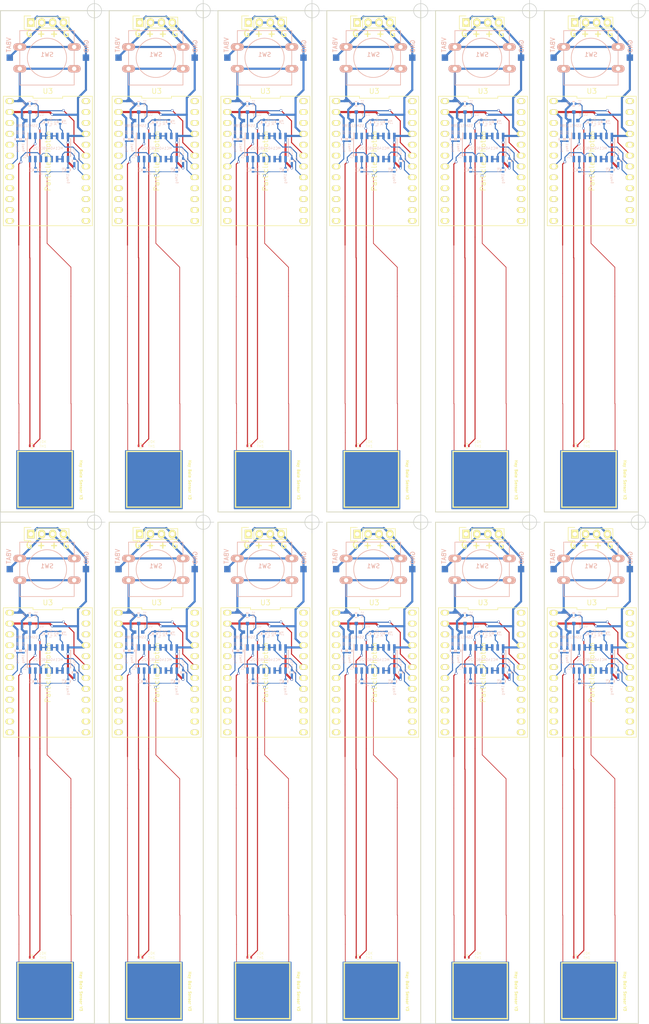
<source format=kicad_pcb>
(kicad_pcb (version 4) (host pcbnew 4.0.1-stable)
  (layers (0 F.Cu signal) (1 In1.Cu signal) (2 In2.Cu signal) (31 B.Cu signal) (34 B.Paste user) (35 F.Paste user) (36 B.SilkS user) (37 F.SilkS user) (38 B.Mask user) (39 F.Mask user) (44 Edge.Cuts user))
  (net 0 "")
  (net 1 "Net-(C1-Pad1)")
  (net 2 "Net-(C1-Pad2)")
  (net 3 VDD)
  (net 4 GND)
  (net 5 "Net-(R1-Pad1)")
  (net 6 "Net-(TH1-Pad1)")
  (net 7 "Net-(U1-Pad13)")
  (net 8 "Net-(U1-Pad16)")
  (net 9 "Net-(R2-Pad1)")
  (net 10 "Net-(R3-Pad1)")
  (net 11 /Cap2)
  (net 12 /Cap1)
  (net 13 "Net-(U1-Pad1)")
  (net 14 "Net-(P2-Pad1)")
  (net 15 "Net-(U3-Pad24)")
  (net 16 "Net-(U3-Pad23)")
  (net 17 "Net-(U3-Pad22)")
  (net 18 "Net-(U3-Pad3)")
  (net 19 "Net-(U3-Pad4)")
  (net 20 "Net-(U3-Pad20)")
  (net 21 "Net-(U3-Pad5)")
  (net 22 "Net-(U3-Pad6)")
  (net 23 "Net-(U3-Pad8)")
  (net 24 "Net-(U3-Pad16)")
  (net 25 "Net-(U3-Pad9)")
  (net 26 "Net-(U3-Pad10)")
  (net 27 "Net-(U3-Pad11)")
  (net 28 "Net-(U3-Pad12)")
  (net 29 "Net-(R4-Pad1)")
  (net 30 "Net-(U1-Pad5)")
  (net 31 "Net-(U3-Pad15)")
  (net 32 "Net-(U3-Pad14)")
  (net 33 "Net-(U3-Pad13)")
  (net 34 "Net-(C2-Pad2)")
  (net 35 "Net-(R5-Pad1)")
  (module Buttons_Switches_ThroughHole:SW_PUSH-12mm (layer B.Cu) (at 136.2456 28.7782 180)
    (fp_text reference SW1 (at 0 0.762 180) (layer B.SilkS) (effects (justify mirror)))
    (fp_text value SPST)
    (pad 1 thru_hole oval (at 6.35 2.54 180) (size 3.048 1.7272) (drill 1.016) (layers *.Cu *.Mask B.SilkS) (net 14 "Net-(P2-Pad1)"))
    (pad 2 thru_hole oval (at 6.35 -2.54 180) (size 3.048 1.7272) (drill 1.016) (layers *.Cu *.Mask B.SilkS) (net 3 VDD))
    (pad 1 thru_hole oval (at -6.35 2.54 180) (size 3.048 1.7272) (drill 1.016) (layers *.Cu *.Mask B.SilkS) (net 14 "Net-(P2-Pad1)"))
    (pad 2 thru_hole oval (at -6.35 -2.54 180) (size 3.048 1.7272) (drill 1.016) (layers *.Cu *.Mask B.SilkS) (net 3 VDD))
  )
  (module Capacitors_SMD:C_0402 (layer B.Cu) (at 136.0678 43.815 90)
    (fp_text reference C1 (at -0.02594 -1.13248 90) (layer B.SilkS) (effects (font (size 0.6 0.6) (thickness 0.05)) (justify mirror)))
    (fp_text value .01uF (at 0.10106 1.08494 90) (layer B.SilkS) (effects (font (size 0.6 0.6) (thickness 0.05)) (justify mirror)))
    (pad 1 smd rect (at -0.55 0 90) (size 0.6 0.5) (layers B.Cu B.Paste B.Mask) (net 1 "Net-(C1-Pad1)"))
    (pad 2 smd rect (at 0.55 0 90) (size 0.6 0.5) (layers B.Cu B.Paste B.Mask) (net 2 "Net-(C1-Pad2)"))
  )
  (module Resistors_SMD:R_0402 (layer B.Cu) (at 139.319 43.7134 90)
    (fp_text reference R1 (at -0.06022 1.1097 90) (layer B.SilkS) (effects (font (size 0.6 0.6) (thickness 0.05)) (justify mirror)))
    (fp_text value 10K (at -0.03736 -1.09502 90) (layer B.SilkS) (effects (font (size 0.6 0.6) (thickness 0.05)) (justify mirror)))
    (pad 1 smd rect (at -0.45 0 90) (size 0.4 0.6) (layers B.Cu B.Paste B.Mask) (net 5 "Net-(R1-Pad1)"))
    (pad 2 smd rect (at 0.45 0 90) (size 0.4 0.6) (layers B.Cu B.Paste B.Mask) (net 2 "Net-(C1-Pad2)"))
  )
  (module Resistors_SMD:R_0402 (layer F.Cu) (at 132.6896 119.3292)
    (fp_text reference TH1 (at 2.58 0.09) (layer F.SilkS) (effects (font (size 0.6 0.6) (thickness 0.05))))
    (fp_text value 10K (at 2.5654 -0.9398) (layer F.SilkS) (effects (font (size 0.6 0.6) (thickness 0.05))))
    (pad 1 smd rect (at -0.45 0) (size 0.4 0.6) (layers F.Cu F.Paste F.Mask) (net 6 "Net-(TH1-Pad1)"))
    (pad 2 smd rect (at 0.45 0) (size 0.4 0.6) (layers F.Cu F.Paste F.Mask) (net 2 "Net-(C1-Pad2)"))
  )
  (module Housings_SOIC:SOIC-16_3.9x9.9mm_Pitch1.27mm (layer B.Cu) (at 136.7028 49.7078 270)
    (fp_text reference U1 (at 2.0778 5.659 270) (layer B.SilkS) (effects (font (size 0.6 0.6) (thickness 0.05)) (justify mirror)))
    (fp_text value MC14049BDR2G (at 0.17 0.22 360) (layer B.SilkS) (effects (font (size 0.6 0.6) (thickness 0.05)) (justify mirror)))
    (pad 1 smd rect (at -2.7 4.445 270) (size 1.5 0.6) (layers B.Cu B.Paste B.Mask) (net 13 "Net-(U1-Pad1)"))
    (pad 2 smd rect (at -2.7 3.175 270) (size 1.5 0.6) (layers B.Cu B.Paste B.Mask) (net 6 "Net-(TH1-Pad1)"))
    (pad 3 smd rect (at -2.7 1.905 270) (size 1.5 0.6) (layers B.Cu B.Paste B.Mask) (net 1 "Net-(C1-Pad1)"))
    (pad 4 smd rect (at -2.7 0.635 270) (size 1.5 0.6) (layers B.Cu B.Paste B.Mask) (net 1 "Net-(C1-Pad1)"))
    (pad 5 smd rect (at -2.7 -0.635 270) (size 1.5 0.6) (layers B.Cu B.Paste B.Mask) (net 30 "Net-(U1-Pad5)"))
    (pad 6 smd rect (at -2.7 -1.905 270) (size 1.5 0.6) (layers B.Cu B.Paste B.Mask) (net 30 "Net-(U1-Pad5)"))
    (pad 7 smd rect (at -2.7 -3.175 270) (size 1.5 0.6) (layers B.Cu B.Paste B.Mask) (net 5 "Net-(R1-Pad1)"))
    (pad 8 smd rect (at -2.7 -4.445 270) (size 1.5 0.6) (layers B.Cu B.Paste B.Mask) (net 4 GND))
    (pad 9 smd rect (at 2.7 -4.445 270) (size 1.5 0.6) (layers B.Cu B.Paste B.Mask) (net 9 "Net-(R2-Pad1)"))
    (pad 10 smd rect (at 2.7 -3.175 270) (size 1.5 0.6) (layers B.Cu B.Paste B.Mask) (net 34 "Net-(C2-Pad2)"))
    (pad 11 smd rect (at 2.7 -1.905 270) (size 1.5 0.6) (layers B.Cu B.Paste B.Mask) (net 34 "Net-(C2-Pad2)"))
    (pad 12 smd rect (at 2.7 -0.635 270) (size 1.5 0.6) (layers B.Cu B.Paste B.Mask) (net 12 /Cap1))
    (pad 13 smd rect (at 2.7 0.635 270) (size 1.5 0.6) (layers B.Cu B.Paste B.Mask) (net 7 "Net-(U1-Pad13)"))
    (pad 14 smd rect (at 2.7 1.905 270) (size 1.5 0.6) (layers B.Cu B.Paste B.Mask) (net 12 /Cap1))
    (pad 15 smd rect (at 2.7 3.175 270) (size 1.5 0.6) (layers B.Cu B.Paste B.Mask) (net 10 "Net-(R3-Pad1)"))
    (pad 16 smd rect (at 2.7 4.445 270) (size 1.5 0.6) (layers B.Cu B.Paste B.Mask) (net 8 "Net-(U1-Pad16)"))
  )
  (module Resistors_SMD:R_0402 (layer B.Cu) (at 141.1478 54.9148 270)
    (fp_text reference R2 (at 0.01024 1.0077 270) (layer B.SilkS) (effects (font (size 0.6 0.6) (thickness 0.05)) (justify mirror)))
    (fp_text value 1Meg (at 2.0828 0.0762 270) (layer B.SilkS) (effects (font (size 0.6 0.6) (thickness 0.05)) (justify mirror)))
    (pad 1 smd rect (at -0.45 0 270) (size 0.4 0.6) (layers B.Cu B.Paste B.Mask) (net 9 "Net-(R2-Pad1)"))
    (pad 2 smd rect (at 0.45 0 270) (size 0.4 0.6) (layers B.Cu B.Paste B.Mask) (net 11 /Cap2))
  )
  (module Resistors_SMD:R_0402 (layer B.Cu) (at 133.5532 54.9148 270)
    (fp_text reference R3 (at -0.04564 1.08152 270) (layer B.SilkS) (effects (font (size 0.6 0.6) (thickness 0.05)) (justify mirror)))
    (fp_text value 1Meg (at 0.05596 -1.10034 270) (layer B.SilkS) (effects (font (size 0.6 0.6) (thickness 0.05)) (justify mirror)))
    (pad 1 smd rect (at -0.45 0 270) (size 0.4 0.6) (layers B.Cu B.Paste B.Mask) (net 10 "Net-(R3-Pad1)"))
    (pad 2 smd rect (at 0.45 0 270) (size 0.4 0.6) (layers B.Cu B.Paste B.Mask) (net 11 /Cap2))
  )
  (module Resistors_SMD:R_0402 (layer B.Cu) (at 132.207 39.497 180)
    (fp_text reference R4 (at 1.30048 -0.02032 270) (layer B.SilkS) (effects (font (size 0.6 0.6) (thickness 0.05)) (justify mirror)))
    (fp_text value 10K (at -1.46304 0.1016 270) (layer B.SilkS) (effects (font (size 0.6 0.6) (thickness 0.05)) (justify mirror)))
    (pad 1 smd rect (at -0.45 0 180) (size 0.4 0.6) (layers B.Cu B.Paste B.Mask) (net 29 "Net-(R4-Pad1)"))
    (pad 2 smd rect (at 0.45 0 180) (size 0.4 0.6) (layers B.Cu B.Paste B.Mask) (net 3 VDD))
  )
  (module TO_SOT_Packages_SMD:SOT-23 (layer B.Cu) (at 132.2578 42.418 180)
    (fp_text reference U2 (at -2.6924 0.4318 180) (layer B.SilkS) (effects (font (size 0.6 0.6) (thickness 0.05)) (justify mirror)))
    (fp_text value SSM3J328R (at 0.7366 -2.2098 360) (layer B.SilkS) (effects (font (size 0.6 0.6) (thickness 0.05)) (justify mirror)))
    (pad 1 smd rect (at -0.95 -1.00076 180) (size 0.8001 0.8001) (layers B.Cu B.Paste B.Mask) (net 29 "Net-(R4-Pad1)"))
    (pad 2 smd rect (at 0.95 -1.00076 180) (size 0.8001 0.8001) (layers B.Cu B.Paste B.Mask) (net 3 VDD))
    (pad 3 smd rect (at 0 0.99822 180) (size 0.8001 0.8001) (layers B.Cu B.Paste B.Mask) (net 13 "Net-(U1-Pad1)"))
  )
  (module Pin_Headers:Pin_Header_Straight_1x04 (layer F.Cu) (at 132.4864 20.5486 90)
    (fp_text reference P5)
    (fp_text value CONN_01X04)
    (pad 1 thru_hole rect (at 0 0 90) (size 2.032 1.7272) (drill 1.016) (layers *.Cu *.Mask F.SilkS) (net 4 GND))
    (pad 2 thru_hole oval (at 0 2.54 90) (size 2.032 1.7272) (drill 1.016) (layers *.Cu *.Mask F.SilkS) (net 14 "Net-(P2-Pad1)"))
    (pad 3 thru_hole oval (at 0 5.08 90) (size 2.032 1.7272) (drill 1.016) (layers *.Cu *.Mask F.SilkS) (net 14 "Net-(P2-Pad1)"))
    (pad 4 thru_hole oval (at 0 7.62 90) (size 2.032 1.7272) (drill 1.016) (layers *.Cu *.Mask F.SilkS) (net 4 GND))
  )
  (module Capacitors_SMD:C_0402 (layer B.Cu) (at 142.621 52.832 90)
    (fp_text reference C2 (at 0.381 1.143 90) (layer B.SilkS) (effects (font (size 0.508 0.508) (thickness 0.0508)) (justify mirror)))
    (fp_text value .01uF (at 2.2098 -0.0254 90) (layer B.SilkS) (effects (font (size 0.508 0.508) (thickness 0.0508)) (justify mirror)))
    (pad 1 smd rect (at -0.55 0 90) (size 0.6 0.5) (layers B.Cu B.Paste B.Mask) (net 4 GND))
    (pad 2 smd rect (at 0.55 0 90) (size 0.6 0.5) (layers B.Cu B.Paste B.Mask) (net 34 "Net-(C2-Pad2)"))
  )
  (module Resistors_SMD:R_0402 (layer B.Cu) (at 130.7338 47.7774 90)
    (fp_text reference R5 (at 1.5494 0.0762 90) (layer B.SilkS) (effects (font (size 0.508 0.508) (thickness 0.0508)) (justify mirror)))
    (fp_text value 1Meg (at -1.9304 -0.0762 90) (layer B.SilkS) (effects (font (size 0.508 0.508) (thickness 0.0508)) (justify mirror)))
    (pad 1 smd rect (at -0.45 0 90) (size 0.4 0.6) (layers B.Cu B.Paste B.Mask) (net 35 "Net-(R5-Pad1)"))
    (pad 2 smd rect (at 0.45 0 90) (size 0.4 0.6) (layers B.Cu B.Paste B.Mask) (net 3 VDD))
  )
  (module Resistors_SMD:R_0402 (layer B.Cu) (at 129.3368 47.7774 90)
    (fp_text reference R6 (at 1.5748 0.0508 90) (layer B.SilkS) (effects (font (size 0.508 0.508) (thickness 0.0508)) (justify mirror)))
    (fp_text value 1Meg (at -2.032 -0.0762 90) (layer B.SilkS) (effects (font (size 0.508 0.508) (thickness 0.0508)) (justify mirror)))
    (pad 1 smd rect (at -0.45 0 90) (size 0.4 0.6) (layers B.Cu B.Paste B.Mask) (net 35 "Net-(R5-Pad1)"))
    (pad 2 smd rect (at 0.45 0 90) (size 0.4 0.6) (layers B.Cu B.Paste B.Mask) (net 4 GND))
  )
  (module "kicad footprints:Particle-Photon" (layer F.Cu) (at 136.4488 52.8574 270)
    (fp_text reference U3 (at -16.305 0 360) (layer F.SilkS) (effects (font (size 1.2 1.2))))
    (fp_text value Particle_Photon (at 0 0 270) (layer F.SilkS) (effects (font (size 1.2 1.2))))
    (pad 24 thru_hole oval (at -13.97 -8.89 270) (size 1.27 2) (drill 1.016) (layers *.Cu *.Mask F.SilkS) (net 15 "Net-(U3-Pad24)"))
    (pad 1 thru_hole oval (at -13.97 8.89 270) (size 1.27 2) (drill 1.016) (layers *.Cu *.Mask F.SilkS) (net 3 VDD))
    (pad 23 thru_hole oval (at -11.43 -8.89 270) (size 1.27 2) (drill 1.016) (layers *.Cu *.Mask F.SilkS) (net 16 "Net-(U3-Pad23)"))
    (pad 2 thru_hole oval (at -11.43 8.89 270) (size 1.27 2) (drill 1.016) (layers *.Cu *.Mask F.SilkS) (net 4 GND))
    (pad 22 thru_hole oval (at -8.89 -8.89 270) (size 1.27 2) (drill 1.016) (layers *.Cu *.Mask F.SilkS) (net 17 "Net-(U3-Pad22)"))
    (pad 3 thru_hole oval (at -8.89 8.89 270) (size 1.27 2) (drill 1.016) (layers *.Cu *.Mask F.SilkS) (net 18 "Net-(U3-Pad3)"))
    (pad 21 thru_hole oval (at -6.35 -8.89 270) (size 1.27 2) (drill 1.016) (layers *.Cu *.Mask F.SilkS) (net 4 GND))
    (pad 4 thru_hole oval (at -6.35 8.89 270) (size 1.27 2) (drill 1.016) (layers *.Cu *.Mask F.SilkS) (net 19 "Net-(U3-Pad4)"))
    (pad 20 thru_hole oval (at -3.81 -8.89 270) (size 1.27 2) (drill 1.016) (layers *.Cu *.Mask F.SilkS) (net 20 "Net-(U3-Pad20)"))
    (pad 5 thru_hole oval (at -3.81 8.89 270) (size 1.27 2) (drill 1.016) (layers *.Cu *.Mask F.SilkS) (net 21 "Net-(U3-Pad5)"))
    (pad 19 thru_hole oval (at -1.27 -8.89 270) (size 1.27 2) (drill 1.016) (layers *.Cu *.Mask F.SilkS) (net 29 "Net-(R4-Pad1)"))
    (pad 6 thru_hole oval (at -1.27 8.89 270) (size 1.27 2) (drill 1.016) (layers *.Cu *.Mask F.SilkS) (net 22 "Net-(U3-Pad6)"))
    (pad 18 thru_hole oval (at 1.27 -8.89 270) (size 1.27 2) (drill 1.016) (layers *.Cu *.Mask F.SilkS) (net 30 "Net-(U1-Pad5)"))
    (pad 7 thru_hole oval (at 1.27 8.89 270) (size 1.27 2) (drill 1.016) (layers *.Cu *.Mask F.SilkS) (net 35 "Net-(R5-Pad1)"))
    (pad 17 thru_hole oval (at 3.81 -8.89 270) (size 1.27 2) (drill 1.016) (layers *.Cu *.Mask F.SilkS) (net 34 "Net-(C2-Pad2)"))
    (pad 8 thru_hole oval (at 3.81 8.89 270) (size 1.27 2) (drill 1.016) (layers *.Cu *.Mask F.SilkS) (net 23 "Net-(U3-Pad8)"))
    (pad 16 thru_hole oval (at 6.35 -8.89 270) (size 1.27 2) (drill 1.016) (layers *.Cu *.Mask F.SilkS) (net 24 "Net-(U3-Pad16)"))
    (pad 9 thru_hole oval (at 6.35 8.89 270) (size 1.27 2) (drill 1.016) (layers *.Cu *.Mask F.SilkS) (net 25 "Net-(U3-Pad9)"))
    (pad 15 thru_hole oval (at 8.89 -8.89 270) (size 1.27 2) (drill 1.016) (layers *.Cu *.Mask F.SilkS) (net 31 "Net-(U3-Pad15)"))
    (pad 10 thru_hole oval (at 8.89 8.89 270) (size 1.27 2) (drill 1.016) (layers *.Cu *.Mask F.SilkS) (net 26 "Net-(U3-Pad10)"))
    (pad 14 thru_hole oval (at 11.43 -8.89 270) (size 1.27 2) (drill 1.016) (layers *.Cu *.Mask F.SilkS) (net 32 "Net-(U3-Pad14)"))
    (pad 11 thru_hole oval (at 11.43 8.89 270) (size 1.27 2) (drill 1.016) (layers *.Cu *.Mask F.SilkS) (net 27 "Net-(U3-Pad11)"))
    (pad 13 thru_hole oval (at 13.97 -8.89 270) (size 1.27 2) (drill 1.016) (layers *.Cu *.Mask F.SilkS) (net 33 "Net-(U3-Pad13)"))
    (pad 12 thru_hole oval (at 13.97 8.89 270) (size 1.27 2) (drill 1.016) (layers *.Cu *.Mask F.SilkS) (net 28 "Net-(U3-Pad12)"))
  )
  (module Measurement_Points:Measurement_Point_Square-SMD-Pad_Small (layer B.Cu) (at 127.5588 28.7274)
    (fp_text reference P2)
    (fp_text value VBAT (at -0.2286 -2.9718 90) (layer B.SilkS) (effects (justify mirror)))
    (pad 1 smd rect (at 0 0) (size 1.5 1.5) (layers B.Cu B.Mask) (net 14 "Net-(P2-Pad1)"))
  )
  (module Measurement_Points:Measurement_Point_Square-SMD-Pad_Small (layer B.Cu) (at 145.3388 28.7274)
    (fp_text reference P3)
    (fp_text value GND (at 0.1016 -2.6416 90) (layer B.SilkS) (effects (justify mirror)))
    (pad 1 smd rect (at 0 0) (size 1.5 1.5) (layers B.Cu B.Mask) (net 4 GND))
  )
  (module Buttons_Switches_ThroughHole:SW_PUSH-12mm (layer B.Cu) (at 161.6456 28.7782 180)
    (fp_text reference SW1 (at 0 0.762 180) (layer B.SilkS) (effects (justify mirror)))
    (fp_text value SPST)
    (pad 1 thru_hole oval (at 6.35 2.54 180) (size 3.048 1.7272) (drill 1.016) (layers *.Cu *.Mask B.SilkS) (net 14 "Net-(P2-Pad1)"))
    (pad 2 thru_hole oval (at 6.35 -2.54 180) (size 3.048 1.7272) (drill 1.016) (layers *.Cu *.Mask B.SilkS) (net 3 VDD))
    (pad 1 thru_hole oval (at -6.35 2.54 180) (size 3.048 1.7272) (drill 1.016) (layers *.Cu *.Mask B.SilkS) (net 14 "Net-(P2-Pad1)"))
    (pad 2 thru_hole oval (at -6.35 -2.54 180) (size 3.048 1.7272) (drill 1.016) (layers *.Cu *.Mask B.SilkS) (net 3 VDD))
  )
  (module Capacitors_SMD:C_0402 (layer B.Cu) (at 161.4678 43.815 90)
    (fp_text reference C1 (at -0.02594 -1.13248 90) (layer B.SilkS) (effects (font (size 0.6 0.6) (thickness 0.05)) (justify mirror)))
    (fp_text value .01uF (at 0.10106 1.08494 90) (layer B.SilkS) (effects (font (size 0.6 0.6) (thickness 0.05)) (justify mirror)))
    (pad 1 smd rect (at -0.55 0 90) (size 0.6 0.5) (layers B.Cu B.Paste B.Mask) (net 1 "Net-(C1-Pad1)"))
    (pad 2 smd rect (at 0.55 0 90) (size 0.6 0.5) (layers B.Cu B.Paste B.Mask) (net 2 "Net-(C1-Pad2)"))
  )
  (module Resistors_SMD:R_0402 (layer B.Cu) (at 164.719 43.7134 90)
    (fp_text reference R1 (at -0.06022 1.1097 90) (layer B.SilkS) (effects (font (size 0.6 0.6) (thickness 0.05)) (justify mirror)))
    (fp_text value 10K (at -0.03736 -1.09502 90) (layer B.SilkS) (effects (font (size 0.6 0.6) (thickness 0.05)) (justify mirror)))
    (pad 1 smd rect (at -0.45 0 90) (size 0.4 0.6) (layers B.Cu B.Paste B.Mask) (net 5 "Net-(R1-Pad1)"))
    (pad 2 smd rect (at 0.45 0 90) (size 0.4 0.6) (layers B.Cu B.Paste B.Mask) (net 2 "Net-(C1-Pad2)"))
  )
  (module Resistors_SMD:R_0402 (layer F.Cu) (at 158.0896 119.3292)
    (fp_text reference TH1 (at 2.58 0.09) (layer F.SilkS) (effects (font (size 0.6 0.6) (thickness 0.05))))
    (fp_text value 10K (at 2.5654 -0.9398) (layer F.SilkS) (effects (font (size 0.6 0.6) (thickness 0.05))))
    (pad 1 smd rect (at -0.45 0) (size 0.4 0.6) (layers F.Cu F.Paste F.Mask) (net 6 "Net-(TH1-Pad1)"))
    (pad 2 smd rect (at 0.45 0) (size 0.4 0.6) (layers F.Cu F.Paste F.Mask) (net 2 "Net-(C1-Pad2)"))
  )
  (module Housings_SOIC:SOIC-16_3.9x9.9mm_Pitch1.27mm (layer B.Cu) (at 162.1028 49.7078 270)
    (fp_text reference U1 (at 2.0778 5.659 270) (layer B.SilkS) (effects (font (size 0.6 0.6) (thickness 0.05)) (justify mirror)))
    (fp_text value MC14049BDR2G (at 0.17 0.22 360) (layer B.SilkS) (effects (font (size 0.6 0.6) (thickness 0.05)) (justify mirror)))
    (pad 1 smd rect (at -2.7 4.445 270) (size 1.5 0.6) (layers B.Cu B.Paste B.Mask) (net 13 "Net-(U1-Pad1)"))
    (pad 2 smd rect (at -2.7 3.175 270) (size 1.5 0.6) (layers B.Cu B.Paste B.Mask) (net 6 "Net-(TH1-Pad1)"))
    (pad 3 smd rect (at -2.7 1.905 270) (size 1.5 0.6) (layers B.Cu B.Paste B.Mask) (net 1 "Net-(C1-Pad1)"))
    (pad 4 smd rect (at -2.7 0.635 270) (size 1.5 0.6) (layers B.Cu B.Paste B.Mask) (net 1 "Net-(C1-Pad1)"))
    (pad 5 smd rect (at -2.7 -0.635 270) (size 1.5 0.6) (layers B.Cu B.Paste B.Mask) (net 30 "Net-(U1-Pad5)"))
    (pad 6 smd rect (at -2.7 -1.905 270) (size 1.5 0.6) (layers B.Cu B.Paste B.Mask) (net 30 "Net-(U1-Pad5)"))
    (pad 7 smd rect (at -2.7 -3.175 270) (size 1.5 0.6) (layers B.Cu B.Paste B.Mask) (net 5 "Net-(R1-Pad1)"))
    (pad 8 smd rect (at -2.7 -4.445 270) (size 1.5 0.6) (layers B.Cu B.Paste B.Mask) (net 4 GND))
    (pad 9 smd rect (at 2.7 -4.445 270) (size 1.5 0.6) (layers B.Cu B.Paste B.Mask) (net 9 "Net-(R2-Pad1)"))
    (pad 10 smd rect (at 2.7 -3.175 270) (size 1.5 0.6) (layers B.Cu B.Paste B.Mask) (net 34 "Net-(C2-Pad2)"))
    (pad 11 smd rect (at 2.7 -1.905 270) (size 1.5 0.6) (layers B.Cu B.Paste B.Mask) (net 34 "Net-(C2-Pad2)"))
    (pad 12 smd rect (at 2.7 -0.635 270) (size 1.5 0.6) (layers B.Cu B.Paste B.Mask) (net 12 /Cap1))
    (pad 13 smd rect (at 2.7 0.635 270) (size 1.5 0.6) (layers B.Cu B.Paste B.Mask) (net 7 "Net-(U1-Pad13)"))
    (pad 14 smd rect (at 2.7 1.905 270) (size 1.5 0.6) (layers B.Cu B.Paste B.Mask) (net 12 /Cap1))
    (pad 15 smd rect (at 2.7 3.175 270) (size 1.5 0.6) (layers B.Cu B.Paste B.Mask) (net 10 "Net-(R3-Pad1)"))
    (pad 16 smd rect (at 2.7 4.445 270) (size 1.5 0.6) (layers B.Cu B.Paste B.Mask) (net 8 "Net-(U1-Pad16)"))
  )
  (module Resistors_SMD:R_0402 (layer B.Cu) (at 166.5478 54.9148 270)
    (fp_text reference R2 (at 0.01024 1.0077 270) (layer B.SilkS) (effects (font (size 0.6 0.6) (thickness 0.05)) (justify mirror)))
    (fp_text value 1Meg (at 2.0828 0.0762 270) (layer B.SilkS) (effects (font (size 0.6 0.6) (thickness 0.05)) (justify mirror)))
    (pad 1 smd rect (at -0.45 0 270) (size 0.4 0.6) (layers B.Cu B.Paste B.Mask) (net 9 "Net-(R2-Pad1)"))
    (pad 2 smd rect (at 0.45 0 270) (size 0.4 0.6) (layers B.Cu B.Paste B.Mask) (net 11 /Cap2))
  )
  (module Resistors_SMD:R_0402 (layer B.Cu) (at 158.9532 54.9148 270)
    (fp_text reference R3 (at -0.04564 1.08152 270) (layer B.SilkS) (effects (font (size 0.6 0.6) (thickness 0.05)) (justify mirror)))
    (fp_text value 1Meg (at 0.05596 -1.10034 270) (layer B.SilkS) (effects (font (size 0.6 0.6) (thickness 0.05)) (justify mirror)))
    (pad 1 smd rect (at -0.45 0 270) (size 0.4 0.6) (layers B.Cu B.Paste B.Mask) (net 10 "Net-(R3-Pad1)"))
    (pad 2 smd rect (at 0.45 0 270) (size 0.4 0.6) (layers B.Cu B.Paste B.Mask) (net 11 /Cap2))
  )
  (module Resistors_SMD:R_0402 (layer B.Cu) (at 157.607 39.497 180)
    (fp_text reference R4 (at 1.30048 -0.02032 270) (layer B.SilkS) (effects (font (size 0.6 0.6) (thickness 0.05)) (justify mirror)))
    (fp_text value 10K (at -1.46304 0.1016 270) (layer B.SilkS) (effects (font (size 0.6 0.6) (thickness 0.05)) (justify mirror)))
    (pad 1 smd rect (at -0.45 0 180) (size 0.4 0.6) (layers B.Cu B.Paste B.Mask) (net 29 "Net-(R4-Pad1)"))
    (pad 2 smd rect (at 0.45 0 180) (size 0.4 0.6) (layers B.Cu B.Paste B.Mask) (net 3 VDD))
  )
  (module TO_SOT_Packages_SMD:SOT-23 (layer B.Cu) (at 157.6578 42.418 180)
    (fp_text reference U2 (at -2.6924 0.4318 180) (layer B.SilkS) (effects (font (size 0.6 0.6) (thickness 0.05)) (justify mirror)))
    (fp_text value SSM3J328R (at 0.7366 -2.2098 360) (layer B.SilkS) (effects (font (size 0.6 0.6) (thickness 0.05)) (justify mirror)))
    (pad 1 smd rect (at -0.95 -1.00076 180) (size 0.8001 0.8001) (layers B.Cu B.Paste B.Mask) (net 29 "Net-(R4-Pad1)"))
    (pad 2 smd rect (at 0.95 -1.00076 180) (size 0.8001 0.8001) (layers B.Cu B.Paste B.Mask) (net 3 VDD))
    (pad 3 smd rect (at 0 0.99822 180) (size 0.8001 0.8001) (layers B.Cu B.Paste B.Mask) (net 13 "Net-(U1-Pad1)"))
  )
  (module Pin_Headers:Pin_Header_Straight_1x04 (layer F.Cu) (at 157.8864 20.5486 90)
    (fp_text reference P5)
    (fp_text value CONN_01X04)
    (pad 1 thru_hole rect (at 0 0 90) (size 2.032 1.7272) (drill 1.016) (layers *.Cu *.Mask F.SilkS) (net 4 GND))
    (pad 2 thru_hole oval (at 0 2.54 90) (size 2.032 1.7272) (drill 1.016) (layers *.Cu *.Mask F.SilkS) (net 14 "Net-(P2-Pad1)"))
    (pad 3 thru_hole oval (at 0 5.08 90) (size 2.032 1.7272) (drill 1.016) (layers *.Cu *.Mask F.SilkS) (net 14 "Net-(P2-Pad1)"))
    (pad 4 thru_hole oval (at 0 7.62 90) (size 2.032 1.7272) (drill 1.016) (layers *.Cu *.Mask F.SilkS) (net 4 GND))
  )
  (module Capacitors_SMD:C_0402 (layer B.Cu) (at 168.021 52.832 90)
    (fp_text reference C2 (at 0.381 1.143 90) (layer B.SilkS) (effects (font (size 0.508 0.508) (thickness 0.0508)) (justify mirror)))
    (fp_text value .01uF (at 2.2098 -0.0254 90) (layer B.SilkS) (effects (font (size 0.508 0.508) (thickness 0.0508)) (justify mirror)))
    (pad 1 smd rect (at -0.55 0 90) (size 0.6 0.5) (layers B.Cu B.Paste B.Mask) (net 4 GND))
    (pad 2 smd rect (at 0.55 0 90) (size 0.6 0.5) (layers B.Cu B.Paste B.Mask) (net 34 "Net-(C2-Pad2)"))
  )
  (module Resistors_SMD:R_0402 (layer B.Cu) (at 156.1338 47.7774 90)
    (fp_text reference R5 (at 1.5494 0.0762 90) (layer B.SilkS) (effects (font (size 0.508 0.508) (thickness 0.0508)) (justify mirror)))
    (fp_text value 1Meg (at -1.9304 -0.0762 90) (layer B.SilkS) (effects (font (size 0.508 0.508) (thickness 0.0508)) (justify mirror)))
    (pad 1 smd rect (at -0.45 0 90) (size 0.4 0.6) (layers B.Cu B.Paste B.Mask) (net 35 "Net-(R5-Pad1)"))
    (pad 2 smd rect (at 0.45 0 90) (size 0.4 0.6) (layers B.Cu B.Paste B.Mask) (net 3 VDD))
  )
  (module Resistors_SMD:R_0402 (layer B.Cu) (at 154.7368 47.7774 90)
    (fp_text reference R6 (at 1.5748 0.0508 90) (layer B.SilkS) (effects (font (size 0.508 0.508) (thickness 0.0508)) (justify mirror)))
    (fp_text value 1Meg (at -2.032 -0.0762 90) (layer B.SilkS) (effects (font (size 0.508 0.508) (thickness 0.0508)) (justify mirror)))
    (pad 1 smd rect (at -0.45 0 90) (size 0.4 0.6) (layers B.Cu B.Paste B.Mask) (net 35 "Net-(R5-Pad1)"))
    (pad 2 smd rect (at 0.45 0 90) (size 0.4 0.6) (layers B.Cu B.Paste B.Mask) (net 4 GND))
  )
  (module "kicad footprints:Particle-Photon" (layer F.Cu) (at 161.8488 52.8574 270)
    (fp_text reference U3 (at -16.305 0 360) (layer F.SilkS) (effects (font (size 1.2 1.2))))
    (fp_text value Particle_Photon (at 0 0 270) (layer F.SilkS) (effects (font (size 1.2 1.2))))
    (pad 24 thru_hole oval (at -13.97 -8.89 270) (size 1.27 2) (drill 1.016) (layers *.Cu *.Mask F.SilkS) (net 15 "Net-(U3-Pad24)"))
    (pad 1 thru_hole oval (at -13.97 8.89 270) (size 1.27 2) (drill 1.016) (layers *.Cu *.Mask F.SilkS) (net 3 VDD))
    (pad 23 thru_hole oval (at -11.43 -8.89 270) (size 1.27 2) (drill 1.016) (layers *.Cu *.Mask F.SilkS) (net 16 "Net-(U3-Pad23)"))
    (pad 2 thru_hole oval (at -11.43 8.89 270) (size 1.27 2) (drill 1.016) (layers *.Cu *.Mask F.SilkS) (net 4 GND))
    (pad 22 thru_hole oval (at -8.89 -8.89 270) (size 1.27 2) (drill 1.016) (layers *.Cu *.Mask F.SilkS) (net 17 "Net-(U3-Pad22)"))
    (pad 3 thru_hole oval (at -8.89 8.89 270) (size 1.27 2) (drill 1.016) (layers *.Cu *.Mask F.SilkS) (net 18 "Net-(U3-Pad3)"))
    (pad 21 thru_hole oval (at -6.35 -8.89 270) (size 1.27 2) (drill 1.016) (layers *.Cu *.Mask F.SilkS) (net 4 GND))
    (pad 4 thru_hole oval (at -6.35 8.89 270) (size 1.27 2) (drill 1.016) (layers *.Cu *.Mask F.SilkS) (net 19 "Net-(U3-Pad4)"))
    (pad 20 thru_hole oval (at -3.81 -8.89 270) (size 1.27 2) (drill 1.016) (layers *.Cu *.Mask F.SilkS) (net 20 "Net-(U3-Pad20)"))
    (pad 5 thru_hole oval (at -3.81 8.89 270) (size 1.27 2) (drill 1.016) (layers *.Cu *.Mask F.SilkS) (net 21 "Net-(U3-Pad5)"))
    (pad 19 thru_hole oval (at -1.27 -8.89 270) (size 1.27 2) (drill 1.016) (layers *.Cu *.Mask F.SilkS) (net 29 "Net-(R4-Pad1)"))
    (pad 6 thru_hole oval (at -1.27 8.89 270) (size 1.27 2) (drill 1.016) (layers *.Cu *.Mask F.SilkS) (net 22 "Net-(U3-Pad6)"))
    (pad 18 thru_hole oval (at 1.27 -8.89 270) (size 1.27 2) (drill 1.016) (layers *.Cu *.Mask F.SilkS) (net 30 "Net-(U1-Pad5)"))
    (pad 7 thru_hole oval (at 1.27 8.89 270) (size 1.27 2) (drill 1.016) (layers *.Cu *.Mask F.SilkS) (net 35 "Net-(R5-Pad1)"))
    (pad 17 thru_hole oval (at 3.81 -8.89 270) (size 1.27 2) (drill 1.016) (layers *.Cu *.Mask F.SilkS) (net 34 "Net-(C2-Pad2)"))
    (pad 8 thru_hole oval (at 3.81 8.89 270) (size 1.27 2) (drill 1.016) (layers *.Cu *.Mask F.SilkS) (net 23 "Net-(U3-Pad8)"))
    (pad 16 thru_hole oval (at 6.35 -8.89 270) (size 1.27 2) (drill 1.016) (layers *.Cu *.Mask F.SilkS) (net 24 "Net-(U3-Pad16)"))
    (pad 9 thru_hole oval (at 6.35 8.89 270) (size 1.27 2) (drill 1.016) (layers *.Cu *.Mask F.SilkS) (net 25 "Net-(U3-Pad9)"))
    (pad 15 thru_hole oval (at 8.89 -8.89 270) (size 1.27 2) (drill 1.016) (layers *.Cu *.Mask F.SilkS) (net 31 "Net-(U3-Pad15)"))
    (pad 10 thru_hole oval (at 8.89 8.89 270) (size 1.27 2) (drill 1.016) (layers *.Cu *.Mask F.SilkS) (net 26 "Net-(U3-Pad10)"))
    (pad 14 thru_hole oval (at 11.43 -8.89 270) (size 1.27 2) (drill 1.016) (layers *.Cu *.Mask F.SilkS) (net 32 "Net-(U3-Pad14)"))
    (pad 11 thru_hole oval (at 11.43 8.89 270) (size 1.27 2) (drill 1.016) (layers *.Cu *.Mask F.SilkS) (net 27 "Net-(U3-Pad11)"))
    (pad 13 thru_hole oval (at 13.97 -8.89 270) (size 1.27 2) (drill 1.016) (layers *.Cu *.Mask F.SilkS) (net 33 "Net-(U3-Pad13)"))
    (pad 12 thru_hole oval (at 13.97 8.89 270) (size 1.27 2) (drill 1.016) (layers *.Cu *.Mask F.SilkS) (net 28 "Net-(U3-Pad12)"))
  )
  (module Measurement_Points:Measurement_Point_Square-SMD-Pad_Small (layer B.Cu) (at 152.9588 28.7274)
    (fp_text reference P2)
    (fp_text value VBAT (at -0.2286 -2.9718 90) (layer B.SilkS) (effects (justify mirror)))
    (pad 1 smd rect (at 0 0) (size 1.5 1.5) (layers B.Cu B.Mask) (net 14 "Net-(P2-Pad1)"))
  )
  (module Measurement_Points:Measurement_Point_Square-SMD-Pad_Small (layer B.Cu) (at 170.7388 28.7274)
    (fp_text reference P3)
    (fp_text value GND (at 0.1016 -2.6416 90) (layer B.SilkS) (effects (justify mirror)))
    (pad 1 smd rect (at 0 0) (size 1.5 1.5) (layers B.Cu B.Mask) (net 4 GND))
  )
  (module Measurement_Points:Measurement_Point_Square-SMD-Pad_Small (layer B.Cu) (at 170.7388 148.1074)
    (fp_text reference P3)
    (fp_text value GND (at 0.1016 -2.6416 90) (layer B.SilkS) (effects (justify mirror)))
    (pad 1 smd rect (at 0 0) (size 1.5 1.5) (layers B.Cu B.Mask) (net 4 GND))
  )
  (module Measurement_Points:Measurement_Point_Square-SMD-Pad_Small (layer B.Cu) (at 152.9588 148.1074)
    (fp_text reference P2)
    (fp_text value VBAT (at -0.2286 -2.9718 90) (layer B.SilkS) (effects (justify mirror)))
    (pad 1 smd rect (at 0 0) (size 1.5 1.5) (layers B.Cu B.Mask) (net 14 "Net-(P2-Pad1)"))
  )
  (module "kicad footprints:Particle-Photon" (layer F.Cu) (at 161.8488 172.2374 270)
    (fp_text reference U3 (at -16.305 0 360) (layer F.SilkS) (effects (font (size 1.2 1.2))))
    (fp_text value Particle_Photon (at 0 0 270) (layer F.SilkS) (effects (font (size 1.2 1.2))))
    (pad 24 thru_hole oval (at -13.97 -8.89 270) (size 1.27 2) (drill 1.016) (layers *.Cu *.Mask F.SilkS) (net 15 "Net-(U3-Pad24)"))
    (pad 1 thru_hole oval (at -13.97 8.89 270) (size 1.27 2) (drill 1.016) (layers *.Cu *.Mask F.SilkS) (net 3 VDD))
    (pad 23 thru_hole oval (at -11.43 -8.89 270) (size 1.27 2) (drill 1.016) (layers *.Cu *.Mask F.SilkS) (net 16 "Net-(U3-Pad23)"))
    (pad 2 thru_hole oval (at -11.43 8.89 270) (size 1.27 2) (drill 1.016) (layers *.Cu *.Mask F.SilkS) (net 4 GND))
    (pad 22 thru_hole oval (at -8.89 -8.89 270) (size 1.27 2) (drill 1.016) (layers *.Cu *.Mask F.SilkS) (net 17 "Net-(U3-Pad22)"))
    (pad 3 thru_hole oval (at -8.89 8.89 270) (size 1.27 2) (drill 1.016) (layers *.Cu *.Mask F.SilkS) (net 18 "Net-(U3-Pad3)"))
    (pad 21 thru_hole oval (at -6.35 -8.89 270) (size 1.27 2) (drill 1.016) (layers *.Cu *.Mask F.SilkS) (net 4 GND))
    (pad 4 thru_hole oval (at -6.35 8.89 270) (size 1.27 2) (drill 1.016) (layers *.Cu *.Mask F.SilkS) (net 19 "Net-(U3-Pad4)"))
    (pad 20 thru_hole oval (at -3.81 -8.89 270) (size 1.27 2) (drill 1.016) (layers *.Cu *.Mask F.SilkS) (net 20 "Net-(U3-Pad20)"))
    (pad 5 thru_hole oval (at -3.81 8.89 270) (size 1.27 2) (drill 1.016) (layers *.Cu *.Mask F.SilkS) (net 21 "Net-(U3-Pad5)"))
    (pad 19 thru_hole oval (at -1.27 -8.89 270) (size 1.27 2) (drill 1.016) (layers *.Cu *.Mask F.SilkS) (net 29 "Net-(R4-Pad1)"))
    (pad 6 thru_hole oval (at -1.27 8.89 270) (size 1.27 2) (drill 1.016) (layers *.Cu *.Mask F.SilkS) (net 22 "Net-(U3-Pad6)"))
    (pad 18 thru_hole oval (at 1.27 -8.89 270) (size 1.27 2) (drill 1.016) (layers *.Cu *.Mask F.SilkS) (net 30 "Net-(U1-Pad5)"))
    (pad 7 thru_hole oval (at 1.27 8.89 270) (size 1.27 2) (drill 1.016) (layers *.Cu *.Mask F.SilkS) (net 35 "Net-(R5-Pad1)"))
    (pad 17 thru_hole oval (at 3.81 -8.89 270) (size 1.27 2) (drill 1.016) (layers *.Cu *.Mask F.SilkS) (net 34 "Net-(C2-Pad2)"))
    (pad 8 thru_hole oval (at 3.81 8.89 270) (size 1.27 2) (drill 1.016) (layers *.Cu *.Mask F.SilkS) (net 23 "Net-(U3-Pad8)"))
    (pad 16 thru_hole oval (at 6.35 -8.89 270) (size 1.27 2) (drill 1.016) (layers *.Cu *.Mask F.SilkS) (net 24 "Net-(U3-Pad16)"))
    (pad 9 thru_hole oval (at 6.35 8.89 270) (size 1.27 2) (drill 1.016) (layers *.Cu *.Mask F.SilkS) (net 25 "Net-(U3-Pad9)"))
    (pad 15 thru_hole oval (at 8.89 -8.89 270) (size 1.27 2) (drill 1.016) (layers *.Cu *.Mask F.SilkS) (net 31 "Net-(U3-Pad15)"))
    (pad 10 thru_hole oval (at 8.89 8.89 270) (size 1.27 2) (drill 1.016) (layers *.Cu *.Mask F.SilkS) (net 26 "Net-(U3-Pad10)"))
    (pad 14 thru_hole oval (at 11.43 -8.89 270) (size 1.27 2) (drill 1.016) (layers *.Cu *.Mask F.SilkS) (net 32 "Net-(U3-Pad14)"))
    (pad 11 thru_hole oval (at 11.43 8.89 270) (size 1.27 2) (drill 1.016) (layers *.Cu *.Mask F.SilkS) (net 27 "Net-(U3-Pad11)"))
    (pad 13 thru_hole oval (at 13.97 -8.89 270) (size 1.27 2) (drill 1.016) (layers *.Cu *.Mask F.SilkS) (net 33 "Net-(U3-Pad13)"))
    (pad 12 thru_hole oval (at 13.97 8.89 270) (size 1.27 2) (drill 1.016) (layers *.Cu *.Mask F.SilkS) (net 28 "Net-(U3-Pad12)"))
  )
  (module Resistors_SMD:R_0402 (layer B.Cu) (at 154.7368 167.1574 90)
    (fp_text reference R6 (at 1.5748 0.0508 90) (layer B.SilkS) (effects (font (size 0.508 0.508) (thickness 0.0508)) (justify mirror)))
    (fp_text value 1Meg (at -2.032 -0.0762 90) (layer B.SilkS) (effects (font (size 0.508 0.508) (thickness 0.0508)) (justify mirror)))
    (pad 1 smd rect (at -0.45 0 90) (size 0.4 0.6) (layers B.Cu B.Paste B.Mask) (net 35 "Net-(R5-Pad1)"))
    (pad 2 smd rect (at 0.45 0 90) (size 0.4 0.6) (layers B.Cu B.Paste B.Mask) (net 4 GND))
  )
  (module Resistors_SMD:R_0402 (layer B.Cu) (at 156.1338 167.1574 90)
    (fp_text reference R5 (at 1.5494 0.0762 90) (layer B.SilkS) (effects (font (size 0.508 0.508) (thickness 0.0508)) (justify mirror)))
    (fp_text value 1Meg (at -1.9304 -0.0762 90) (layer B.SilkS) (effects (font (size 0.508 0.508) (thickness 0.0508)) (justify mirror)))
    (pad 1 smd rect (at -0.45 0 90) (size 0.4 0.6) (layers B.Cu B.Paste B.Mask) (net 35 "Net-(R5-Pad1)"))
    (pad 2 smd rect (at 0.45 0 90) (size 0.4 0.6) (layers B.Cu B.Paste B.Mask) (net 3 VDD))
  )
  (module Capacitors_SMD:C_0402 (layer B.Cu) (at 168.021 172.212 90)
    (fp_text reference C2 (at 0.381 1.143 90) (layer B.SilkS) (effects (font (size 0.508 0.508) (thickness 0.0508)) (justify mirror)))
    (fp_text value .01uF (at 2.2098 -0.0254 90) (layer B.SilkS) (effects (font (size 0.508 0.508) (thickness 0.0508)) (justify mirror)))
    (pad 1 smd rect (at -0.55 0 90) (size 0.6 0.5) (layers B.Cu B.Paste B.Mask) (net 4 GND))
    (pad 2 smd rect (at 0.55 0 90) (size 0.6 0.5) (layers B.Cu B.Paste B.Mask) (net 34 "Net-(C2-Pad2)"))
  )
  (module Pin_Headers:Pin_Header_Straight_1x04 (layer F.Cu) (at 157.8864 139.9286 90)
    (fp_text reference P5)
    (fp_text value CONN_01X04)
    (pad 1 thru_hole rect (at 0 0 90) (size 2.032 1.7272) (drill 1.016) (layers *.Cu *.Mask F.SilkS) (net 4 GND))
    (pad 2 thru_hole oval (at 0 2.54 90) (size 2.032 1.7272) (drill 1.016) (layers *.Cu *.Mask F.SilkS) (net 14 "Net-(P2-Pad1)"))
    (pad 3 thru_hole oval (at 0 5.08 90) (size 2.032 1.7272) (drill 1.016) (layers *.Cu *.Mask F.SilkS) (net 14 "Net-(P2-Pad1)"))
    (pad 4 thru_hole oval (at 0 7.62 90) (size 2.032 1.7272) (drill 1.016) (layers *.Cu *.Mask F.SilkS) (net 4 GND))
  )
  (module TO_SOT_Packages_SMD:SOT-23 (layer B.Cu) (at 157.6578 161.798 180)
    (fp_text reference U2 (at -2.6924 0.4318 180) (layer B.SilkS) (effects (font (size 0.6 0.6) (thickness 0.05)) (justify mirror)))
    (fp_text value SSM3J328R (at 0.7366 -2.2098 360) (layer B.SilkS) (effects (font (size 0.6 0.6) (thickness 0.05)) (justify mirror)))
    (pad 1 smd rect (at -0.95 -1.00076 180) (size 0.8001 0.8001) (layers B.Cu B.Paste B.Mask) (net 29 "Net-(R4-Pad1)"))
    (pad 2 smd rect (at 0.95 -1.00076 180) (size 0.8001 0.8001) (layers B.Cu B.Paste B.Mask) (net 3 VDD))
    (pad 3 smd rect (at 0 0.99822 180) (size 0.8001 0.8001) (layers B.Cu B.Paste B.Mask) (net 13 "Net-(U1-Pad1)"))
  )
  (module Resistors_SMD:R_0402 (layer B.Cu) (at 157.607 158.877 180)
    (fp_text reference R4 (at 1.30048 -0.02032 270) (layer B.SilkS) (effects (font (size 0.6 0.6) (thickness 0.05)) (justify mirror)))
    (fp_text value 10K (at -1.46304 0.1016 270) (layer B.SilkS) (effects (font (size 0.6 0.6) (thickness 0.05)) (justify mirror)))
    (pad 1 smd rect (at -0.45 0 180) (size 0.4 0.6) (layers B.Cu B.Paste B.Mask) (net 29 "Net-(R4-Pad1)"))
    (pad 2 smd rect (at 0.45 0 180) (size 0.4 0.6) (layers B.Cu B.Paste B.Mask) (net 3 VDD))
  )
  (module Resistors_SMD:R_0402 (layer B.Cu) (at 158.9532 174.2948 270)
    (fp_text reference R3 (at -0.04564 1.08152 270) (layer B.SilkS) (effects (font (size 0.6 0.6) (thickness 0.05)) (justify mirror)))
    (fp_text value 1Meg (at 0.05596 -1.10034 270) (layer B.SilkS) (effects (font (size 0.6 0.6) (thickness 0.05)) (justify mirror)))
    (pad 1 smd rect (at -0.45 0 270) (size 0.4 0.6) (layers B.Cu B.Paste B.Mask) (net 10 "Net-(R3-Pad1)"))
    (pad 2 smd rect (at 0.45 0 270) (size 0.4 0.6) (layers B.Cu B.Paste B.Mask) (net 11 /Cap2))
  )
  (module Resistors_SMD:R_0402 (layer B.Cu) (at 166.5478 174.2948 270)
    (fp_text reference R2 (at 0.01024 1.0077 270) (layer B.SilkS) (effects (font (size 0.6 0.6) (thickness 0.05)) (justify mirror)))
    (fp_text value 1Meg (at 2.0828 0.0762 270) (layer B.SilkS) (effects (font (size 0.6 0.6) (thickness 0.05)) (justify mirror)))
    (pad 1 smd rect (at -0.45 0 270) (size 0.4 0.6) (layers B.Cu B.Paste B.Mask) (net 9 "Net-(R2-Pad1)"))
    (pad 2 smd rect (at 0.45 0 270) (size 0.4 0.6) (layers B.Cu B.Paste B.Mask) (net 11 /Cap2))
  )
  (module Housings_SOIC:SOIC-16_3.9x9.9mm_Pitch1.27mm (layer B.Cu) (at 162.1028 169.0878 270)
    (fp_text reference U1 (at 2.0778 5.659 270) (layer B.SilkS) (effects (font (size 0.6 0.6) (thickness 0.05)) (justify mirror)))
    (fp_text value MC14049BDR2G (at 0.17 0.22 360) (layer B.SilkS) (effects (font (size 0.6 0.6) (thickness 0.05)) (justify mirror)))
    (pad 1 smd rect (at -2.7 4.445 270) (size 1.5 0.6) (layers B.Cu B.Paste B.Mask) (net 13 "Net-(U1-Pad1)"))
    (pad 2 smd rect (at -2.7 3.175 270) (size 1.5 0.6) (layers B.Cu B.Paste B.Mask) (net 6 "Net-(TH1-Pad1)"))
    (pad 3 smd rect (at -2.7 1.905 270) (size 1.5 0.6) (layers B.Cu B.Paste B.Mask) (net 1 "Net-(C1-Pad1)"))
    (pad 4 smd rect (at -2.7 0.635 270) (size 1.5 0.6) (layers B.Cu B.Paste B.Mask) (net 1 "Net-(C1-Pad1)"))
    (pad 5 smd rect (at -2.7 -0.635 270) (size 1.5 0.6) (layers B.Cu B.Paste B.Mask) (net 30 "Net-(U1-Pad5)"))
    (pad 6 smd rect (at -2.7 -1.905 270) (size 1.5 0.6) (layers B.Cu B.Paste B.Mask) (net 30 "Net-(U1-Pad5)"))
    (pad 7 smd rect (at -2.7 -3.175 270) (size 1.5 0.6) (layers B.Cu B.Paste B.Mask) (net 5 "Net-(R1-Pad1)"))
    (pad 8 smd rect (at -2.7 -4.445 270) (size 1.5 0.6) (layers B.Cu B.Paste B.Mask) (net 4 GND))
    (pad 9 smd rect (at 2.7 -4.445 270) (size 1.5 0.6) (layers B.Cu B.Paste B.Mask) (net 9 "Net-(R2-Pad1)"))
    (pad 10 smd rect (at 2.7 -3.175 270) (size 1.5 0.6) (layers B.Cu B.Paste B.Mask) (net 34 "Net-(C2-Pad2)"))
    (pad 11 smd rect (at 2.7 -1.905 270) (size 1.5 0.6) (layers B.Cu B.Paste B.Mask) (net 34 "Net-(C2-Pad2)"))
    (pad 12 smd rect (at 2.7 -0.635 270) (size 1.5 0.6) (layers B.Cu B.Paste B.Mask) (net 12 /Cap1))
    (pad 13 smd rect (at 2.7 0.635 270) (size 1.5 0.6) (layers B.Cu B.Paste B.Mask) (net 7 "Net-(U1-Pad13)"))
    (pad 14 smd rect (at 2.7 1.905 270) (size 1.5 0.6) (layers B.Cu B.Paste B.Mask) (net 12 /Cap1))
    (pad 15 smd rect (at 2.7 3.175 270) (size 1.5 0.6) (layers B.Cu B.Paste B.Mask) (net 10 "Net-(R3-Pad1)"))
    (pad 16 smd rect (at 2.7 4.445 270) (size 1.5 0.6) (layers B.Cu B.Paste B.Mask) (net 8 "Net-(U1-Pad16)"))
  )
  (module Resistors_SMD:R_0402 (layer F.Cu) (at 158.0896 238.7092)
    (fp_text reference TH1 (at 2.58 0.09) (layer F.SilkS) (effects (font (size 0.6 0.6) (thickness 0.05))))
    (fp_text value 10K (at 2.5654 -0.9398) (layer F.SilkS) (effects (font (size 0.6 0.6) (thickness 0.05))))
    (pad 1 smd rect (at -0.45 0) (size 0.4 0.6) (layers F.Cu F.Paste F.Mask) (net 6 "Net-(TH1-Pad1)"))
    (pad 2 smd rect (at 0.45 0) (size 0.4 0.6) (layers F.Cu F.Paste F.Mask) (net 2 "Net-(C1-Pad2)"))
  )
  (module Resistors_SMD:R_0402 (layer B.Cu) (at 164.719 163.0934 90)
    (fp_text reference R1 (at -0.06022 1.1097 90) (layer B.SilkS) (effects (font (size 0.6 0.6) (thickness 0.05)) (justify mirror)))
    (fp_text value 10K (at -0.03736 -1.09502 90) (layer B.SilkS) (effects (font (size 0.6 0.6) (thickness 0.05)) (justify mirror)))
    (pad 1 smd rect (at -0.45 0 90) (size 0.4 0.6) (layers B.Cu B.Paste B.Mask) (net 5 "Net-(R1-Pad1)"))
    (pad 2 smd rect (at 0.45 0 90) (size 0.4 0.6) (layers B.Cu B.Paste B.Mask) (net 2 "Net-(C1-Pad2)"))
  )
  (module Capacitors_SMD:C_0402 (layer B.Cu) (at 161.4678 163.195 90)
    (fp_text reference C1 (at -0.02594 -1.13248 90) (layer B.SilkS) (effects (font (size 0.6 0.6) (thickness 0.05)) (justify mirror)))
    (fp_text value .01uF (at 0.10106 1.08494 90) (layer B.SilkS) (effects (font (size 0.6 0.6) (thickness 0.05)) (justify mirror)))
    (pad 1 smd rect (at -0.55 0 90) (size 0.6 0.5) (layers B.Cu B.Paste B.Mask) (net 1 "Net-(C1-Pad1)"))
    (pad 2 smd rect (at 0.55 0 90) (size 0.6 0.5) (layers B.Cu B.Paste B.Mask) (net 2 "Net-(C1-Pad2)"))
  )
  (module Buttons_Switches_ThroughHole:SW_PUSH-12mm (layer B.Cu) (at 161.6456 148.1582 180)
    (fp_text reference SW1 (at 0 0.762 180) (layer B.SilkS) (effects (justify mirror)))
    (fp_text value SPST)
    (pad 1 thru_hole oval (at 6.35 2.54 180) (size 3.048 1.7272) (drill 1.016) (layers *.Cu *.Mask B.SilkS) (net 14 "Net-(P2-Pad1)"))
    (pad 2 thru_hole oval (at 6.35 -2.54 180) (size 3.048 1.7272) (drill 1.016) (layers *.Cu *.Mask B.SilkS) (net 3 VDD))
    (pad 1 thru_hole oval (at -6.35 2.54 180) (size 3.048 1.7272) (drill 1.016) (layers *.Cu *.Mask B.SilkS) (net 14 "Net-(P2-Pad1)"))
    (pad 2 thru_hole oval (at -6.35 -2.54 180) (size 3.048 1.7272) (drill 1.016) (layers *.Cu *.Mask B.SilkS) (net 3 VDD))
  )
  (module Measurement_Points:Measurement_Point_Square-SMD-Pad_Small (layer B.Cu) (at 145.3388 148.1074)
    (fp_text reference P3)
    (fp_text value GND (at 0.1016 -2.6416 90) (layer B.SilkS) (effects (justify mirror)))
    (pad 1 smd rect (at 0 0) (size 1.5 1.5) (layers B.Cu B.Mask) (net 4 GND))
  )
  (module Measurement_Points:Measurement_Point_Square-SMD-Pad_Small (layer B.Cu) (at 127.5588 148.1074)
    (fp_text reference P2)
    (fp_text value VBAT (at -0.2286 -2.9718 90) (layer B.SilkS) (effects (justify mirror)))
    (pad 1 smd rect (at 0 0) (size 1.5 1.5) (layers B.Cu B.Mask) (net 14 "Net-(P2-Pad1)"))
  )
  (module "kicad footprints:Particle-Photon" (layer F.Cu) (at 136.4488 172.2374 270)
    (fp_text reference U3 (at -16.305 0 360) (layer F.SilkS) (effects (font (size 1.2 1.2))))
    (fp_text value Particle_Photon (at 0 0 270) (layer F.SilkS) (effects (font (size 1.2 1.2))))
    (pad 24 thru_hole oval (at -13.97 -8.89 270) (size 1.27 2) (drill 1.016) (layers *.Cu *.Mask F.SilkS) (net 15 "Net-(U3-Pad24)"))
    (pad 1 thru_hole oval (at -13.97 8.89 270) (size 1.27 2) (drill 1.016) (layers *.Cu *.Mask F.SilkS) (net 3 VDD))
    (pad 23 thru_hole oval (at -11.43 -8.89 270) (size 1.27 2) (drill 1.016) (layers *.Cu *.Mask F.SilkS) (net 16 "Net-(U3-Pad23)"))
    (pad 2 thru_hole oval (at -11.43 8.89 270) (size 1.27 2) (drill 1.016) (layers *.Cu *.Mask F.SilkS) (net 4 GND))
    (pad 22 thru_hole oval (at -8.89 -8.89 270) (size 1.27 2) (drill 1.016) (layers *.Cu *.Mask F.SilkS) (net 17 "Net-(U3-Pad22)"))
    (pad 3 thru_hole oval (at -8.89 8.89 270) (size 1.27 2) (drill 1.016) (layers *.Cu *.Mask F.SilkS) (net 18 "Net-(U3-Pad3)"))
    (pad 21 thru_hole oval (at -6.35 -8.89 270) (size 1.27 2) (drill 1.016) (layers *.Cu *.Mask F.SilkS) (net 4 GND))
    (pad 4 thru_hole oval (at -6.35 8.89 270) (size 1.27 2) (drill 1.016) (layers *.Cu *.Mask F.SilkS) (net 19 "Net-(U3-Pad4)"))
    (pad 20 thru_hole oval (at -3.81 -8.89 270) (size 1.27 2) (drill 1.016) (layers *.Cu *.Mask F.SilkS) (net 20 "Net-(U3-Pad20)"))
    (pad 5 thru_hole oval (at -3.81 8.89 270) (size 1.27 2) (drill 1.016) (layers *.Cu *.Mask F.SilkS) (net 21 "Net-(U3-Pad5)"))
    (pad 19 thru_hole oval (at -1.27 -8.89 270) (size 1.27 2) (drill 1.016) (layers *.Cu *.Mask F.SilkS) (net 29 "Net-(R4-Pad1)"))
    (pad 6 thru_hole oval (at -1.27 8.89 270) (size 1.27 2) (drill 1.016) (layers *.Cu *.Mask F.SilkS) (net 22 "Net-(U3-Pad6)"))
    (pad 18 thru_hole oval (at 1.27 -8.89 270) (size 1.27 2) (drill 1.016) (layers *.Cu *.Mask F.SilkS) (net 30 "Net-(U1-Pad5)"))
    (pad 7 thru_hole oval (at 1.27 8.89 270) (size 1.27 2) (drill 1.016) (layers *.Cu *.Mask F.SilkS) (net 35 "Net-(R5-Pad1)"))
    (pad 17 thru_hole oval (at 3.81 -8.89 270) (size 1.27 2) (drill 1.016) (layers *.Cu *.Mask F.SilkS) (net 34 "Net-(C2-Pad2)"))
    (pad 8 thru_hole oval (at 3.81 8.89 270) (size 1.27 2) (drill 1.016) (layers *.Cu *.Mask F.SilkS) (net 23 "Net-(U3-Pad8)"))
    (pad 16 thru_hole oval (at 6.35 -8.89 270) (size 1.27 2) (drill 1.016) (layers *.Cu *.Mask F.SilkS) (net 24 "Net-(U3-Pad16)"))
    (pad 9 thru_hole oval (at 6.35 8.89 270) (size 1.27 2) (drill 1.016) (layers *.Cu *.Mask F.SilkS) (net 25 "Net-(U3-Pad9)"))
    (pad 15 thru_hole oval (at 8.89 -8.89 270) (size 1.27 2) (drill 1.016) (layers *.Cu *.Mask F.SilkS) (net 31 "Net-(U3-Pad15)"))
    (pad 10 thru_hole oval (at 8.89 8.89 270) (size 1.27 2) (drill 1.016) (layers *.Cu *.Mask F.SilkS) (net 26 "Net-(U3-Pad10)"))
    (pad 14 thru_hole oval (at 11.43 -8.89 270) (size 1.27 2) (drill 1.016) (layers *.Cu *.Mask F.SilkS) (net 32 "Net-(U3-Pad14)"))
    (pad 11 thru_hole oval (at 11.43 8.89 270) (size 1.27 2) (drill 1.016) (layers *.Cu *.Mask F.SilkS) (net 27 "Net-(U3-Pad11)"))
    (pad 13 thru_hole oval (at 13.97 -8.89 270) (size 1.27 2) (drill 1.016) (layers *.Cu *.Mask F.SilkS) (net 33 "Net-(U3-Pad13)"))
    (pad 12 thru_hole oval (at 13.97 8.89 270) (size 1.27 2) (drill 1.016) (layers *.Cu *.Mask F.SilkS) (net 28 "Net-(U3-Pad12)"))
  )
  (module Resistors_SMD:R_0402 (layer B.Cu) (at 129.3368 167.1574 90)
    (fp_text reference R6 (at 1.5748 0.0508 90) (layer B.SilkS) (effects (font (size 0.508 0.508) (thickness 0.0508)) (justify mirror)))
    (fp_text value 1Meg (at -2.032 -0.0762 90) (layer B.SilkS) (effects (font (size 0.508 0.508) (thickness 0.0508)) (justify mirror)))
    (pad 1 smd rect (at -0.45 0 90) (size 0.4 0.6) (layers B.Cu B.Paste B.Mask) (net 35 "Net-(R5-Pad1)"))
    (pad 2 smd rect (at 0.45 0 90) (size 0.4 0.6) (layers B.Cu B.Paste B.Mask) (net 4 GND))
  )
  (module Resistors_SMD:R_0402 (layer B.Cu) (at 130.7338 167.1574 90)
    (fp_text reference R5 (at 1.5494 0.0762 90) (layer B.SilkS) (effects (font (size 0.508 0.508) (thickness 0.0508)) (justify mirror)))
    (fp_text value 1Meg (at -1.9304 -0.0762 90) (layer B.SilkS) (effects (font (size 0.508 0.508) (thickness 0.0508)) (justify mirror)))
    (pad 1 smd rect (at -0.45 0 90) (size 0.4 0.6) (layers B.Cu B.Paste B.Mask) (net 35 "Net-(R5-Pad1)"))
    (pad 2 smd rect (at 0.45 0 90) (size 0.4 0.6) (layers B.Cu B.Paste B.Mask) (net 3 VDD))
  )
  (module Capacitors_SMD:C_0402 (layer B.Cu) (at 142.621 172.212 90)
    (fp_text reference C2 (at 0.381 1.143 90) (layer B.SilkS) (effects (font (size 0.508 0.508) (thickness 0.0508)) (justify mirror)))
    (fp_text value .01uF (at 2.2098 -0.0254 90) (layer B.SilkS) (effects (font (size 0.508 0.508) (thickness 0.0508)) (justify mirror)))
    (pad 1 smd rect (at -0.55 0 90) (size 0.6 0.5) (layers B.Cu B.Paste B.Mask) (net 4 GND))
    (pad 2 smd rect (at 0.55 0 90) (size 0.6 0.5) (layers B.Cu B.Paste B.Mask) (net 34 "Net-(C2-Pad2)"))
  )
  (module Pin_Headers:Pin_Header_Straight_1x04 (layer F.Cu) (at 132.4864 139.9286 90)
    (fp_text reference P5)
    (fp_text value CONN_01X04)
    (pad 1 thru_hole rect (at 0 0 90) (size 2.032 1.7272) (drill 1.016) (layers *.Cu *.Mask F.SilkS) (net 4 GND))
    (pad 2 thru_hole oval (at 0 2.54 90) (size 2.032 1.7272) (drill 1.016) (layers *.Cu *.Mask F.SilkS) (net 14 "Net-(P2-Pad1)"))
    (pad 3 thru_hole oval (at 0 5.08 90) (size 2.032 1.7272) (drill 1.016) (layers *.Cu *.Mask F.SilkS) (net 14 "Net-(P2-Pad1)"))
    (pad 4 thru_hole oval (at 0 7.62 90) (size 2.032 1.7272) (drill 1.016) (layers *.Cu *.Mask F.SilkS) (net 4 GND))
  )
  (module TO_SOT_Packages_SMD:SOT-23 (layer B.Cu) (at 132.2578 161.798 180)
    (fp_text reference U2 (at -2.6924 0.4318 180) (layer B.SilkS) (effects (font (size 0.6 0.6) (thickness 0.05)) (justify mirror)))
    (fp_text value SSM3J328R (at 0.7366 -2.2098 360) (layer B.SilkS) (effects (font (size 0.6 0.6) (thickness 0.05)) (justify mirror)))
    (pad 1 smd rect (at -0.95 -1.00076 180) (size 0.8001 0.8001) (layers B.Cu B.Paste B.Mask) (net 29 "Net-(R4-Pad1)"))
    (pad 2 smd rect (at 0.95 -1.00076 180) (size 0.8001 0.8001) (layers B.Cu B.Paste B.Mask) (net 3 VDD))
    (pad 3 smd rect (at 0 0.99822 180) (size 0.8001 0.8001) (layers B.Cu B.Paste B.Mask) (net 13 "Net-(U1-Pad1)"))
  )
  (module Resistors_SMD:R_0402 (layer B.Cu) (at 132.207 158.877 180)
    (fp_text reference R4 (at 1.30048 -0.02032 270) (layer B.SilkS) (effects (font (size 0.6 0.6) (thickness 0.05)) (justify mirror)))
    (fp_text value 10K (at -1.46304 0.1016 270) (layer B.SilkS) (effects (font (size 0.6 0.6) (thickness 0.05)) (justify mirror)))
    (pad 1 smd rect (at -0.45 0 180) (size 0.4 0.6) (layers B.Cu B.Paste B.Mask) (net 29 "Net-(R4-Pad1)"))
    (pad 2 smd rect (at 0.45 0 180) (size 0.4 0.6) (layers B.Cu B.Paste B.Mask) (net 3 VDD))
  )
  (module Resistors_SMD:R_0402 (layer B.Cu) (at 133.5532 174.2948 270)
    (fp_text reference R3 (at -0.04564 1.08152 270) (layer B.SilkS) (effects (font (size 0.6 0.6) (thickness 0.05)) (justify mirror)))
    (fp_text value 1Meg (at 0.05596 -1.10034 270) (layer B.SilkS) (effects (font (size 0.6 0.6) (thickness 0.05)) (justify mirror)))
    (pad 1 smd rect (at -0.45 0 270) (size 0.4 0.6) (layers B.Cu B.Paste B.Mask) (net 10 "Net-(R3-Pad1)"))
    (pad 2 smd rect (at 0.45 0 270) (size 0.4 0.6) (layers B.Cu B.Paste B.Mask) (net 11 /Cap2))
  )
  (module Resistors_SMD:R_0402 (layer B.Cu) (at 141.1478 174.2948 270)
    (fp_text reference R2 (at 0.01024 1.0077 270) (layer B.SilkS) (effects (font (size 0.6 0.6) (thickness 0.05)) (justify mirror)))
    (fp_text value 1Meg (at 2.0828 0.0762 270) (layer B.SilkS) (effects (font (size 0.6 0.6) (thickness 0.05)) (justify mirror)))
    (pad 1 smd rect (at -0.45 0 270) (size 0.4 0.6) (layers B.Cu B.Paste B.Mask) (net 9 "Net-(R2-Pad1)"))
    (pad 2 smd rect (at 0.45 0 270) (size 0.4 0.6) (layers B.Cu B.Paste B.Mask) (net 11 /Cap2))
  )
  (module Housings_SOIC:SOIC-16_3.9x9.9mm_Pitch1.27mm (layer B.Cu) (at 136.7028 169.0878 270)
    (fp_text reference U1 (at 2.0778 5.659 270) (layer B.SilkS) (effects (font (size 0.6 0.6) (thickness 0.05)) (justify mirror)))
    (fp_text value MC14049BDR2G (at 0.17 0.22 360) (layer B.SilkS) (effects (font (size 0.6 0.6) (thickness 0.05)) (justify mirror)))
    (pad 1 smd rect (at -2.7 4.445 270) (size 1.5 0.6) (layers B.Cu B.Paste B.Mask) (net 13 "Net-(U1-Pad1)"))
    (pad 2 smd rect (at -2.7 3.175 270) (size 1.5 0.6) (layers B.Cu B.Paste B.Mask) (net 6 "Net-(TH1-Pad1)"))
    (pad 3 smd rect (at -2.7 1.905 270) (size 1.5 0.6) (layers B.Cu B.Paste B.Mask) (net 1 "Net-(C1-Pad1)"))
    (pad 4 smd rect (at -2.7 0.635 270) (size 1.5 0.6) (layers B.Cu B.Paste B.Mask) (net 1 "Net-(C1-Pad1)"))
    (pad 5 smd rect (at -2.7 -0.635 270) (size 1.5 0.6) (layers B.Cu B.Paste B.Mask) (net 30 "Net-(U1-Pad5)"))
    (pad 6 smd rect (at -2.7 -1.905 270) (size 1.5 0.6) (layers B.Cu B.Paste B.Mask) (net 30 "Net-(U1-Pad5)"))
    (pad 7 smd rect (at -2.7 -3.175 270) (size 1.5 0.6) (layers B.Cu B.Paste B.Mask) (net 5 "Net-(R1-Pad1)"))
    (pad 8 smd rect (at -2.7 -4.445 270) (size 1.5 0.6) (layers B.Cu B.Paste B.Mask) (net 4 GND))
    (pad 9 smd rect (at 2.7 -4.445 270) (size 1.5 0.6) (layers B.Cu B.Paste B.Mask) (net 9 "Net-(R2-Pad1)"))
    (pad 10 smd rect (at 2.7 -3.175 270) (size 1.5 0.6) (layers B.Cu B.Paste B.Mask) (net 34 "Net-(C2-Pad2)"))
    (pad 11 smd rect (at 2.7 -1.905 270) (size 1.5 0.6) (layers B.Cu B.Paste B.Mask) (net 34 "Net-(C2-Pad2)"))
    (pad 12 smd rect (at 2.7 -0.635 270) (size 1.5 0.6) (layers B.Cu B.Paste B.Mask) (net 12 /Cap1))
    (pad 13 smd rect (at 2.7 0.635 270) (size 1.5 0.6) (layers B.Cu B.Paste B.Mask) (net 7 "Net-(U1-Pad13)"))
    (pad 14 smd rect (at 2.7 1.905 270) (size 1.5 0.6) (layers B.Cu B.Paste B.Mask) (net 12 /Cap1))
    (pad 15 smd rect (at 2.7 3.175 270) (size 1.5 0.6) (layers B.Cu B.Paste B.Mask) (net 10 "Net-(R3-Pad1)"))
    (pad 16 smd rect (at 2.7 4.445 270) (size 1.5 0.6) (layers B.Cu B.Paste B.Mask) (net 8 "Net-(U1-Pad16)"))
  )
  (module Resistors_SMD:R_0402 (layer F.Cu) (at 132.6896 238.7092)
    (fp_text reference TH1 (at 2.58 0.09) (layer F.SilkS) (effects (font (size 0.6 0.6) (thickness 0.05))))
    (fp_text value 10K (at 2.5654 -0.9398) (layer F.SilkS) (effects (font (size 0.6 0.6) (thickness 0.05))))
    (pad 1 smd rect (at -0.45 0) (size 0.4 0.6) (layers F.Cu F.Paste F.Mask) (net 6 "Net-(TH1-Pad1)"))
    (pad 2 smd rect (at 0.45 0) (size 0.4 0.6) (layers F.Cu F.Paste F.Mask) (net 2 "Net-(C1-Pad2)"))
  )
  (module Resistors_SMD:R_0402 (layer B.Cu) (at 139.319 163.0934 90)
    (fp_text reference R1 (at -0.06022 1.1097 90) (layer B.SilkS) (effects (font (size 0.6 0.6) (thickness 0.05)) (justify mirror)))
    (fp_text value 10K (at -0.03736 -1.09502 90) (layer B.SilkS) (effects (font (size 0.6 0.6) (thickness 0.05)) (justify mirror)))
    (pad 1 smd rect (at -0.45 0 90) (size 0.4 0.6) (layers B.Cu B.Paste B.Mask) (net 5 "Net-(R1-Pad1)"))
    (pad 2 smd rect (at 0.45 0 90) (size 0.4 0.6) (layers B.Cu B.Paste B.Mask) (net 2 "Net-(C1-Pad2)"))
  )
  (module Capacitors_SMD:C_0402 (layer B.Cu) (at 136.0678 163.195 90)
    (fp_text reference C1 (at -0.02594 -1.13248 90) (layer B.SilkS) (effects (font (size 0.6 0.6) (thickness 0.05)) (justify mirror)))
    (fp_text value .01uF (at 0.10106 1.08494 90) (layer B.SilkS) (effects (font (size 0.6 0.6) (thickness 0.05)) (justify mirror)))
    (pad 1 smd rect (at -0.55 0 90) (size 0.6 0.5) (layers B.Cu B.Paste B.Mask) (net 1 "Net-(C1-Pad1)"))
    (pad 2 smd rect (at 0.55 0 90) (size 0.6 0.5) (layers B.Cu B.Paste B.Mask) (net 2 "Net-(C1-Pad2)"))
  )
  (module Buttons_Switches_ThroughHole:SW_PUSH-12mm (layer B.Cu) (at 136.2456 148.1582 180)
    (fp_text reference SW1 (at 0 0.762 180) (layer B.SilkS) (effects (justify mirror)))
    (fp_text value SPST)
    (pad 1 thru_hole oval (at 6.35 2.54 180) (size 3.048 1.7272) (drill 1.016) (layers *.Cu *.Mask B.SilkS) (net 14 "Net-(P2-Pad1)"))
    (pad 2 thru_hole oval (at 6.35 -2.54 180) (size 3.048 1.7272) (drill 1.016) (layers *.Cu *.Mask B.SilkS) (net 3 VDD))
    (pad 1 thru_hole oval (at -6.35 2.54 180) (size 3.048 1.7272) (drill 1.016) (layers *.Cu *.Mask B.SilkS) (net 14 "Net-(P2-Pad1)"))
    (pad 2 thru_hole oval (at -6.35 -2.54 180) (size 3.048 1.7272) (drill 1.016) (layers *.Cu *.Mask B.SilkS) (net 3 VDD))
  )
  (module Measurement_Points:Measurement_Point_Square-SMD-Pad_Small (layer B.Cu) (at 43.7388 148.1074)
    (fp_text reference P3)
    (fp_text value GND (at 0.1016 -2.6416 90) (layer B.SilkS) (effects (justify mirror)))
    (pad 1 smd rect (at 0 0) (size 1.5 1.5) (layers B.Cu B.Mask) (net 4 GND))
  )
  (module Measurement_Points:Measurement_Point_Square-SMD-Pad_Small (layer B.Cu) (at 25.9588 148.1074)
    (fp_text reference P2)
    (fp_text value VBAT (at -0.2286 -2.9718 90) (layer B.SilkS) (effects (justify mirror)))
    (pad 1 smd rect (at 0 0) (size 1.5 1.5) (layers B.Cu B.Mask) (net 14 "Net-(P2-Pad1)"))
  )
  (module "kicad footprints:Particle-Photon" (layer F.Cu) (at 34.8488 172.2374 270)
    (fp_text reference U3 (at -16.305 0 360) (layer F.SilkS) (effects (font (size 1.2 1.2))))
    (fp_text value Particle_Photon (at 0 0 270) (layer F.SilkS) (effects (font (size 1.2 1.2))))
    (pad 24 thru_hole oval (at -13.97 -8.89 270) (size 1.27 2) (drill 1.016) (layers *.Cu *.Mask F.SilkS) (net 15 "Net-(U3-Pad24)"))
    (pad 1 thru_hole oval (at -13.97 8.89 270) (size 1.27 2) (drill 1.016) (layers *.Cu *.Mask F.SilkS) (net 3 VDD))
    (pad 23 thru_hole oval (at -11.43 -8.89 270) (size 1.27 2) (drill 1.016) (layers *.Cu *.Mask F.SilkS) (net 16 "Net-(U3-Pad23)"))
    (pad 2 thru_hole oval (at -11.43 8.89 270) (size 1.27 2) (drill 1.016) (layers *.Cu *.Mask F.SilkS) (net 4 GND))
    (pad 22 thru_hole oval (at -8.89 -8.89 270) (size 1.27 2) (drill 1.016) (layers *.Cu *.Mask F.SilkS) (net 17 "Net-(U3-Pad22)"))
    (pad 3 thru_hole oval (at -8.89 8.89 270) (size 1.27 2) (drill 1.016) (layers *.Cu *.Mask F.SilkS) (net 18 "Net-(U3-Pad3)"))
    (pad 21 thru_hole oval (at -6.35 -8.89 270) (size 1.27 2) (drill 1.016) (layers *.Cu *.Mask F.SilkS) (net 4 GND))
    (pad 4 thru_hole oval (at -6.35 8.89 270) (size 1.27 2) (drill 1.016) (layers *.Cu *.Mask F.SilkS) (net 19 "Net-(U3-Pad4)"))
    (pad 20 thru_hole oval (at -3.81 -8.89 270) (size 1.27 2) (drill 1.016) (layers *.Cu *.Mask F.SilkS) (net 20 "Net-(U3-Pad20)"))
    (pad 5 thru_hole oval (at -3.81 8.89 270) (size 1.27 2) (drill 1.016) (layers *.Cu *.Mask F.SilkS) (net 21 "Net-(U3-Pad5)"))
    (pad 19 thru_hole oval (at -1.27 -8.89 270) (size 1.27 2) (drill 1.016) (layers *.Cu *.Mask F.SilkS) (net 29 "Net-(R4-Pad1)"))
    (pad 6 thru_hole oval (at -1.27 8.89 270) (size 1.27 2) (drill 1.016) (layers *.Cu *.Mask F.SilkS) (net 22 "Net-(U3-Pad6)"))
    (pad 18 thru_hole oval (at 1.27 -8.89 270) (size 1.27 2) (drill 1.016) (layers *.Cu *.Mask F.SilkS) (net 30 "Net-(U1-Pad5)"))
    (pad 7 thru_hole oval (at 1.27 8.89 270) (size 1.27 2) (drill 1.016) (layers *.Cu *.Mask F.SilkS) (net 35 "Net-(R5-Pad1)"))
    (pad 17 thru_hole oval (at 3.81 -8.89 270) (size 1.27 2) (drill 1.016) (layers *.Cu *.Mask F.SilkS) (net 34 "Net-(C2-Pad2)"))
    (pad 8 thru_hole oval (at 3.81 8.89 270) (size 1.27 2) (drill 1.016) (layers *.Cu *.Mask F.SilkS) (net 23 "Net-(U3-Pad8)"))
    (pad 16 thru_hole oval (at 6.35 -8.89 270) (size 1.27 2) (drill 1.016) (layers *.Cu *.Mask F.SilkS) (net 24 "Net-(U3-Pad16)"))
    (pad 9 thru_hole oval (at 6.35 8.89 270) (size 1.27 2) (drill 1.016) (layers *.Cu *.Mask F.SilkS) (net 25 "Net-(U3-Pad9)"))
    (pad 15 thru_hole oval (at 8.89 -8.89 270) (size 1.27 2) (drill 1.016) (layers *.Cu *.Mask F.SilkS) (net 31 "Net-(U3-Pad15)"))
    (pad 10 thru_hole oval (at 8.89 8.89 270) (size 1.27 2) (drill 1.016) (layers *.Cu *.Mask F.SilkS) (net 26 "Net-(U3-Pad10)"))
    (pad 14 thru_hole oval (at 11.43 -8.89 270) (size 1.27 2) (drill 1.016) (layers *.Cu *.Mask F.SilkS) (net 32 "Net-(U3-Pad14)"))
    (pad 11 thru_hole oval (at 11.43 8.89 270) (size 1.27 2) (drill 1.016) (layers *.Cu *.Mask F.SilkS) (net 27 "Net-(U3-Pad11)"))
    (pad 13 thru_hole oval (at 13.97 -8.89 270) (size 1.27 2) (drill 1.016) (layers *.Cu *.Mask F.SilkS) (net 33 "Net-(U3-Pad13)"))
    (pad 12 thru_hole oval (at 13.97 8.89 270) (size 1.27 2) (drill 1.016) (layers *.Cu *.Mask F.SilkS) (net 28 "Net-(U3-Pad12)"))
  )
  (module Resistors_SMD:R_0402 (layer B.Cu) (at 27.7368 167.1574 90)
    (fp_text reference R6 (at 1.5748 0.0508 90) (layer B.SilkS) (effects (font (size 0.508 0.508) (thickness 0.0508)) (justify mirror)))
    (fp_text value 1Meg (at -2.032 -0.0762 90) (layer B.SilkS) (effects (font (size 0.508 0.508) (thickness 0.0508)) (justify mirror)))
    (pad 1 smd rect (at -0.45 0 90) (size 0.4 0.6) (layers B.Cu B.Paste B.Mask) (net 35 "Net-(R5-Pad1)"))
    (pad 2 smd rect (at 0.45 0 90) (size 0.4 0.6) (layers B.Cu B.Paste B.Mask) (net 4 GND))
  )
  (module Resistors_SMD:R_0402 (layer B.Cu) (at 29.1338 167.1574 90)
    (fp_text reference R5 (at 1.5494 0.0762 90) (layer B.SilkS) (effects (font (size 0.508 0.508) (thickness 0.0508)) (justify mirror)))
    (fp_text value 1Meg (at -1.9304 -0.0762 90) (layer B.SilkS) (effects (font (size 0.508 0.508) (thickness 0.0508)) (justify mirror)))
    (pad 1 smd rect (at -0.45 0 90) (size 0.4 0.6) (layers B.Cu B.Paste B.Mask) (net 35 "Net-(R5-Pad1)"))
    (pad 2 smd rect (at 0.45 0 90) (size 0.4 0.6) (layers B.Cu B.Paste B.Mask) (net 3 VDD))
  )
  (module Capacitors_SMD:C_0402 (layer B.Cu) (at 41.021 172.212 90)
    (fp_text reference C2 (at 0.381 1.143 90) (layer B.SilkS) (effects (font (size 0.508 0.508) (thickness 0.0508)) (justify mirror)))
    (fp_text value .01uF (at 2.2098 -0.0254 90) (layer B.SilkS) (effects (font (size 0.508 0.508) (thickness 0.0508)) (justify mirror)))
    (pad 1 smd rect (at -0.55 0 90) (size 0.6 0.5) (layers B.Cu B.Paste B.Mask) (net 4 GND))
    (pad 2 smd rect (at 0.55 0 90) (size 0.6 0.5) (layers B.Cu B.Paste B.Mask) (net 34 "Net-(C2-Pad2)"))
  )
  (module Pin_Headers:Pin_Header_Straight_1x04 (layer F.Cu) (at 30.8864 139.9286 90)
    (fp_text reference P5)
    (fp_text value CONN_01X04)
    (pad 1 thru_hole rect (at 0 0 90) (size 2.032 1.7272) (drill 1.016) (layers *.Cu *.Mask F.SilkS) (net 4 GND))
    (pad 2 thru_hole oval (at 0 2.54 90) (size 2.032 1.7272) (drill 1.016) (layers *.Cu *.Mask F.SilkS) (net 14 "Net-(P2-Pad1)"))
    (pad 3 thru_hole oval (at 0 5.08 90) (size 2.032 1.7272) (drill 1.016) (layers *.Cu *.Mask F.SilkS) (net 14 "Net-(P2-Pad1)"))
    (pad 4 thru_hole oval (at 0 7.62 90) (size 2.032 1.7272) (drill 1.016) (layers *.Cu *.Mask F.SilkS) (net 4 GND))
  )
  (module TO_SOT_Packages_SMD:SOT-23 (layer B.Cu) (at 30.6578 161.798 180)
    (fp_text reference U2 (at -2.6924 0.4318 180) (layer B.SilkS) (effects (font (size 0.6 0.6) (thickness 0.05)) (justify mirror)))
    (fp_text value SSM3J328R (at 0.7366 -2.2098 360) (layer B.SilkS) (effects (font (size 0.6 0.6) (thickness 0.05)) (justify mirror)))
    (pad 1 smd rect (at -0.95 -1.00076 180) (size 0.8001 0.8001) (layers B.Cu B.Paste B.Mask) (net 29 "Net-(R4-Pad1)"))
    (pad 2 smd rect (at 0.95 -1.00076 180) (size 0.8001 0.8001) (layers B.Cu B.Paste B.Mask) (net 3 VDD))
    (pad 3 smd rect (at 0 0.99822 180) (size 0.8001 0.8001) (layers B.Cu B.Paste B.Mask) (net 13 "Net-(U1-Pad1)"))
  )
  (module Resistors_SMD:R_0402 (layer B.Cu) (at 30.607 158.877 180)
    (fp_text reference R4 (at 1.30048 -0.02032 270) (layer B.SilkS) (effects (font (size 0.6 0.6) (thickness 0.05)) (justify mirror)))
    (fp_text value 10K (at -1.46304 0.1016 270) (layer B.SilkS) (effects (font (size 0.6 0.6) (thickness 0.05)) (justify mirror)))
    (pad 1 smd rect (at -0.45 0 180) (size 0.4 0.6) (layers B.Cu B.Paste B.Mask) (net 29 "Net-(R4-Pad1)"))
    (pad 2 smd rect (at 0.45 0 180) (size 0.4 0.6) (layers B.Cu B.Paste B.Mask) (net 3 VDD))
  )
  (module Resistors_SMD:R_0402 (layer B.Cu) (at 31.9532 174.2948 270)
    (fp_text reference R3 (at -0.04564 1.08152 270) (layer B.SilkS) (effects (font (size 0.6 0.6) (thickness 0.05)) (justify mirror)))
    (fp_text value 1Meg (at 0.05596 -1.10034 270) (layer B.SilkS) (effects (font (size 0.6 0.6) (thickness 0.05)) (justify mirror)))
    (pad 1 smd rect (at -0.45 0 270) (size 0.4 0.6) (layers B.Cu B.Paste B.Mask) (net 10 "Net-(R3-Pad1)"))
    (pad 2 smd rect (at 0.45 0 270) (size 0.4 0.6) (layers B.Cu B.Paste B.Mask) (net 11 /Cap2))
  )
  (module Resistors_SMD:R_0402 (layer B.Cu) (at 39.5478 174.2948 270)
    (fp_text reference R2 (at 0.01024 1.0077 270) (layer B.SilkS) (effects (font (size 0.6 0.6) (thickness 0.05)) (justify mirror)))
    (fp_text value 1Meg (at 2.0828 0.0762 270) (layer B.SilkS) (effects (font (size 0.6 0.6) (thickness 0.05)) (justify mirror)))
    (pad 1 smd rect (at -0.45 0 270) (size 0.4 0.6) (layers B.Cu B.Paste B.Mask) (net 9 "Net-(R2-Pad1)"))
    (pad 2 smd rect (at 0.45 0 270) (size 0.4 0.6) (layers B.Cu B.Paste B.Mask) (net 11 /Cap2))
  )
  (module Housings_SOIC:SOIC-16_3.9x9.9mm_Pitch1.27mm (layer B.Cu) (at 35.1028 169.0878 270)
    (fp_text reference U1 (at 2.0778 5.659 270) (layer B.SilkS) (effects (font (size 0.6 0.6) (thickness 0.05)) (justify mirror)))
    (fp_text value MC14049BDR2G (at 0.17 0.22 360) (layer B.SilkS) (effects (font (size 0.6 0.6) (thickness 0.05)) (justify mirror)))
    (pad 1 smd rect (at -2.7 4.445 270) (size 1.5 0.6) (layers B.Cu B.Paste B.Mask) (net 13 "Net-(U1-Pad1)"))
    (pad 2 smd rect (at -2.7 3.175 270) (size 1.5 0.6) (layers B.Cu B.Paste B.Mask) (net 6 "Net-(TH1-Pad1)"))
    (pad 3 smd rect (at -2.7 1.905 270) (size 1.5 0.6) (layers B.Cu B.Paste B.Mask) (net 1 "Net-(C1-Pad1)"))
    (pad 4 smd rect (at -2.7 0.635 270) (size 1.5 0.6) (layers B.Cu B.Paste B.Mask) (net 1 "Net-(C1-Pad1)"))
    (pad 5 smd rect (at -2.7 -0.635 270) (size 1.5 0.6) (layers B.Cu B.Paste B.Mask) (net 30 "Net-(U1-Pad5)"))
    (pad 6 smd rect (at -2.7 -1.905 270) (size 1.5 0.6) (layers B.Cu B.Paste B.Mask) (net 30 "Net-(U1-Pad5)"))
    (pad 7 smd rect (at -2.7 -3.175 270) (size 1.5 0.6) (layers B.Cu B.Paste B.Mask) (net 5 "Net-(R1-Pad1)"))
    (pad 8 smd rect (at -2.7 -4.445 270) (size 1.5 0.6) (layers B.Cu B.Paste B.Mask) (net 4 GND))
    (pad 9 smd rect (at 2.7 -4.445 270) (size 1.5 0.6) (layers B.Cu B.Paste B.Mask) (net 9 "Net-(R2-Pad1)"))
    (pad 10 smd rect (at 2.7 -3.175 270) (size 1.5 0.6) (layers B.Cu B.Paste B.Mask) (net 34 "Net-(C2-Pad2)"))
    (pad 11 smd rect (at 2.7 -1.905 270) (size 1.5 0.6) (layers B.Cu B.Paste B.Mask) (net 34 "Net-(C2-Pad2)"))
    (pad 12 smd rect (at 2.7 -0.635 270) (size 1.5 0.6) (layers B.Cu B.Paste B.Mask) (net 12 /Cap1))
    (pad 13 smd rect (at 2.7 0.635 270) (size 1.5 0.6) (layers B.Cu B.Paste B.Mask) (net 7 "Net-(U1-Pad13)"))
    (pad 14 smd rect (at 2.7 1.905 270) (size 1.5 0.6) (layers B.Cu B.Paste B.Mask) (net 12 /Cap1))
    (pad 15 smd rect (at 2.7 3.175 270) (size 1.5 0.6) (layers B.Cu B.Paste B.Mask) (net 10 "Net-(R3-Pad1)"))
    (pad 16 smd rect (at 2.7 4.445 270) (size 1.5 0.6) (layers B.Cu B.Paste B.Mask) (net 8 "Net-(U1-Pad16)"))
  )
  (module Resistors_SMD:R_0402 (layer F.Cu) (at 31.0896 238.7092)
    (fp_text reference TH1 (at 2.58 0.09) (layer F.SilkS) (effects (font (size 0.6 0.6) (thickness 0.05))))
    (fp_text value 10K (at 2.5654 -0.9398) (layer F.SilkS) (effects (font (size 0.6 0.6) (thickness 0.05))))
    (pad 1 smd rect (at -0.45 0) (size 0.4 0.6) (layers F.Cu F.Paste F.Mask) (net 6 "Net-(TH1-Pad1)"))
    (pad 2 smd rect (at 0.45 0) (size 0.4 0.6) (layers F.Cu F.Paste F.Mask) (net 2 "Net-(C1-Pad2)"))
  )
  (module Resistors_SMD:R_0402 (layer B.Cu) (at 37.719 163.0934 90)
    (fp_text reference R1 (at -0.06022 1.1097 90) (layer B.SilkS) (effects (font (size 0.6 0.6) (thickness 0.05)) (justify mirror)))
    (fp_text value 10K (at -0.03736 -1.09502 90) (layer B.SilkS) (effects (font (size 0.6 0.6) (thickness 0.05)) (justify mirror)))
    (pad 1 smd rect (at -0.45 0 90) (size 0.4 0.6) (layers B.Cu B.Paste B.Mask) (net 5 "Net-(R1-Pad1)"))
    (pad 2 smd rect (at 0.45 0 90) (size 0.4 0.6) (layers B.Cu B.Paste B.Mask) (net 2 "Net-(C1-Pad2)"))
  )
  (module Capacitors_SMD:C_0402 (layer B.Cu) (at 34.4678 163.195 90)
    (fp_text reference C1 (at -0.02594 -1.13248 90) (layer B.SilkS) (effects (font (size 0.6 0.6) (thickness 0.05)) (justify mirror)))
    (fp_text value .01uF (at 0.10106 1.08494 90) (layer B.SilkS) (effects (font (size 0.6 0.6) (thickness 0.05)) (justify mirror)))
    (pad 1 smd rect (at -0.55 0 90) (size 0.6 0.5) (layers B.Cu B.Paste B.Mask) (net 1 "Net-(C1-Pad1)"))
    (pad 2 smd rect (at 0.55 0 90) (size 0.6 0.5) (layers B.Cu B.Paste B.Mask) (net 2 "Net-(C1-Pad2)"))
  )
  (module Buttons_Switches_ThroughHole:SW_PUSH-12mm (layer B.Cu) (at 34.6456 148.1582 180)
    (fp_text reference SW1 (at 0 0.762 180) (layer B.SilkS) (effects (justify mirror)))
    (fp_text value SPST)
    (pad 1 thru_hole oval (at 6.35 2.54 180) (size 3.048 1.7272) (drill 1.016) (layers *.Cu *.Mask B.SilkS) (net 14 "Net-(P2-Pad1)"))
    (pad 2 thru_hole oval (at 6.35 -2.54 180) (size 3.048 1.7272) (drill 1.016) (layers *.Cu *.Mask B.SilkS) (net 3 VDD))
    (pad 1 thru_hole oval (at -6.35 2.54 180) (size 3.048 1.7272) (drill 1.016) (layers *.Cu *.Mask B.SilkS) (net 14 "Net-(P2-Pad1)"))
    (pad 2 thru_hole oval (at -6.35 -2.54 180) (size 3.048 1.7272) (drill 1.016) (layers *.Cu *.Mask B.SilkS) (net 3 VDD))
  )
  (module Buttons_Switches_ThroughHole:SW_PUSH-12mm (layer B.Cu) (at 60.0456 148.1582 180)
    (fp_text reference SW1 (at 0 0.762 180) (layer B.SilkS) (effects (justify mirror)))
    (fp_text value SPST)
    (pad 1 thru_hole oval (at 6.35 2.54 180) (size 3.048 1.7272) (drill 1.016) (layers *.Cu *.Mask B.SilkS) (net 14 "Net-(P2-Pad1)"))
    (pad 2 thru_hole oval (at 6.35 -2.54 180) (size 3.048 1.7272) (drill 1.016) (layers *.Cu *.Mask B.SilkS) (net 3 VDD))
    (pad 1 thru_hole oval (at -6.35 2.54 180) (size 3.048 1.7272) (drill 1.016) (layers *.Cu *.Mask B.SilkS) (net 14 "Net-(P2-Pad1)"))
    (pad 2 thru_hole oval (at -6.35 -2.54 180) (size 3.048 1.7272) (drill 1.016) (layers *.Cu *.Mask B.SilkS) (net 3 VDD))
  )
  (module Capacitors_SMD:C_0402 (layer B.Cu) (at 59.8678 163.195 90)
    (fp_text reference C1 (at -0.02594 -1.13248 90) (layer B.SilkS) (effects (font (size 0.6 0.6) (thickness 0.05)) (justify mirror)))
    (fp_text value .01uF (at 0.10106 1.08494 90) (layer B.SilkS) (effects (font (size 0.6 0.6) (thickness 0.05)) (justify mirror)))
    (pad 1 smd rect (at -0.55 0 90) (size 0.6 0.5) (layers B.Cu B.Paste B.Mask) (net 1 "Net-(C1-Pad1)"))
    (pad 2 smd rect (at 0.55 0 90) (size 0.6 0.5) (layers B.Cu B.Paste B.Mask) (net 2 "Net-(C1-Pad2)"))
  )
  (module Resistors_SMD:R_0402 (layer B.Cu) (at 63.119 163.0934 90)
    (fp_text reference R1 (at -0.06022 1.1097 90) (layer B.SilkS) (effects (font (size 0.6 0.6) (thickness 0.05)) (justify mirror)))
    (fp_text value 10K (at -0.03736 -1.09502 90) (layer B.SilkS) (effects (font (size 0.6 0.6) (thickness 0.05)) (justify mirror)))
    (pad 1 smd rect (at -0.45 0 90) (size 0.4 0.6) (layers B.Cu B.Paste B.Mask) (net 5 "Net-(R1-Pad1)"))
    (pad 2 smd rect (at 0.45 0 90) (size 0.4 0.6) (layers B.Cu B.Paste B.Mask) (net 2 "Net-(C1-Pad2)"))
  )
  (module Resistors_SMD:R_0402 (layer F.Cu) (at 56.4896 238.7092)
    (fp_text reference TH1 (at 2.58 0.09) (layer F.SilkS) (effects (font (size 0.6 0.6) (thickness 0.05))))
    (fp_text value 10K (at 2.5654 -0.9398) (layer F.SilkS) (effects (font (size 0.6 0.6) (thickness 0.05))))
    (pad 1 smd rect (at -0.45 0) (size 0.4 0.6) (layers F.Cu F.Paste F.Mask) (net 6 "Net-(TH1-Pad1)"))
    (pad 2 smd rect (at 0.45 0) (size 0.4 0.6) (layers F.Cu F.Paste F.Mask) (net 2 "Net-(C1-Pad2)"))
  )
  (module Housings_SOIC:SOIC-16_3.9x9.9mm_Pitch1.27mm (layer B.Cu) (at 60.5028 169.0878 270)
    (fp_text reference U1 (at 2.0778 5.659 270) (layer B.SilkS) (effects (font (size 0.6 0.6) (thickness 0.05)) (justify mirror)))
    (fp_text value MC14049BDR2G (at 0.17 0.22 360) (layer B.SilkS) (effects (font (size 0.6 0.6) (thickness 0.05)) (justify mirror)))
    (pad 1 smd rect (at -2.7 4.445 270) (size 1.5 0.6) (layers B.Cu B.Paste B.Mask) (net 13 "Net-(U1-Pad1)"))
    (pad 2 smd rect (at -2.7 3.175 270) (size 1.5 0.6) (layers B.Cu B.Paste B.Mask) (net 6 "Net-(TH1-Pad1)"))
    (pad 3 smd rect (at -2.7 1.905 270) (size 1.5 0.6) (layers B.Cu B.Paste B.Mask) (net 1 "Net-(C1-Pad1)"))
    (pad 4 smd rect (at -2.7 0.635 270) (size 1.5 0.6) (layers B.Cu B.Paste B.Mask) (net 1 "Net-(C1-Pad1)"))
    (pad 5 smd rect (at -2.7 -0.635 270) (size 1.5 0.6) (layers B.Cu B.Paste B.Mask) (net 30 "Net-(U1-Pad5)"))
    (pad 6 smd rect (at -2.7 -1.905 270) (size 1.5 0.6) (layers B.Cu B.Paste B.Mask) (net 30 "Net-(U1-Pad5)"))
    (pad 7 smd rect (at -2.7 -3.175 270) (size 1.5 0.6) (layers B.Cu B.Paste B.Mask) (net 5 "Net-(R1-Pad1)"))
    (pad 8 smd rect (at -2.7 -4.445 270) (size 1.5 0.6) (layers B.Cu B.Paste B.Mask) (net 4 GND))
    (pad 9 smd rect (at 2.7 -4.445 270) (size 1.5 0.6) (layers B.Cu B.Paste B.Mask) (net 9 "Net-(R2-Pad1)"))
    (pad 10 smd rect (at 2.7 -3.175 270) (size 1.5 0.6) (layers B.Cu B.Paste B.Mask) (net 34 "Net-(C2-Pad2)"))
    (pad 11 smd rect (at 2.7 -1.905 270) (size 1.5 0.6) (layers B.Cu B.Paste B.Mask) (net 34 "Net-(C2-Pad2)"))
    (pad 12 smd rect (at 2.7 -0.635 270) (size 1.5 0.6) (layers B.Cu B.Paste B.Mask) (net 12 /Cap1))
    (pad 13 smd rect (at 2.7 0.635 270) (size 1.5 0.6) (layers B.Cu B.Paste B.Mask) (net 7 "Net-(U1-Pad13)"))
    (pad 14 smd rect (at 2.7 1.905 270) (size 1.5 0.6) (layers B.Cu B.Paste B.Mask) (net 12 /Cap1))
    (pad 15 smd rect (at 2.7 3.175 270) (size 1.5 0.6) (layers B.Cu B.Paste B.Mask) (net 10 "Net-(R3-Pad1)"))
    (pad 16 smd rect (at 2.7 4.445 270) (size 1.5 0.6) (layers B.Cu B.Paste B.Mask) (net 8 "Net-(U1-Pad16)"))
  )
  (module Resistors_SMD:R_0402 (layer B.Cu) (at 64.9478 174.2948 270)
    (fp_text reference R2 (at 0.01024 1.0077 270) (layer B.SilkS) (effects (font (size 0.6 0.6) (thickness 0.05)) (justify mirror)))
    (fp_text value 1Meg (at 2.0828 0.0762 270) (layer B.SilkS) (effects (font (size 0.6 0.6) (thickness 0.05)) (justify mirror)))
    (pad 1 smd rect (at -0.45 0 270) (size 0.4 0.6) (layers B.Cu B.Paste B.Mask) (net 9 "Net-(R2-Pad1)"))
    (pad 2 smd rect (at 0.45 0 270) (size 0.4 0.6) (layers B.Cu B.Paste B.Mask) (net 11 /Cap2))
  )
  (module Resistors_SMD:R_0402 (layer B.Cu) (at 57.3532 174.2948 270)
    (fp_text reference R3 (at -0.04564 1.08152 270) (layer B.SilkS) (effects (font (size 0.6 0.6) (thickness 0.05)) (justify mirror)))
    (fp_text value 1Meg (at 0.05596 -1.10034 270) (layer B.SilkS) (effects (font (size 0.6 0.6) (thickness 0.05)) (justify mirror)))
    (pad 1 smd rect (at -0.45 0 270) (size 0.4 0.6) (layers B.Cu B.Paste B.Mask) (net 10 "Net-(R3-Pad1)"))
    (pad 2 smd rect (at 0.45 0 270) (size 0.4 0.6) (layers B.Cu B.Paste B.Mask) (net 11 /Cap2))
  )
  (module Resistors_SMD:R_0402 (layer B.Cu) (at 56.007 158.877 180)
    (fp_text reference R4 (at 1.30048 -0.02032 270) (layer B.SilkS) (effects (font (size 0.6 0.6) (thickness 0.05)) (justify mirror)))
    (fp_text value 10K (at -1.46304 0.1016 270) (layer B.SilkS) (effects (font (size 0.6 0.6) (thickness 0.05)) (justify mirror)))
    (pad 1 smd rect (at -0.45 0 180) (size 0.4 0.6) (layers B.Cu B.Paste B.Mask) (net 29 "Net-(R4-Pad1)"))
    (pad 2 smd rect (at 0.45 0 180) (size 0.4 0.6) (layers B.Cu B.Paste B.Mask) (net 3 VDD))
  )
  (module TO_SOT_Packages_SMD:SOT-23 (layer B.Cu) (at 56.0578 161.798 180)
    (fp_text reference U2 (at -2.6924 0.4318 180) (layer B.SilkS) (effects (font (size 0.6 0.6) (thickness 0.05)) (justify mirror)))
    (fp_text value SSM3J328R (at 0.7366 -2.2098 360) (layer B.SilkS) (effects (font (size 0.6 0.6) (thickness 0.05)) (justify mirror)))
    (pad 1 smd rect (at -0.95 -1.00076 180) (size 0.8001 0.8001) (layers B.Cu B.Paste B.Mask) (net 29 "Net-(R4-Pad1)"))
    (pad 2 smd rect (at 0.95 -1.00076 180) (size 0.8001 0.8001) (layers B.Cu B.Paste B.Mask) (net 3 VDD))
    (pad 3 smd rect (at 0 0.99822 180) (size 0.8001 0.8001) (layers B.Cu B.Paste B.Mask) (net 13 "Net-(U1-Pad1)"))
  )
  (module Pin_Headers:Pin_Header_Straight_1x04 (layer F.Cu) (at 56.2864 139.9286 90)
    (fp_text reference P5)
    (fp_text value CONN_01X04)
    (pad 1 thru_hole rect (at 0 0 90) (size 2.032 1.7272) (drill 1.016) (layers *.Cu *.Mask F.SilkS) (net 4 GND))
    (pad 2 thru_hole oval (at 0 2.54 90) (size 2.032 1.7272) (drill 1.016) (layers *.Cu *.Mask F.SilkS) (net 14 "Net-(P2-Pad1)"))
    (pad 3 thru_hole oval (at 0 5.08 90) (size 2.032 1.7272) (drill 1.016) (layers *.Cu *.Mask F.SilkS) (net 14 "Net-(P2-Pad1)"))
    (pad 4 thru_hole oval (at 0 7.62 90) (size 2.032 1.7272) (drill 1.016) (layers *.Cu *.Mask F.SilkS) (net 4 GND))
  )
  (module Capacitors_SMD:C_0402 (layer B.Cu) (at 66.421 172.212 90)
    (fp_text reference C2 (at 0.381 1.143 90) (layer B.SilkS) (effects (font (size 0.508 0.508) (thickness 0.0508)) (justify mirror)))
    (fp_text value .01uF (at 2.2098 -0.0254 90) (layer B.SilkS) (effects (font (size 0.508 0.508) (thickness 0.0508)) (justify mirror)))
    (pad 1 smd rect (at -0.55 0 90) (size 0.6 0.5) (layers B.Cu B.Paste B.Mask) (net 4 GND))
    (pad 2 smd rect (at 0.55 0 90) (size 0.6 0.5) (layers B.Cu B.Paste B.Mask) (net 34 "Net-(C2-Pad2)"))
  )
  (module Resistors_SMD:R_0402 (layer B.Cu) (at 54.5338 167.1574 90)
    (fp_text reference R5 (at 1.5494 0.0762 90) (layer B.SilkS) (effects (font (size 0.508 0.508) (thickness 0.0508)) (justify mirror)))
    (fp_text value 1Meg (at -1.9304 -0.0762 90) (layer B.SilkS) (effects (font (size 0.508 0.508) (thickness 0.0508)) (justify mirror)))
    (pad 1 smd rect (at -0.45 0 90) (size 0.4 0.6) (layers B.Cu B.Paste B.Mask) (net 35 "Net-(R5-Pad1)"))
    (pad 2 smd rect (at 0.45 0 90) (size 0.4 0.6) (layers B.Cu B.Paste B.Mask) (net 3 VDD))
  )
  (module Resistors_SMD:R_0402 (layer B.Cu) (at 53.1368 167.1574 90)
    (fp_text reference R6 (at 1.5748 0.0508 90) (layer B.SilkS) (effects (font (size 0.508 0.508) (thickness 0.0508)) (justify mirror)))
    (fp_text value 1Meg (at -2.032 -0.0762 90) (layer B.SilkS) (effects (font (size 0.508 0.508) (thickness 0.0508)) (justify mirror)))
    (pad 1 smd rect (at -0.45 0 90) (size 0.4 0.6) (layers B.Cu B.Paste B.Mask) (net 35 "Net-(R5-Pad1)"))
    (pad 2 smd rect (at 0.45 0 90) (size 0.4 0.6) (layers B.Cu B.Paste B.Mask) (net 4 GND))
  )
  (module "kicad footprints:Particle-Photon" (layer F.Cu) (at 60.2488 172.2374 270)
    (fp_text reference U3 (at -16.305 0 360) (layer F.SilkS) (effects (font (size 1.2 1.2))))
    (fp_text value Particle_Photon (at 0 0 270) (layer F.SilkS) (effects (font (size 1.2 1.2))))
    (pad 24 thru_hole oval (at -13.97 -8.89 270) (size 1.27 2) (drill 1.016) (layers *.Cu *.Mask F.SilkS) (net 15 "Net-(U3-Pad24)"))
    (pad 1 thru_hole oval (at -13.97 8.89 270) (size 1.27 2) (drill 1.016) (layers *.Cu *.Mask F.SilkS) (net 3 VDD))
    (pad 23 thru_hole oval (at -11.43 -8.89 270) (size 1.27 2) (drill 1.016) (layers *.Cu *.Mask F.SilkS) (net 16 "Net-(U3-Pad23)"))
    (pad 2 thru_hole oval (at -11.43 8.89 270) (size 1.27 2) (drill 1.016) (layers *.Cu *.Mask F.SilkS) (net 4 GND))
    (pad 22 thru_hole oval (at -8.89 -8.89 270) (size 1.27 2) (drill 1.016) (layers *.Cu *.Mask F.SilkS) (net 17 "Net-(U3-Pad22)"))
    (pad 3 thru_hole oval (at -8.89 8.89 270) (size 1.27 2) (drill 1.016) (layers *.Cu *.Mask F.SilkS) (net 18 "Net-(U3-Pad3)"))
    (pad 21 thru_hole oval (at -6.35 -8.89 270) (size 1.27 2) (drill 1.016) (layers *.Cu *.Mask F.SilkS) (net 4 GND))
    (pad 4 thru_hole oval (at -6.35 8.89 270) (size 1.27 2) (drill 1.016) (layers *.Cu *.Mask F.SilkS) (net 19 "Net-(U3-Pad4)"))
    (pad 20 thru_hole oval (at -3.81 -8.89 270) (size 1.27 2) (drill 1.016) (layers *.Cu *.Mask F.SilkS) (net 20 "Net-(U3-Pad20)"))
    (pad 5 thru_hole oval (at -3.81 8.89 270) (size 1.27 2) (drill 1.016) (layers *.Cu *.Mask F.SilkS) (net 21 "Net-(U3-Pad5)"))
    (pad 19 thru_hole oval (at -1.27 -8.89 270) (size 1.27 2) (drill 1.016) (layers *.Cu *.Mask F.SilkS) (net 29 "Net-(R4-Pad1)"))
    (pad 6 thru_hole oval (at -1.27 8.89 270) (size 1.27 2) (drill 1.016) (layers *.Cu *.Mask F.SilkS) (net 22 "Net-(U3-Pad6)"))
    (pad 18 thru_hole oval (at 1.27 -8.89 270) (size 1.27 2) (drill 1.016) (layers *.Cu *.Mask F.SilkS) (net 30 "Net-(U1-Pad5)"))
    (pad 7 thru_hole oval (at 1.27 8.89 270) (size 1.27 2) (drill 1.016) (layers *.Cu *.Mask F.SilkS) (net 35 "Net-(R5-Pad1)"))
    (pad 17 thru_hole oval (at 3.81 -8.89 270) (size 1.27 2) (drill 1.016) (layers *.Cu *.Mask F.SilkS) (net 34 "Net-(C2-Pad2)"))
    (pad 8 thru_hole oval (at 3.81 8.89 270) (size 1.27 2) (drill 1.016) (layers *.Cu *.Mask F.SilkS) (net 23 "Net-(U3-Pad8)"))
    (pad 16 thru_hole oval (at 6.35 -8.89 270) (size 1.27 2) (drill 1.016) (layers *.Cu *.Mask F.SilkS) (net 24 "Net-(U3-Pad16)"))
    (pad 9 thru_hole oval (at 6.35 8.89 270) (size 1.27 2) (drill 1.016) (layers *.Cu *.Mask F.SilkS) (net 25 "Net-(U3-Pad9)"))
    (pad 15 thru_hole oval (at 8.89 -8.89 270) (size 1.27 2) (drill 1.016) (layers *.Cu *.Mask F.SilkS) (net 31 "Net-(U3-Pad15)"))
    (pad 10 thru_hole oval (at 8.89 8.89 270) (size 1.27 2) (drill 1.016) (layers *.Cu *.Mask F.SilkS) (net 26 "Net-(U3-Pad10)"))
    (pad 14 thru_hole oval (at 11.43 -8.89 270) (size 1.27 2) (drill 1.016) (layers *.Cu *.Mask F.SilkS) (net 32 "Net-(U3-Pad14)"))
    (pad 11 thru_hole oval (at 11.43 8.89 270) (size 1.27 2) (drill 1.016) (layers *.Cu *.Mask F.SilkS) (net 27 "Net-(U3-Pad11)"))
    (pad 13 thru_hole oval (at 13.97 -8.89 270) (size 1.27 2) (drill 1.016) (layers *.Cu *.Mask F.SilkS) (net 33 "Net-(U3-Pad13)"))
    (pad 12 thru_hole oval (at 13.97 8.89 270) (size 1.27 2) (drill 1.016) (layers *.Cu *.Mask F.SilkS) (net 28 "Net-(U3-Pad12)"))
  )
  (module Measurement_Points:Measurement_Point_Square-SMD-Pad_Small (layer B.Cu) (at 51.3588 148.1074)
    (fp_text reference P2)
    (fp_text value VBAT (at -0.2286 -2.9718 90) (layer B.SilkS) (effects (justify mirror)))
    (pad 1 smd rect (at 0 0) (size 1.5 1.5) (layers B.Cu B.Mask) (net 14 "Net-(P2-Pad1)"))
  )
  (module Measurement_Points:Measurement_Point_Square-SMD-Pad_Small (layer B.Cu) (at 69.1388 148.1074)
    (fp_text reference P3)
    (fp_text value GND (at 0.1016 -2.6416 90) (layer B.SilkS) (effects (justify mirror)))
    (pad 1 smd rect (at 0 0) (size 1.5 1.5) (layers B.Cu B.Mask) (net 4 GND))
  )
  (module Measurement_Points:Measurement_Point_Square-SMD-Pad_Small (layer B.Cu) (at 119.9388 148.1074)
    (fp_text reference P3)
    (fp_text value GND (at 0.1016 -2.6416 90) (layer B.SilkS) (effects (justify mirror)))
    (pad 1 smd rect (at 0 0) (size 1.5 1.5) (layers B.Cu B.Mask) (net 4 GND))
  )
  (module Measurement_Points:Measurement_Point_Square-SMD-Pad_Small (layer B.Cu) (at 102.1588 148.1074)
    (fp_text reference P2)
    (fp_text value VBAT (at -0.2286 -2.9718 90) (layer B.SilkS) (effects (justify mirror)))
    (pad 1 smd rect (at 0 0) (size 1.5 1.5) (layers B.Cu B.Mask) (net 14 "Net-(P2-Pad1)"))
  )
  (module "kicad footprints:Particle-Photon" (layer F.Cu) (at 111.0488 172.2374 270)
    (fp_text reference U3 (at -16.305 0 360) (layer F.SilkS) (effects (font (size 1.2 1.2))))
    (fp_text value Particle_Photon (at 0 0 270) (layer F.SilkS) (effects (font (size 1.2 1.2))))
    (pad 24 thru_hole oval (at -13.97 -8.89 270) (size 1.27 2) (drill 1.016) (layers *.Cu *.Mask F.SilkS) (net 15 "Net-(U3-Pad24)"))
    (pad 1 thru_hole oval (at -13.97 8.89 270) (size 1.27 2) (drill 1.016) (layers *.Cu *.Mask F.SilkS) (net 3 VDD))
    (pad 23 thru_hole oval (at -11.43 -8.89 270) (size 1.27 2) (drill 1.016) (layers *.Cu *.Mask F.SilkS) (net 16 "Net-(U3-Pad23)"))
    (pad 2 thru_hole oval (at -11.43 8.89 270) (size 1.27 2) (drill 1.016) (layers *.Cu *.Mask F.SilkS) (net 4 GND))
    (pad 22 thru_hole oval (at -8.89 -8.89 270) (size 1.27 2) (drill 1.016) (layers *.Cu *.Mask F.SilkS) (net 17 "Net-(U3-Pad22)"))
    (pad 3 thru_hole oval (at -8.89 8.89 270) (size 1.27 2) (drill 1.016) (layers *.Cu *.Mask F.SilkS) (net 18 "Net-(U3-Pad3)"))
    (pad 21 thru_hole oval (at -6.35 -8.89 270) (size 1.27 2) (drill 1.016) (layers *.Cu *.Mask F.SilkS) (net 4 GND))
    (pad 4 thru_hole oval (at -6.35 8.89 270) (size 1.27 2) (drill 1.016) (layers *.Cu *.Mask F.SilkS) (net 19 "Net-(U3-Pad4)"))
    (pad 20 thru_hole oval (at -3.81 -8.89 270) (size 1.27 2) (drill 1.016) (layers *.Cu *.Mask F.SilkS) (net 20 "Net-(U3-Pad20)"))
    (pad 5 thru_hole oval (at -3.81 8.89 270) (size 1.27 2) (drill 1.016) (layers *.Cu *.Mask F.SilkS) (net 21 "Net-(U3-Pad5)"))
    (pad 19 thru_hole oval (at -1.27 -8.89 270) (size 1.27 2) (drill 1.016) (layers *.Cu *.Mask F.SilkS) (net 29 "Net-(R4-Pad1)"))
    (pad 6 thru_hole oval (at -1.27 8.89 270) (size 1.27 2) (drill 1.016) (layers *.Cu *.Mask F.SilkS) (net 22 "Net-(U3-Pad6)"))
    (pad 18 thru_hole oval (at 1.27 -8.89 270) (size 1.27 2) (drill 1.016) (layers *.Cu *.Mask F.SilkS) (net 30 "Net-(U1-Pad5)"))
    (pad 7 thru_hole oval (at 1.27 8.89 270) (size 1.27 2) (drill 1.016) (layers *.Cu *.Mask F.SilkS) (net 35 "Net-(R5-Pad1)"))
    (pad 17 thru_hole oval (at 3.81 -8.89 270) (size 1.27 2) (drill 1.016) (layers *.Cu *.Mask F.SilkS) (net 34 "Net-(C2-Pad2)"))
    (pad 8 thru_hole oval (at 3.81 8.89 270) (size 1.27 2) (drill 1.016) (layers *.Cu *.Mask F.SilkS) (net 23 "Net-(U3-Pad8)"))
    (pad 16 thru_hole oval (at 6.35 -8.89 270) (size 1.27 2) (drill 1.016) (layers *.Cu *.Mask F.SilkS) (net 24 "Net-(U3-Pad16)"))
    (pad 9 thru_hole oval (at 6.35 8.89 270) (size 1.27 2) (drill 1.016) (layers *.Cu *.Mask F.SilkS) (net 25 "Net-(U3-Pad9)"))
    (pad 15 thru_hole oval (at 8.89 -8.89 270) (size 1.27 2) (drill 1.016) (layers *.Cu *.Mask F.SilkS) (net 31 "Net-(U3-Pad15)"))
    (pad 10 thru_hole oval (at 8.89 8.89 270) (size 1.27 2) (drill 1.016) (layers *.Cu *.Mask F.SilkS) (net 26 "Net-(U3-Pad10)"))
    (pad 14 thru_hole oval (at 11.43 -8.89 270) (size 1.27 2) (drill 1.016) (layers *.Cu *.Mask F.SilkS) (net 32 "Net-(U3-Pad14)"))
    (pad 11 thru_hole oval (at 11.43 8.89 270) (size 1.27 2) (drill 1.016) (layers *.Cu *.Mask F.SilkS) (net 27 "Net-(U3-Pad11)"))
    (pad 13 thru_hole oval (at 13.97 -8.89 270) (size 1.27 2) (drill 1.016) (layers *.Cu *.Mask F.SilkS) (net 33 "Net-(U3-Pad13)"))
    (pad 12 thru_hole oval (at 13.97 8.89 270) (size 1.27 2) (drill 1.016) (layers *.Cu *.Mask F.SilkS) (net 28 "Net-(U3-Pad12)"))
  )
  (module Resistors_SMD:R_0402 (layer B.Cu) (at 103.9368 167.1574 90)
    (fp_text reference R6 (at 1.5748 0.0508 90) (layer B.SilkS) (effects (font (size 0.508 0.508) (thickness 0.0508)) (justify mirror)))
    (fp_text value 1Meg (at -2.032 -0.0762 90) (layer B.SilkS) (effects (font (size 0.508 0.508) (thickness 0.0508)) (justify mirror)))
    (pad 1 smd rect (at -0.45 0 90) (size 0.4 0.6) (layers B.Cu B.Paste B.Mask) (net 35 "Net-(R5-Pad1)"))
    (pad 2 smd rect (at 0.45 0 90) (size 0.4 0.6) (layers B.Cu B.Paste B.Mask) (net 4 GND))
  )
  (module Resistors_SMD:R_0402 (layer B.Cu) (at 105.3338 167.1574 90)
    (fp_text reference R5 (at 1.5494 0.0762 90) (layer B.SilkS) (effects (font (size 0.508 0.508) (thickness 0.0508)) (justify mirror)))
    (fp_text value 1Meg (at -1.9304 -0.0762 90) (layer B.SilkS) (effects (font (size 0.508 0.508) (thickness 0.0508)) (justify mirror)))
    (pad 1 smd rect (at -0.45 0 90) (size 0.4 0.6) (layers B.Cu B.Paste B.Mask) (net 35 "Net-(R5-Pad1)"))
    (pad 2 smd rect (at 0.45 0 90) (size 0.4 0.6) (layers B.Cu B.Paste B.Mask) (net 3 VDD))
  )
  (module Capacitors_SMD:C_0402 (layer B.Cu) (at 117.221 172.212 90)
    (fp_text reference C2 (at 0.381 1.143 90) (layer B.SilkS) (effects (font (size 0.508 0.508) (thickness 0.0508)) (justify mirror)))
    (fp_text value .01uF (at 2.2098 -0.0254 90) (layer B.SilkS) (effects (font (size 0.508 0.508) (thickness 0.0508)) (justify mirror)))
    (pad 1 smd rect (at -0.55 0 90) (size 0.6 0.5) (layers B.Cu B.Paste B.Mask) (net 4 GND))
    (pad 2 smd rect (at 0.55 0 90) (size 0.6 0.5) (layers B.Cu B.Paste B.Mask) (net 34 "Net-(C2-Pad2)"))
  )
  (module Pin_Headers:Pin_Header_Straight_1x04 (layer F.Cu) (at 107.0864 139.9286 90)
    (fp_text reference P5)
    (fp_text value CONN_01X04)
    (pad 1 thru_hole rect (at 0 0 90) (size 2.032 1.7272) (drill 1.016) (layers *.Cu *.Mask F.SilkS) (net 4 GND))
    (pad 2 thru_hole oval (at 0 2.54 90) (size 2.032 1.7272) (drill 1.016) (layers *.Cu *.Mask F.SilkS) (net 14 "Net-(P2-Pad1)"))
    (pad 3 thru_hole oval (at 0 5.08 90) (size 2.032 1.7272) (drill 1.016) (layers *.Cu *.Mask F.SilkS) (net 14 "Net-(P2-Pad1)"))
    (pad 4 thru_hole oval (at 0 7.62 90) (size 2.032 1.7272) (drill 1.016) (layers *.Cu *.Mask F.SilkS) (net 4 GND))
  )
  (module TO_SOT_Packages_SMD:SOT-23 (layer B.Cu) (at 106.8578 161.798 180)
    (fp_text reference U2 (at -2.6924 0.4318 180) (layer B.SilkS) (effects (font (size 0.6 0.6) (thickness 0.05)) (justify mirror)))
    (fp_text value SSM3J328R (at 0.7366 -2.2098 360) (layer B.SilkS) (effects (font (size 0.6 0.6) (thickness 0.05)) (justify mirror)))
    (pad 1 smd rect (at -0.95 -1.00076 180) (size 0.8001 0.8001) (layers B.Cu B.Paste B.Mask) (net 29 "Net-(R4-Pad1)"))
    (pad 2 smd rect (at 0.95 -1.00076 180) (size 0.8001 0.8001) (layers B.Cu B.Paste B.Mask) (net 3 VDD))
    (pad 3 smd rect (at 0 0.99822 180) (size 0.8001 0.8001) (layers B.Cu B.Paste B.Mask) (net 13 "Net-(U1-Pad1)"))
  )
  (module Resistors_SMD:R_0402 (layer B.Cu) (at 106.807 158.877 180)
    (fp_text reference R4 (at 1.30048 -0.02032 270) (layer B.SilkS) (effects (font (size 0.6 0.6) (thickness 0.05)) (justify mirror)))
    (fp_text value 10K (at -1.46304 0.1016 270) (layer B.SilkS) (effects (font (size 0.6 0.6) (thickness 0.05)) (justify mirror)))
    (pad 1 smd rect (at -0.45 0 180) (size 0.4 0.6) (layers B.Cu B.Paste B.Mask) (net 29 "Net-(R4-Pad1)"))
    (pad 2 smd rect (at 0.45 0 180) (size 0.4 0.6) (layers B.Cu B.Paste B.Mask) (net 3 VDD))
  )
  (module Resistors_SMD:R_0402 (layer B.Cu) (at 108.1532 174.2948 270)
    (fp_text reference R3 (at -0.04564 1.08152 270) (layer B.SilkS) (effects (font (size 0.6 0.6) (thickness 0.05)) (justify mirror)))
    (fp_text value 1Meg (at 0.05596 -1.10034 270) (layer B.SilkS) (effects (font (size 0.6 0.6) (thickness 0.05)) (justify mirror)))
    (pad 1 smd rect (at -0.45 0 270) (size 0.4 0.6) (layers B.Cu B.Paste B.Mask) (net 10 "Net-(R3-Pad1)"))
    (pad 2 smd rect (at 0.45 0 270) (size 0.4 0.6) (layers B.Cu B.Paste B.Mask) (net 11 /Cap2))
  )
  (module Resistors_SMD:R_0402 (layer B.Cu) (at 115.7478 174.2948 270)
    (fp_text reference R2 (at 0.01024 1.0077 270) (layer B.SilkS) (effects (font (size 0.6 0.6) (thickness 0.05)) (justify mirror)))
    (fp_text value 1Meg (at 2.0828 0.0762 270) (layer B.SilkS) (effects (font (size 0.6 0.6) (thickness 0.05)) (justify mirror)))
    (pad 1 smd rect (at -0.45 0 270) (size 0.4 0.6) (layers B.Cu B.Paste B.Mask) (net 9 "Net-(R2-Pad1)"))
    (pad 2 smd rect (at 0.45 0 270) (size 0.4 0.6) (layers B.Cu B.Paste B.Mask) (net 11 /Cap2))
  )
  (module Housings_SOIC:SOIC-16_3.9x9.9mm_Pitch1.27mm (layer B.Cu) (at 111.3028 169.0878 270)
    (fp_text reference U1 (at 2.0778 5.659 270) (layer B.SilkS) (effects (font (size 0.6 0.6) (thickness 0.05)) (justify mirror)))
    (fp_text value MC14049BDR2G (at 0.17 0.22 360) (layer B.SilkS) (effects (font (size 0.6 0.6) (thickness 0.05)) (justify mirror)))
    (pad 1 smd rect (at -2.7 4.445 270) (size 1.5 0.6) (layers B.Cu B.Paste B.Mask) (net 13 "Net-(U1-Pad1)"))
    (pad 2 smd rect (at -2.7 3.175 270) (size 1.5 0.6) (layers B.Cu B.Paste B.Mask) (net 6 "Net-(TH1-Pad1)"))
    (pad 3 smd rect (at -2.7 1.905 270) (size 1.5 0.6) (layers B.Cu B.Paste B.Mask) (net 1 "Net-(C1-Pad1)"))
    (pad 4 smd rect (at -2.7 0.635 270) (size 1.5 0.6) (layers B.Cu B.Paste B.Mask) (net 1 "Net-(C1-Pad1)"))
    (pad 5 smd rect (at -2.7 -0.635 270) (size 1.5 0.6) (layers B.Cu B.Paste B.Mask) (net 30 "Net-(U1-Pad5)"))
    (pad 6 smd rect (at -2.7 -1.905 270) (size 1.5 0.6) (layers B.Cu B.Paste B.Mask) (net 30 "Net-(U1-Pad5)"))
    (pad 7 smd rect (at -2.7 -3.175 270) (size 1.5 0.6) (layers B.Cu B.Paste B.Mask) (net 5 "Net-(R1-Pad1)"))
    (pad 8 smd rect (at -2.7 -4.445 270) (size 1.5 0.6) (layers B.Cu B.Paste B.Mask) (net 4 GND))
    (pad 9 smd rect (at 2.7 -4.445 270) (size 1.5 0.6) (layers B.Cu B.Paste B.Mask) (net 9 "Net-(R2-Pad1)"))
    (pad 10 smd rect (at 2.7 -3.175 270) (size 1.5 0.6) (layers B.Cu B.Paste B.Mask) (net 34 "Net-(C2-Pad2)"))
    (pad 11 smd rect (at 2.7 -1.905 270) (size 1.5 0.6) (layers B.Cu B.Paste B.Mask) (net 34 "Net-(C2-Pad2)"))
    (pad 12 smd rect (at 2.7 -0.635 270) (size 1.5 0.6) (layers B.Cu B.Paste B.Mask) (net 12 /Cap1))
    (pad 13 smd rect (at 2.7 0.635 270) (size 1.5 0.6) (layers B.Cu B.Paste B.Mask) (net 7 "Net-(U1-Pad13)"))
    (pad 14 smd rect (at 2.7 1.905 270) (size 1.5 0.6) (layers B.Cu B.Paste B.Mask) (net 12 /Cap1))
    (pad 15 smd rect (at 2.7 3.175 270) (size 1.5 0.6) (layers B.Cu B.Paste B.Mask) (net 10 "Net-(R3-Pad1)"))
    (pad 16 smd rect (at 2.7 4.445 270) (size 1.5 0.6) (layers B.Cu B.Paste B.Mask) (net 8 "Net-(U1-Pad16)"))
  )
  (module Resistors_SMD:R_0402 (layer F.Cu) (at 107.2896 238.7092)
    (fp_text reference TH1 (at 2.58 0.09) (layer F.SilkS) (effects (font (size 0.6 0.6) (thickness 0.05))))
    (fp_text value 10K (at 2.5654 -0.9398) (layer F.SilkS) (effects (font (size 0.6 0.6) (thickness 0.05))))
    (pad 1 smd rect (at -0.45 0) (size 0.4 0.6) (layers F.Cu F.Paste F.Mask) (net 6 "Net-(TH1-Pad1)"))
    (pad 2 smd rect (at 0.45 0) (size 0.4 0.6) (layers F.Cu F.Paste F.Mask) (net 2 "Net-(C1-Pad2)"))
  )
  (module Resistors_SMD:R_0402 (layer B.Cu) (at 113.919 163.0934 90)
    (fp_text reference R1 (at -0.06022 1.1097 90) (layer B.SilkS) (effects (font (size 0.6 0.6) (thickness 0.05)) (justify mirror)))
    (fp_text value 10K (at -0.03736 -1.09502 90) (layer B.SilkS) (effects (font (size 0.6 0.6) (thickness 0.05)) (justify mirror)))
    (pad 1 smd rect (at -0.45 0 90) (size 0.4 0.6) (layers B.Cu B.Paste B.Mask) (net 5 "Net-(R1-Pad1)"))
    (pad 2 smd rect (at 0.45 0 90) (size 0.4 0.6) (layers B.Cu B.Paste B.Mask) (net 2 "Net-(C1-Pad2)"))
  )
  (module Capacitors_SMD:C_0402 (layer B.Cu) (at 110.6678 163.195 90)
    (fp_text reference C1 (at -0.02594 -1.13248 90) (layer B.SilkS) (effects (font (size 0.6 0.6) (thickness 0.05)) (justify mirror)))
    (fp_text value .01uF (at 0.10106 1.08494 90) (layer B.SilkS) (effects (font (size 0.6 0.6) (thickness 0.05)) (justify mirror)))
    (pad 1 smd rect (at -0.55 0 90) (size 0.6 0.5) (layers B.Cu B.Paste B.Mask) (net 1 "Net-(C1-Pad1)"))
    (pad 2 smd rect (at 0.55 0 90) (size 0.6 0.5) (layers B.Cu B.Paste B.Mask) (net 2 "Net-(C1-Pad2)"))
  )
  (module Buttons_Switches_ThroughHole:SW_PUSH-12mm (layer B.Cu) (at 110.8456 148.1582 180)
    (fp_text reference SW1 (at 0 0.762 180) (layer B.SilkS) (effects (justify mirror)))
    (fp_text value SPST)
    (pad 1 thru_hole oval (at 6.35 2.54 180) (size 3.048 1.7272) (drill 1.016) (layers *.Cu *.Mask B.SilkS) (net 14 "Net-(P2-Pad1)"))
    (pad 2 thru_hole oval (at 6.35 -2.54 180) (size 3.048 1.7272) (drill 1.016) (layers *.Cu *.Mask B.SilkS) (net 3 VDD))
    (pad 1 thru_hole oval (at -6.35 2.54 180) (size 3.048 1.7272) (drill 1.016) (layers *.Cu *.Mask B.SilkS) (net 14 "Net-(P2-Pad1)"))
    (pad 2 thru_hole oval (at -6.35 -2.54 180) (size 3.048 1.7272) (drill 1.016) (layers *.Cu *.Mask B.SilkS) (net 3 VDD))
  )
  (module Buttons_Switches_ThroughHole:SW_PUSH-12mm (layer B.Cu) (at 85.4456 148.1582 180)
    (fp_text reference SW1 (at 0 0.762 180) (layer B.SilkS) (effects (justify mirror)))
    (fp_text value SPST)
    (pad 1 thru_hole oval (at 6.35 2.54 180) (size 3.048 1.7272) (drill 1.016) (layers *.Cu *.Mask B.SilkS) (net 14 "Net-(P2-Pad1)"))
    (pad 2 thru_hole oval (at 6.35 -2.54 180) (size 3.048 1.7272) (drill 1.016) (layers *.Cu *.Mask B.SilkS) (net 3 VDD))
    (pad 1 thru_hole oval (at -6.35 2.54 180) (size 3.048 1.7272) (drill 1.016) (layers *.Cu *.Mask B.SilkS) (net 14 "Net-(P2-Pad1)"))
    (pad 2 thru_hole oval (at -6.35 -2.54 180) (size 3.048 1.7272) (drill 1.016) (layers *.Cu *.Mask B.SilkS) (net 3 VDD))
  )
  (module Capacitors_SMD:C_0402 (layer B.Cu) (at 85.2678 163.195 90)
    (fp_text reference C1 (at -0.02594 -1.13248 90) (layer B.SilkS) (effects (font (size 0.6 0.6) (thickness 0.05)) (justify mirror)))
    (fp_text value .01uF (at 0.10106 1.08494 90) (layer B.SilkS) (effects (font (size 0.6 0.6) (thickness 0.05)) (justify mirror)))
    (pad 1 smd rect (at -0.55 0 90) (size 0.6 0.5) (layers B.Cu B.Paste B.Mask) (net 1 "Net-(C1-Pad1)"))
    (pad 2 smd rect (at 0.55 0 90) (size 0.6 0.5) (layers B.Cu B.Paste B.Mask) (net 2 "Net-(C1-Pad2)"))
  )
  (module Resistors_SMD:R_0402 (layer B.Cu) (at 88.519 163.0934 90)
    (fp_text reference R1 (at -0.06022 1.1097 90) (layer B.SilkS) (effects (font (size 0.6 0.6) (thickness 0.05)) (justify mirror)))
    (fp_text value 10K (at -0.03736 -1.09502 90) (layer B.SilkS) (effects (font (size 0.6 0.6) (thickness 0.05)) (justify mirror)))
    (pad 1 smd rect (at -0.45 0 90) (size 0.4 0.6) (layers B.Cu B.Paste B.Mask) (net 5 "Net-(R1-Pad1)"))
    (pad 2 smd rect (at 0.45 0 90) (size 0.4 0.6) (layers B.Cu B.Paste B.Mask) (net 2 "Net-(C1-Pad2)"))
  )
  (module Resistors_SMD:R_0402 (layer F.Cu) (at 81.8896 238.7092)
    (fp_text reference TH1 (at 2.58 0.09) (layer F.SilkS) (effects (font (size 0.6 0.6) (thickness 0.05))))
    (fp_text value 10K (at 2.5654 -0.9398) (layer F.SilkS) (effects (font (size 0.6 0.6) (thickness 0.05))))
    (pad 1 smd rect (at -0.45 0) (size 0.4 0.6) (layers F.Cu F.Paste F.Mask) (net 6 "Net-(TH1-Pad1)"))
    (pad 2 smd rect (at 0.45 0) (size 0.4 0.6) (layers F.Cu F.Paste F.Mask) (net 2 "Net-(C1-Pad2)"))
  )
  (module Housings_SOIC:SOIC-16_3.9x9.9mm_Pitch1.27mm (layer B.Cu) (at 85.9028 169.0878 270)
    (fp_text reference U1 (at 2.0778 5.659 270) (layer B.SilkS) (effects (font (size 0.6 0.6) (thickness 0.05)) (justify mirror)))
    (fp_text value MC14049BDR2G (at 0.17 0.22 360) (layer B.SilkS) (effects (font (size 0.6 0.6) (thickness 0.05)) (justify mirror)))
    (pad 1 smd rect (at -2.7 4.445 270) (size 1.5 0.6) (layers B.Cu B.Paste B.Mask) (net 13 "Net-(U1-Pad1)"))
    (pad 2 smd rect (at -2.7 3.175 270) (size 1.5 0.6) (layers B.Cu B.Paste B.Mask) (net 6 "Net-(TH1-Pad1)"))
    (pad 3 smd rect (at -2.7 1.905 270) (size 1.5 0.6) (layers B.Cu B.Paste B.Mask) (net 1 "Net-(C1-Pad1)"))
    (pad 4 smd rect (at -2.7 0.635 270) (size 1.5 0.6) (layers B.Cu B.Paste B.Mask) (net 1 "Net-(C1-Pad1)"))
    (pad 5 smd rect (at -2.7 -0.635 270) (size 1.5 0.6) (layers B.Cu B.Paste B.Mask) (net 30 "Net-(U1-Pad5)"))
    (pad 6 smd rect (at -2.7 -1.905 270) (size 1.5 0.6) (layers B.Cu B.Paste B.Mask) (net 30 "Net-(U1-Pad5)"))
    (pad 7 smd rect (at -2.7 -3.175 270) (size 1.5 0.6) (layers B.Cu B.Paste B.Mask) (net 5 "Net-(R1-Pad1)"))
    (pad 8 smd rect (at -2.7 -4.445 270) (size 1.5 0.6) (layers B.Cu B.Paste B.Mask) (net 4 GND))
    (pad 9 smd rect (at 2.7 -4.445 270) (size 1.5 0.6) (layers B.Cu B.Paste B.Mask) (net 9 "Net-(R2-Pad1)"))
    (pad 10 smd rect (at 2.7 -3.175 270) (size 1.5 0.6) (layers B.Cu B.Paste B.Mask) (net 34 "Net-(C2-Pad2)"))
    (pad 11 smd rect (at 2.7 -1.905 270) (size 1.5 0.6) (layers B.Cu B.Paste B.Mask) (net 34 "Net-(C2-Pad2)"))
    (pad 12 smd rect (at 2.7 -0.635 270) (size 1.5 0.6) (layers B.Cu B.Paste B.Mask) (net 12 /Cap1))
    (pad 13 smd rect (at 2.7 0.635 270) (size 1.5 0.6) (layers B.Cu B.Paste B.Mask) (net 7 "Net-(U1-Pad13)"))
    (pad 14 smd rect (at 2.7 1.905 270) (size 1.5 0.6) (layers B.Cu B.Paste B.Mask) (net 12 /Cap1))
    (pad 15 smd rect (at 2.7 3.175 270) (size 1.5 0.6) (layers B.Cu B.Paste B.Mask) (net 10 "Net-(R3-Pad1)"))
    (pad 16 smd rect (at 2.7 4.445 270) (size 1.5 0.6) (layers B.Cu B.Paste B.Mask) (net 8 "Net-(U1-Pad16)"))
  )
  (module Resistors_SMD:R_0402 (layer B.Cu) (at 90.3478 174.2948 270)
    (fp_text reference R2 (at 0.01024 1.0077 270) (layer B.SilkS) (effects (font (size 0.6 0.6) (thickness 0.05)) (justify mirror)))
    (fp_text value 1Meg (at 2.0828 0.0762 270) (layer B.SilkS) (effects (font (size 0.6 0.6) (thickness 0.05)) (justify mirror)))
    (pad 1 smd rect (at -0.45 0 270) (size 0.4 0.6) (layers B.Cu B.Paste B.Mask) (net 9 "Net-(R2-Pad1)"))
    (pad 2 smd rect (at 0.45 0 270) (size 0.4 0.6) (layers B.Cu B.Paste B.Mask) (net 11 /Cap2))
  )
  (module Resistors_SMD:R_0402 (layer B.Cu) (at 82.7532 174.2948 270)
    (fp_text reference R3 (at -0.04564 1.08152 270) (layer B.SilkS) (effects (font (size 0.6 0.6) (thickness 0.05)) (justify mirror)))
    (fp_text value 1Meg (at 0.05596 -1.10034 270) (layer B.SilkS) (effects (font (size 0.6 0.6) (thickness 0.05)) (justify mirror)))
    (pad 1 smd rect (at -0.45 0 270) (size 0.4 0.6) (layers B.Cu B.Paste B.Mask) (net 10 "Net-(R3-Pad1)"))
    (pad 2 smd rect (at 0.45 0 270) (size 0.4 0.6) (layers B.Cu B.Paste B.Mask) (net 11 /Cap2))
  )
  (module Resistors_SMD:R_0402 (layer B.Cu) (at 81.407 158.877 180)
    (fp_text reference R4 (at 1.30048 -0.02032 270) (layer B.SilkS) (effects (font (size 0.6 0.6) (thickness 0.05)) (justify mirror)))
    (fp_text value 10K (at -1.46304 0.1016 270) (layer B.SilkS) (effects (font (size 0.6 0.6) (thickness 0.05)) (justify mirror)))
    (pad 1 smd rect (at -0.45 0 180) (size 0.4 0.6) (layers B.Cu B.Paste B.Mask) (net 29 "Net-(R4-Pad1)"))
    (pad 2 smd rect (at 0.45 0 180) (size 0.4 0.6) (layers B.Cu B.Paste B.Mask) (net 3 VDD))
  )
  (module TO_SOT_Packages_SMD:SOT-23 (layer B.Cu) (at 81.4578 161.798 180)
    (fp_text reference U2 (at -2.6924 0.4318 180) (layer B.SilkS) (effects (font (size 0.6 0.6) (thickness 0.05)) (justify mirror)))
    (fp_text value SSM3J328R (at 0.7366 -2.2098 360) (layer B.SilkS) (effects (font (size 0.6 0.6) (thickness 0.05)) (justify mirror)))
    (pad 1 smd rect (at -0.95 -1.00076 180) (size 0.8001 0.8001) (layers B.Cu B.Paste B.Mask) (net 29 "Net-(R4-Pad1)"))
    (pad 2 smd rect (at 0.95 -1.00076 180) (size 0.8001 0.8001) (layers B.Cu B.Paste B.Mask) (net 3 VDD))
    (pad 3 smd rect (at 0 0.99822 180) (size 0.8001 0.8001) (layers B.Cu B.Paste B.Mask) (net 13 "Net-(U1-Pad1)"))
  )
  (module Pin_Headers:Pin_Header_Straight_1x04 (layer F.Cu) (at 81.6864 139.9286 90)
    (fp_text reference P5)
    (fp_text value CONN_01X04)
    (pad 1 thru_hole rect (at 0 0 90) (size 2.032 1.7272) (drill 1.016) (layers *.Cu *.Mask F.SilkS) (net 4 GND))
    (pad 2 thru_hole oval (at 0 2.54 90) (size 2.032 1.7272) (drill 1.016) (layers *.Cu *.Mask F.SilkS) (net 14 "Net-(P2-Pad1)"))
    (pad 3 thru_hole oval (at 0 5.08 90) (size 2.032 1.7272) (drill 1.016) (layers *.Cu *.Mask F.SilkS) (net 14 "Net-(P2-Pad1)"))
    (pad 4 thru_hole oval (at 0 7.62 90) (size 2.032 1.7272) (drill 1.016) (layers *.Cu *.Mask F.SilkS) (net 4 GND))
  )
  (module Capacitors_SMD:C_0402 (layer B.Cu) (at 91.821 172.212 90)
    (fp_text reference C2 (at 0.381 1.143 90) (layer B.SilkS) (effects (font (size 0.508 0.508) (thickness 0.0508)) (justify mirror)))
    (fp_text value .01uF (at 2.2098 -0.0254 90) (layer B.SilkS) (effects (font (size 0.508 0.508) (thickness 0.0508)) (justify mirror)))
    (pad 1 smd rect (at -0.55 0 90) (size 0.6 0.5) (layers B.Cu B.Paste B.Mask) (net 4 GND))
    (pad 2 smd rect (at 0.55 0 90) (size 0.6 0.5) (layers B.Cu B.Paste B.Mask) (net 34 "Net-(C2-Pad2)"))
  )
  (module Resistors_SMD:R_0402 (layer B.Cu) (at 79.9338 167.1574 90)
    (fp_text reference R5 (at 1.5494 0.0762 90) (layer B.SilkS) (effects (font (size 0.508 0.508) (thickness 0.0508)) (justify mirror)))
    (fp_text value 1Meg (at -1.9304 -0.0762 90) (layer B.SilkS) (effects (font (size 0.508 0.508) (thickness 0.0508)) (justify mirror)))
    (pad 1 smd rect (at -0.45 0 90) (size 0.4 0.6) (layers B.Cu B.Paste B.Mask) (net 35 "Net-(R5-Pad1)"))
    (pad 2 smd rect (at 0.45 0 90) (size 0.4 0.6) (layers B.Cu B.Paste B.Mask) (net 3 VDD))
  )
  (module Resistors_SMD:R_0402 (layer B.Cu) (at 78.5368 167.1574 90)
    (fp_text reference R6 (at 1.5748 0.0508 90) (layer B.SilkS) (effects (font (size 0.508 0.508) (thickness 0.0508)) (justify mirror)))
    (fp_text value 1Meg (at -2.032 -0.0762 90) (layer B.SilkS) (effects (font (size 0.508 0.508) (thickness 0.0508)) (justify mirror)))
    (pad 1 smd rect (at -0.45 0 90) (size 0.4 0.6) (layers B.Cu B.Paste B.Mask) (net 35 "Net-(R5-Pad1)"))
    (pad 2 smd rect (at 0.45 0 90) (size 0.4 0.6) (layers B.Cu B.Paste B.Mask) (net 4 GND))
  )
  (module "kicad footprints:Particle-Photon" (layer F.Cu) (at 85.6488 172.2374 270)
    (fp_text reference U3 (at -16.305 0 360) (layer F.SilkS) (effects (font (size 1.2 1.2))))
    (fp_text value Particle_Photon (at 0 0 270) (layer F.SilkS) (effects (font (size 1.2 1.2))))
    (pad 24 thru_hole oval (at -13.97 -8.89 270) (size 1.27 2) (drill 1.016) (layers *.Cu *.Mask F.SilkS) (net 15 "Net-(U3-Pad24)"))
    (pad 1 thru_hole oval (at -13.97 8.89 270) (size 1.27 2) (drill 1.016) (layers *.Cu *.Mask F.SilkS) (net 3 VDD))
    (pad 23 thru_hole oval (at -11.43 -8.89 270) (size 1.27 2) (drill 1.016) (layers *.Cu *.Mask F.SilkS) (net 16 "Net-(U3-Pad23)"))
    (pad 2 thru_hole oval (at -11.43 8.89 270) (size 1.27 2) (drill 1.016) (layers *.Cu *.Mask F.SilkS) (net 4 GND))
    (pad 22 thru_hole oval (at -8.89 -8.89 270) (size 1.27 2) (drill 1.016) (layers *.Cu *.Mask F.SilkS) (net 17 "Net-(U3-Pad22)"))
    (pad 3 thru_hole oval (at -8.89 8.89 270) (size 1.27 2) (drill 1.016) (layers *.Cu *.Mask F.SilkS) (net 18 "Net-(U3-Pad3)"))
    (pad 21 thru_hole oval (at -6.35 -8.89 270) (size 1.27 2) (drill 1.016) (layers *.Cu *.Mask F.SilkS) (net 4 GND))
    (pad 4 thru_hole oval (at -6.35 8.89 270) (size 1.27 2) (drill 1.016) (layers *.Cu *.Mask F.SilkS) (net 19 "Net-(U3-Pad4)"))
    (pad 20 thru_hole oval (at -3.81 -8.89 270) (size 1.27 2) (drill 1.016) (layers *.Cu *.Mask F.SilkS) (net 20 "Net-(U3-Pad20)"))
    (pad 5 thru_hole oval (at -3.81 8.89 270) (size 1.27 2) (drill 1.016) (layers *.Cu *.Mask F.SilkS) (net 21 "Net-(U3-Pad5)"))
    (pad 19 thru_hole oval (at -1.27 -8.89 270) (size 1.27 2) (drill 1.016) (layers *.Cu *.Mask F.SilkS) (net 29 "Net-(R4-Pad1)"))
    (pad 6 thru_hole oval (at -1.27 8.89 270) (size 1.27 2) (drill 1.016) (layers *.Cu *.Mask F.SilkS) (net 22 "Net-(U3-Pad6)"))
    (pad 18 thru_hole oval (at 1.27 -8.89 270) (size 1.27 2) (drill 1.016) (layers *.Cu *.Mask F.SilkS) (net 30 "Net-(U1-Pad5)"))
    (pad 7 thru_hole oval (at 1.27 8.89 270) (size 1.27 2) (drill 1.016) (layers *.Cu *.Mask F.SilkS) (net 35 "Net-(R5-Pad1)"))
    (pad 17 thru_hole oval (at 3.81 -8.89 270) (size 1.27 2) (drill 1.016) (layers *.Cu *.Mask F.SilkS) (net 34 "Net-(C2-Pad2)"))
    (pad 8 thru_hole oval (at 3.81 8.89 270) (size 1.27 2) (drill 1.016) (layers *.Cu *.Mask F.SilkS) (net 23 "Net-(U3-Pad8)"))
    (pad 16 thru_hole oval (at 6.35 -8.89 270) (size 1.27 2) (drill 1.016) (layers *.Cu *.Mask F.SilkS) (net 24 "Net-(U3-Pad16)"))
    (pad 9 thru_hole oval (at 6.35 8.89 270) (size 1.27 2) (drill 1.016) (layers *.Cu *.Mask F.SilkS) (net 25 "Net-(U3-Pad9)"))
    (pad 15 thru_hole oval (at 8.89 -8.89 270) (size 1.27 2) (drill 1.016) (layers *.Cu *.Mask F.SilkS) (net 31 "Net-(U3-Pad15)"))
    (pad 10 thru_hole oval (at 8.89 8.89 270) (size 1.27 2) (drill 1.016) (layers *.Cu *.Mask F.SilkS) (net 26 "Net-(U3-Pad10)"))
    (pad 14 thru_hole oval (at 11.43 -8.89 270) (size 1.27 2) (drill 1.016) (layers *.Cu *.Mask F.SilkS) (net 32 "Net-(U3-Pad14)"))
    (pad 11 thru_hole oval (at 11.43 8.89 270) (size 1.27 2) (drill 1.016) (layers *.Cu *.Mask F.SilkS) (net 27 "Net-(U3-Pad11)"))
    (pad 13 thru_hole oval (at 13.97 -8.89 270) (size 1.27 2) (drill 1.016) (layers *.Cu *.Mask F.SilkS) (net 33 "Net-(U3-Pad13)"))
    (pad 12 thru_hole oval (at 13.97 8.89 270) (size 1.27 2) (drill 1.016) (layers *.Cu *.Mask F.SilkS) (net 28 "Net-(U3-Pad12)"))
  )
  (module Measurement_Points:Measurement_Point_Square-SMD-Pad_Small (layer B.Cu) (at 76.7588 148.1074)
    (fp_text reference P2)
    (fp_text value VBAT (at -0.2286 -2.9718 90) (layer B.SilkS) (effects (justify mirror)))
    (pad 1 smd rect (at 0 0) (size 1.5 1.5) (layers B.Cu B.Mask) (net 14 "Net-(P2-Pad1)"))
  )
  (module Measurement_Points:Measurement_Point_Square-SMD-Pad_Small (layer B.Cu) (at 94.5388 148.1074)
    (fp_text reference P3)
    (fp_text value GND (at 0.1016 -2.6416 90) (layer B.SilkS) (effects (justify mirror)))
    (pad 1 smd rect (at 0 0) (size 1.5 1.5) (layers B.Cu B.Mask) (net 4 GND))
  )
  (module Measurement_Points:Measurement_Point_Square-SMD-Pad_Small (layer B.Cu) (at 94.5388 28.7274)
    (fp_text reference P3)
    (fp_text value GND (at 0.1016 -2.6416 90) (layer B.SilkS) (effects (justify mirror)))
    (pad 1 smd rect (at 0 0) (size 1.5 1.5) (layers B.Cu B.Mask) (net 4 GND))
  )
  (module Measurement_Points:Measurement_Point_Square-SMD-Pad_Small (layer B.Cu) (at 76.7588 28.7274)
    (fp_text reference P2)
    (fp_text value VBAT (at -0.2286 -2.9718 90) (layer B.SilkS) (effects (justify mirror)))
    (pad 1 smd rect (at 0 0) (size 1.5 1.5) (layers B.Cu B.Mask) (net 14 "Net-(P2-Pad1)"))
  )
  (module "kicad footprints:Particle-Photon" (layer F.Cu) (at 85.6488 52.8574 270)
    (fp_text reference U3 (at -16.305 0 360) (layer F.SilkS) (effects (font (size 1.2 1.2))))
    (fp_text value Particle_Photon (at 0 0 270) (layer F.SilkS) (effects (font (size 1.2 1.2))))
    (pad 24 thru_hole oval (at -13.97 -8.89 270) (size 1.27 2) (drill 1.016) (layers *.Cu *.Mask F.SilkS) (net 15 "Net-(U3-Pad24)"))
    (pad 1 thru_hole oval (at -13.97 8.89 270) (size 1.27 2) (drill 1.016) (layers *.Cu *.Mask F.SilkS) (net 3 VDD))
    (pad 23 thru_hole oval (at -11.43 -8.89 270) (size 1.27 2) (drill 1.016) (layers *.Cu *.Mask F.SilkS) (net 16 "Net-(U3-Pad23)"))
    (pad 2 thru_hole oval (at -11.43 8.89 270) (size 1.27 2) (drill 1.016) (layers *.Cu *.Mask F.SilkS) (net 4 GND))
    (pad 22 thru_hole oval (at -8.89 -8.89 270) (size 1.27 2) (drill 1.016) (layers *.Cu *.Mask F.SilkS) (net 17 "Net-(U3-Pad22)"))
    (pad 3 thru_hole oval (at -8.89 8.89 270) (size 1.27 2) (drill 1.016) (layers *.Cu *.Mask F.SilkS) (net 18 "Net-(U3-Pad3)"))
    (pad 21 thru_hole oval (at -6.35 -8.89 270) (size 1.27 2) (drill 1.016) (layers *.Cu *.Mask F.SilkS) (net 4 GND))
    (pad 4 thru_hole oval (at -6.35 8.89 270) (size 1.27 2) (drill 1.016) (layers *.Cu *.Mask F.SilkS) (net 19 "Net-(U3-Pad4)"))
    (pad 20 thru_hole oval (at -3.81 -8.89 270) (size 1.27 2) (drill 1.016) (layers *.Cu *.Mask F.SilkS) (net 20 "Net-(U3-Pad20)"))
    (pad 5 thru_hole oval (at -3.81 8.89 270) (size 1.27 2) (drill 1.016) (layers *.Cu *.Mask F.SilkS) (net 21 "Net-(U3-Pad5)"))
    (pad 19 thru_hole oval (at -1.27 -8.89 270) (size 1.27 2) (drill 1.016) (layers *.Cu *.Mask F.SilkS) (net 29 "Net-(R4-Pad1)"))
    (pad 6 thru_hole oval (at -1.27 8.89 270) (size 1.27 2) (drill 1.016) (layers *.Cu *.Mask F.SilkS) (net 22 "Net-(U3-Pad6)"))
    (pad 18 thru_hole oval (at 1.27 -8.89 270) (size 1.27 2) (drill 1.016) (layers *.Cu *.Mask F.SilkS) (net 30 "Net-(U1-Pad5)"))
    (pad 7 thru_hole oval (at 1.27 8.89 270) (size 1.27 2) (drill 1.016) (layers *.Cu *.Mask F.SilkS) (net 35 "Net-(R5-Pad1)"))
    (pad 17 thru_hole oval (at 3.81 -8.89 270) (size 1.27 2) (drill 1.016) (layers *.Cu *.Mask F.SilkS) (net 34 "Net-(C2-Pad2)"))
    (pad 8 thru_hole oval (at 3.81 8.89 270) (size 1.27 2) (drill 1.016) (layers *.Cu *.Mask F.SilkS) (net 23 "Net-(U3-Pad8)"))
    (pad 16 thru_hole oval (at 6.35 -8.89 270) (size 1.27 2) (drill 1.016) (layers *.Cu *.Mask F.SilkS) (net 24 "Net-(U3-Pad16)"))
    (pad 9 thru_hole oval (at 6.35 8.89 270) (size 1.27 2) (drill 1.016) (layers *.Cu *.Mask F.SilkS) (net 25 "Net-(U3-Pad9)"))
    (pad 15 thru_hole oval (at 8.89 -8.89 270) (size 1.27 2) (drill 1.016) (layers *.Cu *.Mask F.SilkS) (net 31 "Net-(U3-Pad15)"))
    (pad 10 thru_hole oval (at 8.89 8.89 270) (size 1.27 2) (drill 1.016) (layers *.Cu *.Mask F.SilkS) (net 26 "Net-(U3-Pad10)"))
    (pad 14 thru_hole oval (at 11.43 -8.89 270) (size 1.27 2) (drill 1.016) (layers *.Cu *.Mask F.SilkS) (net 32 "Net-(U3-Pad14)"))
    (pad 11 thru_hole oval (at 11.43 8.89 270) (size 1.27 2) (drill 1.016) (layers *.Cu *.Mask F.SilkS) (net 27 "Net-(U3-Pad11)"))
    (pad 13 thru_hole oval (at 13.97 -8.89 270) (size 1.27 2) (drill 1.016) (layers *.Cu *.Mask F.SilkS) (net 33 "Net-(U3-Pad13)"))
    (pad 12 thru_hole oval (at 13.97 8.89 270) (size 1.27 2) (drill 1.016) (layers *.Cu *.Mask F.SilkS) (net 28 "Net-(U3-Pad12)"))
  )
  (module Resistors_SMD:R_0402 (layer B.Cu) (at 78.5368 47.7774 90)
    (fp_text reference R6 (at 1.5748 0.0508 90) (layer B.SilkS) (effects (font (size 0.508 0.508) (thickness 0.0508)) (justify mirror)))
    (fp_text value 1Meg (at -2.032 -0.0762 90) (layer B.SilkS) (effects (font (size 0.508 0.508) (thickness 0.0508)) (justify mirror)))
    (pad 1 smd rect (at -0.45 0 90) (size 0.4 0.6) (layers B.Cu B.Paste B.Mask) (net 35 "Net-(R5-Pad1)"))
    (pad 2 smd rect (at 0.45 0 90) (size 0.4 0.6) (layers B.Cu B.Paste B.Mask) (net 4 GND))
  )
  (module Resistors_SMD:R_0402 (layer B.Cu) (at 79.9338 47.7774 90)
    (fp_text reference R5 (at 1.5494 0.0762 90) (layer B.SilkS) (effects (font (size 0.508 0.508) (thickness 0.0508)) (justify mirror)))
    (fp_text value 1Meg (at -1.9304 -0.0762 90) (layer B.SilkS) (effects (font (size 0.508 0.508) (thickness 0.0508)) (justify mirror)))
    (pad 1 smd rect (at -0.45 0 90) (size 0.4 0.6) (layers B.Cu B.Paste B.Mask) (net 35 "Net-(R5-Pad1)"))
    (pad 2 smd rect (at 0.45 0 90) (size 0.4 0.6) (layers B.Cu B.Paste B.Mask) (net 3 VDD))
  )
  (module Capacitors_SMD:C_0402 (layer B.Cu) (at 91.821 52.832 90)
    (fp_text reference C2 (at 0.381 1.143 90) (layer B.SilkS) (effects (font (size 0.508 0.508) (thickness 0.0508)) (justify mirror)))
    (fp_text value .01uF (at 2.2098 -0.0254 90) (layer B.SilkS) (effects (font (size 0.508 0.508) (thickness 0.0508)) (justify mirror)))
    (pad 1 smd rect (at -0.55 0 90) (size 0.6 0.5) (layers B.Cu B.Paste B.Mask) (net 4 GND))
    (pad 2 smd rect (at 0.55 0 90) (size 0.6 0.5) (layers B.Cu B.Paste B.Mask) (net 34 "Net-(C2-Pad2)"))
  )
  (module Pin_Headers:Pin_Header_Straight_1x04 (layer F.Cu) (at 81.6864 20.5486 90)
    (fp_text reference P5)
    (fp_text value CONN_01X04)
    (pad 1 thru_hole rect (at 0 0 90) (size 2.032 1.7272) (drill 1.016) (layers *.Cu *.Mask F.SilkS) (net 4 GND))
    (pad 2 thru_hole oval (at 0 2.54 90) (size 2.032 1.7272) (drill 1.016) (layers *.Cu *.Mask F.SilkS) (net 14 "Net-(P2-Pad1)"))
    (pad 3 thru_hole oval (at 0 5.08 90) (size 2.032 1.7272) (drill 1.016) (layers *.Cu *.Mask F.SilkS) (net 14 "Net-(P2-Pad1)"))
    (pad 4 thru_hole oval (at 0 7.62 90) (size 2.032 1.7272) (drill 1.016) (layers *.Cu *.Mask F.SilkS) (net 4 GND))
  )
  (module TO_SOT_Packages_SMD:SOT-23 (layer B.Cu) (at 81.4578 42.418 180)
    (fp_text reference U2 (at -2.6924 0.4318 180) (layer B.SilkS) (effects (font (size 0.6 0.6) (thickness 0.05)) (justify mirror)))
    (fp_text value SSM3J328R (at 0.7366 -2.2098 360) (layer B.SilkS) (effects (font (size 0.6 0.6) (thickness 0.05)) (justify mirror)))
    (pad 1 smd rect (at -0.95 -1.00076 180) (size 0.8001 0.8001) (layers B.Cu B.Paste B.Mask) (net 29 "Net-(R4-Pad1)"))
    (pad 2 smd rect (at 0.95 -1.00076 180) (size 0.8001 0.8001) (layers B.Cu B.Paste B.Mask) (net 3 VDD))
    (pad 3 smd rect (at 0 0.99822 180) (size 0.8001 0.8001) (layers B.Cu B.Paste B.Mask) (net 13 "Net-(U1-Pad1)"))
  )
  (module Resistors_SMD:R_0402 (layer B.Cu) (at 81.407 39.497 180)
    (fp_text reference R4 (at 1.30048 -0.02032 270) (layer B.SilkS) (effects (font (size 0.6 0.6) (thickness 0.05)) (justify mirror)))
    (fp_text value 10K (at -1.46304 0.1016 270) (layer B.SilkS) (effects (font (size 0.6 0.6) (thickness 0.05)) (justify mirror)))
    (pad 1 smd rect (at -0.45 0 180) (size 0.4 0.6) (layers B.Cu B.Paste B.Mask) (net 29 "Net-(R4-Pad1)"))
    (pad 2 smd rect (at 0.45 0 180) (size 0.4 0.6) (layers B.Cu B.Paste B.Mask) (net 3 VDD))
  )
  (module Resistors_SMD:R_0402 (layer B.Cu) (at 82.7532 54.9148 270)
    (fp_text reference R3 (at -0.04564 1.08152 270) (layer B.SilkS) (effects (font (size 0.6 0.6) (thickness 0.05)) (justify mirror)))
    (fp_text value 1Meg (at 0.05596 -1.10034 270) (layer B.SilkS) (effects (font (size 0.6 0.6) (thickness 0.05)) (justify mirror)))
    (pad 1 smd rect (at -0.45 0 270) (size 0.4 0.6) (layers B.Cu B.Paste B.Mask) (net 10 "Net-(R3-Pad1)"))
    (pad 2 smd rect (at 0.45 0 270) (size 0.4 0.6) (layers B.Cu B.Paste B.Mask) (net 11 /Cap2))
  )
  (module Resistors_SMD:R_0402 (layer B.Cu) (at 90.3478 54.9148 270)
    (fp_text reference R2 (at 0.01024 1.0077 270) (layer B.SilkS) (effects (font (size 0.6 0.6) (thickness 0.05)) (justify mirror)))
    (fp_text value 1Meg (at 2.0828 0.0762 270) (layer B.SilkS) (effects (font (size 0.6 0.6) (thickness 0.05)) (justify mirror)))
    (pad 1 smd rect (at -0.45 0 270) (size 0.4 0.6) (layers B.Cu B.Paste B.Mask) (net 9 "Net-(R2-Pad1)"))
    (pad 2 smd rect (at 0.45 0 270) (size 0.4 0.6) (layers B.Cu B.Paste B.Mask) (net 11 /Cap2))
  )
  (module Housings_SOIC:SOIC-16_3.9x9.9mm_Pitch1.27mm (layer B.Cu) (at 85.9028 49.7078 270)
    (fp_text reference U1 (at 2.0778 5.659 270) (layer B.SilkS) (effects (font (size 0.6 0.6) (thickness 0.05)) (justify mirror)))
    (fp_text value MC14049BDR2G (at 0.17 0.22 360) (layer B.SilkS) (effects (font (size 0.6 0.6) (thickness 0.05)) (justify mirror)))
    (pad 1 smd rect (at -2.7 4.445 270) (size 1.5 0.6) (layers B.Cu B.Paste B.Mask) (net 13 "Net-(U1-Pad1)"))
    (pad 2 smd rect (at -2.7 3.175 270) (size 1.5 0.6) (layers B.Cu B.Paste B.Mask) (net 6 "Net-(TH1-Pad1)"))
    (pad 3 smd rect (at -2.7 1.905 270) (size 1.5 0.6) (layers B.Cu B.Paste B.Mask) (net 1 "Net-(C1-Pad1)"))
    (pad 4 smd rect (at -2.7 0.635 270) (size 1.5 0.6) (layers B.Cu B.Paste B.Mask) (net 1 "Net-(C1-Pad1)"))
    (pad 5 smd rect (at -2.7 -0.635 270) (size 1.5 0.6) (layers B.Cu B.Paste B.Mask) (net 30 "Net-(U1-Pad5)"))
    (pad 6 smd rect (at -2.7 -1.905 270) (size 1.5 0.6) (layers B.Cu B.Paste B.Mask) (net 30 "Net-(U1-Pad5)"))
    (pad 7 smd rect (at -2.7 -3.175 270) (size 1.5 0.6) (layers B.Cu B.Paste B.Mask) (net 5 "Net-(R1-Pad1)"))
    (pad 8 smd rect (at -2.7 -4.445 270) (size 1.5 0.6) (layers B.Cu B.Paste B.Mask) (net 4 GND))
    (pad 9 smd rect (at 2.7 -4.445 270) (size 1.5 0.6) (layers B.Cu B.Paste B.Mask) (net 9 "Net-(R2-Pad1)"))
    (pad 10 smd rect (at 2.7 -3.175 270) (size 1.5 0.6) (layers B.Cu B.Paste B.Mask) (net 34 "Net-(C2-Pad2)"))
    (pad 11 smd rect (at 2.7 -1.905 270) (size 1.5 0.6) (layers B.Cu B.Paste B.Mask) (net 34 "Net-(C2-Pad2)"))
    (pad 12 smd rect (at 2.7 -0.635 270) (size 1.5 0.6) (layers B.Cu B.Paste B.Mask) (net 12 /Cap1))
    (pad 13 smd rect (at 2.7 0.635 270) (size 1.5 0.6) (layers B.Cu B.Paste B.Mask) (net 7 "Net-(U1-Pad13)"))
    (pad 14 smd rect (at 2.7 1.905 270) (size 1.5 0.6) (layers B.Cu B.Paste B.Mask) (net 12 /Cap1))
    (pad 15 smd rect (at 2.7 3.175 270) (size 1.5 0.6) (layers B.Cu B.Paste B.Mask) (net 10 "Net-(R3-Pad1)"))
    (pad 16 smd rect (at 2.7 4.445 270) (size 1.5 0.6) (layers B.Cu B.Paste B.Mask) (net 8 "Net-(U1-Pad16)"))
  )
  (module Resistors_SMD:R_0402 (layer F.Cu) (at 81.8896 119.3292)
    (fp_text reference TH1 (at 2.58 0.09) (layer F.SilkS) (effects (font (size 0.6 0.6) (thickness 0.05))))
    (fp_text value 10K (at 2.5654 -0.9398) (layer F.SilkS) (effects (font (size 0.6 0.6) (thickness 0.05))))
    (pad 1 smd rect (at -0.45 0) (size 0.4 0.6) (layers F.Cu F.Paste F.Mask) (net 6 "Net-(TH1-Pad1)"))
    (pad 2 smd rect (at 0.45 0) (size 0.4 0.6) (layers F.Cu F.Paste F.Mask) (net 2 "Net-(C1-Pad2)"))
  )
  (module Resistors_SMD:R_0402 (layer B.Cu) (at 88.519 43.7134 90)
    (fp_text reference R1 (at -0.06022 1.1097 90) (layer B.SilkS) (effects (font (size 0.6 0.6) (thickness 0.05)) (justify mirror)))
    (fp_text value 10K (at -0.03736 -1.09502 90) (layer B.SilkS) (effects (font (size 0.6 0.6) (thickness 0.05)) (justify mirror)))
    (pad 1 smd rect (at -0.45 0 90) (size 0.4 0.6) (layers B.Cu B.Paste B.Mask) (net 5 "Net-(R1-Pad1)"))
    (pad 2 smd rect (at 0.45 0 90) (size 0.4 0.6) (layers B.Cu B.Paste B.Mask) (net 2 "Net-(C1-Pad2)"))
  )
  (module Capacitors_SMD:C_0402 (layer B.Cu) (at 85.2678 43.815 90)
    (fp_text reference C1 (at -0.02594 -1.13248 90) (layer B.SilkS) (effects (font (size 0.6 0.6) (thickness 0.05)) (justify mirror)))
    (fp_text value .01uF (at 0.10106 1.08494 90) (layer B.SilkS) (effects (font (size 0.6 0.6) (thickness 0.05)) (justify mirror)))
    (pad 1 smd rect (at -0.55 0 90) (size 0.6 0.5) (layers B.Cu B.Paste B.Mask) (net 1 "Net-(C1-Pad1)"))
    (pad 2 smd rect (at 0.55 0 90) (size 0.6 0.5) (layers B.Cu B.Paste B.Mask) (net 2 "Net-(C1-Pad2)"))
  )
  (module Buttons_Switches_ThroughHole:SW_PUSH-12mm (layer B.Cu) (at 85.4456 28.7782 180)
    (fp_text reference SW1 (at 0 0.762 180) (layer B.SilkS) (effects (justify mirror)))
    (fp_text value SPST)
    (pad 1 thru_hole oval (at 6.35 2.54 180) (size 3.048 1.7272) (drill 1.016) (layers *.Cu *.Mask B.SilkS) (net 14 "Net-(P2-Pad1)"))
    (pad 2 thru_hole oval (at 6.35 -2.54 180) (size 3.048 1.7272) (drill 1.016) (layers *.Cu *.Mask B.SilkS) (net 3 VDD))
    (pad 1 thru_hole oval (at -6.35 2.54 180) (size 3.048 1.7272) (drill 1.016) (layers *.Cu *.Mask B.SilkS) (net 14 "Net-(P2-Pad1)"))
    (pad 2 thru_hole oval (at -6.35 -2.54 180) (size 3.048 1.7272) (drill 1.016) (layers *.Cu *.Mask B.SilkS) (net 3 VDD))
  )
  (module Buttons_Switches_ThroughHole:SW_PUSH-12mm (layer B.Cu) (at 110.8456 28.7782 180)
    (fp_text reference SW1 (at 0 0.762 180) (layer B.SilkS) (effects (justify mirror)))
    (fp_text value SPST)
    (pad 1 thru_hole oval (at 6.35 2.54 180) (size 3.048 1.7272) (drill 1.016) (layers *.Cu *.Mask B.SilkS) (net 14 "Net-(P2-Pad1)"))
    (pad 2 thru_hole oval (at 6.35 -2.54 180) (size 3.048 1.7272) (drill 1.016) (layers *.Cu *.Mask B.SilkS) (net 3 VDD))
    (pad 1 thru_hole oval (at -6.35 2.54 180) (size 3.048 1.7272) (drill 1.016) (layers *.Cu *.Mask B.SilkS) (net 14 "Net-(P2-Pad1)"))
    (pad 2 thru_hole oval (at -6.35 -2.54 180) (size 3.048 1.7272) (drill 1.016) (layers *.Cu *.Mask B.SilkS) (net 3 VDD))
  )
  (module Capacitors_SMD:C_0402 (layer B.Cu) (at 110.6678 43.815 90)
    (fp_text reference C1 (at -0.02594 -1.13248 90) (layer B.SilkS) (effects (font (size 0.6 0.6) (thickness 0.05)) (justify mirror)))
    (fp_text value .01uF (at 0.10106 1.08494 90) (layer B.SilkS) (effects (font (size 0.6 0.6) (thickness 0.05)) (justify mirror)))
    (pad 1 smd rect (at -0.55 0 90) (size 0.6 0.5) (layers B.Cu B.Paste B.Mask) (net 1 "Net-(C1-Pad1)"))
    (pad 2 smd rect (at 0.55 0 90) (size 0.6 0.5) (layers B.Cu B.Paste B.Mask) (net 2 "Net-(C1-Pad2)"))
  )
  (module Resistors_SMD:R_0402 (layer B.Cu) (at 113.919 43.7134 90)
    (fp_text reference R1 (at -0.06022 1.1097 90) (layer B.SilkS) (effects (font (size 0.6 0.6) (thickness 0.05)) (justify mirror)))
    (fp_text value 10K (at -0.03736 -1.09502 90) (layer B.SilkS) (effects (font (size 0.6 0.6) (thickness 0.05)) (justify mirror)))
    (pad 1 smd rect (at -0.45 0 90) (size 0.4 0.6) (layers B.Cu B.Paste B.Mask) (net 5 "Net-(R1-Pad1)"))
    (pad 2 smd rect (at 0.45 0 90) (size 0.4 0.6) (layers B.Cu B.Paste B.Mask) (net 2 "Net-(C1-Pad2)"))
  )
  (module Resistors_SMD:R_0402 (layer F.Cu) (at 107.2896 119.3292)
    (fp_text reference TH1 (at 2.58 0.09) (layer F.SilkS) (effects (font (size 0.6 0.6) (thickness 0.05))))
    (fp_text value 10K (at 2.5654 -0.9398) (layer F.SilkS) (effects (font (size 0.6 0.6) (thickness 0.05))))
    (pad 1 smd rect (at -0.45 0) (size 0.4 0.6) (layers F.Cu F.Paste F.Mask) (net 6 "Net-(TH1-Pad1)"))
    (pad 2 smd rect (at 0.45 0) (size 0.4 0.6) (layers F.Cu F.Paste F.Mask) (net 2 "Net-(C1-Pad2)"))
  )
  (module Housings_SOIC:SOIC-16_3.9x9.9mm_Pitch1.27mm (layer B.Cu) (at 111.3028 49.7078 270)
    (fp_text reference U1 (at 2.0778 5.659 270) (layer B.SilkS) (effects (font (size 0.6 0.6) (thickness 0.05)) (justify mirror)))
    (fp_text value MC14049BDR2G (at 0.17 0.22 360) (layer B.SilkS) (effects (font (size 0.6 0.6) (thickness 0.05)) (justify mirror)))
    (pad 1 smd rect (at -2.7 4.445 270) (size 1.5 0.6) (layers B.Cu B.Paste B.Mask) (net 13 "Net-(U1-Pad1)"))
    (pad 2 smd rect (at -2.7 3.175 270) (size 1.5 0.6) (layers B.Cu B.Paste B.Mask) (net 6 "Net-(TH1-Pad1)"))
    (pad 3 smd rect (at -2.7 1.905 270) (size 1.5 0.6) (layers B.Cu B.Paste B.Mask) (net 1 "Net-(C1-Pad1)"))
    (pad 4 smd rect (at -2.7 0.635 270) (size 1.5 0.6) (layers B.Cu B.Paste B.Mask) (net 1 "Net-(C1-Pad1)"))
    (pad 5 smd rect (at -2.7 -0.635 270) (size 1.5 0.6) (layers B.Cu B.Paste B.Mask) (net 30 "Net-(U1-Pad5)"))
    (pad 6 smd rect (at -2.7 -1.905 270) (size 1.5 0.6) (layers B.Cu B.Paste B.Mask) (net 30 "Net-(U1-Pad5)"))
    (pad 7 smd rect (at -2.7 -3.175 270) (size 1.5 0.6) (layers B.Cu B.Paste B.Mask) (net 5 "Net-(R1-Pad1)"))
    (pad 8 smd rect (at -2.7 -4.445 270) (size 1.5 0.6) (layers B.Cu B.Paste B.Mask) (net 4 GND))
    (pad 9 smd rect (at 2.7 -4.445 270) (size 1.5 0.6) (layers B.Cu B.Paste B.Mask) (net 9 "Net-(R2-Pad1)"))
    (pad 10 smd rect (at 2.7 -3.175 270) (size 1.5 0.6) (layers B.Cu B.Paste B.Mask) (net 34 "Net-(C2-Pad2)"))
    (pad 11 smd rect (at 2.7 -1.905 270) (size 1.5 0.6) (layers B.Cu B.Paste B.Mask) (net 34 "Net-(C2-Pad2)"))
    (pad 12 smd rect (at 2.7 -0.635 270) (size 1.5 0.6) (layers B.Cu B.Paste B.Mask) (net 12 /Cap1))
    (pad 13 smd rect (at 2.7 0.635 270) (size 1.5 0.6) (layers B.Cu B.Paste B.Mask) (net 7 "Net-(U1-Pad13)"))
    (pad 14 smd rect (at 2.7 1.905 270) (size 1.5 0.6) (layers B.Cu B.Paste B.Mask) (net 12 /Cap1))
    (pad 15 smd rect (at 2.7 3.175 270) (size 1.5 0.6) (layers B.Cu B.Paste B.Mask) (net 10 "Net-(R3-Pad1)"))
    (pad 16 smd rect (at 2.7 4.445 270) (size 1.5 0.6) (layers B.Cu B.Paste B.Mask) (net 8 "Net-(U1-Pad16)"))
  )
  (module Resistors_SMD:R_0402 (layer B.Cu) (at 115.7478 54.9148 270)
    (fp_text reference R2 (at 0.01024 1.0077 270) (layer B.SilkS) (effects (font (size 0.6 0.6) (thickness 0.05)) (justify mirror)))
    (fp_text value 1Meg (at 2.0828 0.0762 270) (layer B.SilkS) (effects (font (size 0.6 0.6) (thickness 0.05)) (justify mirror)))
    (pad 1 smd rect (at -0.45 0 270) (size 0.4 0.6) (layers B.Cu B.Paste B.Mask) (net 9 "Net-(R2-Pad1)"))
    (pad 2 smd rect (at 0.45 0 270) (size 0.4 0.6) (layers B.Cu B.Paste B.Mask) (net 11 /Cap2))
  )
  (module Resistors_SMD:R_0402 (layer B.Cu) (at 108.1532 54.9148 270)
    (fp_text reference R3 (at -0.04564 1.08152 270) (layer B.SilkS) (effects (font (size 0.6 0.6) (thickness 0.05)) (justify mirror)))
    (fp_text value 1Meg (at 0.05596 -1.10034 270) (layer B.SilkS) (effects (font (size 0.6 0.6) (thickness 0.05)) (justify mirror)))
    (pad 1 smd rect (at -0.45 0 270) (size 0.4 0.6) (layers B.Cu B.Paste B.Mask) (net 10 "Net-(R3-Pad1)"))
    (pad 2 smd rect (at 0.45 0 270) (size 0.4 0.6) (layers B.Cu B.Paste B.Mask) (net 11 /Cap2))
  )
  (module Resistors_SMD:R_0402 (layer B.Cu) (at 106.807 39.497 180)
    (fp_text reference R4 (at 1.30048 -0.02032 270) (layer B.SilkS) (effects (font (size 0.6 0.6) (thickness 0.05)) (justify mirror)))
    (fp_text value 10K (at -1.46304 0.1016 270) (layer B.SilkS) (effects (font (size 0.6 0.6) (thickness 0.05)) (justify mirror)))
    (pad 1 smd rect (at -0.45 0 180) (size 0.4 0.6) (layers B.Cu B.Paste B.Mask) (net 29 "Net-(R4-Pad1)"))
    (pad 2 smd rect (at 0.45 0 180) (size 0.4 0.6) (layers B.Cu B.Paste B.Mask) (net 3 VDD))
  )
  (module TO_SOT_Packages_SMD:SOT-23 (layer B.Cu) (at 106.8578 42.418 180)
    (fp_text reference U2 (at -2.6924 0.4318 180) (layer B.SilkS) (effects (font (size 0.6 0.6) (thickness 0.05)) (justify mirror)))
    (fp_text value SSM3J328R (at 0.7366 -2.2098 360) (layer B.SilkS) (effects (font (size 0.6 0.6) (thickness 0.05)) (justify mirror)))
    (pad 1 smd rect (at -0.95 -1.00076 180) (size 0.8001 0.8001) (layers B.Cu B.Paste B.Mask) (net 29 "Net-(R4-Pad1)"))
    (pad 2 smd rect (at 0.95 -1.00076 180) (size 0.8001 0.8001) (layers B.Cu B.Paste B.Mask) (net 3 VDD))
    (pad 3 smd rect (at 0 0.99822 180) (size 0.8001 0.8001) (layers B.Cu B.Paste B.Mask) (net 13 "Net-(U1-Pad1)"))
  )
  (module Pin_Headers:Pin_Header_Straight_1x04 (layer F.Cu) (at 107.0864 20.5486 90)
    (fp_text reference P5)
    (fp_text value CONN_01X04)
    (pad 1 thru_hole rect (at 0 0 90) (size 2.032 1.7272) (drill 1.016) (layers *.Cu *.Mask F.SilkS) (net 4 GND))
    (pad 2 thru_hole oval (at 0 2.54 90) (size 2.032 1.7272) (drill 1.016) (layers *.Cu *.Mask F.SilkS) (net 14 "Net-(P2-Pad1)"))
    (pad 3 thru_hole oval (at 0 5.08 90) (size 2.032 1.7272) (drill 1.016) (layers *.Cu *.Mask F.SilkS) (net 14 "Net-(P2-Pad1)"))
    (pad 4 thru_hole oval (at 0 7.62 90) (size 2.032 1.7272) (drill 1.016) (layers *.Cu *.Mask F.SilkS) (net 4 GND))
  )
  (module Capacitors_SMD:C_0402 (layer B.Cu) (at 117.221 52.832 90)
    (fp_text reference C2 (at 0.381 1.143 90) (layer B.SilkS) (effects (font (size 0.508 0.508) (thickness 0.0508)) (justify mirror)))
    (fp_text value .01uF (at 2.2098 -0.0254 90) (layer B.SilkS) (effects (font (size 0.508 0.508) (thickness 0.0508)) (justify mirror)))
    (pad 1 smd rect (at -0.55 0 90) (size 0.6 0.5) (layers B.Cu B.Paste B.Mask) (net 4 GND))
    (pad 2 smd rect (at 0.55 0 90) (size 0.6 0.5) (layers B.Cu B.Paste B.Mask) (net 34 "Net-(C2-Pad2)"))
  )
  (module Resistors_SMD:R_0402 (layer B.Cu) (at 105.3338 47.7774 90)
    (fp_text reference R5 (at 1.5494 0.0762 90) (layer B.SilkS) (effects (font (size 0.508 0.508) (thickness 0.0508)) (justify mirror)))
    (fp_text value 1Meg (at -1.9304 -0.0762 90) (layer B.SilkS) (effects (font (size 0.508 0.508) (thickness 0.0508)) (justify mirror)))
    (pad 1 smd rect (at -0.45 0 90) (size 0.4 0.6) (layers B.Cu B.Paste B.Mask) (net 35 "Net-(R5-Pad1)"))
    (pad 2 smd rect (at 0.45 0 90) (size 0.4 0.6) (layers B.Cu B.Paste B.Mask) (net 3 VDD))
  )
  (module Resistors_SMD:R_0402 (layer B.Cu) (at 103.9368 47.7774 90)
    (fp_text reference R6 (at 1.5748 0.0508 90) (layer B.SilkS) (effects (font (size 0.508 0.508) (thickness 0.0508)) (justify mirror)))
    (fp_text value 1Meg (at -2.032 -0.0762 90) (layer B.SilkS) (effects (font (size 0.508 0.508) (thickness 0.0508)) (justify mirror)))
    (pad 1 smd rect (at -0.45 0 90) (size 0.4 0.6) (layers B.Cu B.Paste B.Mask) (net 35 "Net-(R5-Pad1)"))
    (pad 2 smd rect (at 0.45 0 90) (size 0.4 0.6) (layers B.Cu B.Paste B.Mask) (net 4 GND))
  )
  (module "kicad footprints:Particle-Photon" (layer F.Cu) (at 111.0488 52.8574 270)
    (fp_text reference U3 (at -16.305 0 360) (layer F.SilkS) (effects (font (size 1.2 1.2))))
    (fp_text value Particle_Photon (at 0 0 270) (layer F.SilkS) (effects (font (size 1.2 1.2))))
    (pad 24 thru_hole oval (at -13.97 -8.89 270) (size 1.27 2) (drill 1.016) (layers *.Cu *.Mask F.SilkS) (net 15 "Net-(U3-Pad24)"))
    (pad 1 thru_hole oval (at -13.97 8.89 270) (size 1.27 2) (drill 1.016) (layers *.Cu *.Mask F.SilkS) (net 3 VDD))
    (pad 23 thru_hole oval (at -11.43 -8.89 270) (size 1.27 2) (drill 1.016) (layers *.Cu *.Mask F.SilkS) (net 16 "Net-(U3-Pad23)"))
    (pad 2 thru_hole oval (at -11.43 8.89 270) (size 1.27 2) (drill 1.016) (layers *.Cu *.Mask F.SilkS) (net 4 GND))
    (pad 22 thru_hole oval (at -8.89 -8.89 270) (size 1.27 2) (drill 1.016) (layers *.Cu *.Mask F.SilkS) (net 17 "Net-(U3-Pad22)"))
    (pad 3 thru_hole oval (at -8.89 8.89 270) (size 1.27 2) (drill 1.016) (layers *.Cu *.Mask F.SilkS) (net 18 "Net-(U3-Pad3)"))
    (pad 21 thru_hole oval (at -6.35 -8.89 270) (size 1.27 2) (drill 1.016) (layers *.Cu *.Mask F.SilkS) (net 4 GND))
    (pad 4 thru_hole oval (at -6.35 8.89 270) (size 1.27 2) (drill 1.016) (layers *.Cu *.Mask F.SilkS) (net 19 "Net-(U3-Pad4)"))
    (pad 20 thru_hole oval (at -3.81 -8.89 270) (size 1.27 2) (drill 1.016) (layers *.Cu *.Mask F.SilkS) (net 20 "Net-(U3-Pad20)"))
    (pad 5 thru_hole oval (at -3.81 8.89 270) (size 1.27 2) (drill 1.016) (layers *.Cu *.Mask F.SilkS) (net 21 "Net-(U3-Pad5)"))
    (pad 19 thru_hole oval (at -1.27 -8.89 270) (size 1.27 2) (drill 1.016) (layers *.Cu *.Mask F.SilkS) (net 29 "Net-(R4-Pad1)"))
    (pad 6 thru_hole oval (at -1.27 8.89 270) (size 1.27 2) (drill 1.016) (layers *.Cu *.Mask F.SilkS) (net 22 "Net-(U3-Pad6)"))
    (pad 18 thru_hole oval (at 1.27 -8.89 270) (size 1.27 2) (drill 1.016) (layers *.Cu *.Mask F.SilkS) (net 30 "Net-(U1-Pad5)"))
    (pad 7 thru_hole oval (at 1.27 8.89 270) (size 1.27 2) (drill 1.016) (layers *.Cu *.Mask F.SilkS) (net 35 "Net-(R5-Pad1)"))
    (pad 17 thru_hole oval (at 3.81 -8.89 270) (size 1.27 2) (drill 1.016) (layers *.Cu *.Mask F.SilkS) (net 34 "Net-(C2-Pad2)"))
    (pad 8 thru_hole oval (at 3.81 8.89 270) (size 1.27 2) (drill 1.016) (layers *.Cu *.Mask F.SilkS) (net 23 "Net-(U3-Pad8)"))
    (pad 16 thru_hole oval (at 6.35 -8.89 270) (size 1.27 2) (drill 1.016) (layers *.Cu *.Mask F.SilkS) (net 24 "Net-(U3-Pad16)"))
    (pad 9 thru_hole oval (at 6.35 8.89 270) (size 1.27 2) (drill 1.016) (layers *.Cu *.Mask F.SilkS) (net 25 "Net-(U3-Pad9)"))
    (pad 15 thru_hole oval (at 8.89 -8.89 270) (size 1.27 2) (drill 1.016) (layers *.Cu *.Mask F.SilkS) (net 31 "Net-(U3-Pad15)"))
    (pad 10 thru_hole oval (at 8.89 8.89 270) (size 1.27 2) (drill 1.016) (layers *.Cu *.Mask F.SilkS) (net 26 "Net-(U3-Pad10)"))
    (pad 14 thru_hole oval (at 11.43 -8.89 270) (size 1.27 2) (drill 1.016) (layers *.Cu *.Mask F.SilkS) (net 32 "Net-(U3-Pad14)"))
    (pad 11 thru_hole oval (at 11.43 8.89 270) (size 1.27 2) (drill 1.016) (layers *.Cu *.Mask F.SilkS) (net 27 "Net-(U3-Pad11)"))
    (pad 13 thru_hole oval (at 13.97 -8.89 270) (size 1.27 2) (drill 1.016) (layers *.Cu *.Mask F.SilkS) (net 33 "Net-(U3-Pad13)"))
    (pad 12 thru_hole oval (at 13.97 8.89 270) (size 1.27 2) (drill 1.016) (layers *.Cu *.Mask F.SilkS) (net 28 "Net-(U3-Pad12)"))
  )
  (module Measurement_Points:Measurement_Point_Square-SMD-Pad_Small (layer B.Cu) (at 102.1588 28.7274)
    (fp_text reference P2)
    (fp_text value VBAT (at -0.2286 -2.9718 90) (layer B.SilkS) (effects (justify mirror)))
    (pad 1 smd rect (at 0 0) (size 1.5 1.5) (layers B.Cu B.Mask) (net 14 "Net-(P2-Pad1)"))
  )
  (module Measurement_Points:Measurement_Point_Square-SMD-Pad_Small (layer B.Cu) (at 119.9388 28.7274)
    (fp_text reference P3)
    (fp_text value GND (at 0.1016 -2.6416 90) (layer B.SilkS) (effects (justify mirror)))
    (pad 1 smd rect (at 0 0) (size 1.5 1.5) (layers B.Cu B.Mask) (net 4 GND))
  )
  (module Measurement_Points:Measurement_Point_Square-SMD-Pad_Small (layer B.Cu) (at 69.1388 28.7274)
    (fp_text reference P3)
    (fp_text value GND (at 0.1016 -2.6416 90) (layer B.SilkS) (effects (justify mirror)))
    (pad 1 smd rect (at 0 0) (size 1.5 1.5) (layers B.Cu B.Mask) (net 4 GND))
  )
  (module Measurement_Points:Measurement_Point_Square-SMD-Pad_Small (layer B.Cu) (at 51.3588 28.7274)
    (fp_text reference P2)
    (fp_text value VBAT (at -0.2286 -2.9718 90) (layer B.SilkS) (effects (justify mirror)))
    (pad 1 smd rect (at 0 0) (size 1.5 1.5) (layers B.Cu B.Mask) (net 14 "Net-(P2-Pad1)"))
  )
  (module "kicad footprints:Particle-Photon" (layer F.Cu) (at 60.2488 52.8574 270)
    (fp_text reference U3 (at -16.305 0 360) (layer F.SilkS) (effects (font (size 1.2 1.2))))
    (fp_text value Particle_Photon (at 0 0 270) (layer F.SilkS) (effects (font (size 1.2 1.2))))
    (pad 24 thru_hole oval (at -13.97 -8.89 270) (size 1.27 2) (drill 1.016) (layers *.Cu *.Mask F.SilkS) (net 15 "Net-(U3-Pad24)"))
    (pad 1 thru_hole oval (at -13.97 8.89 270) (size 1.27 2) (drill 1.016) (layers *.Cu *.Mask F.SilkS) (net 3 VDD))
    (pad 23 thru_hole oval (at -11.43 -8.89 270) (size 1.27 2) (drill 1.016) (layers *.Cu *.Mask F.SilkS) (net 16 "Net-(U3-Pad23)"))
    (pad 2 thru_hole oval (at -11.43 8.89 270) (size 1.27 2) (drill 1.016) (layers *.Cu *.Mask F.SilkS) (net 4 GND))
    (pad 22 thru_hole oval (at -8.89 -8.89 270) (size 1.27 2) (drill 1.016) (layers *.Cu *.Mask F.SilkS) (net 17 "Net-(U3-Pad22)"))
    (pad 3 thru_hole oval (at -8.89 8.89 270) (size 1.27 2) (drill 1.016) (layers *.Cu *.Mask F.SilkS) (net 18 "Net-(U3-Pad3)"))
    (pad 21 thru_hole oval (at -6.35 -8.89 270) (size 1.27 2) (drill 1.016) (layers *.Cu *.Mask F.SilkS) (net 4 GND))
    (pad 4 thru_hole oval (at -6.35 8.89 270) (size 1.27 2) (drill 1.016) (layers *.Cu *.Mask F.SilkS) (net 19 "Net-(U3-Pad4)"))
    (pad 20 thru_hole oval (at -3.81 -8.89 270) (size 1.27 2) (drill 1.016) (layers *.Cu *.Mask F.SilkS) (net 20 "Net-(U3-Pad20)"))
    (pad 5 thru_hole oval (at -3.81 8.89 270) (size 1.27 2) (drill 1.016) (layers *.Cu *.Mask F.SilkS) (net 21 "Net-(U3-Pad5)"))
    (pad 19 thru_hole oval (at -1.27 -8.89 270) (size 1.27 2) (drill 1.016) (layers *.Cu *.Mask F.SilkS) (net 29 "Net-(R4-Pad1)"))
    (pad 6 thru_hole oval (at -1.27 8.89 270) (size 1.27 2) (drill 1.016) (layers *.Cu *.Mask F.SilkS) (net 22 "Net-(U3-Pad6)"))
    (pad 18 thru_hole oval (at 1.27 -8.89 270) (size 1.27 2) (drill 1.016) (layers *.Cu *.Mask F.SilkS) (net 30 "Net-(U1-Pad5)"))
    (pad 7 thru_hole oval (at 1.27 8.89 270) (size 1.27 2) (drill 1.016) (layers *.Cu *.Mask F.SilkS) (net 35 "Net-(R5-Pad1)"))
    (pad 17 thru_hole oval (at 3.81 -8.89 270) (size 1.27 2) (drill 1.016) (layers *.Cu *.Mask F.SilkS) (net 34 "Net-(C2-Pad2)"))
    (pad 8 thru_hole oval (at 3.81 8.89 270) (size 1.27 2) (drill 1.016) (layers *.Cu *.Mask F.SilkS) (net 23 "Net-(U3-Pad8)"))
    (pad 16 thru_hole oval (at 6.35 -8.89 270) (size 1.27 2) (drill 1.016) (layers *.Cu *.Mask F.SilkS) (net 24 "Net-(U3-Pad16)"))
    (pad 9 thru_hole oval (at 6.35 8.89 270) (size 1.27 2) (drill 1.016) (layers *.Cu *.Mask F.SilkS) (net 25 "Net-(U3-Pad9)"))
    (pad 15 thru_hole oval (at 8.89 -8.89 270) (size 1.27 2) (drill 1.016) (layers *.Cu *.Mask F.SilkS) (net 31 "Net-(U3-Pad15)"))
    (pad 10 thru_hole oval (at 8.89 8.89 270) (size 1.27 2) (drill 1.016) (layers *.Cu *.Mask F.SilkS) (net 26 "Net-(U3-Pad10)"))
    (pad 14 thru_hole oval (at 11.43 -8.89 270) (size 1.27 2) (drill 1.016) (layers *.Cu *.Mask F.SilkS) (net 32 "Net-(U3-Pad14)"))
    (pad 11 thru_hole oval (at 11.43 8.89 270) (size 1.27 2) (drill 1.016) (layers *.Cu *.Mask F.SilkS) (net 27 "Net-(U3-Pad11)"))
    (pad 13 thru_hole oval (at 13.97 -8.89 270) (size 1.27 2) (drill 1.016) (layers *.Cu *.Mask F.SilkS) (net 33 "Net-(U3-Pad13)"))
    (pad 12 thru_hole oval (at 13.97 8.89 270) (size 1.27 2) (drill 1.016) (layers *.Cu *.Mask F.SilkS) (net 28 "Net-(U3-Pad12)"))
  )
  (module Resistors_SMD:R_0402 (layer B.Cu) (at 53.1368 47.7774 90)
    (fp_text reference R6 (at 1.5748 0.0508 90) (layer B.SilkS) (effects (font (size 0.508 0.508) (thickness 0.0508)) (justify mirror)))
    (fp_text value 1Meg (at -2.032 -0.0762 90) (layer B.SilkS) (effects (font (size 0.508 0.508) (thickness 0.0508)) (justify mirror)))
    (pad 1 smd rect (at -0.45 0 90) (size 0.4 0.6) (layers B.Cu B.Paste B.Mask) (net 35 "Net-(R5-Pad1)"))
    (pad 2 smd rect (at 0.45 0 90) (size 0.4 0.6) (layers B.Cu B.Paste B.Mask) (net 4 GND))
  )
  (module Resistors_SMD:R_0402 (layer B.Cu) (at 54.5338 47.7774 90)
    (fp_text reference R5 (at 1.5494 0.0762 90) (layer B.SilkS) (effects (font (size 0.508 0.508) (thickness 0.0508)) (justify mirror)))
    (fp_text value 1Meg (at -1.9304 -0.0762 90) (layer B.SilkS) (effects (font (size 0.508 0.508) (thickness 0.0508)) (justify mirror)))
    (pad 1 smd rect (at -0.45 0 90) (size 0.4 0.6) (layers B.Cu B.Paste B.Mask) (net 35 "Net-(R5-Pad1)"))
    (pad 2 smd rect (at 0.45 0 90) (size 0.4 0.6) (layers B.Cu B.Paste B.Mask) (net 3 VDD))
  )
  (module Capacitors_SMD:C_0402 (layer B.Cu) (at 66.421 52.832 90)
    (fp_text reference C2 (at 0.381 1.143 90) (layer B.SilkS) (effects (font (size 0.508 0.508) (thickness 0.0508)) (justify mirror)))
    (fp_text value .01uF (at 2.2098 -0.0254 90) (layer B.SilkS) (effects (font (size 0.508 0.508) (thickness 0.0508)) (justify mirror)))
    (pad 1 smd rect (at -0.55 0 90) (size 0.6 0.5) (layers B.Cu B.Paste B.Mask) (net 4 GND))
    (pad 2 smd rect (at 0.55 0 90) (size 0.6 0.5) (layers B.Cu B.Paste B.Mask) (net 34 "Net-(C2-Pad2)"))
  )
  (module Pin_Headers:Pin_Header_Straight_1x04 (layer F.Cu) (at 56.2864 20.5486 90)
    (fp_text reference P5)
    (fp_text value CONN_01X04)
    (pad 1 thru_hole rect (at 0 0 90) (size 2.032 1.7272) (drill 1.016) (layers *.Cu *.Mask F.SilkS) (net 4 GND))
    (pad 2 thru_hole oval (at 0 2.54 90) (size 2.032 1.7272) (drill 1.016) (layers *.Cu *.Mask F.SilkS) (net 14 "Net-(P2-Pad1)"))
    (pad 3 thru_hole oval (at 0 5.08 90) (size 2.032 1.7272) (drill 1.016) (layers *.Cu *.Mask F.SilkS) (net 14 "Net-(P2-Pad1)"))
    (pad 4 thru_hole oval (at 0 7.62 90) (size 2.032 1.7272) (drill 1.016) (layers *.Cu *.Mask F.SilkS) (net 4 GND))
  )
  (module TO_SOT_Packages_SMD:SOT-23 (layer B.Cu) (at 56.0578 42.418 180)
    (fp_text reference U2 (at -2.6924 0.4318 180) (layer B.SilkS) (effects (font (size 0.6 0.6) (thickness 0.05)) (justify mirror)))
    (fp_text value SSM3J328R (at 0.7366 -2.2098 360) (layer B.SilkS) (effects (font (size 0.6 0.6) (thickness 0.05)) (justify mirror)))
    (pad 1 smd rect (at -0.95 -1.00076 180) (size 0.8001 0.8001) (layers B.Cu B.Paste B.Mask) (net 29 "Net-(R4-Pad1)"))
    (pad 2 smd rect (at 0.95 -1.00076 180) (size 0.8001 0.8001) (layers B.Cu B.Paste B.Mask) (net 3 VDD))
    (pad 3 smd rect (at 0 0.99822 180) (size 0.8001 0.8001) (layers B.Cu B.Paste B.Mask) (net 13 "Net-(U1-Pad1)"))
  )
  (module Resistors_SMD:R_0402 (layer B.Cu) (at 56.007 39.497 180)
    (fp_text reference R4 (at 1.30048 -0.02032 270) (layer B.SilkS) (effects (font (size 0.6 0.6) (thickness 0.05)) (justify mirror)))
    (fp_text value 10K (at -1.46304 0.1016 270) (layer B.SilkS) (effects (font (size 0.6 0.6) (thickness 0.05)) (justify mirror)))
    (pad 1 smd rect (at -0.45 0 180) (size 0.4 0.6) (layers B.Cu B.Paste B.Mask) (net 29 "Net-(R4-Pad1)"))
    (pad 2 smd rect (at 0.45 0 180) (size 0.4 0.6) (layers B.Cu B.Paste B.Mask) (net 3 VDD))
  )
  (module Resistors_SMD:R_0402 (layer B.Cu) (at 57.3532 54.9148 270)
    (fp_text reference R3 (at -0.04564 1.08152 270) (layer B.SilkS) (effects (font (size 0.6 0.6) (thickness 0.05)) (justify mirror)))
    (fp_text value 1Meg (at 0.05596 -1.10034 270) (layer B.SilkS) (effects (font (size 0.6 0.6) (thickness 0.05)) (justify mirror)))
    (pad 1 smd rect (at -0.45 0 270) (size 0.4 0.6) (layers B.Cu B.Paste B.Mask) (net 10 "Net-(R3-Pad1)"))
    (pad 2 smd rect (at 0.45 0 270) (size 0.4 0.6) (layers B.Cu B.Paste B.Mask) (net 11 /Cap2))
  )
  (module Resistors_SMD:R_0402 (layer B.Cu) (at 64.9478 54.9148 270)
    (fp_text reference R2 (at 0.01024 1.0077 270) (layer B.SilkS) (effects (font (size 0.6 0.6) (thickness 0.05)) (justify mirror)))
    (fp_text value 1Meg (at 2.0828 0.0762 270) (layer B.SilkS) (effects (font (size 0.6 0.6) (thickness 0.05)) (justify mirror)))
    (pad 1 smd rect (at -0.45 0 270) (size 0.4 0.6) (layers B.Cu B.Paste B.Mask) (net 9 "Net-(R2-Pad1)"))
    (pad 2 smd rect (at 0.45 0 270) (size 0.4 0.6) (layers B.Cu B.Paste B.Mask) (net 11 /Cap2))
  )
  (module Housings_SOIC:SOIC-16_3.9x9.9mm_Pitch1.27mm (layer B.Cu) (at 60.5028 49.7078 270)
    (fp_text reference U1 (at 2.0778 5.659 270) (layer B.SilkS) (effects (font (size 0.6 0.6) (thickness 0.05)) (justify mirror)))
    (fp_text value MC14049BDR2G (at 0.17 0.22 360) (layer B.SilkS) (effects (font (size 0.6 0.6) (thickness 0.05)) (justify mirror)))
    (pad 1 smd rect (at -2.7 4.445 270) (size 1.5 0.6) (layers B.Cu B.Paste B.Mask) (net 13 "Net-(U1-Pad1)"))
    (pad 2 smd rect (at -2.7 3.175 270) (size 1.5 0.6) (layers B.Cu B.Paste B.Mask) (net 6 "Net-(TH1-Pad1)"))
    (pad 3 smd rect (at -2.7 1.905 270) (size 1.5 0.6) (layers B.Cu B.Paste B.Mask) (net 1 "Net-(C1-Pad1)"))
    (pad 4 smd rect (at -2.7 0.635 270) (size 1.5 0.6) (layers B.Cu B.Paste B.Mask) (net 1 "Net-(C1-Pad1)"))
    (pad 5 smd rect (at -2.7 -0.635 270) (size 1.5 0.6) (layers B.Cu B.Paste B.Mask) (net 30 "Net-(U1-Pad5)"))
    (pad 6 smd rect (at -2.7 -1.905 270) (size 1.5 0.6) (layers B.Cu B.Paste B.Mask) (net 30 "Net-(U1-Pad5)"))
    (pad 7 smd rect (at -2.7 -3.175 270) (size 1.5 0.6) (layers B.Cu B.Paste B.Mask) (net 5 "Net-(R1-Pad1)"))
    (pad 8 smd rect (at -2.7 -4.445 270) (size 1.5 0.6) (layers B.Cu B.Paste B.Mask) (net 4 GND))
    (pad 9 smd rect (at 2.7 -4.445 270) (size 1.5 0.6) (layers B.Cu B.Paste B.Mask) (net 9 "Net-(R2-Pad1)"))
    (pad 10 smd rect (at 2.7 -3.175 270) (size 1.5 0.6) (layers B.Cu B.Paste B.Mask) (net 34 "Net-(C2-Pad2)"))
    (pad 11 smd rect (at 2.7 -1.905 270) (size 1.5 0.6) (layers B.Cu B.Paste B.Mask) (net 34 "Net-(C2-Pad2)"))
    (pad 12 smd rect (at 2.7 -0.635 270) (size 1.5 0.6) (layers B.Cu B.Paste B.Mask) (net 12 /Cap1))
    (pad 13 smd rect (at 2.7 0.635 270) (size 1.5 0.6) (layers B.Cu B.Paste B.Mask) (net 7 "Net-(U1-Pad13)"))
    (pad 14 smd rect (at 2.7 1.905 270) (size 1.5 0.6) (layers B.Cu B.Paste B.Mask) (net 12 /Cap1))
    (pad 15 smd rect (at 2.7 3.175 270) (size 1.5 0.6) (layers B.Cu B.Paste B.Mask) (net 10 "Net-(R3-Pad1)"))
    (pad 16 smd rect (at 2.7 4.445 270) (size 1.5 0.6) (layers B.Cu B.Paste B.Mask) (net 8 "Net-(U1-Pad16)"))
  )
  (module Resistors_SMD:R_0402 (layer F.Cu) (at 56.4896 119.3292)
    (fp_text reference TH1 (at 2.58 0.09) (layer F.SilkS) (effects (font (size 0.6 0.6) (thickness 0.05))))
    (fp_text value 10K (at 2.5654 -0.9398) (layer F.SilkS) (effects (font (size 0.6 0.6) (thickness 0.05))))
    (pad 1 smd rect (at -0.45 0) (size 0.4 0.6) (layers F.Cu F.Paste F.Mask) (net 6 "Net-(TH1-Pad1)"))
    (pad 2 smd rect (at 0.45 0) (size 0.4 0.6) (layers F.Cu F.Paste F.Mask) (net 2 "Net-(C1-Pad2)"))
  )
  (module Resistors_SMD:R_0402 (layer B.Cu) (at 63.119 43.7134 90)
    (fp_text reference R1 (at -0.06022 1.1097 90) (layer B.SilkS) (effects (font (size 0.6 0.6) (thickness 0.05)) (justify mirror)))
    (fp_text value 10K (at -0.03736 -1.09502 90) (layer B.SilkS) (effects (font (size 0.6 0.6) (thickness 0.05)) (justify mirror)))
    (pad 1 smd rect (at -0.45 0 90) (size 0.4 0.6) (layers B.Cu B.Paste B.Mask) (net 5 "Net-(R1-Pad1)"))
    (pad 2 smd rect (at 0.45 0 90) (size 0.4 0.6) (layers B.Cu B.Paste B.Mask) (net 2 "Net-(C1-Pad2)"))
  )
  (module Capacitors_SMD:C_0402 (layer B.Cu) (at 59.8678 43.815 90)
    (fp_text reference C1 (at -0.02594 -1.13248 90) (layer B.SilkS) (effects (font (size 0.6 0.6) (thickness 0.05)) (justify mirror)))
    (fp_text value .01uF (at 0.10106 1.08494 90) (layer B.SilkS) (effects (font (size 0.6 0.6) (thickness 0.05)) (justify mirror)))
    (pad 1 smd rect (at -0.55 0 90) (size 0.6 0.5) (layers B.Cu B.Paste B.Mask) (net 1 "Net-(C1-Pad1)"))
    (pad 2 smd rect (at 0.55 0 90) (size 0.6 0.5) (layers B.Cu B.Paste B.Mask) (net 2 "Net-(C1-Pad2)"))
  )
  (module Buttons_Switches_ThroughHole:SW_PUSH-12mm (layer B.Cu) (at 60.0456 28.7782 180)
    (fp_text reference SW1 (at 0 0.762 180) (layer B.SilkS) (effects (justify mirror)))
    (fp_text value SPST)
    (pad 1 thru_hole oval (at 6.35 2.54 180) (size 3.048 1.7272) (drill 1.016) (layers *.Cu *.Mask B.SilkS) (net 14 "Net-(P2-Pad1)"))
    (pad 2 thru_hole oval (at 6.35 -2.54 180) (size 3.048 1.7272) (drill 1.016) (layers *.Cu *.Mask B.SilkS) (net 3 VDD))
    (pad 1 thru_hole oval (at -6.35 2.54 180) (size 3.048 1.7272) (drill 1.016) (layers *.Cu *.Mask B.SilkS) (net 14 "Net-(P2-Pad1)"))
    (pad 2 thru_hole oval (at -6.35 -2.54 180) (size 3.048 1.7272) (drill 1.016) (layers *.Cu *.Mask B.SilkS) (net 3 VDD))
  )
  (module Buttons_Switches_ThroughHole:SW_PUSH-12mm (layer B.Cu) (at 34.6456 28.7782 180)
    (fp_text reference SW1 (at 0 0.762 180) (layer B.SilkS) (effects (justify mirror)))
    (fp_text value SPST)
    (pad 1 thru_hole oval (at 6.35 2.54 180) (size 3.048 1.7272) (drill 1.016) (layers *.Cu *.Mask B.SilkS) (net 14 "Net-(P2-Pad1)"))
    (pad 2 thru_hole oval (at 6.35 -2.54 180) (size 3.048 1.7272) (drill 1.016) (layers *.Cu *.Mask B.SilkS) (net 3 VDD))
    (pad 1 thru_hole oval (at -6.35 2.54 180) (size 3.048 1.7272) (drill 1.016) (layers *.Cu *.Mask B.SilkS) (net 14 "Net-(P2-Pad1)"))
    (pad 2 thru_hole oval (at -6.35 -2.54 180) (size 3.048 1.7272) (drill 1.016) (layers *.Cu *.Mask B.SilkS) (net 3 VDD))
  )
  (module Capacitors_SMD:C_0402 (layer B.Cu) (at 34.4678 43.815 90)
    (fp_text reference C1 (at -0.02594 -1.13248 90) (layer B.SilkS) (effects (font (size 0.6 0.6) (thickness 0.05)) (justify mirror)))
    (fp_text value .01uF (at 0.10106 1.08494 90) (layer B.SilkS) (effects (font (size 0.6 0.6) (thickness 0.05)) (justify mirror)))
    (pad 1 smd rect (at -0.55 0 90) (size 0.6 0.5) (layers B.Cu B.Paste B.Mask) (net 1 "Net-(C1-Pad1)"))
    (pad 2 smd rect (at 0.55 0 90) (size 0.6 0.5) (layers B.Cu B.Paste B.Mask) (net 2 "Net-(C1-Pad2)"))
  )
  (module Resistors_SMD:R_0402 (layer B.Cu) (at 37.719 43.7134 90)
    (fp_text reference R1 (at -0.06022 1.1097 90) (layer B.SilkS) (effects (font (size 0.6 0.6) (thickness 0.05)) (justify mirror)))
    (fp_text value 10K (at -0.03736 -1.09502 90) (layer B.SilkS) (effects (font (size 0.6 0.6) (thickness 0.05)) (justify mirror)))
    (pad 1 smd rect (at -0.45 0 90) (size 0.4 0.6) (layers B.Cu B.Paste B.Mask) (net 5 "Net-(R1-Pad1)"))
    (pad 2 smd rect (at 0.45 0 90) (size 0.4 0.6) (layers B.Cu B.Paste B.Mask) (net 2 "Net-(C1-Pad2)"))
  )
  (module Resistors_SMD:R_0402 (layer F.Cu) (at 31.0896 119.3292)
    (fp_text reference TH1 (at 2.58 0.09) (layer F.SilkS) (effects (font (size 0.6 0.6) (thickness 0.05))))
    (fp_text value 10K (at 2.5654 -0.9398) (layer F.SilkS) (effects (font (size 0.6 0.6) (thickness 0.05))))
    (pad 1 smd rect (at -0.45 0) (size 0.4 0.6) (layers F.Cu F.Paste F.Mask) (net 6 "Net-(TH1-Pad1)"))
    (pad 2 smd rect (at 0.45 0) (size 0.4 0.6) (layers F.Cu F.Paste F.Mask) (net 2 "Net-(C1-Pad2)"))
  )
  (module Housings_SOIC:SOIC-16_3.9x9.9mm_Pitch1.27mm (layer B.Cu) (at 35.1028 49.7078 270)
    (fp_text reference U1 (at 2.0778 5.659 270) (layer B.SilkS) (effects (font (size 0.6 0.6) (thickness 0.05)) (justify mirror)))
    (fp_text value MC14049BDR2G (at 0.17 0.22 360) (layer B.SilkS) (effects (font (size 0.6 0.6) (thickness 0.05)) (justify mirror)))
    (pad 1 smd rect (at -2.7 4.445 270) (size 1.5 0.6) (layers B.Cu B.Paste B.Mask) (net 13 "Net-(U1-Pad1)"))
    (pad 2 smd rect (at -2.7 3.175 270) (size 1.5 0.6) (layers B.Cu B.Paste B.Mask) (net 6 "Net-(TH1-Pad1)"))
    (pad 3 smd rect (at -2.7 1.905 270) (size 1.5 0.6) (layers B.Cu B.Paste B.Mask) (net 1 "Net-(C1-Pad1)"))
    (pad 4 smd rect (at -2.7 0.635 270) (size 1.5 0.6) (layers B.Cu B.Paste B.Mask) (net 1 "Net-(C1-Pad1)"))
    (pad 5 smd rect (at -2.7 -0.635 270) (size 1.5 0.6) (layers B.Cu B.Paste B.Mask) (net 30 "Net-(U1-Pad5)"))
    (pad 6 smd rect (at -2.7 -1.905 270) (size 1.5 0.6) (layers B.Cu B.Paste B.Mask) (net 30 "Net-(U1-Pad5)"))
    (pad 7 smd rect (at -2.7 -3.175 270) (size 1.5 0.6) (layers B.Cu B.Paste B.Mask) (net 5 "Net-(R1-Pad1)"))
    (pad 8 smd rect (at -2.7 -4.445 270) (size 1.5 0.6) (layers B.Cu B.Paste B.Mask) (net 4 GND))
    (pad 9 smd rect (at 2.7 -4.445 270) (size 1.5 0.6) (layers B.Cu B.Paste B.Mask) (net 9 "Net-(R2-Pad1)"))
    (pad 10 smd rect (at 2.7 -3.175 270) (size 1.5 0.6) (layers B.Cu B.Paste B.Mask) (net 34 "Net-(C2-Pad2)"))
    (pad 11 smd rect (at 2.7 -1.905 270) (size 1.5 0.6) (layers B.Cu B.Paste B.Mask) (net 34 "Net-(C2-Pad2)"))
    (pad 12 smd rect (at 2.7 -0.635 270) (size 1.5 0.6) (layers B.Cu B.Paste B.Mask) (net 12 /Cap1))
    (pad 13 smd rect (at 2.7 0.635 270) (size 1.5 0.6) (layers B.Cu B.Paste B.Mask) (net 7 "Net-(U1-Pad13)"))
    (pad 14 smd rect (at 2.7 1.905 270) (size 1.5 0.6) (layers B.Cu B.Paste B.Mask) (net 12 /Cap1))
    (pad 15 smd rect (at 2.7 3.175 270) (size 1.5 0.6) (layers B.Cu B.Paste B.Mask) (net 10 "Net-(R3-Pad1)"))
    (pad 16 smd rect (at 2.7 4.445 270) (size 1.5 0.6) (layers B.Cu B.Paste B.Mask) (net 8 "Net-(U1-Pad16)"))
  )
  (module Resistors_SMD:R_0402 (layer B.Cu) (at 39.5478 54.9148 270)
    (fp_text reference R2 (at 0.01024 1.0077 270) (layer B.SilkS) (effects (font (size 0.6 0.6) (thickness 0.05)) (justify mirror)))
    (fp_text value 1Meg (at 2.0828 0.0762 270) (layer B.SilkS) (effects (font (size 0.6 0.6) (thickness 0.05)) (justify mirror)))
    (pad 1 smd rect (at -0.45 0 270) (size 0.4 0.6) (layers B.Cu B.Paste B.Mask) (net 9 "Net-(R2-Pad1)"))
    (pad 2 smd rect (at 0.45 0 270) (size 0.4 0.6) (layers B.Cu B.Paste B.Mask) (net 11 /Cap2))
  )
  (module Resistors_SMD:R_0402 (layer B.Cu) (at 31.9532 54.9148 270)
    (fp_text reference R3 (at -0.04564 1.08152 270) (layer B.SilkS) (effects (font (size 0.6 0.6) (thickness 0.05)) (justify mirror)))
    (fp_text value 1Meg (at 0.05596 -1.10034 270) (layer B.SilkS) (effects (font (size 0.6 0.6) (thickness 0.05)) (justify mirror)))
    (pad 1 smd rect (at -0.45 0 270) (size 0.4 0.6) (layers B.Cu B.Paste B.Mask) (net 10 "Net-(R3-Pad1)"))
    (pad 2 smd rect (at 0.45 0 270) (size 0.4 0.6) (layers B.Cu B.Paste B.Mask) (net 11 /Cap2))
  )
  (module Resistors_SMD:R_0402 (layer B.Cu) (at 30.607 39.497 180)
    (fp_text reference R4 (at 1.30048 -0.02032 270) (layer B.SilkS) (effects (font (size 0.6 0.6) (thickness 0.05)) (justify mirror)))
    (fp_text value 10K (at -1.46304 0.1016 270) (layer B.SilkS) (effects (font (size 0.6 0.6) (thickness 0.05)) (justify mirror)))
    (pad 1 smd rect (at -0.45 0 180) (size 0.4 0.6) (layers B.Cu B.Paste B.Mask) (net 29 "Net-(R4-Pad1)"))
    (pad 2 smd rect (at 0.45 0 180) (size 0.4 0.6) (layers B.Cu B.Paste B.Mask) (net 3 VDD))
  )
  (module TO_SOT_Packages_SMD:SOT-23 (layer B.Cu) (at 30.6578 42.418 180)
    (fp_text reference U2 (at -2.6924 0.4318 180) (layer B.SilkS) (effects (font (size 0.6 0.6) (thickness 0.05)) (justify mirror)))
    (fp_text value SSM3J328R (at 0.7366 -2.2098 360) (layer B.SilkS) (effects (font (size 0.6 0.6) (thickness 0.05)) (justify mirror)))
    (pad 1 smd rect (at -0.95 -1.00076 180) (size 0.8001 0.8001) (layers B.Cu B.Paste B.Mask) (net 29 "Net-(R4-Pad1)"))
    (pad 2 smd rect (at 0.95 -1.00076 180) (size 0.8001 0.8001) (layers B.Cu B.Paste B.Mask) (net 3 VDD))
    (pad 3 smd rect (at 0 0.99822 180) (size 0.8001 0.8001) (layers B.Cu B.Paste B.Mask) (net 13 "Net-(U1-Pad1)"))
  )
  (module Pin_Headers:Pin_Header_Straight_1x04 (layer F.Cu) (at 30.8864 20.5486 90)
    (fp_text reference P5)
    (fp_text value CONN_01X04)
    (pad 1 thru_hole rect (at 0 0 90) (size 2.032 1.7272) (drill 1.016) (layers *.Cu *.Mask F.SilkS) (net 4 GND))
    (pad 2 thru_hole oval (at 0 2.54 90) (size 2.032 1.7272) (drill 1.016) (layers *.Cu *.Mask F.SilkS) (net 14 "Net-(P2-Pad1)"))
    (pad 3 thru_hole oval (at 0 5.08 90) (size 2.032 1.7272) (drill 1.016) (layers *.Cu *.Mask F.SilkS) (net 14 "Net-(P2-Pad1)"))
    (pad 4 thru_hole oval (at 0 7.62 90) (size 2.032 1.7272) (drill 1.016) (layers *.Cu *.Mask F.SilkS) (net 4 GND))
  )
  (module Capacitors_SMD:C_0402 (layer B.Cu) (at 41.021 52.832 90)
    (fp_text reference C2 (at 0.381 1.143 90) (layer B.SilkS) (effects (font (size 0.508 0.508) (thickness 0.0508)) (justify mirror)))
    (fp_text value .01uF (at 2.2098 -0.0254 90) (layer B.SilkS) (effects (font (size 0.508 0.508) (thickness 0.0508)) (justify mirror)))
    (pad 1 smd rect (at -0.55 0 90) (size 0.6 0.5) (layers B.Cu B.Paste B.Mask) (net 4 GND))
    (pad 2 smd rect (at 0.55 0 90) (size 0.6 0.5) (layers B.Cu B.Paste B.Mask) (net 34 "Net-(C2-Pad2)"))
  )
  (module Resistors_SMD:R_0402 (layer B.Cu) (at 29.1338 47.7774 90)
    (fp_text reference R5 (at 1.5494 0.0762 90) (layer B.SilkS) (effects (font (size 0.508 0.508) (thickness 0.0508)) (justify mirror)))
    (fp_text value 1Meg (at -1.9304 -0.0762 90) (layer B.SilkS) (effects (font (size 0.508 0.508) (thickness 0.0508)) (justify mirror)))
    (pad 1 smd rect (at -0.45 0 90) (size 0.4 0.6) (layers B.Cu B.Paste B.Mask) (net 35 "Net-(R5-Pad1)"))
    (pad 2 smd rect (at 0.45 0 90) (size 0.4 0.6) (layers B.Cu B.Paste B.Mask) (net 3 VDD))
  )
  (module Resistors_SMD:R_0402 (layer B.Cu) (at 27.7368 47.7774 90)
    (fp_text reference R6 (at 1.5748 0.0508 90) (layer B.SilkS) (effects (font (size 0.508 0.508) (thickness 0.0508)) (justify mirror)))
    (fp_text value 1Meg (at -2.032 -0.0762 90) (layer B.SilkS) (effects (font (size 0.508 0.508) (thickness 0.0508)) (justify mirror)))
    (pad 1 smd rect (at -0.45 0 90) (size 0.4 0.6) (layers B.Cu B.Paste B.Mask) (net 35 "Net-(R5-Pad1)"))
    (pad 2 smd rect (at 0.45 0 90) (size 0.4 0.6) (layers B.Cu B.Paste B.Mask) (net 4 GND))
  )
  (module "kicad footprints:Particle-Photon" (layer F.Cu) (at 34.8488 52.8574 270)
    (fp_text reference U3 (at -16.305 0 360) (layer F.SilkS) (effects (font (size 1.2 1.2))))
    (fp_text value Particle_Photon (at 0 0 270) (layer F.SilkS) (effects (font (size 1.2 1.2))))
    (pad 24 thru_hole oval (at -13.97 -8.89 270) (size 1.27 2) (drill 1.016) (layers *.Cu *.Mask F.SilkS) (net 15 "Net-(U3-Pad24)"))
    (pad 1 thru_hole oval (at -13.97 8.89 270) (size 1.27 2) (drill 1.016) (layers *.Cu *.Mask F.SilkS) (net 3 VDD))
    (pad 23 thru_hole oval (at -11.43 -8.89 270) (size 1.27 2) (drill 1.016) (layers *.Cu *.Mask F.SilkS) (net 16 "Net-(U3-Pad23)"))
    (pad 2 thru_hole oval (at -11.43 8.89 270) (size 1.27 2) (drill 1.016) (layers *.Cu *.Mask F.SilkS) (net 4 GND))
    (pad 22 thru_hole oval (at -8.89 -8.89 270) (size 1.27 2) (drill 1.016) (layers *.Cu *.Mask F.SilkS) (net 17 "Net-(U3-Pad22)"))
    (pad 3 thru_hole oval (at -8.89 8.89 270) (size 1.27 2) (drill 1.016) (layers *.Cu *.Mask F.SilkS) (net 18 "Net-(U3-Pad3)"))
    (pad 21 thru_hole oval (at -6.35 -8.89 270) (size 1.27 2) (drill 1.016) (layers *.Cu *.Mask F.SilkS) (net 4 GND))
    (pad 4 thru_hole oval (at -6.35 8.89 270) (size 1.27 2) (drill 1.016) (layers *.Cu *.Mask F.SilkS) (net 19 "Net-(U3-Pad4)"))
    (pad 20 thru_hole oval (at -3.81 -8.89 270) (size 1.27 2) (drill 1.016) (layers *.Cu *.Mask F.SilkS) (net 20 "Net-(U3-Pad20)"))
    (pad 5 thru_hole oval (at -3.81 8.89 270) (size 1.27 2) (drill 1.016) (layers *.Cu *.Mask F.SilkS) (net 21 "Net-(U3-Pad5)"))
    (pad 19 thru_hole oval (at -1.27 -8.89 270) (size 1.27 2) (drill 1.016) (layers *.Cu *.Mask F.SilkS) (net 29 "Net-(R4-Pad1)"))
    (pad 6 thru_hole oval (at -1.27 8.89 270) (size 1.27 2) (drill 1.016) (layers *.Cu *.Mask F.SilkS) (net 22 "Net-(U3-Pad6)"))
    (pad 18 thru_hole oval (at 1.27 -8.89 270) (size 1.27 2) (drill 1.016) (layers *.Cu *.Mask F.SilkS) (net 30 "Net-(U1-Pad5)"))
    (pad 7 thru_hole oval (at 1.27 8.89 270) (size 1.27 2) (drill 1.016) (layers *.Cu *.Mask F.SilkS) (net 35 "Net-(R5-Pad1)"))
    (pad 17 thru_hole oval (at 3.81 -8.89 270) (size 1.27 2) (drill 1.016) (layers *.Cu *.Mask F.SilkS) (net 34 "Net-(C2-Pad2)"))
    (pad 8 thru_hole oval (at 3.81 8.89 270) (size 1.27 2) (drill 1.016) (layers *.Cu *.Mask F.SilkS) (net 23 "Net-(U3-Pad8)"))
    (pad 16 thru_hole oval (at 6.35 -8.89 270) (size 1.27 2) (drill 1.016) (layers *.Cu *.Mask F.SilkS) (net 24 "Net-(U3-Pad16)"))
    (pad 9 thru_hole oval (at 6.35 8.89 270) (size 1.27 2) (drill 1.016) (layers *.Cu *.Mask F.SilkS) (net 25 "Net-(U3-Pad9)"))
    (pad 15 thru_hole oval (at 8.89 -8.89 270) (size 1.27 2) (drill 1.016) (layers *.Cu *.Mask F.SilkS) (net 31 "Net-(U3-Pad15)"))
    (pad 10 thru_hole oval (at 8.89 8.89 270) (size 1.27 2) (drill 1.016) (layers *.Cu *.Mask F.SilkS) (net 26 "Net-(U3-Pad10)"))
    (pad 14 thru_hole oval (at 11.43 -8.89 270) (size 1.27 2) (drill 1.016) (layers *.Cu *.Mask F.SilkS) (net 32 "Net-(U3-Pad14)"))
    (pad 11 thru_hole oval (at 11.43 8.89 270) (size 1.27 2) (drill 1.016) (layers *.Cu *.Mask F.SilkS) (net 27 "Net-(U3-Pad11)"))
    (pad 13 thru_hole oval (at 13.97 -8.89 270) (size 1.27 2) (drill 1.016) (layers *.Cu *.Mask F.SilkS) (net 33 "Net-(U3-Pad13)"))
    (pad 12 thru_hole oval (at 13.97 8.89 270) (size 1.27 2) (drill 1.016) (layers *.Cu *.Mask F.SilkS) (net 28 "Net-(U3-Pad12)"))
  )
  (module Measurement_Points:Measurement_Point_Square-SMD-Pad_Small (layer B.Cu) (at 25.9588 28.7274)
    (fp_text reference P2)
    (fp_text value VBAT (at -0.2286 -2.9718 90) (layer B.SilkS) (effects (justify mirror)))
    (pad 1 smd rect (at 0 0) (size 1.5 1.5) (layers B.Cu B.Mask) (net 14 "Net-(P2-Pad1)"))
  )
  (module Measurement_Points:Measurement_Point_Square-SMD-Pad_Small (layer B.Cu) (at 43.7388 28.7274)
    (fp_text reference P3)
    (fp_text value GND (at 0.1016 -2.6416 90) (layer B.SilkS) (effects (justify mirror)))
    (pad 1 smd rect (at 0 0) (size 1.5 1.5) (layers B.Cu B.Mask) (net 4 GND))
  )
  (gr_line (start 148.8694 254.1524) (end 150.8252 254.1524) (angle 90) (layer Edge.Cuts) (width 0.15))
  (gr_line (start 23.7744 254.1524) (end 148.8694 254.1524) (angle 90) (layer Edge.Cuts) (width 0.15))
  (gr_line (start 45.72 17.78) (end 45.72 134.7724) (angle 90) (layer Edge.Cuts) (width 0.15))
  (gr_line (start 172.72 17.78) (end 23.7744 17.78) (angle 90) (layer Edge.Cuts) (width 0.15))
  (gr_line (start 172.72 254.1524) (end 172.72 17.78) (angle 90) (layer Edge.Cuts) (width 0.15))
  (gr_line (start 23.7744 17.78) (end 23.7744 254.1524) (angle 90) (layer Edge.Cuts) (width 0.15))
  (target plus (at 147.32 17.78) (size 5) (width 0.15) (layer Edge.Cuts))
  (gr_line (start 125.3744 134.7724) (end 125.3744 17.78) (angle 90) (layer Edge.Cuts) (width 0.15))
  (gr_line (start 147.32 134.7724) (end 125.3744 134.7724) (angle 90) (layer Edge.Cuts) (width 0.15))
  (gr_line (start 147.32 17.78) (end 147.32 134.7724) (angle 90) (layer Edge.Cuts) (width 0.15))
  (gr_line (start 125.3744 17.78) (end 147.32 17.78) (angle 90) (layer Edge.Cuts) (width 0.15))
  (gr_line (start 125.3744 17.78) (end 125.4506 17.78) (angle 90) (layer F.SilkS) (width 0.2))
  (gr_line (start 125.3744 134.7724) (end 125.3744 17.78) (angle 90) (layer F.SilkS) (width 0.2))
  (gr_line (start 147.32 134.7724) (end 125.3744 134.7724) (angle 90) (layer F.SilkS) (width 0.2))
  (gr_line (start 147.32 17.78) (end 147.32 134.7724) (angle 90) (layer F.SilkS) (width 0.2))
  (gr_line (start 125.3744 17.78) (end 147.32 17.78) (angle 90) (layer F.SilkS) (width 0.2))
  (gr_text "G + + G" (at 136.398 23.1394) (layer F.SilkS) (effects (font (size 1.5 1.5) (thickness 0.3))))
  (gr_line (start 142.1892 133.7056) (end 142.1892 133.1976) (angle 90) (layer F.SilkS) (width 0.2))
  (gr_line (start 142.1638 133.7056) (end 142.1892 133.7056) (angle 90) (layer F.SilkS) (width 0.2))
  (gr_line (start 142.2146 133.7056) (end 142.1638 133.7056) (angle 90) (layer F.SilkS) (width 0.2))
  (gr_line (start 142.0876 133.7056) (end 142.2146 133.7056) (angle 90) (layer F.SilkS) (width 0.2))
  (gr_line (start 142.0876 133.2484) (end 142.0876 133.7056) (angle 90) (layer F.SilkS) (width 0.2))
  (gr_line (start 129.5146 133.6548) (end 129.5146 133.2992) (angle 90) (layer F.SilkS) (width 0.2))
  (gr_line (start 129.5654 133.6548) (end 129.5146 133.6548) (angle 90) (layer F.SilkS) (width 0.2))
  (gr_line (start 129.413 133.6548) (end 129.5654 133.6548) (angle 90) (layer F.SilkS) (width 0.2))
  (gr_line (start 129.413 133.2992) (end 129.413 133.6548) (angle 90) (layer F.SilkS) (width 0.2))
  (gr_line (start 129.4892 132.8928) (end 129.4892 133.6548) (angle 90) (layer F.SilkS) (width 0.2))
  (gr_text "Hay Bale Sensor V3" (at 144.1958 127.2794 270) (layer F.SilkS) (effects (font (size 0.6096 0.6096) (thickness 0.1524))))
  (gr_line (start 142.141 120.587) (end 142.141 133.287) (layer F.SilkS) (width 0.3048))
  (gr_line (start 142.1664 133.6426) (end 129.4664 133.6426) (layer F.SilkS) (width 0.3048))
  (gr_line (start 142.141 120.6378) (end 129.441 120.6378) (layer F.SilkS) (width 0.3048))
  (gr_line (start 129.4664 120.6632) (end 129.4664 133.3632) (layer F.SilkS) (width 0.3048))
  (target plus (at 172.72 17.78) (size 5) (width 0.15) (layer Edge.Cuts))
  (gr_line (start 150.7744 134.7724) (end 150.7744 17.78) (angle 90) (layer Edge.Cuts) (width 0.15))
  (gr_line (start 172.72 134.7724) (end 150.7744 134.7724) (angle 90) (layer Edge.Cuts) (width 0.15))
  (gr_line (start 172.72 17.78) (end 172.72 134.7724) (angle 90) (layer Edge.Cuts) (width 0.15))
  (gr_line (start 150.7744 17.78) (end 172.72 17.78) (angle 90) (layer Edge.Cuts) (width 0.15))
  (gr_line (start 150.7744 17.78) (end 150.8506 17.78) (angle 90) (layer F.SilkS) (width 0.2))
  (gr_line (start 150.7744 134.7724) (end 150.7744 17.78) (angle 90) (layer F.SilkS) (width 0.2))
  (gr_line (start 172.72 134.7724) (end 150.7744 134.7724) (angle 90) (layer F.SilkS) (width 0.2))
  (gr_line (start 172.72 17.78) (end 172.72 134.7724) (angle 90) (layer F.SilkS) (width 0.2))
  (gr_line (start 150.7744 17.78) (end 172.72 17.78) (angle 90) (layer F.SilkS) (width 0.2))
  (gr_text "G + + G" (at 161.798 23.1394) (layer F.SilkS) (effects (font (size 1.5 1.5) (thickness 0.3))))
  (gr_line (start 167.5892 133.7056) (end 167.5892 133.1976) (angle 90) (layer F.SilkS) (width 0.2))
  (gr_line (start 167.5638 133.7056) (end 167.5892 133.7056) (angle 90) (layer F.SilkS) (width 0.2))
  (gr_line (start 167.6146 133.7056) (end 167.5638 133.7056) (angle 90) (layer F.SilkS) (width 0.2))
  (gr_line (start 167.4876 133.7056) (end 167.6146 133.7056) (angle 90) (layer F.SilkS) (width 0.2))
  (gr_line (start 167.4876 133.2484) (end 167.4876 133.7056) (angle 90) (layer F.SilkS) (width 0.2))
  (gr_line (start 154.9146 133.6548) (end 154.9146 133.2992) (angle 90) (layer F.SilkS) (width 0.2))
  (gr_line (start 154.9654 133.6548) (end 154.9146 133.6548) (angle 90) (layer F.SilkS) (width 0.2))
  (gr_line (start 154.813 133.6548) (end 154.9654 133.6548) (angle 90) (layer F.SilkS) (width 0.2))
  (gr_line (start 154.813 133.2992) (end 154.813 133.6548) (angle 90) (layer F.SilkS) (width 0.2))
  (gr_line (start 154.8892 132.8928) (end 154.8892 133.6548) (angle 90) (layer F.SilkS) (width 0.2))
  (gr_text "Hay Bale Sensor V3" (at 169.5958 127.2794 270) (layer F.SilkS) (effects (font (size 0.6096 0.6096) (thickness 0.1524))))
  (gr_line (start 167.541 120.587) (end 167.541 133.287) (layer F.SilkS) (width 0.3048))
  (gr_line (start 167.5664 133.6426) (end 154.8664 133.6426) (layer F.SilkS) (width 0.3048))
  (gr_line (start 167.541 120.6378) (end 154.841 120.6378) (layer F.SilkS) (width 0.3048))
  (gr_line (start 154.8664 120.6632) (end 154.8664 133.3632) (layer F.SilkS) (width 0.3048))
  (gr_line (start 154.8664 240.0432) (end 154.8664 252.7432) (layer F.SilkS) (width 0.3048))
  (gr_line (start 167.541 240.0178) (end 154.841 240.0178) (layer F.SilkS) (width 0.3048))
  (gr_line (start 167.5664 253.0226) (end 154.8664 253.0226) (layer F.SilkS) (width 0.3048))
  (gr_line (start 167.541 239.967) (end 167.541 252.667) (layer F.SilkS) (width 0.3048))
  (gr_text "Hay Bale Sensor V3" (at 169.5958 246.6594 270) (layer F.SilkS) (effects (font (size 0.6096 0.6096) (thickness 0.1524))))
  (gr_line (start 154.8892 252.2728) (end 154.8892 253.0348) (angle 90) (layer F.SilkS) (width 0.2))
  (gr_line (start 154.813 252.6792) (end 154.813 253.0348) (angle 90) (layer F.SilkS) (width 0.2))
  (gr_line (start 154.813 253.0348) (end 154.9654 253.0348) (angle 90) (layer F.SilkS) (width 0.2))
  (gr_line (start 154.9654 253.0348) (end 154.9146 253.0348) (angle 90) (layer F.SilkS) (width 0.2))
  (gr_line (start 154.9146 253.0348) (end 154.9146 252.6792) (angle 90) (layer F.SilkS) (width 0.2))
  (gr_line (start 167.4876 252.6284) (end 167.4876 253.0856) (angle 90) (layer F.SilkS) (width 0.2))
  (gr_line (start 167.4876 253.0856) (end 167.6146 253.0856) (angle 90) (layer F.SilkS) (width 0.2))
  (gr_line (start 167.6146 253.0856) (end 167.5638 253.0856) (angle 90) (layer F.SilkS) (width 0.2))
  (gr_line (start 167.5638 253.0856) (end 167.5892 253.0856) (angle 90) (layer F.SilkS) (width 0.2))
  (gr_line (start 167.5892 253.0856) (end 167.5892 252.5776) (angle 90) (layer F.SilkS) (width 0.2))
  (gr_text "G + + G" (at 161.798 142.5194) (layer F.SilkS) (effects (font (size 1.5 1.5) (thickness 0.3))))
  (gr_line (start 150.7744 137.16) (end 172.72 137.16) (angle 90) (layer F.SilkS) (width 0.2))
  (gr_line (start 172.72 137.16) (end 172.72 254.1524) (angle 90) (layer F.SilkS) (width 0.2))
  (gr_line (start 172.72 254.1524) (end 150.7744 254.1524) (angle 90) (layer F.SilkS) (width 0.2))
  (gr_line (start 150.7744 254.1524) (end 150.7744 137.16) (angle 90) (layer F.SilkS) (width 0.2))
  (gr_line (start 150.7744 137.16) (end 150.8506 137.16) (angle 90) (layer F.SilkS) (width 0.2))
  (gr_line (start 150.7744 137.16) (end 172.72 137.16) (angle 90) (layer Edge.Cuts) (width 0.15))
  (gr_line (start 172.72 137.16) (end 172.72 254.1524) (angle 90) (layer Edge.Cuts) (width 0.15))
  (gr_line (start 172.72 254.1524) (end 150.7744 254.1524) (angle 90) (layer Edge.Cuts) (width 0.15))
  (gr_line (start 150.7744 254.1524) (end 150.7744 137.16) (angle 90) (layer Edge.Cuts) (width 0.15))
  (target plus (at 172.72 137.16) (size 5) (width 0.15) (layer Edge.Cuts))
  (gr_line (start 129.4664 240.0432) (end 129.4664 252.7432) (layer F.SilkS) (width 0.3048))
  (gr_line (start 142.141 240.0178) (end 129.441 240.0178) (layer F.SilkS) (width 0.3048))
  (gr_line (start 142.1664 253.0226) (end 129.4664 253.0226) (layer F.SilkS) (width 0.3048))
  (gr_line (start 142.141 239.967) (end 142.141 252.667) (layer F.SilkS) (width 0.3048))
  (gr_text "Hay Bale Sensor V3" (at 144.1958 246.6594 270) (layer F.SilkS) (effects (font (size 0.6096 0.6096) (thickness 0.1524))))
  (gr_line (start 129.4892 252.2728) (end 129.4892 253.0348) (angle 90) (layer F.SilkS) (width 0.2))
  (gr_line (start 129.413 252.6792) (end 129.413 253.0348) (angle 90) (layer F.SilkS) (width 0.2))
  (gr_line (start 129.413 253.0348) (end 129.5654 253.0348) (angle 90) (layer F.SilkS) (width 0.2))
  (gr_line (start 129.5654 253.0348) (end 129.5146 253.0348) (angle 90) (layer F.SilkS) (width 0.2))
  (gr_line (start 129.5146 253.0348) (end 129.5146 252.6792) (angle 90) (layer F.SilkS) (width 0.2))
  (gr_line (start 142.0876 252.6284) (end 142.0876 253.0856) (angle 90) (layer F.SilkS) (width 0.2))
  (gr_line (start 142.0876 253.0856) (end 142.2146 253.0856) (angle 90) (layer F.SilkS) (width 0.2))
  (gr_line (start 142.2146 253.0856) (end 142.1638 253.0856) (angle 90) (layer F.SilkS) (width 0.2))
  (gr_line (start 142.1638 253.0856) (end 142.1892 253.0856) (angle 90) (layer F.SilkS) (width 0.2))
  (gr_line (start 142.1892 253.0856) (end 142.1892 252.5776) (angle 90) (layer F.SilkS) (width 0.2))
  (gr_text "G + + G" (at 136.398 142.5194) (layer F.SilkS) (effects (font (size 1.5 1.5) (thickness 0.3))))
  (gr_line (start 125.3744 137.16) (end 147.32 137.16) (angle 90) (layer F.SilkS) (width 0.2))
  (gr_line (start 147.32 137.16) (end 147.32 254.1524) (angle 90) (layer F.SilkS) (width 0.2))
  (gr_line (start 147.32 254.1524) (end 125.3744 254.1524) (angle 90) (layer F.SilkS) (width 0.2))
  (gr_line (start 125.3744 254.1524) (end 125.3744 137.16) (angle 90) (layer F.SilkS) (width 0.2))
  (gr_line (start 125.3744 137.16) (end 125.4506 137.16) (angle 90) (layer F.SilkS) (width 0.2))
  (gr_line (start 125.3744 137.16) (end 147.32 137.16) (angle 90) (layer Edge.Cuts) (width 0.15))
  (gr_line (start 147.32 137.16) (end 147.32 254.1524) (angle 90) (layer Edge.Cuts) (width 0.15))
  (gr_line (start 147.32 254.1524) (end 125.3744 254.1524) (angle 90) (layer Edge.Cuts) (width 0.15))
  (gr_line (start 125.3744 254.1524) (end 125.3744 137.16) (angle 90) (layer Edge.Cuts) (width 0.15))
  (target plus (at 147.32 137.16) (size 5) (width 0.15) (layer Edge.Cuts))
  (gr_line (start 27.8664 240.0432) (end 27.8664 252.7432) (layer F.SilkS) (width 0.3048))
  (gr_line (start 40.541 240.0178) (end 27.841 240.0178) (layer F.SilkS) (width 0.3048))
  (gr_line (start 40.5664 253.0226) (end 27.8664 253.0226) (layer F.SilkS) (width 0.3048))
  (gr_line (start 40.541 239.967) (end 40.541 252.667) (layer F.SilkS) (width 0.3048))
  (gr_text "Hay Bale Sensor V3" (at 42.5958 246.6594 270) (layer F.SilkS) (effects (font (size 0.6096 0.6096) (thickness 0.1524))))
  (gr_line (start 27.8892 252.2728) (end 27.8892 253.0348) (angle 90) (layer F.SilkS) (width 0.2))
  (gr_line (start 27.813 252.6792) (end 27.813 253.0348) (angle 90) (layer F.SilkS) (width 0.2))
  (gr_line (start 27.813 253.0348) (end 27.9654 253.0348) (angle 90) (layer F.SilkS) (width 0.2))
  (gr_line (start 27.9654 253.0348) (end 27.9146 253.0348) (angle 90) (layer F.SilkS) (width 0.2))
  (gr_line (start 27.9146 253.0348) (end 27.9146 252.6792) (angle 90) (layer F.SilkS) (width 0.2))
  (gr_line (start 40.4876 252.6284) (end 40.4876 253.0856) (angle 90) (layer F.SilkS) (width 0.2))
  (gr_line (start 40.4876 253.0856) (end 40.6146 253.0856) (angle 90) (layer F.SilkS) (width 0.2))
  (gr_line (start 40.6146 253.0856) (end 40.5638 253.0856) (angle 90) (layer F.SilkS) (width 0.2))
  (gr_line (start 40.5638 253.0856) (end 40.5892 253.0856) (angle 90) (layer F.SilkS) (width 0.2))
  (gr_line (start 40.5892 253.0856) (end 40.5892 252.5776) (angle 90) (layer F.SilkS) (width 0.2))
  (gr_text "G + + G" (at 34.798 142.5194) (layer F.SilkS) (effects (font (size 1.5 1.5) (thickness 0.3))))
  (gr_line (start 23.7744 137.16) (end 45.72 137.16) (angle 90) (layer F.SilkS) (width 0.2))
  (gr_line (start 45.72 137.16) (end 45.72 254.1524) (angle 90) (layer F.SilkS) (width 0.2))
  (gr_line (start 45.72 254.1524) (end 23.7744 254.1524) (angle 90) (layer F.SilkS) (width 0.2))
  (gr_line (start 23.7744 254.1524) (end 23.7744 137.16) (angle 90) (layer F.SilkS) (width 0.2))
  (gr_line (start 23.7744 137.16) (end 23.8506 137.16) (angle 90) (layer F.SilkS) (width 0.2))
  (gr_line (start 23.7744 137.16) (end 45.72 137.16) (angle 90) (layer Edge.Cuts) (width 0.15))
  (gr_line (start 45.72 137.16) (end 45.72 254.1524) (angle 90) (layer Edge.Cuts) (width 0.15))
  (gr_line (start 45.72 254.1524) (end 23.7744 254.1524) (angle 90) (layer Edge.Cuts) (width 0.15))
  (gr_line (start 23.7744 254.1524) (end 23.7744 137.16) (angle 90) (layer Edge.Cuts) (width 0.15))
  (target plus (at 45.72 137.16) (size 5) (width 0.15) (layer Edge.Cuts))
  (target plus (at 71.12 137.16) (size 5) (width 0.15) (layer Edge.Cuts))
  (gr_line (start 49.1744 254.1524) (end 49.1744 137.16) (angle 90) (layer Edge.Cuts) (width 0.15))
  (gr_line (start 71.12 254.1524) (end 49.1744 254.1524) (angle 90) (layer Edge.Cuts) (width 0.15))
  (gr_line (start 71.12 137.16) (end 71.12 254.1524) (angle 90) (layer Edge.Cuts) (width 0.15))
  (gr_line (start 49.1744 137.16) (end 71.12 137.16) (angle 90) (layer Edge.Cuts) (width 0.15))
  (gr_line (start 49.1744 137.16) (end 49.2506 137.16) (angle 90) (layer F.SilkS) (width 0.2))
  (gr_line (start 49.1744 254.1524) (end 49.1744 137.16) (angle 90) (layer F.SilkS) (width 0.2))
  (gr_line (start 71.12 254.1524) (end 49.1744 254.1524) (angle 90) (layer F.SilkS) (width 0.2))
  (gr_line (start 71.12 137.16) (end 71.12 254.1524) (angle 90) (layer F.SilkS) (width 0.2))
  (gr_line (start 49.1744 137.16) (end 71.12 137.16) (angle 90) (layer F.SilkS) (width 0.2))
  (gr_text "G + + G" (at 60.198 142.5194) (layer F.SilkS) (effects (font (size 1.5 1.5) (thickness 0.3))))
  (gr_line (start 65.9892 253.0856) (end 65.9892 252.5776) (angle 90) (layer F.SilkS) (width 0.2))
  (gr_line (start 65.9638 253.0856) (end 65.9892 253.0856) (angle 90) (layer F.SilkS) (width 0.2))
  (gr_line (start 66.0146 253.0856) (end 65.9638 253.0856) (angle 90) (layer F.SilkS) (width 0.2))
  (gr_line (start 65.8876 253.0856) (end 66.0146 253.0856) (angle 90) (layer F.SilkS) (width 0.2))
  (gr_line (start 65.8876 252.6284) (end 65.8876 253.0856) (angle 90) (layer F.SilkS) (width 0.2))
  (gr_line (start 53.3146 253.0348) (end 53.3146 252.6792) (angle 90) (layer F.SilkS) (width 0.2))
  (gr_line (start 53.3654 253.0348) (end 53.3146 253.0348) (angle 90) (layer F.SilkS) (width 0.2))
  (gr_line (start 53.213 253.0348) (end 53.3654 253.0348) (angle 90) (layer F.SilkS) (width 0.2))
  (gr_line (start 53.213 252.6792) (end 53.213 253.0348) (angle 90) (layer F.SilkS) (width 0.2))
  (gr_line (start 53.2892 252.2728) (end 53.2892 253.0348) (angle 90) (layer F.SilkS) (width 0.2))
  (gr_text "Hay Bale Sensor V3" (at 67.9958 246.6594 270) (layer F.SilkS) (effects (font (size 0.6096 0.6096) (thickness 0.1524))))
  (gr_line (start 65.941 239.967) (end 65.941 252.667) (layer F.SilkS) (width 0.3048))
  (gr_line (start 65.9664 253.0226) (end 53.2664 253.0226) (layer F.SilkS) (width 0.3048))
  (gr_line (start 65.941 240.0178) (end 53.241 240.0178) (layer F.SilkS) (width 0.3048))
  (gr_line (start 53.2664 240.0432) (end 53.2664 252.7432) (layer F.SilkS) (width 0.3048))
  (gr_line (start 104.0664 240.0432) (end 104.0664 252.7432) (layer F.SilkS) (width 0.3048))
  (gr_line (start 116.741 240.0178) (end 104.041 240.0178) (layer F.SilkS) (width 0.3048))
  (gr_line (start 116.7664 253.0226) (end 104.0664 253.0226) (layer F.SilkS) (width 0.3048))
  (gr_line (start 116.741 239.967) (end 116.741 252.667) (layer F.SilkS) (width 0.3048))
  (gr_text "Hay Bale Sensor V3" (at 118.7958 246.6594 270) (layer F.SilkS) (effects (font (size 0.6096 0.6096) (thickness 0.1524))))
  (gr_line (start 104.0892 252.2728) (end 104.0892 253.0348) (angle 90) (layer F.SilkS) (width 0.2))
  (gr_line (start 104.013 252.6792) (end 104.013 253.0348) (angle 90) (layer F.SilkS) (width 0.2))
  (gr_line (start 104.013 253.0348) (end 104.1654 253.0348) (angle 90) (layer F.SilkS) (width 0.2))
  (gr_line (start 104.1654 253.0348) (end 104.1146 253.0348) (angle 90) (layer F.SilkS) (width 0.2))
  (gr_line (start 104.1146 253.0348) (end 104.1146 252.6792) (angle 90) (layer F.SilkS) (width 0.2))
  (gr_line (start 116.6876 252.6284) (end 116.6876 253.0856) (angle 90) (layer F.SilkS) (width 0.2))
  (gr_line (start 116.6876 253.0856) (end 116.8146 253.0856) (angle 90) (layer F.SilkS) (width 0.2))
  (gr_line (start 116.8146 253.0856) (end 116.7638 253.0856) (angle 90) (layer F.SilkS) (width 0.2))
  (gr_line (start 116.7638 253.0856) (end 116.7892 253.0856) (angle 90) (layer F.SilkS) (width 0.2))
  (gr_line (start 116.7892 253.0856) (end 116.7892 252.5776) (angle 90) (layer F.SilkS) (width 0.2))
  (gr_text "G + + G" (at 110.998 142.5194) (layer F.SilkS) (effects (font (size 1.5 1.5) (thickness 0.3))))
  (gr_line (start 99.9744 137.16) (end 121.92 137.16) (angle 90) (layer F.SilkS) (width 0.2))
  (gr_line (start 121.92 137.16) (end 121.92 254.1524) (angle 90) (layer F.SilkS) (width 0.2))
  (gr_line (start 121.92 254.1524) (end 99.9744 254.1524) (angle 90) (layer F.SilkS) (width 0.2))
  (gr_line (start 99.9744 254.1524) (end 99.9744 137.16) (angle 90) (layer F.SilkS) (width 0.2))
  (gr_line (start 99.9744 137.16) (end 100.0506 137.16) (angle 90) (layer F.SilkS) (width 0.2))
  (gr_line (start 99.9744 137.16) (end 121.92 137.16) (angle 90) (layer Edge.Cuts) (width 0.15))
  (gr_line (start 121.92 137.16) (end 121.92 254.1524) (angle 90) (layer Edge.Cuts) (width 0.15))
  (gr_line (start 121.92 254.1524) (end 99.9744 254.1524) (angle 90) (layer Edge.Cuts) (width 0.15))
  (gr_line (start 99.9744 254.1524) (end 99.9744 137.16) (angle 90) (layer Edge.Cuts) (width 0.15))
  (target plus (at 121.92 137.16) (size 5) (width 0.15) (layer Edge.Cuts))
  (target plus (at 96.52 137.16) (size 5) (width 0.15) (layer Edge.Cuts))
  (gr_line (start 74.5744 254.1524) (end 74.5744 137.16) (angle 90) (layer Edge.Cuts) (width 0.15))
  (gr_line (start 96.52 254.1524) (end 74.5744 254.1524) (angle 90) (layer Edge.Cuts) (width 0.15))
  (gr_line (start 96.52 137.16) (end 96.52 254.1524) (angle 90) (layer Edge.Cuts) (width 0.15))
  (gr_line (start 74.5744 137.16) (end 96.52 137.16) (angle 90) (layer Edge.Cuts) (width 0.15))
  (gr_line (start 74.5744 137.16) (end 74.6506 137.16) (angle 90) (layer F.SilkS) (width 0.2))
  (gr_line (start 74.5744 254.1524) (end 74.5744 137.16) (angle 90) (layer F.SilkS) (width 0.2))
  (gr_line (start 96.52 254.1524) (end 74.5744 254.1524) (angle 90) (layer F.SilkS) (width 0.2))
  (gr_line (start 96.52 137.16) (end 96.52 254.1524) (angle 90) (layer F.SilkS) (width 0.2))
  (gr_line (start 74.5744 137.16) (end 96.52 137.16) (angle 90) (layer F.SilkS) (width 0.2))
  (gr_text "G + + G" (at 85.598 142.5194) (layer F.SilkS) (effects (font (size 1.5 1.5) (thickness 0.3))))
  (gr_line (start 91.3892 253.0856) (end 91.3892 252.5776) (angle 90) (layer F.SilkS) (width 0.2))
  (gr_line (start 91.3638 253.0856) (end 91.3892 253.0856) (angle 90) (layer F.SilkS) (width 0.2))
  (gr_line (start 91.4146 253.0856) (end 91.3638 253.0856) (angle 90) (layer F.SilkS) (width 0.2))
  (gr_line (start 91.2876 253.0856) (end 91.4146 253.0856) (angle 90) (layer F.SilkS) (width 0.2))
  (gr_line (start 91.2876 252.6284) (end 91.2876 253.0856) (angle 90) (layer F.SilkS) (width 0.2))
  (gr_line (start 78.7146 253.0348) (end 78.7146 252.6792) (angle 90) (layer F.SilkS) (width 0.2))
  (gr_line (start 78.7654 253.0348) (end 78.7146 253.0348) (angle 90) (layer F.SilkS) (width 0.2))
  (gr_line (start 78.613 253.0348) (end 78.7654 253.0348) (angle 90) (layer F.SilkS) (width 0.2))
  (gr_line (start 78.613 252.6792) (end 78.613 253.0348) (angle 90) (layer F.SilkS) (width 0.2))
  (gr_line (start 78.6892 252.2728) (end 78.6892 253.0348) (angle 90) (layer F.SilkS) (width 0.2))
  (gr_text "Hay Bale Sensor V3" (at 93.3958 246.6594 270) (layer F.SilkS) (effects (font (size 0.6096 0.6096) (thickness 0.1524))))
  (gr_line (start 91.341 239.967) (end 91.341 252.667) (layer F.SilkS) (width 0.3048))
  (gr_line (start 91.3664 253.0226) (end 78.6664 253.0226) (layer F.SilkS) (width 0.3048))
  (gr_line (start 91.341 240.0178) (end 78.641 240.0178) (layer F.SilkS) (width 0.3048))
  (gr_line (start 78.6664 240.0432) (end 78.6664 252.7432) (layer F.SilkS) (width 0.3048))
  (gr_line (start 78.6664 120.6632) (end 78.6664 133.3632) (layer F.SilkS) (width 0.3048))
  (gr_line (start 91.341 120.6378) (end 78.641 120.6378) (layer F.SilkS) (width 0.3048))
  (gr_line (start 91.3664 133.6426) (end 78.6664 133.6426) (layer F.SilkS) (width 0.3048))
  (gr_line (start 91.341 120.587) (end 91.341 133.287) (layer F.SilkS) (width 0.3048))
  (gr_text "Hay Bale Sensor V3" (at 93.3958 127.2794 270) (layer F.SilkS) (effects (font (size 0.6096 0.6096) (thickness 0.1524))))
  (gr_line (start 78.6892 132.8928) (end 78.6892 133.6548) (angle 90) (layer F.SilkS) (width 0.2))
  (gr_line (start 78.613 133.2992) (end 78.613 133.6548) (angle 90) (layer F.SilkS) (width 0.2))
  (gr_line (start 78.613 133.6548) (end 78.7654 133.6548) (angle 90) (layer F.SilkS) (width 0.2))
  (gr_line (start 78.7654 133.6548) (end 78.7146 133.6548) (angle 90) (layer F.SilkS) (width 0.2))
  (gr_line (start 78.7146 133.6548) (end 78.7146 133.2992) (angle 90) (layer F.SilkS) (width 0.2))
  (gr_line (start 91.2876 133.2484) (end 91.2876 133.7056) (angle 90) (layer F.SilkS) (width 0.2))
  (gr_line (start 91.2876 133.7056) (end 91.4146 133.7056) (angle 90) (layer F.SilkS) (width 0.2))
  (gr_line (start 91.4146 133.7056) (end 91.3638 133.7056) (angle 90) (layer F.SilkS) (width 0.2))
  (gr_line (start 91.3638 133.7056) (end 91.3892 133.7056) (angle 90) (layer F.SilkS) (width 0.2))
  (gr_line (start 91.3892 133.7056) (end 91.3892 133.1976) (angle 90) (layer F.SilkS) (width 0.2))
  (gr_text "G + + G" (at 85.598 23.1394) (layer F.SilkS) (effects (font (size 1.5 1.5) (thickness 0.3))))
  (gr_line (start 74.5744 17.78) (end 96.52 17.78) (angle 90) (layer F.SilkS) (width 0.2))
  (gr_line (start 96.52 17.78) (end 96.52 134.7724) (angle 90) (layer F.SilkS) (width 0.2))
  (gr_line (start 96.52 134.7724) (end 74.5744 134.7724) (angle 90) (layer F.SilkS) (width 0.2))
  (gr_line (start 74.5744 134.7724) (end 74.5744 17.78) (angle 90) (layer F.SilkS) (width 0.2))
  (gr_line (start 74.5744 17.78) (end 74.6506 17.78) (angle 90) (layer F.SilkS) (width 0.2))
  (gr_line (start 74.5744 17.78) (end 96.52 17.78) (angle 90) (layer Edge.Cuts) (width 0.15))
  (gr_line (start 96.52 17.78) (end 96.52 134.7724) (angle 90) (layer Edge.Cuts) (width 0.15))
  (gr_line (start 96.52 134.7724) (end 74.5744 134.7724) (angle 90) (layer Edge.Cuts) (width 0.15))
  (gr_line (start 74.5744 134.7724) (end 74.5744 17.78) (angle 90) (layer Edge.Cuts) (width 0.15))
  (target plus (at 96.52 17.78) (size 5) (width 0.15) (layer Edge.Cuts))
  (target plus (at 121.92 17.78) (size 5) (width 0.15) (layer Edge.Cuts))
  (gr_line (start 99.9744 134.7724) (end 99.9744 17.78) (angle 90) (layer Edge.Cuts) (width 0.15))
  (gr_line (start 121.92 134.7724) (end 99.9744 134.7724) (angle 90) (layer Edge.Cuts) (width 0.15))
  (gr_line (start 121.92 17.78) (end 121.92 134.7724) (angle 90) (layer Edge.Cuts) (width 0.15))
  (gr_line (start 99.9744 17.78) (end 121.92 17.78) (angle 90) (layer Edge.Cuts) (width 0.15))
  (gr_line (start 99.9744 17.78) (end 100.0506 17.78) (angle 90) (layer F.SilkS) (width 0.2))
  (gr_line (start 99.9744 134.7724) (end 99.9744 17.78) (angle 90) (layer F.SilkS) (width 0.2))
  (gr_line (start 121.92 134.7724) (end 99.9744 134.7724) (angle 90) (layer F.SilkS) (width 0.2))
  (gr_line (start 121.92 17.78) (end 121.92 134.7724) (angle 90) (layer F.SilkS) (width 0.2))
  (gr_line (start 99.9744 17.78) (end 121.92 17.78) (angle 90) (layer F.SilkS) (width 0.2))
  (gr_text "G + + G" (at 110.998 23.1394) (layer F.SilkS) (effects (font (size 1.5 1.5) (thickness 0.3))))
  (gr_line (start 116.7892 133.7056) (end 116.7892 133.1976) (angle 90) (layer F.SilkS) (width 0.2))
  (gr_line (start 116.7638 133.7056) (end 116.7892 133.7056) (angle 90) (layer F.SilkS) (width 0.2))
  (gr_line (start 116.8146 133.7056) (end 116.7638 133.7056) (angle 90) (layer F.SilkS) (width 0.2))
  (gr_line (start 116.6876 133.7056) (end 116.8146 133.7056) (angle 90) (layer F.SilkS) (width 0.2))
  (gr_line (start 116.6876 133.2484) (end 116.6876 133.7056) (angle 90) (layer F.SilkS) (width 0.2))
  (gr_line (start 104.1146 133.6548) (end 104.1146 133.2992) (angle 90) (layer F.SilkS) (width 0.2))
  (gr_line (start 104.1654 133.6548) (end 104.1146 133.6548) (angle 90) (layer F.SilkS) (width 0.2))
  (gr_line (start 104.013 133.6548) (end 104.1654 133.6548) (angle 90) (layer F.SilkS) (width 0.2))
  (gr_line (start 104.013 133.2992) (end 104.013 133.6548) (angle 90) (layer F.SilkS) (width 0.2))
  (gr_line (start 104.0892 132.8928) (end 104.0892 133.6548) (angle 90) (layer F.SilkS) (width 0.2))
  (gr_text "Hay Bale Sensor V3" (at 118.7958 127.2794 270) (layer F.SilkS) (effects (font (size 0.6096 0.6096) (thickness 0.1524))))
  (gr_line (start 116.741 120.587) (end 116.741 133.287) (layer F.SilkS) (width 0.3048))
  (gr_line (start 116.7664 133.6426) (end 104.0664 133.6426) (layer F.SilkS) (width 0.3048))
  (gr_line (start 116.741 120.6378) (end 104.041 120.6378) (layer F.SilkS) (width 0.3048))
  (gr_line (start 104.0664 120.6632) (end 104.0664 133.3632) (layer F.SilkS) (width 0.3048))
  (gr_line (start 53.2664 120.6632) (end 53.2664 133.3632) (layer F.SilkS) (width 0.3048))
  (gr_line (start 65.941 120.6378) (end 53.241 120.6378) (layer F.SilkS) (width 0.3048))
  (gr_line (start 65.9664 133.6426) (end 53.2664 133.6426) (layer F.SilkS) (width 0.3048))
  (gr_line (start 65.941 120.587) (end 65.941 133.287) (layer F.SilkS) (width 0.3048))
  (gr_text "Hay Bale Sensor V3" (at 67.9958 127.2794 270) (layer F.SilkS) (effects (font (size 0.6096 0.6096) (thickness 0.1524))))
  (gr_line (start 53.2892 132.8928) (end 53.2892 133.6548) (angle 90) (layer F.SilkS) (width 0.2))
  (gr_line (start 53.213 133.2992) (end 53.213 133.6548) (angle 90) (layer F.SilkS) (width 0.2))
  (gr_line (start 53.213 133.6548) (end 53.3654 133.6548) (angle 90) (layer F.SilkS) (width 0.2))
  (gr_line (start 53.3654 133.6548) (end 53.3146 133.6548) (angle 90) (layer F.SilkS) (width 0.2))
  (gr_line (start 53.3146 133.6548) (end 53.3146 133.2992) (angle 90) (layer F.SilkS) (width 0.2))
  (gr_line (start 65.8876 133.2484) (end 65.8876 133.7056) (angle 90) (layer F.SilkS) (width 0.2))
  (gr_line (start 65.8876 133.7056) (end 66.0146 133.7056) (angle 90) (layer F.SilkS) (width 0.2))
  (gr_line (start 66.0146 133.7056) (end 65.9638 133.7056) (angle 90) (layer F.SilkS) (width 0.2))
  (gr_line (start 65.9638 133.7056) (end 65.9892 133.7056) (angle 90) (layer F.SilkS) (width 0.2))
  (gr_line (start 65.9892 133.7056) (end 65.9892 133.1976) (angle 90) (layer F.SilkS) (width 0.2))
  (gr_text "G + + G" (at 60.198 23.1394) (layer F.SilkS) (effects (font (size 1.5 1.5) (thickness 0.3))))
  (gr_line (start 49.1744 17.78) (end 71.12 17.78) (angle 90) (layer F.SilkS) (width 0.2))
  (gr_line (start 71.12 17.78) (end 71.12 134.7724) (angle 90) (layer F.SilkS) (width 0.2))
  (gr_line (start 71.12 134.7724) (end 49.1744 134.7724) (angle 90) (layer F.SilkS) (width 0.2))
  (gr_line (start 49.1744 134.7724) (end 49.1744 17.78) (angle 90) (layer F.SilkS) (width 0.2))
  (gr_line (start 49.1744 17.78) (end 49.2506 17.78) (angle 90) (layer F.SilkS) (width 0.2))
  (gr_line (start 49.1744 17.78) (end 71.12 17.78) (angle 90) (layer Edge.Cuts) (width 0.15))
  (gr_line (start 71.12 17.78) (end 71.12 134.7724) (angle 90) (layer Edge.Cuts) (width 0.15))
  (gr_line (start 71.12 134.7724) (end 49.1744 134.7724) (angle 90) (layer Edge.Cuts) (width 0.15))
  (gr_line (start 49.1744 134.7724) (end 49.1744 17.78) (angle 90) (layer Edge.Cuts) (width 0.15))
  (target plus (at 71.12 17.78) (size 5) (width 0.15) (layer Edge.Cuts))
  (target plus (at 45.72 17.78) (size 5) (width 0.15) (layer Edge.Cuts))
  (gr_line (start 23.7744 134.7724) (end 23.7744 17.78) (angle 90) (layer Edge.Cuts) (width 0.15))
  (gr_line (start 45.72 134.7724) (end 23.7744 134.7724) (angle 90) (layer Edge.Cuts) (width 0.15))
  (gr_line (start 23.7744 17.78) (end 45.72 17.78) (angle 90) (layer Edge.Cuts) (width 0.15))
  (gr_line (start 23.7744 17.78) (end 23.8506 17.78) (angle 90) (layer F.SilkS) (width 0.2))
  (gr_line (start 23.7744 134.7724) (end 23.7744 17.78) (angle 90) (layer F.SilkS) (width 0.2))
  (gr_line (start 45.72 134.7724) (end 23.7744 134.7724) (angle 90) (layer F.SilkS) (width 0.2))
  (gr_line (start 45.72 17.78) (end 45.72 134.7724) (angle 90) (layer F.SilkS) (width 0.2))
  (gr_line (start 23.7744 17.78) (end 45.72 17.78) (angle 90) (layer F.SilkS) (width 0.2))
  (gr_text "G + + G" (at 34.798 23.1394) (layer F.SilkS) (effects (font (size 1.5 1.5) (thickness 0.3))))
  (gr_line (start 40.5892 133.7056) (end 40.5892 133.1976) (angle 90) (layer F.SilkS) (width 0.2))
  (gr_line (start 40.5638 133.7056) (end 40.5892 133.7056) (angle 90) (layer F.SilkS) (width 0.2))
  (gr_line (start 40.6146 133.7056) (end 40.5638 133.7056) (angle 90) (layer F.SilkS) (width 0.2))
  (gr_line (start 40.4876 133.7056) (end 40.6146 133.7056) (angle 90) (layer F.SilkS) (width 0.2))
  (gr_line (start 40.4876 133.2484) (end 40.4876 133.7056) (angle 90) (layer F.SilkS) (width 0.2))
  (gr_line (start 27.9146 133.6548) (end 27.9146 133.2992) (angle 90) (layer F.SilkS) (width 0.2))
  (gr_line (start 27.9654 133.6548) (end 27.9146 133.6548) (angle 90) (layer F.SilkS) (width 0.2))
  (gr_line (start 27.813 133.6548) (end 27.9654 133.6548) (angle 90) (layer F.SilkS) (width 0.2))
  (gr_line (start 27.813 133.2992) (end 27.813 133.6548) (angle 90) (layer F.SilkS) (width 0.2))
  (gr_line (start 27.8892 132.8928) (end 27.8892 133.6548) (angle 90) (layer F.SilkS) (width 0.2))
  (gr_text "Hay Bale Sensor V3" (at 42.5958 127.2794 270) (layer F.SilkS) (effects (font (size 0.6096 0.6096) (thickness 0.1524))))
  (gr_line (start 40.541 120.587) (end 40.541 133.287) (layer F.SilkS) (width 0.3048))
  (gr_line (start 40.5664 133.6426) (end 27.8664 133.6426) (layer F.SilkS) (width 0.3048))
  (gr_line (start 40.541 120.6378) (end 27.841 120.6378) (layer F.SilkS) (width 0.3048))
  (gr_line (start 27.8664 120.6632) (end 27.8664 133.3632) (layer F.SilkS) (width 0.3048))
  (segment (start 129.695 121.3744) (end 129.695 128.15322) (width 0.1524) (layer F.Cu) (net 0))
  (segment (start 129.695 128.15322) (end 129.695 133.5664) (width 0.1524) (layer F.Cu) (net 0))
  (segment (start 129.695 133.5664) (end 141.5822 133.5664) (width 0.1524) (layer F.Cu) (net 0))
  (segment (start 129.695 128.08) (end 141.5822 128.08) (width 0.1524) (layer F.Cu) (net 0))
  (segment (start 141.887 121.2474) (end 129.9998 121.2474) (width 0.1524) (layer F.Cu) (net 0))
  (segment (start 141.887 133.1092) (end 129.9998 133.1092) (width 0.1524) (layer F.Cu) (net 0))
  (segment (start 129.695 132.652) (end 141.5822 132.652) (width 0.1524) (layer F.Cu) (net 0))
  (segment (start 129.695 131.7376) (end 141.5822 131.7376) (width 0.1524) (layer F.Cu) (net 0))
  (segment (start 141.887 131.2804) (end 129.9998 131.2804) (width 0.1524) (layer F.Cu) (net 0))
  (segment (start 129.695 130.8232) (end 141.5822 130.8232) (width 0.1524) (layer F.Cu) (net 0))
  (segment (start 141.887 130.366) (end 129.9998 130.366) (width 0.1524) (layer F.Cu) (net 0))
  (segment (start 129.695 129.9088) (end 141.5822 129.9088) (width 0.1524) (layer F.Cu) (net 0))
  (segment (start 141.887 129.4516) (end 129.9998 129.4516) (width 0.1524) (layer F.Cu) (net 0))
  (segment (start 129.695 128.9944) (end 141.5822 128.9944) (width 0.1524) (layer F.Cu) (net 0))
  (segment (start 141.887 128.5372) (end 129.9998 128.5372) (width 0.1524) (layer F.Cu) (net 0))
  (segment (start 141.887 127.6228) (end 129.9998 127.6228) (width 0.1524) (layer F.Cu) (net 0))
  (segment (start 129.695 127.1656) (end 141.5822 127.1656) (width 0.1524) (layer F.Cu) (net 0))
  (segment (start 141.887 126.7084) (end 129.9998 126.7084) (width 0.1524) (layer F.Cu) (net 0))
  (segment (start 129.695 126.2512) (end 141.5822 126.2512) (width 0.1524) (layer F.Cu) (net 0))
  (segment (start 141.887 125.794) (end 129.9998 125.794) (width 0.1524) (layer F.Cu) (net 0))
  (segment (start 129.695 125.3368) (end 141.5822 125.3368) (width 0.1524) (layer F.Cu) (net 0))
  (segment (start 141.887 124.8796) (end 129.9998 124.8796) (width 0.1524) (layer F.Cu) (net 0))
  (segment (start 129.695 124.4224) (end 141.5822 124.4224) (width 0.1524) (layer F.Cu) (net 0))
  (segment (start 141.887 123.9652) (end 129.9998 123.9652) (width 0.1524) (layer F.Cu) (net 0))
  (segment (start 129.695 123.508) (end 141.5822 123.508) (width 0.1524) (layer F.Cu) (net 0))
  (segment (start 141.887 123.0508) (end 129.9998 123.0508) (width 0.1524) (layer F.Cu) (net 0))
  (segment (start 129.695 122.5936) (end 141.5822 122.5936) (width 0.1524) (layer F.Cu) (net 0))
  (segment (start 141.887 122.1364) (end 129.9998 122.1364) (width 0.1524) (layer F.Cu) (net 0))
  (segment (start 141.887 133.5664) (end 141.887 133.41604) (width 0.1524) (layer F.Cu) (net 0))
  (segment (start 141.887 133.41604) (end 141.887 132.7904) (width 0.1524) (layer F.Cu) (net 0))
  (segment (start 141.887 132.1904) (end 141.887 121.3744) (width 0.1524) (layer F.Cu) (net 0))
  (segment (start 141.887 132.7904) (end 141.887 132.1904) (width 0.1524) (layer F.Cu) (net 0))
  (segment (start 141.887 132.1948) (end 129.9998 132.1948) (width 0.1524) (layer F.Cu) (net 0))
  (segment (start 155.095 121.3744) (end 155.095 128.15322) (width 0.1524) (layer F.Cu) (net 0))
  (segment (start 155.095 128.15322) (end 155.095 133.5664) (width 0.1524) (layer F.Cu) (net 0))
  (segment (start 155.095 133.5664) (end 166.9822 133.5664) (width 0.1524) (layer F.Cu) (net 0))
  (segment (start 155.095 128.08) (end 166.9822 128.08) (width 0.1524) (layer F.Cu) (net 0))
  (segment (start 167.287 121.2474) (end 155.3998 121.2474) (width 0.1524) (layer F.Cu) (net 0))
  (segment (start 167.287 133.1092) (end 155.3998 133.1092) (width 0.1524) (layer F.Cu) (net 0))
  (segment (start 155.095 132.652) (end 166.9822 132.652) (width 0.1524) (layer F.Cu) (net 0))
  (segment (start 155.095 131.7376) (end 166.9822 131.7376) (width 0.1524) (layer F.Cu) (net 0))
  (segment (start 167.287 131.2804) (end 155.3998 131.2804) (width 0.1524) (layer F.Cu) (net 0))
  (segment (start 155.095 130.8232) (end 166.9822 130.8232) (width 0.1524) (layer F.Cu) (net 0))
  (segment (start 167.287 130.366) (end 155.3998 130.366) (width 0.1524) (layer F.Cu) (net 0))
  (segment (start 155.095 129.9088) (end 166.9822 129.9088) (width 0.1524) (layer F.Cu) (net 0))
  (segment (start 167.287 129.4516) (end 155.3998 129.4516) (width 0.1524) (layer F.Cu) (net 0))
  (segment (start 155.095 128.9944) (end 166.9822 128.9944) (width 0.1524) (layer F.Cu) (net 0))
  (segment (start 167.287 128.5372) (end 155.3998 128.5372) (width 0.1524) (layer F.Cu) (net 0))
  (segment (start 167.287 127.6228) (end 155.3998 127.6228) (width 0.1524) (layer F.Cu) (net 0))
  (segment (start 155.095 127.1656) (end 166.9822 127.1656) (width 0.1524) (layer F.Cu) (net 0))
  (segment (start 167.287 126.7084) (end 155.3998 126.7084) (width 0.1524) (layer F.Cu) (net 0))
  (segment (start 155.095 126.2512) (end 166.9822 126.2512) (width 0.1524) (layer F.Cu) (net 0))
  (segment (start 167.287 125.794) (end 155.3998 125.794) (width 0.1524) (layer F.Cu) (net 0))
  (segment (start 155.095 125.3368) (end 166.9822 125.3368) (width 0.1524) (layer F.Cu) (net 0))
  (segment (start 167.287 124.8796) (end 155.3998 124.8796) (width 0.1524) (layer F.Cu) (net 0))
  (segment (start 155.095 124.4224) (end 166.9822 124.4224) (width 0.1524) (layer F.Cu) (net 0))
  (segment (start 167.287 123.9652) (end 155.3998 123.9652) (width 0.1524) (layer F.Cu) (net 0))
  (segment (start 155.095 123.508) (end 166.9822 123.508) (width 0.1524) (layer F.Cu) (net 0))
  (segment (start 167.287 123.0508) (end 155.3998 123.0508) (width 0.1524) (layer F.Cu) (net 0))
  (segment (start 155.095 122.5936) (end 166.9822 122.5936) (width 0.1524) (layer F.Cu) (net 0))
  (segment (start 167.287 122.1364) (end 155.3998 122.1364) (width 0.1524) (layer F.Cu) (net 0))
  (segment (start 167.287 133.5664) (end 167.287 133.41604) (width 0.1524) (layer F.Cu) (net 0))
  (segment (start 167.287 133.41604) (end 167.287 132.7904) (width 0.1524) (layer F.Cu) (net 0))
  (segment (start 167.287 132.1904) (end 167.287 121.3744) (width 0.1524) (layer F.Cu) (net 0))
  (segment (start 167.287 132.7904) (end 167.287 132.1904) (width 0.1524) (layer F.Cu) (net 0))
  (segment (start 167.287 132.1948) (end 155.3998 132.1948) (width 0.1524) (layer F.Cu) (net 0))
  (segment (start 167.287 251.5748) (end 155.3998 251.5748) (width 0.1524) (layer F.Cu) (net 0))
  (segment (start 167.287 252.1704) (end 167.287 251.5704) (width 0.1524) (layer F.Cu) (net 0))
  (segment (start 167.287 251.5704) (end 167.287 240.7544) (width 0.1524) (layer F.Cu) (net 0))
  (segment (start 167.287 252.79604) (end 167.287 252.1704) (width 0.1524) (layer F.Cu) (net 0))
  (segment (start 167.287 252.9464) (end 167.287 252.79604) (width 0.1524) (layer F.Cu) (net 0))
  (segment (start 167.287 241.5164) (end 155.3998 241.5164) (width 0.1524) (layer F.Cu) (net 0))
  (segment (start 155.095 241.9736) (end 166.9822 241.9736) (width 0.1524) (layer F.Cu) (net 0))
  (segment (start 167.287 242.4308) (end 155.3998 242.4308) (width 0.1524) (layer F.Cu) (net 0))
  (segment (start 155.095 242.888) (end 166.9822 242.888) (width 0.1524) (layer F.Cu) (net 0))
  (segment (start 167.287 243.3452) (end 155.3998 243.3452) (width 0.1524) (layer F.Cu) (net 0))
  (segment (start 155.095 243.8024) (end 166.9822 243.8024) (width 0.1524) (layer F.Cu) (net 0))
  (segment (start 167.287 244.2596) (end 155.3998 244.2596) (width 0.1524) (layer F.Cu) (net 0))
  (segment (start 155.095 244.7168) (end 166.9822 244.7168) (width 0.1524) (layer F.Cu) (net 0))
  (segment (start 167.287 245.174) (end 155.3998 245.174) (width 0.1524) (layer F.Cu) (net 0))
  (segment (start 155.095 245.6312) (end 166.9822 245.6312) (width 0.1524) (layer F.Cu) (net 0))
  (segment (start 167.287 246.0884) (end 155.3998 246.0884) (width 0.1524) (layer F.Cu) (net 0))
  (segment (start 155.095 246.5456) (end 166.9822 246.5456) (width 0.1524) (layer F.Cu) (net 0))
  (segment (start 167.287 247.0028) (end 155.3998 247.0028) (width 0.1524) (layer F.Cu) (net 0))
  (segment (start 167.287 247.9172) (end 155.3998 247.9172) (width 0.1524) (layer F.Cu) (net 0))
  (segment (start 155.095 248.3744) (end 166.9822 248.3744) (width 0.1524) (layer F.Cu) (net 0))
  (segment (start 167.287 248.8316) (end 155.3998 248.8316) (width 0.1524) (layer F.Cu) (net 0))
  (segment (start 155.095 249.2888) (end 166.9822 249.2888) (width 0.1524) (layer F.Cu) (net 0))
  (segment (start 167.287 249.746) (end 155.3998 249.746) (width 0.1524) (layer F.Cu) (net 0))
  (segment (start 155.095 250.2032) (end 166.9822 250.2032) (width 0.1524) (layer F.Cu) (net 0))
  (segment (start 167.287 250.6604) (end 155.3998 250.6604) (width 0.1524) (layer F.Cu) (net 0))
  (segment (start 155.095 251.1176) (end 166.9822 251.1176) (width 0.1524) (layer F.Cu) (net 0))
  (segment (start 155.095 252.032) (end 166.9822 252.032) (width 0.1524) (layer F.Cu) (net 0))
  (segment (start 167.287 252.4892) (end 155.3998 252.4892) (width 0.1524) (layer F.Cu) (net 0))
  (segment (start 167.287 240.6274) (end 155.3998 240.6274) (width 0.1524) (layer F.Cu) (net 0))
  (segment (start 155.095 247.46) (end 166.9822 247.46) (width 0.1524) (layer F.Cu) (net 0))
  (segment (start 155.095 252.9464) (end 166.9822 252.9464) (width 0.1524) (layer F.Cu) (net 0))
  (segment (start 155.095 247.53322) (end 155.095 252.9464) (width 0.1524) (layer F.Cu) (net 0))
  (segment (start 155.095 240.7544) (end 155.095 247.53322) (width 0.1524) (layer F.Cu) (net 0))
  (segment (start 141.887 251.5748) (end 129.9998 251.5748) (width 0.1524) (layer F.Cu) (net 0))
  (segment (start 141.887 252.1704) (end 141.887 251.5704) (width 0.1524) (layer F.Cu) (net 0))
  (segment (start 141.887 251.5704) (end 141.887 240.7544) (width 0.1524) (layer F.Cu) (net 0))
  (segment (start 141.887 252.79604) (end 141.887 252.1704) (width 0.1524) (layer F.Cu) (net 0))
  (segment (start 141.887 252.9464) (end 141.887 252.79604) (width 0.1524) (layer F.Cu) (net 0))
  (segment (start 141.887 241.5164) (end 129.9998 241.5164) (width 0.1524) (layer F.Cu) (net 0))
  (segment (start 129.695 241.9736) (end 141.5822 241.9736) (width 0.1524) (layer F.Cu) (net 0))
  (segment (start 141.887 242.4308) (end 129.9998 242.4308) (width 0.1524) (layer F.Cu) (net 0))
  (segment (start 129.695 242.888) (end 141.5822 242.888) (width 0.1524) (layer F.Cu) (net 0))
  (segment (start 141.887 243.3452) (end 129.9998 243.3452) (width 0.1524) (layer F.Cu) (net 0))
  (segment (start 129.695 243.8024) (end 141.5822 243.8024) (width 0.1524) (layer F.Cu) (net 0))
  (segment (start 141.887 244.2596) (end 129.9998 244.2596) (width 0.1524) (layer F.Cu) (net 0))
  (segment (start 129.695 244.7168) (end 141.5822 244.7168) (width 0.1524) (layer F.Cu) (net 0))
  (segment (start 141.887 245.174) (end 129.9998 245.174) (width 0.1524) (layer F.Cu) (net 0))
  (segment (start 129.695 245.6312) (end 141.5822 245.6312) (width 0.1524) (layer F.Cu) (net 0))
  (segment (start 141.887 246.0884) (end 129.9998 246.0884) (width 0.1524) (layer F.Cu) (net 0))
  (segment (start 129.695 246.5456) (end 141.5822 246.5456) (width 0.1524) (layer F.Cu) (net 0))
  (segment (start 141.887 247.0028) (end 129.9998 247.0028) (width 0.1524) (layer F.Cu) (net 0))
  (segment (start 141.887 247.9172) (end 129.9998 247.9172) (width 0.1524) (layer F.Cu) (net 0))
  (segment (start 129.695 248.3744) (end 141.5822 248.3744) (width 0.1524) (layer F.Cu) (net 0))
  (segment (start 141.887 248.8316) (end 129.9998 248.8316) (width 0.1524) (layer F.Cu) (net 0))
  (segment (start 129.695 249.2888) (end 141.5822 249.2888) (width 0.1524) (layer F.Cu) (net 0))
  (segment (start 141.887 249.746) (end 129.9998 249.746) (width 0.1524) (layer F.Cu) (net 0))
  (segment (start 129.695 250.2032) (end 141.5822 250.2032) (width 0.1524) (layer F.Cu) (net 0))
  (segment (start 141.887 250.6604) (end 129.9998 250.6604) (width 0.1524) (layer F.Cu) (net 0))
  (segment (start 129.695 251.1176) (end 141.5822 251.1176) (width 0.1524) (layer F.Cu) (net 0))
  (segment (start 129.695 252.032) (end 141.5822 252.032) (width 0.1524) (layer F.Cu) (net 0))
  (segment (start 141.887 252.4892) (end 129.9998 252.4892) (width 0.1524) (layer F.Cu) (net 0))
  (segment (start 141.887 240.6274) (end 129.9998 240.6274) (width 0.1524) (layer F.Cu) (net 0))
  (segment (start 129.695 247.46) (end 141.5822 247.46) (width 0.1524) (layer F.Cu) (net 0))
  (segment (start 129.695 252.9464) (end 141.5822 252.9464) (width 0.1524) (layer F.Cu) (net 0))
  (segment (start 129.695 247.53322) (end 129.695 252.9464) (width 0.1524) (layer F.Cu) (net 0))
  (segment (start 129.695 240.7544) (end 129.695 247.53322) (width 0.1524) (layer F.Cu) (net 0))
  (segment (start 40.287 251.5748) (end 28.3998 251.5748) (width 0.1524) (layer F.Cu) (net 0))
  (segment (start 40.287 252.1704) (end 40.287 251.5704) (width 0.1524) (layer F.Cu) (net 0))
  (segment (start 40.287 251.5704) (end 40.287 240.7544) (width 0.1524) (layer F.Cu) (net 0))
  (segment (start 40.287 252.79604) (end 40.287 252.1704) (width 0.1524) (layer F.Cu) (net 0))
  (segment (start 40.287 252.9464) (end 40.287 252.79604) (width 0.1524) (layer F.Cu) (net 0))
  (segment (start 40.287 241.5164) (end 28.3998 241.5164) (width 0.1524) (layer F.Cu) (net 0))
  (segment (start 28.095 241.9736) (end 39.9822 241.9736) (width 0.1524) (layer F.Cu) (net 0))
  (segment (start 40.287 242.4308) (end 28.3998 242.4308) (width 0.1524) (layer F.Cu) (net 0))
  (segment (start 28.095 242.888) (end 39.9822 242.888) (width 0.1524) (layer F.Cu) (net 0))
  (segment (start 40.287 243.3452) (end 28.3998 243.3452) (width 0.1524) (layer F.Cu) (net 0))
  (segment (start 28.095 243.8024) (end 39.9822 243.8024) (width 0.1524) (layer F.Cu) (net 0))
  (segment (start 40.287 244.2596) (end 28.3998 244.2596) (width 0.1524) (layer F.Cu) (net 0))
  (segment (start 28.095 244.7168) (end 39.9822 244.7168) (width 0.1524) (layer F.Cu) (net 0))
  (segment (start 40.287 245.174) (end 28.3998 245.174) (width 0.1524) (layer F.Cu) (net 0))
  (segment (start 28.095 245.6312) (end 39.9822 245.6312) (width 0.1524) (layer F.Cu) (net 0))
  (segment (start 40.287 246.0884) (end 28.3998 246.0884) (width 0.1524) (layer F.Cu) (net 0))
  (segment (start 28.095 246.5456) (end 39.9822 246.5456) (width 0.1524) (layer F.Cu) (net 0))
  (segment (start 40.287 247.0028) (end 28.3998 247.0028) (width 0.1524) (layer F.Cu) (net 0))
  (segment (start 40.287 247.9172) (end 28.3998 247.9172) (width 0.1524) (layer F.Cu) (net 0))
  (segment (start 28.095 248.3744) (end 39.9822 248.3744) (width 0.1524) (layer F.Cu) (net 0))
  (segment (start 40.287 248.8316) (end 28.3998 248.8316) (width 0.1524) (layer F.Cu) (net 0))
  (segment (start 28.095 249.2888) (end 39.9822 249.2888) (width 0.1524) (layer F.Cu) (net 0))
  (segment (start 40.287 249.746) (end 28.3998 249.746) (width 0.1524) (layer F.Cu) (net 0))
  (segment (start 28.095 250.2032) (end 39.9822 250.2032) (width 0.1524) (layer F.Cu) (net 0))
  (segment (start 40.287 250.6604) (end 28.3998 250.6604) (width 0.1524) (layer F.Cu) (net 0))
  (segment (start 28.095 251.1176) (end 39.9822 251.1176) (width 0.1524) (layer F.Cu) (net 0))
  (segment (start 28.095 252.032) (end 39.9822 252.032) (width 0.1524) (layer F.Cu) (net 0))
  (segment (start 40.287 252.4892) (end 28.3998 252.4892) (width 0.1524) (layer F.Cu) (net 0))
  (segment (start 40.287 240.6274) (end 28.3998 240.6274) (width 0.1524) (layer F.Cu) (net 0))
  (segment (start 28.095 247.46) (end 39.9822 247.46) (width 0.1524) (layer F.Cu) (net 0))
  (segment (start 28.095 252.9464) (end 39.9822 252.9464) (width 0.1524) (layer F.Cu) (net 0))
  (segment (start 28.095 247.53322) (end 28.095 252.9464) (width 0.1524) (layer F.Cu) (net 0))
  (segment (start 28.095 240.7544) (end 28.095 247.53322) (width 0.1524) (layer F.Cu) (net 0))
  (segment (start 53.495 240.7544) (end 53.495 247.53322) (width 0.1524) (layer F.Cu) (net 0))
  (segment (start 53.495 247.53322) (end 53.495 252.9464) (width 0.1524) (layer F.Cu) (net 0))
  (segment (start 53.495 252.9464) (end 65.3822 252.9464) (width 0.1524) (layer F.Cu) (net 0))
  (segment (start 53.495 247.46) (end 65.3822 247.46) (width 0.1524) (layer F.Cu) (net 0))
  (segment (start 65.687 240.6274) (end 53.7998 240.6274) (width 0.1524) (layer F.Cu) (net 0))
  (segment (start 65.687 252.4892) (end 53.7998 252.4892) (width 0.1524) (layer F.Cu) (net 0))
  (segment (start 53.495 252.032) (end 65.3822 252.032) (width 0.1524) (layer F.Cu) (net 0))
  (segment (start 53.495 251.1176) (end 65.3822 251.1176) (width 0.1524) (layer F.Cu) (net 0))
  (segment (start 65.687 250.6604) (end 53.7998 250.6604) (width 0.1524) (layer F.Cu) (net 0))
  (segment (start 53.495 250.2032) (end 65.3822 250.2032) (width 0.1524) (layer F.Cu) (net 0))
  (segment (start 65.687 249.746) (end 53.7998 249.746) (width 0.1524) (layer F.Cu) (net 0))
  (segment (start 53.495 249.2888) (end 65.3822 249.2888) (width 0.1524) (layer F.Cu) (net 0))
  (segment (start 65.687 248.8316) (end 53.7998 248.8316) (width 0.1524) (layer F.Cu) (net 0))
  (segment (start 53.495 248.3744) (end 65.3822 248.3744) (width 0.1524) (layer F.Cu) (net 0))
  (segment (start 65.687 247.9172) (end 53.7998 247.9172) (width 0.1524) (layer F.Cu) (net 0))
  (segment (start 65.687 247.0028) (end 53.7998 247.0028) (width 0.1524) (layer F.Cu) (net 0))
  (segment (start 53.495 246.5456) (end 65.3822 246.5456) (width 0.1524) (layer F.Cu) (net 0))
  (segment (start 65.687 246.0884) (end 53.7998 246.0884) (width 0.1524) (layer F.Cu) (net 0))
  (segment (start 53.495 245.6312) (end 65.3822 245.6312) (width 0.1524) (layer F.Cu) (net 0))
  (segment (start 65.687 245.174) (end 53.7998 245.174) (width 0.1524) (layer F.Cu) (net 0))
  (segment (start 53.495 244.7168) (end 65.3822 244.7168) (width 0.1524) (layer F.Cu) (net 0))
  (segment (start 65.687 244.2596) (end 53.7998 244.2596) (width 0.1524) (layer F.Cu) (net 0))
  (segment (start 53.495 243.8024) (end 65.3822 243.8024) (width 0.1524) (layer F.Cu) (net 0))
  (segment (start 65.687 243.3452) (end 53.7998 243.3452) (width 0.1524) (layer F.Cu) (net 0))
  (segment (start 53.495 242.888) (end 65.3822 242.888) (width 0.1524) (layer F.Cu) (net 0))
  (segment (start 65.687 242.4308) (end 53.7998 242.4308) (width 0.1524) (layer F.Cu) (net 0))
  (segment (start 53.495 241.9736) (end 65.3822 241.9736) (width 0.1524) (layer F.Cu) (net 0))
  (segment (start 65.687 241.5164) (end 53.7998 241.5164) (width 0.1524) (layer F.Cu) (net 0))
  (segment (start 65.687 252.9464) (end 65.687 252.79604) (width 0.1524) (layer F.Cu) (net 0))
  (segment (start 65.687 252.79604) (end 65.687 252.1704) (width 0.1524) (layer F.Cu) (net 0))
  (segment (start 65.687 251.5704) (end 65.687 240.7544) (width 0.1524) (layer F.Cu) (net 0))
  (segment (start 65.687 252.1704) (end 65.687 251.5704) (width 0.1524) (layer F.Cu) (net 0))
  (segment (start 65.687 251.5748) (end 53.7998 251.5748) (width 0.1524) (layer F.Cu) (net 0))
  (segment (start 116.487 251.5748) (end 104.5998 251.5748) (width 0.1524) (layer F.Cu) (net 0))
  (segment (start 116.487 252.1704) (end 116.487 251.5704) (width 0.1524) (layer F.Cu) (net 0))
  (segment (start 116.487 251.5704) (end 116.487 240.7544) (width 0.1524) (layer F.Cu) (net 0))
  (segment (start 116.487 252.79604) (end 116.487 252.1704) (width 0.1524) (layer F.Cu) (net 0))
  (segment (start 116.487 252.9464) (end 116.487 252.79604) (width 0.1524) (layer F.Cu) (net 0))
  (segment (start 116.487 241.5164) (end 104.5998 241.5164) (width 0.1524) (layer F.Cu) (net 0))
  (segment (start 104.295 241.9736) (end 116.1822 241.9736) (width 0.1524) (layer F.Cu) (net 0))
  (segment (start 116.487 242.4308) (end 104.5998 242.4308) (width 0.1524) (layer F.Cu) (net 0))
  (segment (start 104.295 242.888) (end 116.1822 242.888) (width 0.1524) (layer F.Cu) (net 0))
  (segment (start 116.487 243.3452) (end 104.5998 243.3452) (width 0.1524) (layer F.Cu) (net 0))
  (segment (start 104.295 243.8024) (end 116.1822 243.8024) (width 0.1524) (layer F.Cu) (net 0))
  (segment (start 116.487 244.2596) (end 104.5998 244.2596) (width 0.1524) (layer F.Cu) (net 0))
  (segment (start 104.295 244.7168) (end 116.1822 244.7168) (width 0.1524) (layer F.Cu) (net 0))
  (segment (start 116.487 245.174) (end 104.5998 245.174) (width 0.1524) (layer F.Cu) (net 0))
  (segment (start 104.295 245.6312) (end 116.1822 245.6312) (width 0.1524) (layer F.Cu) (net 0))
  (segment (start 116.487 246.0884) (end 104.5998 246.0884) (width 0.1524) (layer F.Cu) (net 0))
  (segment (start 104.295 246.5456) (end 116.1822 246.5456) (width 0.1524) (layer F.Cu) (net 0))
  (segment (start 116.487 247.0028) (end 104.5998 247.0028) (width 0.1524) (layer F.Cu) (net 0))
  (segment (start 116.487 247.9172) (end 104.5998 247.9172) (width 0.1524) (layer F.Cu) (net 0))
  (segment (start 104.295 248.3744) (end 116.1822 248.3744) (width 0.1524) (layer F.Cu) (net 0))
  (segment (start 116.487 248.8316) (end 104.5998 248.8316) (width 0.1524) (layer F.Cu) (net 0))
  (segment (start 104.295 249.2888) (end 116.1822 249.2888) (width 0.1524) (layer F.Cu) (net 0))
  (segment (start 116.487 249.746) (end 104.5998 249.746) (width 0.1524) (layer F.Cu) (net 0))
  (segment (start 104.295 250.2032) (end 116.1822 250.2032) (width 0.1524) (layer F.Cu) (net 0))
  (segment (start 116.487 250.6604) (end 104.5998 250.6604) (width 0.1524) (layer F.Cu) (net 0))
  (segment (start 104.295 251.1176) (end 116.1822 251.1176) (width 0.1524) (layer F.Cu) (net 0))
  (segment (start 104.295 252.032) (end 116.1822 252.032) (width 0.1524) (layer F.Cu) (net 0))
  (segment (start 116.487 252.4892) (end 104.5998 252.4892) (width 0.1524) (layer F.Cu) (net 0))
  (segment (start 116.487 240.6274) (end 104.5998 240.6274) (width 0.1524) (layer F.Cu) (net 0))
  (segment (start 104.295 247.46) (end 116.1822 247.46) (width 0.1524) (layer F.Cu) (net 0))
  (segment (start 104.295 252.9464) (end 116.1822 252.9464) (width 0.1524) (layer F.Cu) (net 0))
  (segment (start 104.295 247.53322) (end 104.295 252.9464) (width 0.1524) (layer F.Cu) (net 0))
  (segment (start 104.295 240.7544) (end 104.295 247.53322) (width 0.1524) (layer F.Cu) (net 0))
  (segment (start 78.895 240.7544) (end 78.895 247.53322) (width 0.1524) (layer F.Cu) (net 0))
  (segment (start 78.895 247.53322) (end 78.895 252.9464) (width 0.1524) (layer F.Cu) (net 0))
  (segment (start 78.895 252.9464) (end 90.7822 252.9464) (width 0.1524) (layer F.Cu) (net 0))
  (segment (start 78.895 247.46) (end 90.7822 247.46) (width 0.1524) (layer F.Cu) (net 0))
  (segment (start 91.087 240.6274) (end 79.1998 240.6274) (width 0.1524) (layer F.Cu) (net 0))
  (segment (start 91.087 252.4892) (end 79.1998 252.4892) (width 0.1524) (layer F.Cu) (net 0))
  (segment (start 78.895 252.032) (end 90.7822 252.032) (width 0.1524) (layer F.Cu) (net 0))
  (segment (start 78.895 251.1176) (end 90.7822 251.1176) (width 0.1524) (layer F.Cu) (net 0))
  (segment (start 91.087 250.6604) (end 79.1998 250.6604) (width 0.1524) (layer F.Cu) (net 0))
  (segment (start 78.895 250.2032) (end 90.7822 250.2032) (width 0.1524) (layer F.Cu) (net 0))
  (segment (start 91.087 249.746) (end 79.1998 249.746) (width 0.1524) (layer F.Cu) (net 0))
  (segment (start 78.895 249.2888) (end 90.7822 249.2888) (width 0.1524) (layer F.Cu) (net 0))
  (segment (start 91.087 248.8316) (end 79.1998 248.8316) (width 0.1524) (layer F.Cu) (net 0))
  (segment (start 78.895 248.3744) (end 90.7822 248.3744) (width 0.1524) (layer F.Cu) (net 0))
  (segment (start 91.087 247.9172) (end 79.1998 247.9172) (width 0.1524) (layer F.Cu) (net 0))
  (segment (start 91.087 247.0028) (end 79.1998 247.0028) (width 0.1524) (layer F.Cu) (net 0))
  (segment (start 78.895 246.5456) (end 90.7822 246.5456) (width 0.1524) (layer F.Cu) (net 0))
  (segment (start 91.087 246.0884) (end 79.1998 246.0884) (width 0.1524) (layer F.Cu) (net 0))
  (segment (start 78.895 245.6312) (end 90.7822 245.6312) (width 0.1524) (layer F.Cu) (net 0))
  (segment (start 91.087 245.174) (end 79.1998 245.174) (width 0.1524) (layer F.Cu) (net 0))
  (segment (start 78.895 244.7168) (end 90.7822 244.7168) (width 0.1524) (layer F.Cu) (net 0))
  (segment (start 91.087 244.2596) (end 79.1998 244.2596) (width 0.1524) (layer F.Cu) (net 0))
  (segment (start 78.895 243.8024) (end 90.7822 243.8024) (width 0.1524) (layer F.Cu) (net 0))
  (segment (start 91.087 243.3452) (end 79.1998 243.3452) (width 0.1524) (layer F.Cu) (net 0))
  (segment (start 78.895 242.888) (end 90.7822 242.888) (width 0.1524) (layer F.Cu) (net 0))
  (segment (start 91.087 242.4308) (end 79.1998 242.4308) (width 0.1524) (layer F.Cu) (net 0))
  (segment (start 78.895 241.9736) (end 90.7822 241.9736) (width 0.1524) (layer F.Cu) (net 0))
  (segment (start 91.087 241.5164) (end 79.1998 241.5164) (width 0.1524) (layer F.Cu) (net 0))
  (segment (start 91.087 252.9464) (end 91.087 252.79604) (width 0.1524) (layer F.Cu) (net 0))
  (segment (start 91.087 252.79604) (end 91.087 252.1704) (width 0.1524) (layer F.Cu) (net 0))
  (segment (start 91.087 251.5704) (end 91.087 240.7544) (width 0.1524) (layer F.Cu) (net 0))
  (segment (start 91.087 252.1704) (end 91.087 251.5704) (width 0.1524) (layer F.Cu) (net 0))
  (segment (start 91.087 251.5748) (end 79.1998 251.5748) (width 0.1524) (layer F.Cu) (net 0))
  (segment (start 91.087 132.1948) (end 79.1998 132.1948) (width 0.1524) (layer F.Cu) (net 0))
  (segment (start 91.087 132.7904) (end 91.087 132.1904) (width 0.1524) (layer F.Cu) (net 0))
  (segment (start 91.087 132.1904) (end 91.087 121.3744) (width 0.1524) (layer F.Cu) (net 0))
  (segment (start 91.087 133.41604) (end 91.087 132.7904) (width 0.1524) (layer F.Cu) (net 0))
  (segment (start 91.087 133.5664) (end 91.087 133.41604) (width 0.1524) (layer F.Cu) (net 0))
  (segment (start 91.087 122.1364) (end 79.1998 122.1364) (width 0.1524) (layer F.Cu) (net 0))
  (segment (start 78.895 122.5936) (end 90.7822 122.5936) (width 0.1524) (layer F.Cu) (net 0))
  (segment (start 91.087 123.0508) (end 79.1998 123.0508) (width 0.1524) (layer F.Cu) (net 0))
  (segment (start 78.895 123.508) (end 90.7822 123.508) (width 0.1524) (layer F.Cu) (net 0))
  (segment (start 91.087 123.9652) (end 79.1998 123.9652) (width 0.1524) (layer F.Cu) (net 0))
  (segment (start 78.895 124.4224) (end 90.7822 124.4224) (width 0.1524) (layer F.Cu) (net 0))
  (segment (start 91.087 124.8796) (end 79.1998 124.8796) (width 0.1524) (layer F.Cu) (net 0))
  (segment (start 78.895 125.3368) (end 90.7822 125.3368) (width 0.1524) (layer F.Cu) (net 0))
  (segment (start 91.087 125.794) (end 79.1998 125.794) (width 0.1524) (layer F.Cu) (net 0))
  (segment (start 78.895 126.2512) (end 90.7822 126.2512) (width 0.1524) (layer F.Cu) (net 0))
  (segment (start 91.087 126.7084) (end 79.1998 126.7084) (width 0.1524) (layer F.Cu) (net 0))
  (segment (start 78.895 127.1656) (end 90.7822 127.1656) (width 0.1524) (layer F.Cu) (net 0))
  (segment (start 91.087 127.6228) (end 79.1998 127.6228) (width 0.1524) (layer F.Cu) (net 0))
  (segment (start 91.087 128.5372) (end 79.1998 128.5372) (width 0.1524) (layer F.Cu) (net 0))
  (segment (start 78.895 128.9944) (end 90.7822 128.9944) (width 0.1524) (layer F.Cu) (net 0))
  (segment (start 91.087 129.4516) (end 79.1998 129.4516) (width 0.1524) (layer F.Cu) (net 0))
  (segment (start 78.895 129.9088) (end 90.7822 129.9088) (width 0.1524) (layer F.Cu) (net 0))
  (segment (start 91.087 130.366) (end 79.1998 130.366) (width 0.1524) (layer F.Cu) (net 0))
  (segment (start 78.895 130.8232) (end 90.7822 130.8232) (width 0.1524) (layer F.Cu) (net 0))
  (segment (start 91.087 131.2804) (end 79.1998 131.2804) (width 0.1524) (layer F.Cu) (net 0))
  (segment (start 78.895 131.7376) (end 90.7822 131.7376) (width 0.1524) (layer F.Cu) (net 0))
  (segment (start 78.895 132.652) (end 90.7822 132.652) (width 0.1524) (layer F.Cu) (net 0))
  (segment (start 91.087 133.1092) (end 79.1998 133.1092) (width 0.1524) (layer F.Cu) (net 0))
  (segment (start 91.087 121.2474) (end 79.1998 121.2474) (width 0.1524) (layer F.Cu) (net 0))
  (segment (start 78.895 128.08) (end 90.7822 128.08) (width 0.1524) (layer F.Cu) (net 0))
  (segment (start 78.895 133.5664) (end 90.7822 133.5664) (width 0.1524) (layer F.Cu) (net 0))
  (segment (start 78.895 128.15322) (end 78.895 133.5664) (width 0.1524) (layer F.Cu) (net 0))
  (segment (start 78.895 121.3744) (end 78.895 128.15322) (width 0.1524) (layer F.Cu) (net 0))
  (segment (start 104.295 121.3744) (end 104.295 128.15322) (width 0.1524) (layer F.Cu) (net 0))
  (segment (start 104.295 128.15322) (end 104.295 133.5664) (width 0.1524) (layer F.Cu) (net 0))
  (segment (start 104.295 133.5664) (end 116.1822 133.5664) (width 0.1524) (layer F.Cu) (net 0))
  (segment (start 104.295 128.08) (end 116.1822 128.08) (width 0.1524) (layer F.Cu) (net 0))
  (segment (start 116.487 121.2474) (end 104.5998 121.2474) (width 0.1524) (layer F.Cu) (net 0))
  (segment (start 116.487 133.1092) (end 104.5998 133.1092) (width 0.1524) (layer F.Cu) (net 0))
  (segment (start 104.295 132.652) (end 116.1822 132.652) (width 0.1524) (layer F.Cu) (net 0))
  (segment (start 104.295 131.7376) (end 116.1822 131.7376) (width 0.1524) (layer F.Cu) (net 0))
  (segment (start 116.487 131.2804) (end 104.5998 131.2804) (width 0.1524) (layer F.Cu) (net 0))
  (segment (start 104.295 130.8232) (end 116.1822 130.8232) (width 0.1524) (layer F.Cu) (net 0))
  (segment (start 116.487 130.366) (end 104.5998 130.366) (width 0.1524) (layer F.Cu) (net 0))
  (segment (start 104.295 129.9088) (end 116.1822 129.9088) (width 0.1524) (layer F.Cu) (net 0))
  (segment (start 116.487 129.4516) (end 104.5998 129.4516) (width 0.1524) (layer F.Cu) (net 0))
  (segment (start 104.295 128.9944) (end 116.1822 128.9944) (width 0.1524) (layer F.Cu) (net 0))
  (segment (start 116.487 128.5372) (end 104.5998 128.5372) (width 0.1524) (layer F.Cu) (net 0))
  (segment (start 116.487 127.6228) (end 104.5998 127.6228) (width 0.1524) (layer F.Cu) (net 0))
  (segment (start 104.295 127.1656) (end 116.1822 127.1656) (width 0.1524) (layer F.Cu) (net 0))
  (segment (start 116.487 126.7084) (end 104.5998 126.7084) (width 0.1524) (layer F.Cu) (net 0))
  (segment (start 104.295 126.2512) (end 116.1822 126.2512) (width 0.1524) (layer F.Cu) (net 0))
  (segment (start 116.487 125.794) (end 104.5998 125.794) (width 0.1524) (layer F.Cu) (net 0))
  (segment (start 104.295 125.3368) (end 116.1822 125.3368) (width 0.1524) (layer F.Cu) (net 0))
  (segment (start 116.487 124.8796) (end 104.5998 124.8796) (width 0.1524) (layer F.Cu) (net 0))
  (segment (start 104.295 124.4224) (end 116.1822 124.4224) (width 0.1524) (layer F.Cu) (net 0))
  (segment (start 116.487 123.9652) (end 104.5998 123.9652) (width 0.1524) (layer F.Cu) (net 0))
  (segment (start 104.295 123.508) (end 116.1822 123.508) (width 0.1524) (layer F.Cu) (net 0))
  (segment (start 116.487 123.0508) (end 104.5998 123.0508) (width 0.1524) (layer F.Cu) (net 0))
  (segment (start 104.295 122.5936) (end 116.1822 122.5936) (width 0.1524) (layer F.Cu) (net 0))
  (segment (start 116.487 122.1364) (end 104.5998 122.1364) (width 0.1524) (layer F.Cu) (net 0))
  (segment (start 116.487 133.5664) (end 116.487 133.41604) (width 0.1524) (layer F.Cu) (net 0))
  (segment (start 116.487 133.41604) (end 116.487 132.7904) (width 0.1524) (layer F.Cu) (net 0))
  (segment (start 116.487 132.1904) (end 116.487 121.3744) (width 0.1524) (layer F.Cu) (net 0))
  (segment (start 116.487 132.7904) (end 116.487 132.1904) (width 0.1524) (layer F.Cu) (net 0))
  (segment (start 116.487 132.1948) (end 104.5998 132.1948) (width 0.1524) (layer F.Cu) (net 0))
  (segment (start 65.687 132.1948) (end 53.7998 132.1948) (width 0.1524) (layer F.Cu) (net 0))
  (segment (start 65.687 132.7904) (end 65.687 132.1904) (width 0.1524) (layer F.Cu) (net 0))
  (segment (start 65.687 132.1904) (end 65.687 121.3744) (width 0.1524) (layer F.Cu) (net 0))
  (segment (start 65.687 133.41604) (end 65.687 132.7904) (width 0.1524) (layer F.Cu) (net 0))
  (segment (start 65.687 133.5664) (end 65.687 133.41604) (width 0.1524) (layer F.Cu) (net 0))
  (segment (start 65.687 122.1364) (end 53.7998 122.1364) (width 0.1524) (layer F.Cu) (net 0))
  (segment (start 53.495 122.5936) (end 65.3822 122.5936) (width 0.1524) (layer F.Cu) (net 0))
  (segment (start 65.687 123.0508) (end 53.7998 123.0508) (width 0.1524) (layer F.Cu) (net 0))
  (segment (start 53.495 123.508) (end 65.3822 123.508) (width 0.1524) (layer F.Cu) (net 0))
  (segment (start 65.687 123.9652) (end 53.7998 123.9652) (width 0.1524) (layer F.Cu) (net 0))
  (segment (start 53.495 124.4224) (end 65.3822 124.4224) (width 0.1524) (layer F.Cu) (net 0))
  (segment (start 65.687 124.8796) (end 53.7998 124.8796) (width 0.1524) (layer F.Cu) (net 0))
  (segment (start 53.495 125.3368) (end 65.3822 125.3368) (width 0.1524) (layer F.Cu) (net 0))
  (segment (start 65.687 125.794) (end 53.7998 125.794) (width 0.1524) (layer F.Cu) (net 0))
  (segment (start 53.495 126.2512) (end 65.3822 126.2512) (width 0.1524) (layer F.Cu) (net 0))
  (segment (start 65.687 126.7084) (end 53.7998 126.7084) (width 0.1524) (layer F.Cu) (net 0))
  (segment (start 53.495 127.1656) (end 65.3822 127.1656) (width 0.1524) (layer F.Cu) (net 0))
  (segment (start 65.687 127.6228) (end 53.7998 127.6228) (width 0.1524) (layer F.Cu) (net 0))
  (segment (start 65.687 128.5372) (end 53.7998 128.5372) (width 0.1524) (layer F.Cu) (net 0))
  (segment (start 53.495 128.9944) (end 65.3822 128.9944) (width 0.1524) (layer F.Cu) (net 0))
  (segment (start 65.687 129.4516) (end 53.7998 129.4516) (width 0.1524) (layer F.Cu) (net 0))
  (segment (start 53.495 129.9088) (end 65.3822 129.9088) (width 0.1524) (layer F.Cu) (net 0))
  (segment (start 65.687 130.366) (end 53.7998 130.366) (width 0.1524) (layer F.Cu) (net 0))
  (segment (start 53.495 130.8232) (end 65.3822 130.8232) (width 0.1524) (layer F.Cu) (net 0))
  (segment (start 65.687 131.2804) (end 53.7998 131.2804) (width 0.1524) (layer F.Cu) (net 0))
  (segment (start 53.495 131.7376) (end 65.3822 131.7376) (width 0.1524) (layer F.Cu) (net 0))
  (segment (start 53.495 132.652) (end 65.3822 132.652) (width 0.1524) (layer F.Cu) (net 0))
  (segment (start 65.687 133.1092) (end 53.7998 133.1092) (width 0.1524) (layer F.Cu) (net 0))
  (segment (start 65.687 121.2474) (end 53.7998 121.2474) (width 0.1524) (layer F.Cu) (net 0))
  (segment (start 53.495 128.08) (end 65.3822 128.08) (width 0.1524) (layer F.Cu) (net 0))
  (segment (start 53.495 133.5664) (end 65.3822 133.5664) (width 0.1524) (layer F.Cu) (net 0))
  (segment (start 53.495 128.15322) (end 53.495 133.5664) (width 0.1524) (layer F.Cu) (net 0))
  (segment (start 53.495 121.3744) (end 53.495 128.15322) (width 0.1524) (layer F.Cu) (net 0))
  (segment (start 28.095 121.3744) (end 28.095 128.15322) (width 0.1524) (layer F.Cu) (net 0))
  (segment (start 28.095 128.15322) (end 28.095 133.5664) (width 0.1524) (layer F.Cu) (net 0))
  (segment (start 28.095 133.5664) (end 39.9822 133.5664) (width 0.1524) (layer F.Cu) (net 0))
  (segment (start 28.095 128.08) (end 39.9822 128.08) (width 0.1524) (layer F.Cu) (net 0))
  (segment (start 40.287 121.2474) (end 28.3998 121.2474) (width 0.1524) (layer F.Cu) (net 0))
  (segment (start 40.287 133.1092) (end 28.3998 133.1092) (width 0.1524) (layer F.Cu) (net 0))
  (segment (start 28.095 132.652) (end 39.9822 132.652) (width 0.1524) (layer F.Cu) (net 0))
  (segment (start 28.095 131.7376) (end 39.9822 131.7376) (width 0.1524) (layer F.Cu) (net 0))
  (segment (start 40.287 131.2804) (end 28.3998 131.2804) (width 0.1524) (layer F.Cu) (net 0))
  (segment (start 28.095 130.8232) (end 39.9822 130.8232) (width 0.1524) (layer F.Cu) (net 0))
  (segment (start 40.287 130.366) (end 28.3998 130.366) (width 0.1524) (layer F.Cu) (net 0))
  (segment (start 28.095 129.9088) (end 39.9822 129.9088) (width 0.1524) (layer F.Cu) (net 0))
  (segment (start 40.287 129.4516) (end 28.3998 129.4516) (width 0.1524) (layer F.Cu) (net 0))
  (segment (start 28.095 128.9944) (end 39.9822 128.9944) (width 0.1524) (layer F.Cu) (net 0))
  (segment (start 40.287 128.5372) (end 28.3998 128.5372) (width 0.1524) (layer F.Cu) (net 0))
  (segment (start 40.287 127.6228) (end 28.3998 127.6228) (width 0.1524) (layer F.Cu) (net 0))
  (segment (start 28.095 127.1656) (end 39.9822 127.1656) (width 0.1524) (layer F.Cu) (net 0))
  (segment (start 40.287 126.7084) (end 28.3998 126.7084) (width 0.1524) (layer F.Cu) (net 0))
  (segment (start 28.095 126.2512) (end 39.9822 126.2512) (width 0.1524) (layer F.Cu) (net 0))
  (segment (start 40.287 125.794) (end 28.3998 125.794) (width 0.1524) (layer F.Cu) (net 0))
  (segment (start 28.095 125.3368) (end 39.9822 125.3368) (width 0.1524) (layer F.Cu) (net 0))
  (segment (start 40.287 124.8796) (end 28.3998 124.8796) (width 0.1524) (layer F.Cu) (net 0))
  (segment (start 28.095 124.4224) (end 39.9822 124.4224) (width 0.1524) (layer F.Cu) (net 0))
  (segment (start 40.287 123.9652) (end 28.3998 123.9652) (width 0.1524) (layer F.Cu) (net 0))
  (segment (start 28.095 123.508) (end 39.9822 123.508) (width 0.1524) (layer F.Cu) (net 0))
  (segment (start 40.287 123.0508) (end 28.3998 123.0508) (width 0.1524) (layer F.Cu) (net 0))
  (segment (start 28.095 122.5936) (end 39.9822 122.5936) (width 0.1524) (layer F.Cu) (net 0))
  (segment (start 40.287 122.1364) (end 28.3998 122.1364) (width 0.1524) (layer F.Cu) (net 0))
  (segment (start 40.287 133.5664) (end 40.287 133.41604) (width 0.1524) (layer F.Cu) (net 0))
  (segment (start 40.287 133.41604) (end 40.287 132.7904) (width 0.1524) (layer F.Cu) (net 0))
  (segment (start 40.287 132.1904) (end 40.287 121.3744) (width 0.1524) (layer F.Cu) (net 0))
  (segment (start 40.287 132.7904) (end 40.287 132.1904) (width 0.1524) (layer F.Cu) (net 0))
  (segment (start 40.287 132.1948) (end 28.3998 132.1948) (width 0.1524) (layer F.Cu) (net 0))
  (segment (start 136.0678 47.0078) (end 136.0678 44.365) (width 0.25) (layer B.Cu) (net 1))
  (segment (start 134.7978 47.0078) (end 136.0678 47.0078) (width 0.25) (layer B.Cu) (net 1))
  (segment (start 161.4678 47.0078) (end 161.4678 44.365) (width 0.25) (layer B.Cu) (net 1))
  (segment (start 160.1978 47.0078) (end 161.4678 47.0078) (width 0.25) (layer B.Cu) (net 1))
  (segment (start 160.1978 166.3878) (end 161.4678 166.3878) (width 0.25) (layer B.Cu) (net 1))
  (segment (start 161.4678 166.3878) (end 161.4678 163.745) (width 0.25) (layer B.Cu) (net 1))
  (segment (start 134.7978 166.3878) (end 136.0678 166.3878) (width 0.25) (layer B.Cu) (net 1))
  (segment (start 136.0678 166.3878) (end 136.0678 163.745) (width 0.25) (layer B.Cu) (net 1))
  (segment (start 33.1978 166.3878) (end 34.4678 166.3878) (width 0.25) (layer B.Cu) (net 1))
  (segment (start 34.4678 166.3878) (end 34.4678 163.745) (width 0.25) (layer B.Cu) (net 1))
  (segment (start 59.8678 166.3878) (end 59.8678 163.745) (width 0.25) (layer B.Cu) (net 1))
  (segment (start 58.5978 166.3878) (end 59.8678 166.3878) (width 0.25) (layer B.Cu) (net 1))
  (segment (start 109.3978 166.3878) (end 110.6678 166.3878) (width 0.25) (layer B.Cu) (net 1))
  (segment (start 110.6678 166.3878) (end 110.6678 163.745) (width 0.25) (layer B.Cu) (net 1))
  (segment (start 85.2678 166.3878) (end 85.2678 163.745) (width 0.25) (layer B.Cu) (net 1))
  (segment (start 83.9978 166.3878) (end 85.2678 166.3878) (width 0.25) (layer B.Cu) (net 1))
  (segment (start 83.9978 47.0078) (end 85.2678 47.0078) (width 0.25) (layer B.Cu) (net 1))
  (segment (start 85.2678 47.0078) (end 85.2678 44.365) (width 0.25) (layer B.Cu) (net 1))
  (segment (start 110.6678 47.0078) (end 110.6678 44.365) (width 0.25) (layer B.Cu) (net 1))
  (segment (start 109.3978 47.0078) (end 110.6678 47.0078) (width 0.25) (layer B.Cu) (net 1))
  (segment (start 58.5978 47.0078) (end 59.8678 47.0078) (width 0.25) (layer B.Cu) (net 1))
  (segment (start 59.8678 47.0078) (end 59.8678 44.365) (width 0.25) (layer B.Cu) (net 1))
  (segment (start 34.4678 47.0078) (end 34.4678 44.365) (width 0.25) (layer B.Cu) (net 1))
  (segment (start 33.1978 47.0078) (end 34.4678 47.0078) (width 0.25) (layer B.Cu) (net 1))
  (segment (start 134.5946 70.612) (end 134.5946 45.339) (width 0.25) (layer F.Cu) (net 2))
  (segment (start 134.5946 70.612) (end 134.5946 117.6964) (width 0.25) (layer F.Cu) (net 2))
  (segment (start 133.038 119.253) (end 134.5946 117.6964) (width 0.25) (layer F.Cu) (net 2))
  (segment (start 134.5946 45.339) (end 134.493 45.2374) (width 0.25) (layer F.Cu) (net 2))
  (segment (start 136.0678 43.265) (end 135.3732 43.265) (width 0.25) (layer B.Cu) (net 2))
  (segment (start 134.493 45.2374) (end 134.5438 45.2882) (width 0.25) (layer F.Cu) (net 2))
  (via (at 134.493 45.2374) (size 0.6) (drill 0.4) (layers F.Cu B.Cu) (net 2))
  (segment (start 134.493 44.1452) (end 134.493 45.2374) (width 0.25) (layer B.Cu) (net 2))
  (segment (start 135.3732 43.265) (end 134.493 44.1452) (width 0.25) (layer B.Cu) (net 2))
  (segment (start 136.0678 43.265) (end 139.3174 43.265) (width 0.25) (layer B.Cu) (net 2))
  (segment (start 139.3174 43.265) (end 139.319 43.2634) (width 0.25) (layer B.Cu) (net 2))
  (segment (start 159.9946 70.612) (end 159.9946 45.339) (width 0.25) (layer F.Cu) (net 2))
  (segment (start 159.9946 70.612) (end 159.9946 117.6964) (width 0.25) (layer F.Cu) (net 2))
  (segment (start 158.438 119.253) (end 159.9946 117.6964) (width 0.25) (layer F.Cu) (net 2))
  (segment (start 159.9946 45.339) (end 159.893 45.2374) (width 0.25) (layer F.Cu) (net 2))
  (segment (start 161.4678 43.265) (end 160.7732 43.265) (width 0.25) (layer B.Cu) (net 2))
  (segment (start 159.893 45.2374) (end 159.9438 45.2882) (width 0.25) (layer F.Cu) (net 2))
  (via (at 159.893 45.2374) (size 0.6) (drill 0.4) (layers F.Cu B.Cu) (net 2))
  (segment (start 159.893 44.1452) (end 159.893 45.2374) (width 0.25) (layer B.Cu) (net 2))
  (segment (start 160.7732 43.265) (end 159.893 44.1452) (width 0.25) (layer B.Cu) (net 2))
  (segment (start 161.4678 43.265) (end 164.7174 43.265) (width 0.25) (layer B.Cu) (net 2))
  (segment (start 164.7174 43.265) (end 164.719 43.2634) (width 0.25) (layer B.Cu) (net 2))
  (segment (start 164.7174 162.645) (end 164.719 162.6434) (width 0.25) (layer B.Cu) (net 2))
  (segment (start 161.4678 162.645) (end 164.7174 162.645) (width 0.25) (layer B.Cu) (net 2))
  (segment (start 160.7732 162.645) (end 159.893 163.5252) (width 0.25) (layer B.Cu) (net 2))
  (segment (start 159.893 163.5252) (end 159.893 164.6174) (width 0.25) (layer B.Cu) (net 2))
  (via (at 159.893 164.6174) (size 0.6) (drill 0.4) (layers F.Cu B.Cu) (net 2))
  (segment (start 159.893 164.6174) (end 159.9438 164.6682) (width 0.25) (layer F.Cu) (net 2))
  (segment (start 161.4678 162.645) (end 160.7732 162.645) (width 0.25) (layer B.Cu) (net 2))
  (segment (start 159.9946 164.719) (end 159.893 164.6174) (width 0.25) (layer F.Cu) (net 2))
  (segment (start 158.438 238.633) (end 159.9946 237.0764) (width 0.25) (layer F.Cu) (net 2))
  (segment (start 159.9946 189.992) (end 159.9946 237.0764) (width 0.25) (layer F.Cu) (net 2))
  (segment (start 159.9946 189.992) (end 159.9946 164.719) (width 0.25) (layer F.Cu) (net 2))
  (segment (start 139.3174 162.645) (end 139.319 162.6434) (width 0.25) (layer B.Cu) (net 2))
  (segment (start 136.0678 162.645) (end 139.3174 162.645) (width 0.25) (layer B.Cu) (net 2))
  (segment (start 135.3732 162.645) (end 134.493 163.5252) (width 0.25) (layer B.Cu) (net 2))
  (segment (start 134.493 163.5252) (end 134.493 164.6174) (width 0.25) (layer B.Cu) (net 2))
  (via (at 134.493 164.6174) (size 0.6) (drill 0.4) (layers F.Cu B.Cu) (net 2))
  (segment (start 134.493 164.6174) (end 134.5438 164.6682) (width 0.25) (layer F.Cu) (net 2))
  (segment (start 136.0678 162.645) (end 135.3732 162.645) (width 0.25) (layer B.Cu) (net 2))
  (segment (start 134.5946 164.719) (end 134.493 164.6174) (width 0.25) (layer F.Cu) (net 2))
  (segment (start 133.038 238.633) (end 134.5946 237.0764) (width 0.25) (layer F.Cu) (net 2))
  (segment (start 134.5946 189.992) (end 134.5946 237.0764) (width 0.25) (layer F.Cu) (net 2))
  (segment (start 134.5946 189.992) (end 134.5946 164.719) (width 0.25) (layer F.Cu) (net 2))
  (segment (start 37.7174 162.645) (end 37.719 162.6434) (width 0.25) (layer B.Cu) (net 2))
  (segment (start 34.4678 162.645) (end 37.7174 162.645) (width 0.25) (layer B.Cu) (net 2))
  (segment (start 33.7732 162.645) (end 32.893 163.5252) (width 0.25) (layer B.Cu) (net 2))
  (segment (start 32.893 163.5252) (end 32.893 164.6174) (width 0.25) (layer B.Cu) (net 2))
  (via (at 32.893 164.6174) (size 0.6) (drill 0.4) (layers F.Cu B.Cu) (net 2))
  (segment (start 32.893 164.6174) (end 32.9438 164.6682) (width 0.25) (layer F.Cu) (net 2))
  (segment (start 34.4678 162.645) (end 33.7732 162.645) (width 0.25) (layer B.Cu) (net 2))
  (segment (start 32.9946 164.719) (end 32.893 164.6174) (width 0.25) (layer F.Cu) (net 2))
  (segment (start 31.438 238.633) (end 32.9946 237.0764) (width 0.25) (layer F.Cu) (net 2))
  (segment (start 32.9946 189.992) (end 32.9946 237.0764) (width 0.25) (layer F.Cu) (net 2))
  (segment (start 32.9946 189.992) (end 32.9946 164.719) (width 0.25) (layer F.Cu) (net 2))
  (segment (start 58.3946 189.992) (end 58.3946 164.719) (width 0.25) (layer F.Cu) (net 2))
  (segment (start 58.3946 189.992) (end 58.3946 237.0764) (width 0.25) (layer F.Cu) (net 2))
  (segment (start 56.838 238.633) (end 58.3946 237.0764) (width 0.25) (layer F.Cu) (net 2))
  (segment (start 58.3946 164.719) (end 58.293 164.6174) (width 0.25) (layer F.Cu) (net 2))
  (segment (start 59.8678 162.645) (end 59.1732 162.645) (width 0.25) (layer B.Cu) (net 2))
  (segment (start 58.293 164.6174) (end 58.3438 164.6682) (width 0.25) (layer F.Cu) (net 2))
  (via (at 58.293 164.6174) (size 0.6) (drill 0.4) (layers F.Cu B.Cu) (net 2))
  (segment (start 58.293 163.5252) (end 58.293 164.6174) (width 0.25) (layer B.Cu) (net 2))
  (segment (start 59.1732 162.645) (end 58.293 163.5252) (width 0.25) (layer B.Cu) (net 2))
  (segment (start 59.8678 162.645) (end 63.1174 162.645) (width 0.25) (layer B.Cu) (net 2))
  (segment (start 63.1174 162.645) (end 63.119 162.6434) (width 0.25) (layer B.Cu) (net 2))
  (segment (start 113.9174 162.645) (end 113.919 162.6434) (width 0.25) (layer B.Cu) (net 2))
  (segment (start 110.6678 162.645) (end 113.9174 162.645) (width 0.25) (layer B.Cu) (net 2))
  (segment (start 109.9732 162.645) (end 109.093 163.5252) (width 0.25) (layer B.Cu) (net 2))
  (segment (start 109.093 163.5252) (end 109.093 164.6174) (width 0.25) (layer B.Cu) (net 2))
  (via (at 109.093 164.6174) (size 0.6) (drill 0.4) (layers F.Cu B.Cu) (net 2))
  (segment (start 109.093 164.6174) (end 109.1438 164.6682) (width 0.25) (layer F.Cu) (net 2))
  (segment (start 110.6678 162.645) (end 109.9732 162.645) (width 0.25) (layer B.Cu) (net 2))
  (segment (start 109.1946 164.719) (end 109.093 164.6174) (width 0.25) (layer F.Cu) (net 2))
  (segment (start 107.638 238.633) (end 109.1946 237.0764) (width 0.25) (layer F.Cu) (net 2))
  (segment (start 109.1946 189.992) (end 109.1946 237.0764) (width 0.25) (layer F.Cu) (net 2))
  (segment (start 109.1946 189.992) (end 109.1946 164.719) (width 0.25) (layer F.Cu) (net 2))
  (segment (start 83.7946 189.992) (end 83.7946 164.719) (width 0.25) (layer F.Cu) (net 2))
  (segment (start 83.7946 189.992) (end 83.7946 237.0764) (width 0.25) (layer F.Cu) (net 2))
  (segment (start 82.238 238.633) (end 83.7946 237.0764) (width 0.25) (layer F.Cu) (net 2))
  (segment (start 83.7946 164.719) (end 83.693 164.6174) (width 0.25) (layer F.Cu) (net 2))
  (segment (start 85.2678 162.645) (end 84.5732 162.645) (width 0.25) (layer B.Cu) (net 2))
  (segment (start 83.693 164.6174) (end 83.7438 164.6682) (width 0.25) (layer F.Cu) (net 2))
  (via (at 83.693 164.6174) (size 0.6) (drill 0.4) (layers F.Cu B.Cu) (net 2))
  (segment (start 83.693 163.5252) (end 83.693 164.6174) (width 0.25) (layer B.Cu) (net 2))
  (segment (start 84.5732 162.645) (end 83.693 163.5252) (width 0.25) (layer B.Cu) (net 2))
  (segment (start 85.2678 162.645) (end 88.5174 162.645) (width 0.25) (layer B.Cu) (net 2))
  (segment (start 88.5174 162.645) (end 88.519 162.6434) (width 0.25) (layer B.Cu) (net 2))
  (segment (start 88.5174 43.265) (end 88.519 43.2634) (width 0.25) (layer B.Cu) (net 2))
  (segment (start 85.2678 43.265) (end 88.5174 43.265) (width 0.25) (layer B.Cu) (net 2))
  (segment (start 84.5732 43.265) (end 83.693 44.1452) (width 0.25) (layer B.Cu) (net 2))
  (segment (start 83.693 44.1452) (end 83.693 45.2374) (width 0.25) (layer B.Cu) (net 2))
  (via (at 83.693 45.2374) (size 0.6) (drill 0.4) (layers F.Cu B.Cu) (net 2))
  (segment (start 83.693 45.2374) (end 83.7438 45.2882) (width 0.25) (layer F.Cu) (net 2))
  (segment (start 85.2678 43.265) (end 84.5732 43.265) (width 0.25) (layer B.Cu) (net 2))
  (segment (start 83.7946 45.339) (end 83.693 45.2374) (width 0.25) (layer F.Cu) (net 2))
  (segment (start 82.238 119.253) (end 83.7946 117.6964) (width 0.25) (layer F.Cu) (net 2))
  (segment (start 83.7946 70.612) (end 83.7946 117.6964) (width 0.25) (layer F.Cu) (net 2))
  (segment (start 83.7946 70.612) (end 83.7946 45.339) (width 0.25) (layer F.Cu) (net 2))
  (segment (start 109.1946 70.612) (end 109.1946 45.339) (width 0.25) (layer F.Cu) (net 2))
  (segment (start 109.1946 70.612) (end 109.1946 117.6964) (width 0.25) (layer F.Cu) (net 2))
  (segment (start 107.638 119.253) (end 109.1946 117.6964) (width 0.25) (layer F.Cu) (net 2))
  (segment (start 109.1946 45.339) (end 109.093 45.2374) (width 0.25) (layer F.Cu) (net 2))
  (segment (start 110.6678 43.265) (end 109.9732 43.265) (width 0.25) (layer B.Cu) (net 2))
  (segment (start 109.093 45.2374) (end 109.1438 45.2882) (width 0.25) (layer F.Cu) (net 2))
  (via (at 109.093 45.2374) (size 0.6) (drill 0.4) (layers F.Cu B.Cu) (net 2))
  (segment (start 109.093 44.1452) (end 109.093 45.2374) (width 0.25) (layer B.Cu) (net 2))
  (segment (start 109.9732 43.265) (end 109.093 44.1452) (width 0.25) (layer B.Cu) (net 2))
  (segment (start 110.6678 43.265) (end 113.9174 43.265) (width 0.25) (layer B.Cu) (net 2))
  (segment (start 113.9174 43.265) (end 113.919 43.2634) (width 0.25) (layer B.Cu) (net 2))
  (segment (start 63.1174 43.265) (end 63.119 43.2634) (width 0.25) (layer B.Cu) (net 2))
  (segment (start 59.8678 43.265) (end 63.1174 43.265) (width 0.25) (layer B.Cu) (net 2))
  (segment (start 59.1732 43.265) (end 58.293 44.1452) (width 0.25) (layer B.Cu) (net 2))
  (segment (start 58.293 44.1452) (end 58.293 45.2374) (width 0.25) (layer B.Cu) (net 2))
  (via (at 58.293 45.2374) (size 0.6) (drill 0.4) (layers F.Cu B.Cu) (net 2))
  (segment (start 58.293 45.2374) (end 58.3438 45.2882) (width 0.25) (layer F.Cu) (net 2))
  (segment (start 59.8678 43.265) (end 59.1732 43.265) (width 0.25) (layer B.Cu) (net 2))
  (segment (start 58.3946 45.339) (end 58.293 45.2374) (width 0.25) (layer F.Cu) (net 2))
  (segment (start 56.838 119.253) (end 58.3946 117.6964) (width 0.25) (layer F.Cu) (net 2))
  (segment (start 58.3946 70.612) (end 58.3946 117.6964) (width 0.25) (layer F.Cu) (net 2))
  (segment (start 58.3946 70.612) (end 58.3946 45.339) (width 0.25) (layer F.Cu) (net 2))
  (segment (start 32.9946 70.612) (end 32.9946 45.339) (width 0.25) (layer F.Cu) (net 2))
  (segment (start 32.9946 70.612) (end 32.9946 117.6964) (width 0.25) (layer F.Cu) (net 2))
  (segment (start 31.438 119.253) (end 32.9946 117.6964) (width 0.25) (layer F.Cu) (net 2))
  (segment (start 32.9946 45.339) (end 32.893 45.2374) (width 0.25) (layer F.Cu) (net 2))
  (segment (start 34.4678 43.265) (end 33.7732 43.265) (width 0.25) (layer B.Cu) (net 2))
  (segment (start 32.893 45.2374) (end 32.9438 45.2882) (width 0.25) (layer F.Cu) (net 2))
  (via (at 32.893 45.2374) (size 0.6) (drill 0.4) (layers F.Cu B.Cu) (net 2))
  (segment (start 32.893 44.1452) (end 32.893 45.2374) (width 0.25) (layer B.Cu) (net 2))
  (segment (start 33.7732 43.265) (end 32.893 44.1452) (width 0.25) (layer B.Cu) (net 2))
  (segment (start 34.4678 43.265) (end 37.7174 43.265) (width 0.25) (layer B.Cu) (net 2))
  (segment (start 37.7174 43.265) (end 37.719 43.2634) (width 0.25) (layer B.Cu) (net 2))
  (segment (start 129.5146 38.8874) (end 129.5146 38.7858) (width 0.5) (layer B.Cu) (net 3))
  (segment (start 130.0226 38.2778) (end 129.8956 38.2778) (width 0.5) (layer B.Cu) (net 3))
  (segment (start 129.5146 38.7858) (end 130.0226 38.2778) (width 0.5) (layer B.Cu) (net 3))
  (segment (start 127.5588 38.8874) (end 129.5146 38.8874) (width 0.5) (layer B.Cu) (net 3))
  (segment (start 129.5146 38.8874) (end 130.6322 38.8874) (width 0.5) (layer B.Cu) (net 3))
  (segment (start 130.6322 38.8874) (end 131.2418 39.497) (width 0.5) (layer B.Cu) (net 3))
  (segment (start 130.7338 47.3274) (end 130.7338 43.99276) (width 0.5) (layer B.Cu) (net 3))
  (segment (start 130.7338 43.99276) (end 131.3078 43.41876) (width 0.5) (layer B.Cu) (net 3))
  (segment (start 131.3078 43.41876) (end 131.02336 43.41876) (width 0.25) (layer B.Cu) (net 3))
  (segment (start 131.02336 43.41876) (end 130.3782 42.7736) (width 0.5) (layer B.Cu) (net 3))
  (segment (start 130.3782 42.7736) (end 130.3782 40.8758) (width 0.5) (layer B.Cu) (net 3))
  (segment (start 130.3782 40.8758) (end 131.757 39.497) (width 0.5) (layer B.Cu) (net 3))
  (segment (start 129.8956 31.3182) (end 129.8956 38.2778) (width 0.5) (layer B.Cu) (net 3))
  (segment (start 129.8956 38.2778) (end 129.8956 38.1508) (width 0.5) (layer B.Cu) (net 3))
  (segment (start 129.8956 38.1508) (end 131.2418 39.497) (width 0.5) (layer B.Cu) (net 3))
  (segment (start 131.2418 39.497) (end 131.757 39.497) (width 0.25) (layer B.Cu) (net 3))
  (segment (start 129.8956 31.3182) (end 142.5956 31.3182) (width 0.5) (layer B.Cu) (net 3))
  (segment (start 154.9146 38.8874) (end 154.9146 38.7858) (width 0.5) (layer B.Cu) (net 3))
  (segment (start 155.4226 38.2778) (end 155.2956 38.2778) (width 0.5) (layer B.Cu) (net 3))
  (segment (start 154.9146 38.7858) (end 155.4226 38.2778) (width 0.5) (layer B.Cu) (net 3))
  (segment (start 152.9588 38.8874) (end 154.9146 38.8874) (width 0.5) (layer B.Cu) (net 3))
  (segment (start 154.9146 38.8874) (end 156.0322 38.8874) (width 0.5) (layer B.Cu) (net 3))
  (segment (start 156.0322 38.8874) (end 156.6418 39.497) (width 0.5) (layer B.Cu) (net 3))
  (segment (start 156.1338 47.3274) (end 156.1338 43.99276) (width 0.5) (layer B.Cu) (net 3))
  (segment (start 156.1338 43.99276) (end 156.7078 43.41876) (width 0.5) (layer B.Cu) (net 3))
  (segment (start 156.7078 43.41876) (end 156.42336 43.41876) (width 0.25) (layer B.Cu) (net 3))
  (segment (start 156.42336 43.41876) (end 155.7782 42.7736) (width 0.5) (layer B.Cu) (net 3))
  (segment (start 155.7782 42.7736) (end 155.7782 40.8758) (width 0.5) (layer B.Cu) (net 3))
  (segment (start 155.7782 40.8758) (end 157.157 39.497) (width 0.5) (layer B.Cu) (net 3))
  (segment (start 155.2956 31.3182) (end 155.2956 38.2778) (width 0.5) (layer B.Cu) (net 3))
  (segment (start 155.2956 38.2778) (end 155.2956 38.1508) (width 0.5) (layer B.Cu) (net 3))
  (segment (start 155.2956 38.1508) (end 156.6418 39.497) (width 0.5) (layer B.Cu) (net 3))
  (segment (start 156.6418 39.497) (end 157.157 39.497) (width 0.25) (layer B.Cu) (net 3))
  (segment (start 155.2956 31.3182) (end 167.9956 31.3182) (width 0.5) (layer B.Cu) (net 3))
  (segment (start 155.2956 150.6982) (end 167.9956 150.6982) (width 0.5) (layer B.Cu) (net 3))
  (segment (start 156.6418 158.877) (end 157.157 158.877) (width 0.25) (layer B.Cu) (net 3))
  (segment (start 155.2956 157.5308) (end 156.6418 158.877) (width 0.5) (layer B.Cu) (net 3))
  (segment (start 155.2956 157.6578) (end 155.2956 157.5308) (width 0.5) (layer B.Cu) (net 3))
  (segment (start 155.2956 150.6982) (end 155.2956 157.6578) (width 0.5) (layer B.Cu) (net 3))
  (segment (start 155.7782 160.2558) (end 157.157 158.877) (width 0.5) (layer B.Cu) (net 3))
  (segment (start 155.7782 162.1536) (end 155.7782 160.2558) (width 0.5) (layer B.Cu) (net 3))
  (segment (start 156.42336 162.79876) (end 155.7782 162.1536) (width 0.5) (layer B.Cu) (net 3))
  (segment (start 156.7078 162.79876) (end 156.42336 162.79876) (width 0.25) (layer B.Cu) (net 3))
  (segment (start 156.1338 163.37276) (end 156.7078 162.79876) (width 0.5) (layer B.Cu) (net 3))
  (segment (start 156.1338 166.7074) (end 156.1338 163.37276) (width 0.5) (layer B.Cu) (net 3))
  (segment (start 156.0322 158.2674) (end 156.6418 158.877) (width 0.5) (layer B.Cu) (net 3))
  (segment (start 154.9146 158.2674) (end 156.0322 158.2674) (width 0.5) (layer B.Cu) (net 3))
  (segment (start 152.9588 158.2674) (end 154.9146 158.2674) (width 0.5) (layer B.Cu) (net 3))
  (segment (start 154.9146 158.1658) (end 155.4226 157.6578) (width 0.5) (layer B.Cu) (net 3))
  (segment (start 155.4226 157.6578) (end 155.2956 157.6578) (width 0.5) (layer B.Cu) (net 3))
  (segment (start 154.9146 158.2674) (end 154.9146 158.1658) (width 0.5) (layer B.Cu) (net 3))
  (segment (start 129.8956 150.6982) (end 142.5956 150.6982) (width 0.5) (layer B.Cu) (net 3))
  (segment (start 131.2418 158.877) (end 131.757 158.877) (width 0.25) (layer B.Cu) (net 3))
  (segment (start 129.8956 157.5308) (end 131.2418 158.877) (width 0.5) (layer B.Cu) (net 3))
  (segment (start 129.8956 157.6578) (end 129.8956 157.5308) (width 0.5) (layer B.Cu) (net 3))
  (segment (start 129.8956 150.6982) (end 129.8956 157.6578) (width 0.5) (layer B.Cu) (net 3))
  (segment (start 130.3782 160.2558) (end 131.757 158.877) (width 0.5) (layer B.Cu) (net 3))
  (segment (start 130.3782 162.1536) (end 130.3782 160.2558) (width 0.5) (layer B.Cu) (net 3))
  (segment (start 131.02336 162.79876) (end 130.3782 162.1536) (width 0.5) (layer B.Cu) (net 3))
  (segment (start 131.3078 162.79876) (end 131.02336 162.79876) (width 0.25) (layer B.Cu) (net 3))
  (segment (start 130.7338 163.37276) (end 131.3078 162.79876) (width 0.5) (layer B.Cu) (net 3))
  (segment (start 130.7338 166.7074) (end 130.7338 163.37276) (width 0.5) (layer B.Cu) (net 3))
  (segment (start 130.6322 158.2674) (end 131.2418 158.877) (width 0.5) (layer B.Cu) (net 3))
  (segment (start 129.5146 158.2674) (end 130.6322 158.2674) (width 0.5) (layer B.Cu) (net 3))
  (segment (start 127.5588 158.2674) (end 129.5146 158.2674) (width 0.5) (layer B.Cu) (net 3))
  (segment (start 129.5146 158.1658) (end 130.0226 157.6578) (width 0.5) (layer B.Cu) (net 3))
  (segment (start 130.0226 157.6578) (end 129.8956 157.6578) (width 0.5) (layer B.Cu) (net 3))
  (segment (start 129.5146 158.2674) (end 129.5146 158.1658) (width 0.5) (layer B.Cu) (net 3))
  (segment (start 28.2956 150.6982) (end 40.9956 150.6982) (width 0.5) (layer B.Cu) (net 3))
  (segment (start 29.6418 158.877) (end 30.157 158.877) (width 0.25) (layer B.Cu) (net 3))
  (segment (start 28.2956 157.5308) (end 29.6418 158.877) (width 0.5) (layer B.Cu) (net 3))
  (segment (start 28.2956 157.6578) (end 28.2956 157.5308) (width 0.5) (layer B.Cu) (net 3))
  (segment (start 28.2956 150.6982) (end 28.2956 157.6578) (width 0.5) (layer B.Cu) (net 3))
  (segment (start 28.7782 160.2558) (end 30.157 158.877) (width 0.5) (layer B.Cu) (net 3))
  (segment (start 28.7782 162.1536) (end 28.7782 160.2558) (width 0.5) (layer B.Cu) (net 3))
  (segment (start 29.42336 162.79876) (end 28.7782 162.1536) (width 0.5) (layer B.Cu) (net 3))
  (segment (start 29.7078 162.79876) (end 29.42336 162.79876) (width 0.25) (layer B.Cu) (net 3))
  (segment (start 29.1338 163.37276) (end 29.7078 162.79876) (width 0.5) (layer B.Cu) (net 3))
  (segment (start 29.1338 166.7074) (end 29.1338 163.37276) (width 0.5) (layer B.Cu) (net 3))
  (segment (start 29.0322 158.2674) (end 29.6418 158.877) (width 0.5) (layer B.Cu) (net 3))
  (segment (start 27.9146 158.2674) (end 29.0322 158.2674) (width 0.5) (layer B.Cu) (net 3))
  (segment (start 25.9588 158.2674) (end 27.9146 158.2674) (width 0.5) (layer B.Cu) (net 3))
  (segment (start 27.9146 158.1658) (end 28.4226 157.6578) (width 0.5) (layer B.Cu) (net 3))
  (segment (start 28.4226 157.6578) (end 28.2956 157.6578) (width 0.5) (layer B.Cu) (net 3))
  (segment (start 27.9146 158.2674) (end 27.9146 158.1658) (width 0.5) (layer B.Cu) (net 3))
  (segment (start 53.3146 158.2674) (end 53.3146 158.1658) (width 0.5) (layer B.Cu) (net 3))
  (segment (start 53.8226 157.6578) (end 53.6956 157.6578) (width 0.5) (layer B.Cu) (net 3))
  (segment (start 53.3146 158.1658) (end 53.8226 157.6578) (width 0.5) (layer B.Cu) (net 3))
  (segment (start 51.3588 158.2674) (end 53.3146 158.2674) (width 0.5) (layer B.Cu) (net 3))
  (segment (start 53.3146 158.2674) (end 54.4322 158.2674) (width 0.5) (layer B.Cu) (net 3))
  (segment (start 54.4322 158.2674) (end 55.0418 158.877) (width 0.5) (layer B.Cu) (net 3))
  (segment (start 54.5338 166.7074) (end 54.5338 163.37276) (width 0.5) (layer B.Cu) (net 3))
  (segment (start 54.5338 163.37276) (end 55.1078 162.79876) (width 0.5) (layer B.Cu) (net 3))
  (segment (start 55.1078 162.79876) (end 54.82336 162.79876) (width 0.25) (layer B.Cu) (net 3))
  (segment (start 54.82336 162.79876) (end 54.1782 162.1536) (width 0.5) (layer B.Cu) (net 3))
  (segment (start 54.1782 162.1536) (end 54.1782 160.2558) (width 0.5) (layer B.Cu) (net 3))
  (segment (start 54.1782 160.2558) (end 55.557 158.877) (width 0.5) (layer B.Cu) (net 3))
  (segment (start 53.6956 150.6982) (end 53.6956 157.6578) (width 0.5) (layer B.Cu) (net 3))
  (segment (start 53.6956 157.6578) (end 53.6956 157.5308) (width 0.5) (layer B.Cu) (net 3))
  (segment (start 53.6956 157.5308) (end 55.0418 158.877) (width 0.5) (layer B.Cu) (net 3))
  (segment (start 55.0418 158.877) (end 55.557 158.877) (width 0.25) (layer B.Cu) (net 3))
  (segment (start 53.6956 150.6982) (end 66.3956 150.6982) (width 0.5) (layer B.Cu) (net 3))
  (segment (start 104.4956 150.6982) (end 117.1956 150.6982) (width 0.5) (layer B.Cu) (net 3))
  (segment (start 105.8418 158.877) (end 106.357 158.877) (width 0.25) (layer B.Cu) (net 3))
  (segment (start 104.4956 157.5308) (end 105.8418 158.877) (width 0.5) (layer B.Cu) (net 3))
  (segment (start 104.4956 157.6578) (end 104.4956 157.5308) (width 0.5) (layer B.Cu) (net 3))
  (segment (start 104.4956 150.6982) (end 104.4956 157.6578) (width 0.5) (layer B.Cu) (net 3))
  (segment (start 104.9782 160.2558) (end 106.357 158.877) (width 0.5) (layer B.Cu) (net 3))
  (segment (start 104.9782 162.1536) (end 104.9782 160.2558) (width 0.5) (layer B.Cu) (net 3))
  (segment (start 105.62336 162.79876) (end 104.9782 162.1536) (width 0.5) (layer B.Cu) (net 3))
  (segment (start 105.9078 162.79876) (end 105.62336 162.79876) (width 0.25) (layer B.Cu) (net 3))
  (segment (start 105.3338 163.37276) (end 105.9078 162.79876) (width 0.5) (layer B.Cu) (net 3))
  (segment (start 105.3338 166.7074) (end 105.3338 163.37276) (width 0.5) (layer B.Cu) (net 3))
  (segment (start 105.2322 158.2674) (end 105.8418 158.877) (width 0.5) (layer B.Cu) (net 3))
  (segment (start 104.1146 158.2674) (end 105.2322 158.2674) (width 0.5) (layer B.Cu) (net 3))
  (segment (start 102.1588 158.2674) (end 104.1146 158.2674) (width 0.5) (layer B.Cu) (net 3))
  (segment (start 104.1146 158.1658) (end 104.6226 157.6578) (width 0.5) (layer B.Cu) (net 3))
  (segment (start 104.6226 157.6578) (end 104.4956 157.6578) (width 0.5) (layer B.Cu) (net 3))
  (segment (start 104.1146 158.2674) (end 104.1146 158.1658) (width 0.5) (layer B.Cu) (net 3))
  (segment (start 78.7146 158.2674) (end 78.7146 158.1658) (width 0.5) (layer B.Cu) (net 3))
  (segment (start 79.2226 157.6578) (end 79.0956 157.6578) (width 0.5) (layer B.Cu) (net 3))
  (segment (start 78.7146 158.1658) (end 79.2226 157.6578) (width 0.5) (layer B.Cu) (net 3))
  (segment (start 76.7588 158.2674) (end 78.7146 158.2674) (width 0.5) (layer B.Cu) (net 3))
  (segment (start 78.7146 158.2674) (end 79.8322 158.2674) (width 0.5) (layer B.Cu) (net 3))
  (segment (start 79.8322 158.2674) (end 80.4418 158.877) (width 0.5) (layer B.Cu) (net 3))
  (segment (start 79.9338 166.7074) (end 79.9338 163.37276) (width 0.5) (layer B.Cu) (net 3))
  (segment (start 79.9338 163.37276) (end 80.5078 162.79876) (width 0.5) (layer B.Cu) (net 3))
  (segment (start 80.5078 162.79876) (end 80.22336 162.79876) (width 0.25) (layer B.Cu) (net 3))
  (segment (start 80.22336 162.79876) (end 79.5782 162.1536) (width 0.5) (layer B.Cu) (net 3))
  (segment (start 79.5782 162.1536) (end 79.5782 160.2558) (width 0.5) (layer B.Cu) (net 3))
  (segment (start 79.5782 160.2558) (end 80.957 158.877) (width 0.5) (layer B.Cu) (net 3))
  (segment (start 79.0956 150.6982) (end 79.0956 157.6578) (width 0.5) (layer B.Cu) (net 3))
  (segment (start 79.0956 157.6578) (end 79.0956 157.5308) (width 0.5) (layer B.Cu) (net 3))
  (segment (start 79.0956 157.5308) (end 80.4418 158.877) (width 0.5) (layer B.Cu) (net 3))
  (segment (start 80.4418 158.877) (end 80.957 158.877) (width 0.25) (layer B.Cu) (net 3))
  (segment (start 79.0956 150.6982) (end 91.7956 150.6982) (width 0.5) (layer B.Cu) (net 3))
  (segment (start 79.0956 31.3182) (end 91.7956 31.3182) (width 0.5) (layer B.Cu) (net 3))
  (segment (start 80.4418 39.497) (end 80.957 39.497) (width 0.25) (layer B.Cu) (net 3))
  (segment (start 79.0956 38.1508) (end 80.4418 39.497) (width 0.5) (layer B.Cu) (net 3))
  (segment (start 79.0956 38.2778) (end 79.0956 38.1508) (width 0.5) (layer B.Cu) (net 3))
  (segment (start 79.0956 31.3182) (end 79.0956 38.2778) (width 0.5) (layer B.Cu) (net 3))
  (segment (start 79.5782 40.8758) (end 80.957 39.497) (width 0.5) (layer B.Cu) (net 3))
  (segment (start 79.5782 42.7736) (end 79.5782 40.8758) (width 0.5) (layer B.Cu) (net 3))
  (segment (start 80.22336 43.41876) (end 79.5782 42.7736) (width 0.5) (layer B.Cu) (net 3))
  (segment (start 80.5078 43.41876) (end 80.22336 43.41876) (width 0.25) (layer B.Cu) (net 3))
  (segment (start 79.9338 43.99276) (end 80.5078 43.41876) (width 0.5) (layer B.Cu) (net 3))
  (segment (start 79.9338 47.3274) (end 79.9338 43.99276) (width 0.5) (layer B.Cu) (net 3))
  (segment (start 79.8322 38.8874) (end 80.4418 39.497) (width 0.5) (layer B.Cu) (net 3))
  (segment (start 78.7146 38.8874) (end 79.8322 38.8874) (width 0.5) (layer B.Cu) (net 3))
  (segment (start 76.7588 38.8874) (end 78.7146 38.8874) (width 0.5) (layer B.Cu) (net 3))
  (segment (start 78.7146 38.7858) (end 79.2226 38.2778) (width 0.5) (layer B.Cu) (net 3))
  (segment (start 79.2226 38.2778) (end 79.0956 38.2778) (width 0.5) (layer B.Cu) (net 3))
  (segment (start 78.7146 38.8874) (end 78.7146 38.7858) (width 0.5) (layer B.Cu) (net 3))
  (segment (start 104.1146 38.8874) (end 104.1146 38.7858) (width 0.5) (layer B.Cu) (net 3))
  (segment (start 104.6226 38.2778) (end 104.4956 38.2778) (width 0.5) (layer B.Cu) (net 3))
  (segment (start 104.1146 38.7858) (end 104.6226 38.2778) (width 0.5) (layer B.Cu) (net 3))
  (segment (start 102.1588 38.8874) (end 104.1146 38.8874) (width 0.5) (layer B.Cu) (net 3))
  (segment (start 104.1146 38.8874) (end 105.2322 38.8874) (width 0.5) (layer B.Cu) (net 3))
  (segment (start 105.2322 38.8874) (end 105.8418 39.497) (width 0.5) (layer B.Cu) (net 3))
  (segment (start 105.3338 47.3274) (end 105.3338 43.99276) (width 0.5) (layer B.Cu) (net 3))
  (segment (start 105.3338 43.99276) (end 105.9078 43.41876) (width 0.5) (layer B.Cu) (net 3))
  (segment (start 105.9078 43.41876) (end 105.62336 43.41876) (width 0.25) (layer B.Cu) (net 3))
  (segment (start 105.62336 43.41876) (end 104.9782 42.7736) (width 0.5) (layer B.Cu) (net 3))
  (segment (start 104.9782 42.7736) (end 104.9782 40.8758) (width 0.5) (layer B.Cu) (net 3))
  (segment (start 104.9782 40.8758) (end 106.357 39.497) (width 0.5) (layer B.Cu) (net 3))
  (segment (start 104.4956 31.3182) (end 104.4956 38.2778) (width 0.5) (layer B.Cu) (net 3))
  (segment (start 104.4956 38.2778) (end 104.4956 38.1508) (width 0.5) (layer B.Cu) (net 3))
  (segment (start 104.4956 38.1508) (end 105.8418 39.497) (width 0.5) (layer B.Cu) (net 3))
  (segment (start 105.8418 39.497) (end 106.357 39.497) (width 0.25) (layer B.Cu) (net 3))
  (segment (start 104.4956 31.3182) (end 117.1956 31.3182) (width 0.5) (layer B.Cu) (net 3))
  (segment (start 53.6956 31.3182) (end 66.3956 31.3182) (width 0.5) (layer B.Cu) (net 3))
  (segment (start 55.0418 39.497) (end 55.557 39.497) (width 0.25) (layer B.Cu) (net 3))
  (segment (start 53.6956 38.1508) (end 55.0418 39.497) (width 0.5) (layer B.Cu) (net 3))
  (segment (start 53.6956 38.2778) (end 53.6956 38.1508) (width 0.5) (layer B.Cu) (net 3))
  (segment (start 53.6956 31.3182) (end 53.6956 38.2778) (width 0.5) (layer B.Cu) (net 3))
  (segment (start 54.1782 40.8758) (end 55.557 39.497) (width 0.5) (layer B.Cu) (net 3))
  (segment (start 54.1782 42.7736) (end 54.1782 40.8758) (width 0.5) (layer B.Cu) (net 3))
  (segment (start 54.82336 43.41876) (end 54.1782 42.7736) (width 0.5) (layer B.Cu) (net 3))
  (segment (start 55.1078 43.41876) (end 54.82336 43.41876) (width 0.25) (layer B.Cu) (net 3))
  (segment (start 54.5338 43.99276) (end 55.1078 43.41876) (width 0.5) (layer B.Cu) (net 3))
  (segment (start 54.5338 47.3274) (end 54.5338 43.99276) (width 0.5) (layer B.Cu) (net 3))
  (segment (start 54.4322 38.8874) (end 55.0418 39.497) (width 0.5) (layer B.Cu) (net 3))
  (segment (start 53.3146 38.8874) (end 54.4322 38.8874) (width 0.5) (layer B.Cu) (net 3))
  (segment (start 51.3588 38.8874) (end 53.3146 38.8874) (width 0.5) (layer B.Cu) (net 3))
  (segment (start 53.3146 38.7858) (end 53.8226 38.2778) (width 0.5) (layer B.Cu) (net 3))
  (segment (start 53.8226 38.2778) (end 53.6956 38.2778) (width 0.5) (layer B.Cu) (net 3))
  (segment (start 53.3146 38.8874) (end 53.3146 38.7858) (width 0.5) (layer B.Cu) (net 3))
  (segment (start 27.9146 38.8874) (end 27.9146 38.7858) (width 0.5) (layer B.Cu) (net 3))
  (segment (start 28.4226 38.2778) (end 28.2956 38.2778) (width 0.5) (layer B.Cu) (net 3))
  (segment (start 27.9146 38.7858) (end 28.4226 38.2778) (width 0.5) (layer B.Cu) (net 3))
  (segment (start 25.9588 38.8874) (end 27.9146 38.8874) (width 0.5) (layer B.Cu) (net 3))
  (segment (start 27.9146 38.8874) (end 29.0322 38.8874) (width 0.5) (layer B.Cu) (net 3))
  (segment (start 29.0322 38.8874) (end 29.6418 39.497) (width 0.5) (layer B.Cu) (net 3))
  (segment (start 29.1338 47.3274) (end 29.1338 43.99276) (width 0.5) (layer B.Cu) (net 3))
  (segment (start 29.1338 43.99276) (end 29.7078 43.41876) (width 0.5) (layer B.Cu) (net 3))
  (segment (start 29.7078 43.41876) (end 29.42336 43.41876) (width 0.25) (layer B.Cu) (net 3))
  (segment (start 29.42336 43.41876) (end 28.7782 42.7736) (width 0.5) (layer B.Cu) (net 3))
  (segment (start 28.7782 42.7736) (end 28.7782 40.8758) (width 0.5) (layer B.Cu) (net 3))
  (segment (start 28.7782 40.8758) (end 30.157 39.497) (width 0.5) (layer B.Cu) (net 3))
  (segment (start 28.2956 31.3182) (end 28.2956 38.2778) (width 0.5) (layer B.Cu) (net 3))
  (segment (start 28.2956 38.2778) (end 28.2956 38.1508) (width 0.5) (layer B.Cu) (net 3))
  (segment (start 28.2956 38.1508) (end 29.6418 39.497) (width 0.5) (layer B.Cu) (net 3))
  (segment (start 29.6418 39.497) (end 30.157 39.497) (width 0.25) (layer B.Cu) (net 3))
  (segment (start 28.2956 31.3182) (end 40.9956 31.3182) (width 0.5) (layer B.Cu) (net 3))
  (segment (start 142.621 53.382) (end 142.621 54.483) (width 0.5) (layer B.Cu) (net 4))
  (segment (start 141.1478 48.514) (end 141.1478 47.0078) (width 0.5) (layer B.Cu) (net 4))
  (via (at 141.1478 48.514) (size 0.6) (drill 0.4) (layers F.Cu B.Cu) (net 4))
  (segment (start 141.1478 53.0606) (end 141.1478 48.514) (width 0.5) (layer F.Cu) (net 4))
  (segment (start 142.5956 54.5084) (end 141.1478 53.0606) (width 0.5) (layer F.Cu) (net 4))
  (via (at 142.5956 54.5084) (size 0.6) (drill 0.4) (layers F.Cu B.Cu) (net 4))
  (segment (start 142.621 54.483) (end 142.5956 54.5084) (width 0.5) (layer B.Cu) (net 4))
  (segment (start 141.1478 47.0078) (end 144.8384 47.0078) (width 0.5) (layer B.Cu) (net 4))
  (segment (start 144.8384 47.0078) (end 145.3388 46.5074) (width 0.5) (layer B.Cu) (net 4))
  (segment (start 129.3368 47.3274) (end 129.3368 42.8498) (width 0.5) (layer B.Cu) (net 4))
  (segment (start 129.3368 42.8498) (end 127.9144 41.4274) (width 0.5) (layer B.Cu) (net 4))
  (segment (start 127.9144 41.4274) (end 127.5588 41.4274) (width 0.5) (layer B.Cu) (net 4))
  (segment (start 143.4846 42.0624) (end 137.4902 42.0624) (width 0.5) (layer B.Cu) (net 4))
  (segment (start 136.8552 41.4274) (end 127.5588 41.4274) (width 0.5) (layer F.Cu) (net 4))
  (segment (start 137.414 41.9862) (end 136.8552 41.4274) (width 0.5) (layer F.Cu) (net 4))
  (via (at 137.414 41.9862) (size 0.6) (drill 0.4) (layers F.Cu B.Cu) (net 4))
  (segment (start 137.4902 42.0624) (end 137.414 41.9862) (width 0.5) (layer B.Cu) (net 4))
  (segment (start 145.3388 28.7274) (end 145.3388 36.2712) (width 0.5) (layer B.Cu) (net 4))
  (segment (start 143.4846 44.9834) (end 145.0086 46.5074) (width 0.5) (layer B.Cu) (net 4))
  (segment (start 143.4846 38.1254) (end 143.4846 42.0624) (width 0.5) (layer B.Cu) (net 4))
  (segment (start 143.4846 42.0624) (end 143.4846 44.9834) (width 0.5) (layer B.Cu) (net 4))
  (segment (start 145.3388 36.2712) (end 143.4846 38.1254) (width 0.5) (layer B.Cu) (net 4))
  (segment (start 145.0086 46.5074) (end 145.3388 46.5074) (width 0.5) (layer B.Cu) (net 4))
  (segment (start 132.4864 20.5486) (end 132.5372 20.5486) (width 0.5) (layer B.Cu) (net 4))
  (segment (start 132.5372 20.5486) (end 133.9596 19.1262) (width 0.5) (layer B.Cu) (net 4))
  (segment (start 133.9596 19.1262) (end 138.684 19.1262) (width 0.25) (layer B.Cu) (net 4))
  (segment (start 138.684 19.1262) (end 140.1064 20.5486) (width 0.5) (layer B.Cu) (net 4))
  (segment (start 140.1064 20.5486) (end 140.2588 20.5486) (width 0.5) (layer B.Cu) (net 4))
  (segment (start 140.2588 20.5486) (end 145.3388 26.1874) (width 0.5) (layer B.Cu) (net 4))
  (segment (start 145.3388 26.1874) (end 145.3388 28.7274) (width 0.5) (layer B.Cu) (net 4))
  (segment (start 168.021 53.382) (end 168.021 54.483) (width 0.5) (layer B.Cu) (net 4))
  (segment (start 166.5478 48.514) (end 166.5478 47.0078) (width 0.5) (layer B.Cu) (net 4))
  (via (at 166.5478 48.514) (size 0.6) (drill 0.4) (layers F.Cu B.Cu) (net 4))
  (segment (start 166.5478 53.0606) (end 166.5478 48.514) (width 0.5) (layer F.Cu) (net 4))
  (segment (start 167.9956 54.5084) (end 166.5478 53.0606) (width 0.5) (layer F.Cu) (net 4))
  (via (at 167.9956 54.5084) (size 0.6) (drill 0.4) (layers F.Cu B.Cu) (net 4))
  (segment (start 168.021 54.483) (end 167.9956 54.5084) (width 0.5) (layer B.Cu) (net 4))
  (segment (start 166.5478 47.0078) (end 170.2384 47.0078) (width 0.5) (layer B.Cu) (net 4))
  (segment (start 170.2384 47.0078) (end 170.7388 46.5074) (width 0.5) (layer B.Cu) (net 4))
  (segment (start 154.7368 47.3274) (end 154.7368 42.8498) (width 0.5) (layer B.Cu) (net 4))
  (segment (start 154.7368 42.8498) (end 153.3144 41.4274) (width 0.5) (layer B.Cu) (net 4))
  (segment (start 153.3144 41.4274) (end 152.9588 41.4274) (width 0.5) (layer B.Cu) (net 4))
  (segment (start 168.8846 42.0624) (end 162.8902 42.0624) (width 0.5) (layer B.Cu) (net 4))
  (segment (start 162.2552 41.4274) (end 152.9588 41.4274) (width 0.5) (layer F.Cu) (net 4))
  (segment (start 162.814 41.9862) (end 162.2552 41.4274) (width 0.5) (layer F.Cu) (net 4))
  (via (at 162.814 41.9862) (size 0.6) (drill 0.4) (layers F.Cu B.Cu) (net 4))
  (segment (start 162.8902 42.0624) (end 162.814 41.9862) (width 0.5) (layer B.Cu) (net 4))
  (segment (start 170.7388 28.7274) (end 170.7388 36.2712) (width 0.5) (layer B.Cu) (net 4))
  (segment (start 168.8846 44.9834) (end 170.4086 46.5074) (width 0.5) (layer B.Cu) (net 4))
  (segment (start 168.8846 38.1254) (end 168.8846 42.0624) (width 0.5) (layer B.Cu) (net 4))
  (segment (start 168.8846 42.0624) (end 168.8846 44.9834) (width 0.5) (layer B.Cu) (net 4))
  (segment (start 170.7388 36.2712) (end 168.8846 38.1254) (width 0.5) (layer B.Cu) (net 4))
  (segment (start 170.4086 46.5074) (end 170.7388 46.5074) (width 0.5) (layer B.Cu) (net 4))
  (segment (start 157.8864 20.5486) (end 157.9372 20.5486) (width 0.5) (layer B.Cu) (net 4))
  (segment (start 157.9372 20.5486) (end 159.3596 19.1262) (width 0.5) (layer B.Cu) (net 4))
  (segment (start 159.3596 19.1262) (end 164.084 19.1262) (width 0.25) (layer B.Cu) (net 4))
  (segment (start 164.084 19.1262) (end 165.5064 20.5486) (width 0.5) (layer B.Cu) (net 4))
  (segment (start 165.5064 20.5486) (end 165.6588 20.5486) (width 0.5) (layer B.Cu) (net 4))
  (segment (start 165.6588 20.5486) (end 170.7388 26.1874) (width 0.5) (layer B.Cu) (net 4))
  (segment (start 170.7388 26.1874) (end 170.7388 28.7274) (width 0.5) (layer B.Cu) (net 4))
  (segment (start 170.7388 145.5674) (end 170.7388 148.1074) (width 0.5) (layer B.Cu) (net 4))
  (segment (start 165.6588 139.9286) (end 170.7388 145.5674) (width 0.5) (layer B.Cu) (net 4))
  (segment (start 165.5064 139.9286) (end 165.6588 139.9286) (width 0.5) (layer B.Cu) (net 4))
  (segment (start 164.084 138.5062) (end 165.5064 139.9286) (width 0.5) (layer B.Cu) (net 4))
  (segment (start 159.3596 138.5062) (end 164.084 138.5062) (width 0.25) (layer B.Cu) (net 4))
  (segment (start 157.9372 139.9286) (end 159.3596 138.5062) (width 0.5) (layer B.Cu) (net 4))
  (segment (start 157.8864 139.9286) (end 157.9372 139.9286) (width 0.5) (layer B.Cu) (net 4))
  (segment (start 170.4086 165.8874) (end 170.7388 165.8874) (width 0.5) (layer B.Cu) (net 4))
  (segment (start 170.7388 155.6512) (end 168.8846 157.5054) (width 0.5) (layer B.Cu) (net 4))
  (segment (start 168.8846 161.4424) (end 168.8846 164.3634) (width 0.5) (layer B.Cu) (net 4))
  (segment (start 168.8846 157.5054) (end 168.8846 161.4424) (width 0.5) (layer B.Cu) (net 4))
  (segment (start 168.8846 164.3634) (end 170.4086 165.8874) (width 0.5) (layer B.Cu) (net 4))
  (segment (start 170.7388 148.1074) (end 170.7388 155.6512) (width 0.5) (layer B.Cu) (net 4))
  (segment (start 162.8902 161.4424) (end 162.814 161.3662) (width 0.5) (layer B.Cu) (net 4))
  (via (at 162.814 161.3662) (size 0.6) (drill 0.4) (layers F.Cu B.Cu) (net 4))
  (segment (start 162.814 161.3662) (end 162.2552 160.8074) (width 0.5) (layer F.Cu) (net 4))
  (segment (start 162.2552 160.8074) (end 152.9588 160.8074) (width 0.5) (layer F.Cu) (net 4))
  (segment (start 168.8846 161.4424) (end 162.8902 161.4424) (width 0.5) (layer B.Cu) (net 4))
  (segment (start 153.3144 160.8074) (end 152.9588 160.8074) (width 0.5) (layer B.Cu) (net 4))
  (segment (start 154.7368 162.2298) (end 153.3144 160.8074) (width 0.5) (layer B.Cu) (net 4))
  (segment (start 154.7368 166.7074) (end 154.7368 162.2298) (width 0.5) (layer B.Cu) (net 4))
  (segment (start 170.2384 166.3878) (end 170.7388 165.8874) (width 0.5) (layer B.Cu) (net 4))
  (segment (start 166.5478 166.3878) (end 170.2384 166.3878) (width 0.5) (layer B.Cu) (net 4))
  (segment (start 168.021 173.863) (end 167.9956 173.8884) (width 0.5) (layer B.Cu) (net 4))
  (via (at 167.9956 173.8884) (size 0.6) (drill 0.4) (layers F.Cu B.Cu) (net 4))
  (segment (start 167.9956 173.8884) (end 166.5478 172.4406) (width 0.5) (layer F.Cu) (net 4))
  (segment (start 166.5478 172.4406) (end 166.5478 167.894) (width 0.5) (layer F.Cu) (net 4))
  (via (at 166.5478 167.894) (size 0.6) (drill 0.4) (layers F.Cu B.Cu) (net 4))
  (segment (start 166.5478 167.894) (end 166.5478 166.3878) (width 0.5) (layer B.Cu) (net 4))
  (segment (start 168.021 172.762) (end 168.021 173.863) (width 0.5) (layer B.Cu) (net 4))
  (segment (start 145.3388 145.5674) (end 145.3388 148.1074) (width 0.5) (layer B.Cu) (net 4))
  (segment (start 140.2588 139.9286) (end 145.3388 145.5674) (width 0.5) (layer B.Cu) (net 4))
  (segment (start 140.1064 139.9286) (end 140.2588 139.9286) (width 0.5) (layer B.Cu) (net 4))
  (segment (start 138.684 138.5062) (end 140.1064 139.9286) (width 0.5) (layer B.Cu) (net 4))
  (segment (start 133.9596 138.5062) (end 138.684 138.5062) (width 0.25) (layer B.Cu) (net 4))
  (segment (start 132.5372 139.9286) (end 133.9596 138.5062) (width 0.5) (layer B.Cu) (net 4))
  (segment (start 132.4864 139.9286) (end 132.5372 139.9286) (width 0.5) (layer B.Cu) (net 4))
  (segment (start 145.0086 165.8874) (end 145.3388 165.8874) (width 0.5) (layer B.Cu) (net 4))
  (segment (start 145.3388 155.6512) (end 143.4846 157.5054) (width 0.5) (layer B.Cu) (net 4))
  (segment (start 143.4846 161.4424) (end 143.4846 164.3634) (width 0.5) (layer B.Cu) (net 4))
  (segment (start 143.4846 157.5054) (end 143.4846 161.4424) (width 0.5) (layer B.Cu) (net 4))
  (segment (start 143.4846 164.3634) (end 145.0086 165.8874) (width 0.5) (layer B.Cu) (net 4))
  (segment (start 145.3388 148.1074) (end 145.3388 155.6512) (width 0.5) (layer B.Cu) (net 4))
  (segment (start 137.4902 161.4424) (end 137.414 161.3662) (width 0.5) (layer B.Cu) (net 4))
  (via (at 137.414 161.3662) (size 0.6) (drill 0.4) (layers F.Cu B.Cu) (net 4))
  (segment (start 137.414 161.3662) (end 136.8552 160.8074) (width 0.5) (layer F.Cu) (net 4))
  (segment (start 136.8552 160.8074) (end 127.5588 160.8074) (width 0.5) (layer F.Cu) (net 4))
  (segment (start 143.4846 161.4424) (end 137.4902 161.4424) (width 0.5) (layer B.Cu) (net 4))
  (segment (start 127.9144 160.8074) (end 127.5588 160.8074) (width 0.5) (layer B.Cu) (net 4))
  (segment (start 129.3368 162.2298) (end 127.9144 160.8074) (width 0.5) (layer B.Cu) (net 4))
  (segment (start 129.3368 166.7074) (end 129.3368 162.2298) (width 0.5) (layer B.Cu) (net 4))
  (segment (start 144.8384 166.3878) (end 145.3388 165.8874) (width 0.5) (layer B.Cu) (net 4))
  (segment (start 141.1478 166.3878) (end 144.8384 166.3878) (width 0.5) (layer B.Cu) (net 4))
  (segment (start 142.621 173.863) (end 142.5956 173.8884) (width 0.5) (layer B.Cu) (net 4))
  (via (at 142.5956 173.8884) (size 0.6) (drill 0.4) (layers F.Cu B.Cu) (net 4))
  (segment (start 142.5956 173.8884) (end 141.1478 172.4406) (width 0.5) (layer F.Cu) (net 4))
  (segment (start 141.1478 172.4406) (end 141.1478 167.894) (width 0.5) (layer F.Cu) (net 4))
  (via (at 141.1478 167.894) (size 0.6) (drill 0.4) (layers F.Cu B.Cu) (net 4))
  (segment (start 141.1478 167.894) (end 141.1478 166.3878) (width 0.5) (layer B.Cu) (net 4))
  (segment (start 142.621 172.762) (end 142.621 173.863) (width 0.5) (layer B.Cu) (net 4))
  (segment (start 43.7388 145.5674) (end 43.7388 148.1074) (width 0.5) (layer B.Cu) (net 4))
  (segment (start 38.6588 139.9286) (end 43.7388 145.5674) (width 0.5) (layer B.Cu) (net 4))
  (segment (start 38.5064 139.9286) (end 38.6588 139.9286) (width 0.5) (layer B.Cu) (net 4))
  (segment (start 37.084 138.5062) (end 38.5064 139.9286) (width 0.5) (layer B.Cu) (net 4))
  (segment (start 32.3596 138.5062) (end 37.084 138.5062) (width 0.25) (layer B.Cu) (net 4))
  (segment (start 30.9372 139.9286) (end 32.3596 138.5062) (width 0.5) (layer B.Cu) (net 4))
  (segment (start 30.8864 139.9286) (end 30.9372 139.9286) (width 0.5) (layer B.Cu) (net 4))
  (segment (start 43.4086 165.8874) (end 43.7388 165.8874) (width 0.5) (layer B.Cu) (net 4))
  (segment (start 43.7388 155.6512) (end 41.8846 157.5054) (width 0.5) (layer B.Cu) (net 4))
  (segment (start 41.8846 161.4424) (end 41.8846 164.3634) (width 0.5) (layer B.Cu) (net 4))
  (segment (start 41.8846 157.5054) (end 41.8846 161.4424) (width 0.5) (layer B.Cu) (net 4))
  (segment (start 41.8846 164.3634) (end 43.4086 165.8874) (width 0.5) (layer B.Cu) (net 4))
  (segment (start 43.7388 148.1074) (end 43.7388 155.6512) (width 0.5) (layer B.Cu) (net 4))
  (segment (start 35.8902 161.4424) (end 35.814 161.3662) (width 0.5) (layer B.Cu) (net 4))
  (via (at 35.814 161.3662) (size 0.6) (drill 0.4) (layers F.Cu B.Cu) (net 4))
  (segment (start 35.814 161.3662) (end 35.2552 160.8074) (width 0.5) (layer F.Cu) (net 4))
  (segment (start 35.2552 160.8074) (end 25.9588 160.8074) (width 0.5) (layer F.Cu) (net 4))
  (segment (start 41.8846 161.4424) (end 35.8902 161.4424) (width 0.5) (layer B.Cu) (net 4))
  (segment (start 26.3144 160.8074) (end 25.9588 160.8074) (width 0.5) (layer B.Cu) (net 4))
  (segment (start 27.7368 162.2298) (end 26.3144 160.8074) (width 0.5) (layer B.Cu) (net 4))
  (segment (start 27.7368 166.7074) (end 27.7368 162.2298) (width 0.5) (layer B.Cu) (net 4))
  (segment (start 43.2384 166.3878) (end 43.7388 165.8874) (width 0.5) (layer B.Cu) (net 4))
  (segment (start 39.5478 166.3878) (end 43.2384 166.3878) (width 0.5) (layer B.Cu) (net 4))
  (segment (start 41.021 173.863) (end 40.9956 173.8884) (width 0.5) (layer B.Cu) (net 4))
  (via (at 40.9956 173.8884) (size 0.6) (drill 0.4) (layers F.Cu B.Cu) (net 4))
  (segment (start 40.9956 173.8884) (end 39.5478 172.4406) (width 0.5) (layer F.Cu) (net 4))
  (segment (start 39.5478 172.4406) (end 39.5478 167.894) (width 0.5) (layer F.Cu) (net 4))
  (via (at 39.5478 167.894) (size 0.6) (drill 0.4) (layers F.Cu B.Cu) (net 4))
  (segment (start 39.5478 167.894) (end 39.5478 166.3878) (width 0.5) (layer B.Cu) (net 4))
  (segment (start 41.021 172.762) (end 41.021 173.863) (width 0.5) (layer B.Cu) (net 4))
  (segment (start 66.421 172.762) (end 66.421 173.863) (width 0.5) (layer B.Cu) (net 4))
  (segment (start 64.9478 167.894) (end 64.9478 166.3878) (width 0.5) (layer B.Cu) (net 4))
  (via (at 64.9478 167.894) (size 0.6) (drill 0.4) (layers F.Cu B.Cu) (net 4))
  (segment (start 64.9478 172.4406) (end 64.9478 167.894) (width 0.5) (layer F.Cu) (net 4))
  (segment (start 66.3956 173.8884) (end 64.9478 172.4406) (width 0.5) (layer F.Cu) (net 4))
  (via (at 66.3956 173.8884) (size 0.6) (drill 0.4) (layers F.Cu B.Cu) (net 4))
  (segment (start 66.421 173.863) (end 66.3956 173.8884) (width 0.5) (layer B.Cu) (net 4))
  (segment (start 64.9478 166.3878) (end 68.6384 166.3878) (width 0.5) (layer B.Cu) (net 4))
  (segment (start 68.6384 166.3878) (end 69.1388 165.8874) (width 0.5) (layer B.Cu) (net 4))
  (segment (start 53.1368 166.7074) (end 53.1368 162.2298) (width 0.5) (layer B.Cu) (net 4))
  (segment (start 53.1368 162.2298) (end 51.7144 160.8074) (width 0.5) (layer B.Cu) (net 4))
  (segment (start 51.7144 160.8074) (end 51.3588 160.8074) (width 0.5) (layer B.Cu) (net 4))
  (segment (start 67.2846 161.4424) (end 61.2902 161.4424) (width 0.5) (layer B.Cu) (net 4))
  (segment (start 60.6552 160.8074) (end 51.3588 160.8074) (width 0.5) (layer F.Cu) (net 4))
  (segment (start 61.214 161.3662) (end 60.6552 160.8074) (width 0.5) (layer F.Cu) (net 4))
  (via (at 61.214 161.3662) (size 0.6) (drill 0.4) (layers F.Cu B.Cu) (net 4))
  (segment (start 61.2902 161.4424) (end 61.214 161.3662) (width 0.5) (layer B.Cu) (net 4))
  (segment (start 69.1388 148.1074) (end 69.1388 155.6512) (width 0.5) (layer B.Cu) (net 4))
  (segment (start 67.2846 164.3634) (end 68.8086 165.8874) (width 0.5) (layer B.Cu) (net 4))
  (segment (start 67.2846 157.5054) (end 67.2846 161.4424) (width 0.5) (layer B.Cu) (net 4))
  (segment (start 67.2846 161.4424) (end 67.2846 164.3634) (width 0.5) (layer B.Cu) (net 4))
  (segment (start 69.1388 155.6512) (end 67.2846 157.5054) (width 0.5) (layer B.Cu) (net 4))
  (segment (start 68.8086 165.8874) (end 69.1388 165.8874) (width 0.5) (layer B.Cu) (net 4))
  (segment (start 56.2864 139.9286) (end 56.3372 139.9286) (width 0.5) (layer B.Cu) (net 4))
  (segment (start 56.3372 139.9286) (end 57.7596 138.5062) (width 0.5) (layer B.Cu) (net 4))
  (segment (start 57.7596 138.5062) (end 62.484 138.5062) (width 0.25) (layer B.Cu) (net 4))
  (segment (start 62.484 138.5062) (end 63.9064 139.9286) (width 0.5) (layer B.Cu) (net 4))
  (segment (start 63.9064 139.9286) (end 64.0588 139.9286) (width 0.5) (layer B.Cu) (net 4))
  (segment (start 64.0588 139.9286) (end 69.1388 145.5674) (width 0.5) (layer B.Cu) (net 4))
  (segment (start 69.1388 145.5674) (end 69.1388 148.1074) (width 0.5) (layer B.Cu) (net 4))
  (segment (start 119.9388 145.5674) (end 119.9388 148.1074) (width 0.5) (layer B.Cu) (net 4))
  (segment (start 114.8588 139.9286) (end 119.9388 145.5674) (width 0.5) (layer B.Cu) (net 4))
  (segment (start 114.7064 139.9286) (end 114.8588 139.9286) (width 0.5) (layer B.Cu) (net 4))
  (segment (start 113.284 138.5062) (end 114.7064 139.9286) (width 0.5) (layer B.Cu) (net 4))
  (segment (start 108.5596 138.5062) (end 113.284 138.5062) (width 0.25) (layer B.Cu) (net 4))
  (segment (start 107.1372 139.9286) (end 108.5596 138.5062) (width 0.5) (layer B.Cu) (net 4))
  (segment (start 107.0864 139.9286) (end 107.1372 139.9286) (width 0.5) (layer B.Cu) (net 4))
  (segment (start 119.6086 165.8874) (end 119.9388 165.8874) (width 0.5) (layer B.Cu) (net 4))
  (segment (start 119.9388 155.6512) (end 118.0846 157.5054) (width 0.5) (layer B.Cu) (net 4))
  (segment (start 118.0846 161.4424) (end 118.0846 164.3634) (width 0.5) (layer B.Cu) (net 4))
  (segment (start 118.0846 157.5054) (end 118.0846 161.4424) (width 0.5) (layer B.Cu) (net 4))
  (segment (start 118.0846 164.3634) (end 119.6086 165.8874) (width 0.5) (layer B.Cu) (net 4))
  (segment (start 119.9388 148.1074) (end 119.9388 155.6512) (width 0.5) (layer B.Cu) (net 4))
  (segment (start 112.0902 161.4424) (end 112.014 161.3662) (width 0.5) (layer B.Cu) (net 4))
  (via (at 112.014 161.3662) (size 0.6) (drill 0.4) (layers F.Cu B.Cu) (net 4))
  (segment (start 112.014 161.3662) (end 111.4552 160.8074) (width 0.5) (layer F.Cu) (net 4))
  (segment (start 111.4552 160.8074) (end 102.1588 160.8074) (width 0.5) (layer F.Cu) (net 4))
  (segment (start 118.0846 161.4424) (end 112.0902 161.4424) (width 0.5) (layer B.Cu) (net 4))
  (segment (start 102.5144 160.8074) (end 102.1588 160.8074) (width 0.5) (layer B.Cu) (net 4))
  (segment (start 103.9368 162.2298) (end 102.5144 160.8074) (width 0.5) (layer B.Cu) (net 4))
  (segment (start 103.9368 166.7074) (end 103.9368 162.2298) (width 0.5) (layer B.Cu) (net 4))
  (segment (start 119.4384 166.3878) (end 119.9388 165.8874) (width 0.5) (layer B.Cu) (net 4))
  (segment (start 115.7478 166.3878) (end 119.4384 166.3878) (width 0.5) (layer B.Cu) (net 4))
  (segment (start 117.221 173.863) (end 117.1956 173.8884) (width 0.5) (layer B.Cu) (net 4))
  (via (at 117.1956 173.8884) (size 0.6) (drill 0.4) (layers F.Cu B.Cu) (net 4))
  (segment (start 117.1956 173.8884) (end 115.7478 172.4406) (width 0.5) (layer F.Cu) (net 4))
  (segment (start 115.7478 172.4406) (end 115.7478 167.894) (width 0.5) (layer F.Cu) (net 4))
  (via (at 115.7478 167.894) (size 0.6) (drill 0.4) (layers F.Cu B.Cu) (net 4))
  (segment (start 115.7478 167.894) (end 115.7478 166.3878) (width 0.5) (layer B.Cu) (net 4))
  (segment (start 117.221 172.762) (end 117.221 173.863) (width 0.5) (layer B.Cu) (net 4))
  (segment (start 91.821 172.762) (end 91.821 173.863) (width 0.5) (layer B.Cu) (net 4))
  (segment (start 90.3478 167.894) (end 90.3478 166.3878) (width 0.5) (layer B.Cu) (net 4))
  (via (at 90.3478 167.894) (size 0.6) (drill 0.4) (layers F.Cu B.Cu) (net 4))
  (segment (start 90.3478 172.4406) (end 90.3478 167.894) (width 0.5) (layer F.Cu) (net 4))
  (segment (start 91.7956 173.8884) (end 90.3478 172.4406) (width 0.5) (layer F.Cu) (net 4))
  (via (at 91.7956 173.8884) (size 0.6) (drill 0.4) (layers F.Cu B.Cu) (net 4))
  (segment (start 91.821 173.863) (end 91.7956 173.8884) (width 0.5) (layer B.Cu) (net 4))
  (segment (start 90.3478 166.3878) (end 94.0384 166.3878) (width 0.5) (layer B.Cu) (net 4))
  (segment (start 94.0384 166.3878) (end 94.5388 165.8874) (width 0.5) (layer B.Cu) (net 4))
  (segment (start 78.5368 166.7074) (end 78.5368 162.2298) (width 0.5) (layer B.Cu) (net 4))
  (segment (start 78.5368 162.2298) (end 77.1144 160.8074) (width 0.5) (layer B.Cu) (net 4))
  (segment (start 77.1144 160.8074) (end 76.7588 160.8074) (width 0.5) (layer B.Cu) (net 4))
  (segment (start 92.6846 161.4424) (end 86.6902 161.4424) (width 0.5) (layer B.Cu) (net 4))
  (segment (start 86.0552 160.8074) (end 76.7588 160.8074) (width 0.5) (layer F.Cu) (net 4))
  (segment (start 86.614 161.3662) (end 86.0552 160.8074) (width 0.5) (layer F.Cu) (net 4))
  (via (at 86.614 161.3662) (size 0.6) (drill 0.4) (layers F.Cu B.Cu) (net 4))
  (segment (start 86.6902 161.4424) (end 86.614 161.3662) (width 0.5) (layer B.Cu) (net 4))
  (segment (start 94.5388 148.1074) (end 94.5388 155.6512) (width 0.5) (layer B.Cu) (net 4))
  (segment (start 92.6846 164.3634) (end 94.2086 165.8874) (width 0.5) (layer B.Cu) (net 4))
  (segment (start 92.6846 157.5054) (end 92.6846 161.4424) (width 0.5) (layer B.Cu) (net 4))
  (segment (start 92.6846 161.4424) (end 92.6846 164.3634) (width 0.5) (layer B.Cu) (net 4))
  (segment (start 94.5388 155.6512) (end 92.6846 157.5054) (width 0.5) (layer B.Cu) (net 4))
  (segment (start 94.2086 165.8874) (end 94.5388 165.8874) (width 0.5) (layer B.Cu) (net 4))
  (segment (start 81.6864 139.9286) (end 81.7372 139.9286) (width 0.5) (layer B.Cu) (net 4))
  (segment (start 81.7372 139.9286) (end 83.1596 138.5062) (width 0.5) (layer B.Cu) (net 4))
  (segment (start 83.1596 138.5062) (end 87.884 138.5062) (width 0.25) (layer B.Cu) (net 4))
  (segment (start 87.884 138.5062) (end 89.3064 139.9286) (width 0.5) (layer B.Cu) (net 4))
  (segment (start 89.3064 139.9286) (end 89.4588 139.9286) (width 0.5) (layer B.Cu) (net 4))
  (segment (start 89.4588 139.9286) (end 94.5388 145.5674) (width 0.5) (layer B.Cu) (net 4))
  (segment (start 94.5388 145.5674) (end 94.5388 148.1074) (width 0.5) (layer B.Cu) (net 4))
  (segment (start 94.5388 26.1874) (end 94.5388 28.7274) (width 0.5) (layer B.Cu) (net 4))
  (segment (start 89.4588 20.5486) (end 94.5388 26.1874) (width 0.5) (layer B.Cu) (net 4))
  (segment (start 89.3064 20.5486) (end 89.4588 20.5486) (width 0.5) (layer B.Cu) (net 4))
  (segment (start 87.884 19.1262) (end 89.3064 20.5486) (width 0.5) (layer B.Cu) (net 4))
  (segment (start 83.1596 19.1262) (end 87.884 19.1262) (width 0.25) (layer B.Cu) (net 4))
  (segment (start 81.7372 20.5486) (end 83.1596 19.1262) (width 0.5) (layer B.Cu) (net 4))
  (segment (start 81.6864 20.5486) (end 81.7372 20.5486) (width 0.5) (layer B.Cu) (net 4))
  (segment (start 94.2086 46.5074) (end 94.5388 46.5074) (width 0.5) (layer B.Cu) (net 4))
  (segment (start 94.5388 36.2712) (end 92.6846 38.1254) (width 0.5) (layer B.Cu) (net 4))
  (segment (start 92.6846 42.0624) (end 92.6846 44.9834) (width 0.5) (layer B.Cu) (net 4))
  (segment (start 92.6846 38.1254) (end 92.6846 42.0624) (width 0.5) (layer B.Cu) (net 4))
  (segment (start 92.6846 44.9834) (end 94.2086 46.5074) (width 0.5) (layer B.Cu) (net 4))
  (segment (start 94.5388 28.7274) (end 94.5388 36.2712) (width 0.5) (layer B.Cu) (net 4))
  (segment (start 86.6902 42.0624) (end 86.614 41.9862) (width 0.5) (layer B.Cu) (net 4))
  (via (at 86.614 41.9862) (size 0.6) (drill 0.4) (layers F.Cu B.Cu) (net 4))
  (segment (start 86.614 41.9862) (end 86.0552 41.4274) (width 0.5) (layer F.Cu) (net 4))
  (segment (start 86.0552 41.4274) (end 76.7588 41.4274) (width 0.5) (layer F.Cu) (net 4))
  (segment (start 92.6846 42.0624) (end 86.6902 42.0624) (width 0.5) (layer B.Cu) (net 4))
  (segment (start 77.1144 41.4274) (end 76.7588 41.4274) (width 0.5) (layer B.Cu) (net 4))
  (segment (start 78.5368 42.8498) (end 77.1144 41.4274) (width 0.5) (layer B.Cu) (net 4))
  (segment (start 78.5368 47.3274) (end 78.5368 42.8498) (width 0.5) (layer B.Cu) (net 4))
  (segment (start 94.0384 47.0078) (end 94.5388 46.5074) (width 0.5) (layer B.Cu) (net 4))
  (segment (start 90.3478 47.0078) (end 94.0384 47.0078) (width 0.5) (layer B.Cu) (net 4))
  (segment (start 91.821 54.483) (end 91.7956 54.5084) (width 0.5) (layer B.Cu) (net 4))
  (via (at 91.7956 54.5084) (size 0.6) (drill 0.4) (layers F.Cu B.Cu) (net 4))
  (segment (start 91.7956 54.5084) (end 90.3478 53.0606) (width 0.5) (layer F.Cu) (net 4))
  (segment (start 90.3478 53.0606) (end 90.3478 48.514) (width 0.5) (layer F.Cu) (net 4))
  (via (at 90.3478 48.514) (size 0.6) (drill 0.4) (layers F.Cu B.Cu) (net 4))
  (segment (start 90.3478 48.514) (end 90.3478 47.0078) (width 0.5) (layer B.Cu) (net 4))
  (segment (start 91.821 53.382) (end 91.821 54.483) (width 0.5) (layer B.Cu) (net 4))
  (segment (start 117.221 53.382) (end 117.221 54.483) (width 0.5) (layer B.Cu) (net 4))
  (segment (start 115.7478 48.514) (end 115.7478 47.0078) (width 0.5) (layer B.Cu) (net 4))
  (via (at 115.7478 48.514) (size 0.6) (drill 0.4) (layers F.Cu B.Cu) (net 4))
  (segment (start 115.7478 53.0606) (end 115.7478 48.514) (width 0.5) (layer F.Cu) (net 4))
  (segment (start 117.1956 54.5084) (end 115.7478 53.0606) (width 0.5) (layer F.Cu) (net 4))
  (via (at 117.1956 54.5084) (size 0.6) (drill 0.4) (layers F.Cu B.Cu) (net 4))
  (segment (start 117.221 54.483) (end 117.1956 54.5084) (width 0.5) (layer B.Cu) (net 4))
  (segment (start 115.7478 47.0078) (end 119.4384 47.0078) (width 0.5) (layer B.Cu) (net 4))
  (segment (start 119.4384 47.0078) (end 119.9388 46.5074) (width 0.5) (layer B.Cu) (net 4))
  (segment (start 103.9368 47.3274) (end 103.9368 42.8498) (width 0.5) (layer B.Cu) (net 4))
  (segment (start 103.9368 42.8498) (end 102.5144 41.4274) (width 0.5) (layer B.Cu) (net 4))
  (segment (start 102.5144 41.4274) (end 102.1588 41.4274) (width 0.5) (layer B.Cu) (net 4))
  (segment (start 118.0846 42.0624) (end 112.0902 42.0624) (width 0.5) (layer B.Cu) (net 4))
  (segment (start 111.4552 41.4274) (end 102.1588 41.4274) (width 0.5) (layer F.Cu) (net 4))
  (segment (start 112.014 41.9862) (end 111.4552 41.4274) (width 0.5) (layer F.Cu) (net 4))
  (via (at 112.014 41.9862) (size 0.6) (drill 0.4) (layers F.Cu B.Cu) (net 4))
  (segment (start 112.0902 42.0624) (end 112.014 41.9862) (width 0.5) (layer B.Cu) (net 4))
  (segment (start 119.9388 28.7274) (end 119.9388 36.2712) (width 0.5) (layer B.Cu) (net 4))
  (segment (start 118.0846 44.9834) (end 119.6086 46.5074) (width 0.5) (layer B.Cu) (net 4))
  (segment (start 118.0846 38.1254) (end 118.0846 42.0624) (width 0.5) (layer B.Cu) (net 4))
  (segment (start 118.0846 42.0624) (end 118.0846 44.9834) (width 0.5) (layer B.Cu) (net 4))
  (segment (start 119.9388 36.2712) (end 118.0846 38.1254) (width 0.5) (layer B.Cu) (net 4))
  (segment (start 119.6086 46.5074) (end 119.9388 46.5074) (width 0.5) (layer B.Cu) (net 4))
  (segment (start 107.0864 20.5486) (end 107.1372 20.5486) (width 0.5) (layer B.Cu) (net 4))
  (segment (start 107.1372 20.5486) (end 108.5596 19.1262) (width 0.5) (layer B.Cu) (net 4))
  (segment (start 108.5596 19.1262) (end 113.284 19.1262) (width 0.25) (layer B.Cu) (net 4))
  (segment (start 113.284 19.1262) (end 114.7064 20.5486) (width 0.5) (layer B.Cu) (net 4))
  (segment (start 114.7064 20.5486) (end 114.8588 20.5486) (width 0.5) (layer B.Cu) (net 4))
  (segment (start 114.8588 20.5486) (end 119.9388 26.1874) (width 0.5) (layer B.Cu) (net 4))
  (segment (start 119.9388 26.1874) (end 119.9388 28.7274) (width 0.5) (layer B.Cu) (net 4))
  (segment (start 69.1388 26.1874) (end 69.1388 28.7274) (width 0.5) (layer B.Cu) (net 4))
  (segment (start 64.0588 20.5486) (end 69.1388 26.1874) (width 0.5) (layer B.Cu) (net 4))
  (segment (start 63.9064 20.5486) (end 64.0588 20.5486) (width 0.5) (layer B.Cu) (net 4))
  (segment (start 62.484 19.1262) (end 63.9064 20.5486) (width 0.5) (layer B.Cu) (net 4))
  (segment (start 57.7596 19.1262) (end 62.484 19.1262) (width 0.25) (layer B.Cu) (net 4))
  (segment (start 56.3372 20.5486) (end 57.7596 19.1262) (width 0.5) (layer B.Cu) (net 4))
  (segment (start 56.2864 20.5486) (end 56.3372 20.5486) (width 0.5) (layer B.Cu) (net 4))
  (segment (start 68.8086 46.5074) (end 69.1388 46.5074) (width 0.5) (layer B.Cu) (net 4))
  (segment (start 69.1388 36.2712) (end 67.2846 38.1254) (width 0.5) (layer B.Cu) (net 4))
  (segment (start 67.2846 42.0624) (end 67.2846 44.9834) (width 0.5) (layer B.Cu) (net 4))
  (segment (start 67.2846 38.1254) (end 67.2846 42.0624) (width 0.5) (layer B.Cu) (net 4))
  (segment (start 67.2846 44.9834) (end 68.8086 46.5074) (width 0.5) (layer B.Cu) (net 4))
  (segment (start 69.1388 28.7274) (end 69.1388 36.2712) (width 0.5) (layer B.Cu) (net 4))
  (segment (start 61.2902 42.0624) (end 61.214 41.9862) (width 0.5) (layer B.Cu) (net 4))
  (via (at 61.214 41.9862) (size 0.6) (drill 0.4) (layers F.Cu B.Cu) (net 4))
  (segment (start 61.214 41.9862) (end 60.6552 41.4274) (width 0.5) (layer F.Cu) (net 4))
  (segment (start 60.6552 41.4274) (end 51.3588 41.4274) (width 0.5) (layer F.Cu) (net 4))
  (segment (start 67.2846 42.0624) (end 61.2902 42.0624) (width 0.5) (layer B.Cu) (net 4))
  (segment (start 51.7144 41.4274) (end 51.3588 41.4274) (width 0.5) (layer B.Cu) (net 4))
  (segment (start 53.1368 42.8498) (end 51.7144 41.4274) (width 0.5) (layer B.Cu) (net 4))
  (segment (start 53.1368 47.3274) (end 53.1368 42.8498) (width 0.5) (layer B.Cu) (net 4))
  (segment (start 68.6384 47.0078) (end 69.1388 46.5074) (width 0.5) (layer B.Cu) (net 4))
  (segment (start 64.9478 47.0078) (end 68.6384 47.0078) (width 0.5) (layer B.Cu) (net 4))
  (segment (start 66.421 54.483) (end 66.3956 54.5084) (width 0.5) (layer B.Cu) (net 4))
  (via (at 66.3956 54.5084) (size 0.6) (drill 0.4) (layers F.Cu B.Cu) (net 4))
  (segment (start 66.3956 54.5084) (end 64.9478 53.0606) (width 0.5) (layer F.Cu) (net 4))
  (segment (start 64.9478 53.0606) (end 64.9478 48.514) (width 0.5) (layer F.Cu) (net 4))
  (via (at 64.9478 48.514) (size 0.6) (drill 0.4) (layers F.Cu B.Cu) (net 4))
  (segment (start 64.9478 48.514) (end 64.9478 47.0078) (width 0.5) (layer B.Cu) (net 4))
  (segment (start 66.421 53.382) (end 66.421 54.483) (width 0.5) (layer B.Cu) (net 4))
  (segment (start 41.021 53.382) (end 41.021 54.483) (width 0.5) (layer B.Cu) (net 4))
  (segment (start 39.5478 48.514) (end 39.5478 47.0078) (width 0.5) (layer B.Cu) (net 4))
  (via (at 39.5478 48.514) (size 0.6) (drill 0.4) (layers F.Cu B.Cu) (net 4))
  (segment (start 39.5478 53.0606) (end 39.5478 48.514) (width 0.5) (layer F.Cu) (net 4))
  (segment (start 40.9956 54.5084) (end 39.5478 53.0606) (width 0.5) (layer F.Cu) (net 4))
  (via (at 40.9956 54.5084) (size 0.6) (drill 0.4) (layers F.Cu B.Cu) (net 4))
  (segment (start 41.021 54.483) (end 40.9956 54.5084) (width 0.5) (layer B.Cu) (net 4))
  (segment (start 39.5478 47.0078) (end 43.2384 47.0078) (width 0.5) (layer B.Cu) (net 4))
  (segment (start 43.2384 47.0078) (end 43.7388 46.5074) (width 0.5) (layer B.Cu) (net 4))
  (segment (start 27.7368 47.3274) (end 27.7368 42.8498) (width 0.5) (layer B.Cu) (net 4))
  (segment (start 27.7368 42.8498) (end 26.3144 41.4274) (width 0.5) (layer B.Cu) (net 4))
  (segment (start 26.3144 41.4274) (end 25.9588 41.4274) (width 0.5) (layer B.Cu) (net 4))
  (segment (start 41.8846 42.0624) (end 35.8902 42.0624) (width 0.5) (layer B.Cu) (net 4))
  (segment (start 35.2552 41.4274) (end 25.9588 41.4274) (width 0.5) (layer F.Cu) (net 4))
  (segment (start 35.814 41.9862) (end 35.2552 41.4274) (width 0.5) (layer F.Cu) (net 4))
  (via (at 35.814 41.9862) (size 0.6) (drill 0.4) (layers F.Cu B.Cu) (net 4))
  (segment (start 35.8902 42.0624) (end 35.814 41.9862) (width 0.5) (layer B.Cu) (net 4))
  (segment (start 43.7388 28.7274) (end 43.7388 36.2712) (width 0.5) (layer B.Cu) (net 4))
  (segment (start 41.8846 44.9834) (end 43.4086 46.5074) (width 0.5) (layer B.Cu) (net 4))
  (segment (start 41.8846 38.1254) (end 41.8846 42.0624) (width 0.5) (layer B.Cu) (net 4))
  (segment (start 41.8846 42.0624) (end 41.8846 44.9834) (width 0.5) (layer B.Cu) (net 4))
  (segment (start 43.7388 36.2712) (end 41.8846 38.1254) (width 0.5) (layer B.Cu) (net 4))
  (segment (start 43.4086 46.5074) (end 43.7388 46.5074) (width 0.5) (layer B.Cu) (net 4))
  (segment (start 30.8864 20.5486) (end 30.9372 20.5486) (width 0.5) (layer B.Cu) (net 4))
  (segment (start 30.9372 20.5486) (end 32.3596 19.1262) (width 0.5) (layer B.Cu) (net 4))
  (segment (start 32.3596 19.1262) (end 37.084 19.1262) (width 0.25) (layer B.Cu) (net 4))
  (segment (start 37.084 19.1262) (end 38.5064 20.5486) (width 0.5) (layer B.Cu) (net 4))
  (segment (start 38.5064 20.5486) (end 38.6588 20.5486) (width 0.5) (layer B.Cu) (net 4))
  (segment (start 38.6588 20.5486) (end 43.7388 26.1874) (width 0.5) (layer B.Cu) (net 4))
  (segment (start 43.7388 26.1874) (end 43.7388 28.7274) (width 0.5) (layer B.Cu) (net 4))
  (segment (start 139.319 44.1634) (end 139.319 45.2374) (width 0.25) (layer B.Cu) (net 5))
  (segment (start 139.8778 45.7962) (end 139.8778 47.0078) (width 0.25) (layer B.Cu) (net 5))
  (segment (start 139.319 45.2374) (end 139.8778 45.7962) (width 0.25) (layer B.Cu) (net 5))
  (segment (start 164.719 44.1634) (end 164.719 45.2374) (width 0.25) (layer B.Cu) (net 5))
  (segment (start 165.2778 45.7962) (end 165.2778 47.0078) (width 0.25) (layer B.Cu) (net 5))
  (segment (start 164.719 45.2374) (end 165.2778 45.7962) (width 0.25) (layer B.Cu) (net 5))
  (segment (start 164.719 164.6174) (end 165.2778 165.1762) (width 0.25) (layer B.Cu) (net 5))
  (segment (start 165.2778 165.1762) (end 165.2778 166.3878) (width 0.25) (layer B.Cu) (net 5))
  (segment (start 164.719 163.5434) (end 164.719 164.6174) (width 0.25) (layer B.Cu) (net 5))
  (segment (start 139.319 164.6174) (end 139.8778 165.1762) (width 0.25) (layer B.Cu) (net 5))
  (segment (start 139.8778 165.1762) (end 139.8778 166.3878) (width 0.25) (layer B.Cu) (net 5))
  (segment (start 139.319 163.5434) (end 139.319 164.6174) (width 0.25) (layer B.Cu) (net 5))
  (segment (start 37.719 164.6174) (end 38.2778 165.1762) (width 0.25) (layer B.Cu) (net 5))
  (segment (start 38.2778 165.1762) (end 38.2778 166.3878) (width 0.25) (layer B.Cu) (net 5))
  (segment (start 37.719 163.5434) (end 37.719 164.6174) (width 0.25) (layer B.Cu) (net 5))
  (segment (start 63.119 163.5434) (end 63.119 164.6174) (width 0.25) (layer B.Cu) (net 5))
  (segment (start 63.6778 165.1762) (end 63.6778 166.3878) (width 0.25) (layer B.Cu) (net 5))
  (segment (start 63.119 164.6174) (end 63.6778 165.1762) (width 0.25) (layer B.Cu) (net 5))
  (segment (start 113.919 164.6174) (end 114.4778 165.1762) (width 0.25) (layer B.Cu) (net 5))
  (segment (start 114.4778 165.1762) (end 114.4778 166.3878) (width 0.25) (layer B.Cu) (net 5))
  (segment (start 113.919 163.5434) (end 113.919 164.6174) (width 0.25) (layer B.Cu) (net 5))
  (segment (start 88.519 163.5434) (end 88.519 164.6174) (width 0.25) (layer B.Cu) (net 5))
  (segment (start 89.0778 165.1762) (end 89.0778 166.3878) (width 0.25) (layer B.Cu) (net 5))
  (segment (start 88.519 164.6174) (end 89.0778 165.1762) (width 0.25) (layer B.Cu) (net 5))
  (segment (start 88.519 45.2374) (end 89.0778 45.7962) (width 0.25) (layer B.Cu) (net 5))
  (segment (start 89.0778 45.7962) (end 89.0778 47.0078) (width 0.25) (layer B.Cu) (net 5))
  (segment (start 88.519 44.1634) (end 88.519 45.2374) (width 0.25) (layer B.Cu) (net 5))
  (segment (start 113.919 44.1634) (end 113.919 45.2374) (width 0.25) (layer B.Cu) (net 5))
  (segment (start 114.4778 45.7962) (end 114.4778 47.0078) (width 0.25) (layer B.Cu) (net 5))
  (segment (start 113.919 45.2374) (end 114.4778 45.7962) (width 0.25) (layer B.Cu) (net 5))
  (segment (start 63.119 45.2374) (end 63.6778 45.7962) (width 0.25) (layer B.Cu) (net 5))
  (segment (start 63.6778 45.7962) (end 63.6778 47.0078) (width 0.25) (layer B.Cu) (net 5))
  (segment (start 63.119 44.1634) (end 63.119 45.2374) (width 0.25) (layer B.Cu) (net 5))
  (segment (start 37.719 44.1634) (end 37.719 45.2374) (width 0.25) (layer B.Cu) (net 5))
  (segment (start 38.2778 45.7962) (end 38.2778 47.0078) (width 0.25) (layer B.Cu) (net 5))
  (segment (start 37.719 45.2374) (end 38.2778 45.7962) (width 0.25) (layer B.Cu) (net 5))
  (segment (start 132.207 50.1396) (end 132.207 75.4126) (width 0.25) (layer F.Cu) (net 6))
  (segment (start 133.5278 48.8188) (end 133.477 48.8696) (width 0.25) (layer B.Cu) (net 6))
  (via (at 133.477 48.8696) (size 0.6) (drill 0.4) (layers F.Cu B.Cu) (net 6))
  (segment (start 133.477 48.8696) (end 132.207 50.1396) (width 0.25) (layer F.Cu) (net 6))
  (segment (start 132.2578 119.1332) (end 132.2578 75.4634) (width 0.25) (layer F.Cu) (net 6))
  (segment (start 133.5278 48.8188) (end 133.5278 47.0078) (width 0.25) (layer B.Cu) (net 6))
  (segment (start 132.207 75.4126) (end 132.2578 75.4634) (width 0.25) (layer F.Cu) (net 6))
  (segment (start 132.2578 119.1332) (end 132.138 119.253) (width 0.25) (layer F.Cu) (net 6))
  (segment (start 157.607 50.1396) (end 157.607 75.4126) (width 0.25) (layer F.Cu) (net 6))
  (segment (start 158.9278 48.8188) (end 158.877 48.8696) (width 0.25) (layer B.Cu) (net 6))
  (via (at 158.877 48.8696) (size 0.6) (drill 0.4) (layers F.Cu B.Cu) (net 6))
  (segment (start 158.877 48.8696) (end 157.607 50.1396) (width 0.25) (layer F.Cu) (net 6))
  (segment (start 157.6578 119.1332) (end 157.6578 75.4634) (width 0.25) (layer F.Cu) (net 6))
  (segment (start 158.9278 48.8188) (end 158.9278 47.0078) (width 0.25) (layer B.Cu) (net 6))
  (segment (start 157.607 75.4126) (end 157.6578 75.4634) (width 0.25) (layer F.Cu) (net 6))
  (segment (start 157.6578 119.1332) (end 157.538 119.253) (width 0.25) (layer F.Cu) (net 6))
  (segment (start 157.6578 238.5132) (end 157.538 238.633) (width 0.25) (layer F.Cu) (net 6))
  (segment (start 157.607 194.7926) (end 157.6578 194.8434) (width 0.25) (layer F.Cu) (net 6))
  (segment (start 158.9278 168.1988) (end 158.9278 166.3878) (width 0.25) (layer B.Cu) (net 6))
  (segment (start 157.6578 238.5132) (end 157.6578 194.8434) (width 0.25) (layer F.Cu) (net 6))
  (segment (start 158.877 168.2496) (end 157.607 169.5196) (width 0.25) (layer F.Cu) (net 6))
  (via (at 158.877 168.2496) (size 0.6) (drill 0.4) (layers F.Cu B.Cu) (net 6))
  (segment (start 158.9278 168.1988) (end 158.877 168.2496) (width 0.25) (layer B.Cu) (net 6))
  (segment (start 157.607 169.5196) (end 157.607 194.7926) (width 0.25) (layer F.Cu) (net 6))
  (segment (start 132.2578 238.5132) (end 132.138 238.633) (width 0.25) (layer F.Cu) (net 6))
  (segment (start 132.207 194.7926) (end 132.2578 194.8434) (width 0.25) (layer F.Cu) (net 6))
  (segment (start 133.5278 168.1988) (end 133.5278 166.3878) (width 0.25) (layer B.Cu) (net 6))
  (segment (start 132.2578 238.5132) (end 132.2578 194.8434) (width 0.25) (layer F.Cu) (net 6))
  (segment (start 133.477 168.2496) (end 132.207 169.5196) (width 0.25) (layer F.Cu) (net 6))
  (via (at 133.477 168.2496) (size 0.6) (drill 0.4) (layers F.Cu B.Cu) (net 6))
  (segment (start 133.5278 168.1988) (end 133.477 168.2496) (width 0.25) (layer B.Cu) (net 6))
  (segment (start 132.207 169.5196) (end 132.207 194.7926) (width 0.25) (layer F.Cu) (net 6))
  (segment (start 30.6578 238.5132) (end 30.538 238.633) (width 0.25) (layer F.Cu) (net 6))
  (segment (start 30.607 194.7926) (end 30.6578 194.8434) (width 0.25) (layer F.Cu) (net 6))
  (segment (start 31.9278 168.1988) (end 31.9278 166.3878) (width 0.25) (layer B.Cu) (net 6))
  (segment (start 30.6578 238.5132) (end 30.6578 194.8434) (width 0.25) (layer F.Cu) (net 6))
  (segment (start 31.877 168.2496) (end 30.607 169.5196) (width 0.25) (layer F.Cu) (net 6))
  (via (at 31.877 168.2496) (size 0.6) (drill 0.4) (layers F.Cu B.Cu) (net 6))
  (segment (start 31.9278 168.1988) (end 31.877 168.2496) (width 0.25) (layer B.Cu) (net 6))
  (segment (start 30.607 169.5196) (end 30.607 194.7926) (width 0.25) (layer F.Cu) (net 6))
  (segment (start 56.007 169.5196) (end 56.007 194.7926) (width 0.25) (layer F.Cu) (net 6))
  (segment (start 57.3278 168.1988) (end 57.277 168.2496) (width 0.25) (layer B.Cu) (net 6))
  (via (at 57.277 168.2496) (size 0.6) (drill 0.4) (layers F.Cu B.Cu) (net 6))
  (segment (start 57.277 168.2496) (end 56.007 169.5196) (width 0.25) (layer F.Cu) (net 6))
  (segment (start 56.0578 238.5132) (end 56.0578 194.8434) (width 0.25) (layer F.Cu) (net 6))
  (segment (start 57.3278 168.1988) (end 57.3278 166.3878) (width 0.25) (layer B.Cu) (net 6))
  (segment (start 56.007 194.7926) (end 56.0578 194.8434) (width 0.25) (layer F.Cu) (net 6))
  (segment (start 56.0578 238.5132) (end 55.938 238.633) (width 0.25) (layer F.Cu) (net 6))
  (segment (start 106.8578 238.5132) (end 106.738 238.633) (width 0.25) (layer F.Cu) (net 6))
  (segment (start 106.807 194.7926) (end 106.8578 194.8434) (width 0.25) (layer F.Cu) (net 6))
  (segment (start 108.1278 168.1988) (end 108.1278 166.3878) (width 0.25) (layer B.Cu) (net 6))
  (segment (start 106.8578 238.5132) (end 106.8578 194.8434) (width 0.25) (layer F.Cu) (net 6))
  (segment (start 108.077 168.2496) (end 106.807 169.5196) (width 0.25) (layer F.Cu) (net 6))
  (via (at 108.077 168.2496) (size 0.6) (drill 0.4) (layers F.Cu B.Cu) (net 6))
  (segment (start 108.1278 168.1988) (end 108.077 168.2496) (width 0.25) (layer B.Cu) (net 6))
  (segment (start 106.807 169.5196) (end 106.807 194.7926) (width 0.25) (layer F.Cu) (net 6))
  (segment (start 81.407 169.5196) (end 81.407 194.7926) (width 0.25) (layer F.Cu) (net 6))
  (segment (start 82.7278 168.1988) (end 82.677 168.2496) (width 0.25) (layer B.Cu) (net 6))
  (via (at 82.677 168.2496) (size 0.6) (drill 0.4) (layers F.Cu B.Cu) (net 6))
  (segment (start 82.677 168.2496) (end 81.407 169.5196) (width 0.25) (layer F.Cu) (net 6))
  (segment (start 81.4578 238.5132) (end 81.4578 194.8434) (width 0.25) (layer F.Cu) (net 6))
  (segment (start 82.7278 168.1988) (end 82.7278 166.3878) (width 0.25) (layer B.Cu) (net 6))
  (segment (start 81.407 194.7926) (end 81.4578 194.8434) (width 0.25) (layer F.Cu) (net 6))
  (segment (start 81.4578 238.5132) (end 81.338 238.633) (width 0.25) (layer F.Cu) (net 6))
  (segment (start 81.4578 119.1332) (end 81.338 119.253) (width 0.25) (layer F.Cu) (net 6))
  (segment (start 81.407 75.4126) (end 81.4578 75.4634) (width 0.25) (layer F.Cu) (net 6))
  (segment (start 82.7278 48.8188) (end 82.7278 47.0078) (width 0.25) (layer B.Cu) (net 6))
  (segment (start 81.4578 119.1332) (end 81.4578 75.4634) (width 0.25) (layer F.Cu) (net 6))
  (segment (start 82.677 48.8696) (end 81.407 50.1396) (width 0.25) (layer F.Cu) (net 6))
  (via (at 82.677 48.8696) (size 0.6) (drill 0.4) (layers F.Cu B.Cu) (net 6))
  (segment (start 82.7278 48.8188) (end 82.677 48.8696) (width 0.25) (layer B.Cu) (net 6))
  (segment (start 81.407 50.1396) (end 81.407 75.4126) (width 0.25) (layer F.Cu) (net 6))
  (segment (start 106.807 50.1396) (end 106.807 75.4126) (width 0.25) (layer F.Cu) (net 6))
  (segment (start 108.1278 48.8188) (end 108.077 48.8696) (width 0.25) (layer B.Cu) (net 6))
  (via (at 108.077 48.8696) (size 0.6) (drill 0.4) (layers F.Cu B.Cu) (net 6))
  (segment (start 108.077 48.8696) (end 106.807 50.1396) (width 0.25) (layer F.Cu) (net 6))
  (segment (start 106.8578 119.1332) (end 106.8578 75.4634) (width 0.25) (layer F.Cu) (net 6))
  (segment (start 108.1278 48.8188) (end 108.1278 47.0078) (width 0.25) (layer B.Cu) (net 6))
  (segment (start 106.807 75.4126) (end 106.8578 75.4634) (width 0.25) (layer F.Cu) (net 6))
  (segment (start 106.8578 119.1332) (end 106.738 119.253) (width 0.25) (layer F.Cu) (net 6))
  (segment (start 56.0578 119.1332) (end 55.938 119.253) (width 0.25) (layer F.Cu) (net 6))
  (segment (start 56.007 75.4126) (end 56.0578 75.4634) (width 0.25) (layer F.Cu) (net 6))
  (segment (start 57.3278 48.8188) (end 57.3278 47.0078) (width 0.25) (layer B.Cu) (net 6))
  (segment (start 56.0578 119.1332) (end 56.0578 75.4634) (width 0.25) (layer F.Cu) (net 6))
  (segment (start 57.277 48.8696) (end 56.007 50.1396) (width 0.25) (layer F.Cu) (net 6))
  (via (at 57.277 48.8696) (size 0.6) (drill 0.4) (layers F.Cu B.Cu) (net 6))
  (segment (start 57.3278 48.8188) (end 57.277 48.8696) (width 0.25) (layer B.Cu) (net 6))
  (segment (start 56.007 50.1396) (end 56.007 75.4126) (width 0.25) (layer F.Cu) (net 6))
  (segment (start 30.607 50.1396) (end 30.607 75.4126) (width 0.25) (layer F.Cu) (net 6))
  (segment (start 31.9278 48.8188) (end 31.877 48.8696) (width 0.25) (layer B.Cu) (net 6))
  (via (at 31.877 48.8696) (size 0.6) (drill 0.4) (layers F.Cu B.Cu) (net 6))
  (segment (start 31.877 48.8696) (end 30.607 50.1396) (width 0.25) (layer F.Cu) (net 6))
  (segment (start 30.6578 119.1332) (end 30.6578 75.4634) (width 0.25) (layer F.Cu) (net 6))
  (segment (start 31.9278 48.8188) (end 31.9278 47.0078) (width 0.25) (layer B.Cu) (net 6))
  (segment (start 30.607 75.4126) (end 30.6578 75.4634) (width 0.25) (layer F.Cu) (net 6))
  (segment (start 30.6578 119.1332) (end 30.538 119.253) (width 0.25) (layer F.Cu) (net 6))
  (segment (start 141.1478 54.4648) (end 141.1478 52.4078) (width 0.25) (layer B.Cu) (net 9))
  (segment (start 166.5478 54.4648) (end 166.5478 52.4078) (width 0.25) (layer B.Cu) (net 9))
  (segment (start 166.5478 173.8448) (end 166.5478 171.7878) (width 0.25) (layer B.Cu) (net 9))
  (segment (start 141.1478 173.8448) (end 141.1478 171.7878) (width 0.25) (layer B.Cu) (net 9))
  (segment (start 39.5478 173.8448) (end 39.5478 171.7878) (width 0.25) (layer B.Cu) (net 9))
  (segment (start 64.9478 173.8448) (end 64.9478 171.7878) (width 0.25) (layer B.Cu) (net 9))
  (segment (start 115.7478 173.8448) (end 115.7478 171.7878) (width 0.25) (layer B.Cu) (net 9))
  (segment (start 90.3478 173.8448) (end 90.3478 171.7878) (width 0.25) (layer B.Cu) (net 9))
  (segment (start 90.3478 54.4648) (end 90.3478 52.4078) (width 0.25) (layer B.Cu) (net 9))
  (segment (start 115.7478 54.4648) (end 115.7478 52.4078) (width 0.25) (layer B.Cu) (net 9))
  (segment (start 64.9478 54.4648) (end 64.9478 52.4078) (width 0.25) (layer B.Cu) (net 9))
  (segment (start 39.5478 54.4648) (end 39.5478 52.4078) (width 0.25) (layer B.Cu) (net 9))
  (segment (start 133.5278 52.4078) (end 133.5278 54.4394) (width 0.25) (layer B.Cu) (net 10))
  (segment (start 133.5278 54.4394) (end 133.5532 54.4648) (width 0.25) (layer B.Cu) (net 10))
  (segment (start 158.9278 52.4078) (end 158.9278 54.4394) (width 0.25) (layer B.Cu) (net 10))
  (segment (start 158.9278 54.4394) (end 158.9532 54.4648) (width 0.25) (layer B.Cu) (net 10))
  (segment (start 158.9278 173.8194) (end 158.9532 173.8448) (width 0.25) (layer B.Cu) (net 10))
  (segment (start 158.9278 171.7878) (end 158.9278 173.8194) (width 0.25) (layer B.Cu) (net 10))
  (segment (start 133.5278 173.8194) (end 133.5532 173.8448) (width 0.25) (layer B.Cu) (net 10))
  (segment (start 133.5278 171.7878) (end 133.5278 173.8194) (width 0.25) (layer B.Cu) (net 10))
  (segment (start 31.9278 173.8194) (end 31.9532 173.8448) (width 0.25) (layer B.Cu) (net 10))
  (segment (start 31.9278 171.7878) (end 31.9278 173.8194) (width 0.25) (layer B.Cu) (net 10))
  (segment (start 57.3278 171.7878) (end 57.3278 173.8194) (width 0.25) (layer B.Cu) (net 10))
  (segment (start 57.3278 173.8194) (end 57.3532 173.8448) (width 0.25) (layer B.Cu) (net 10))
  (segment (start 108.1278 173.8194) (end 108.1532 173.8448) (width 0.25) (layer B.Cu) (net 10))
  (segment (start 108.1278 171.7878) (end 108.1278 173.8194) (width 0.25) (layer B.Cu) (net 10))
  (segment (start 82.7278 171.7878) (end 82.7278 173.8194) (width 0.25) (layer B.Cu) (net 10))
  (segment (start 82.7278 173.8194) (end 82.7532 173.8448) (width 0.25) (layer B.Cu) (net 10))
  (segment (start 82.7278 54.4394) (end 82.7532 54.4648) (width 0.25) (layer B.Cu) (net 10))
  (segment (start 82.7278 52.4078) (end 82.7278 54.4394) (width 0.25) (layer B.Cu) (net 10))
  (segment (start 108.1278 52.4078) (end 108.1278 54.4394) (width 0.25) (layer B.Cu) (net 10))
  (segment (start 108.1278 54.4394) (end 108.1532 54.4648) (width 0.25) (layer B.Cu) (net 10))
  (segment (start 57.3278 54.4394) (end 57.3532 54.4648) (width 0.25) (layer B.Cu) (net 10))
  (segment (start 57.3278 52.4078) (end 57.3278 54.4394) (width 0.25) (layer B.Cu) (net 10))
  (segment (start 31.9278 52.4078) (end 31.9278 54.4394) (width 0.25) (layer B.Cu) (net 10))
  (segment (start 31.9278 54.4394) (end 31.9532 54.4648) (width 0.25) (layer B.Cu) (net 10))
  (segment (start 141.887 120.9286) (end 141.887 120.3286) (width 0.1524) (layer F.Cu) (net 11))
  (segment (start 137.1672 55.3648) (end 136.2202 56.3118) (width 0.1524) (layer B.Cu) (net 11))
  (via (at 136.2202 56.3118) (size 0.6) (drill 0.4) (layers F.Cu B.Cu) (net 11))
  (segment (start 136.2202 56.3118) (end 136.271 56.3626) (width 0.1524) (layer F.Cu) (net 11))
  (segment (start 136.271 56.3626) (end 136.271 72.0852) (width 0.1524) (layer F.Cu) (net 11))
  (segment (start 136.271 72.0852) (end 141.8362 77.6504) (width 0.1524) (layer F.Cu) (net 11))
  (segment (start 137.5156 55.3648) (end 137.1672 55.3648) (width 0.1524) (layer B.Cu) (net 11))
  (segment (start 141.8362 84.519) (end 141.8362 84.36864) (width 0.1524) (layer F.Cu) (net 11))
  (segment (start 141.8362 84.36864) (end 141.8362 83.743) (width 0.1524) (layer F.Cu) (net 11))
  (segment (start 141.8362 83.143) (end 141.8362 77.6504) (width 0.1524) (layer F.Cu) (net 11))
  (segment (start 141.8362 83.743) (end 141.8362 83.143) (width 0.1524) (layer F.Cu) (net 11))
  (segment (start 141.8362 109.4618) (end 141.887 109.5126) (width 0.1524) (layer F.Cu) (net 11))
  (segment (start 141.8362 84.519) (end 141.8362 109.4618) (width 0.1524) (layer F.Cu) (net 11))
  (segment (start 141.887 121.55424) (end 141.887 121.7046) (width 0.1524) (layer F.Cu) (net 11))
  (segment (start 141.887 121.55424) (end 141.887 120.9286) (width 0.1524) (layer F.Cu) (net 11))
  (segment (start 141.887 120.3286) (end 141.887 109.5126) (width 0.1524) (layer F.Cu) (net 11))
  (segment (start 133.5532 55.3648) (end 137.5156 55.3648) (width 0.1524) (layer B.Cu) (net 11))
  (segment (start 137.5156 55.3648) (end 141.1478 55.3648) (width 0.1524) (layer B.Cu) (net 11))
  (segment (start 167.287 120.9286) (end 167.287 120.3286) (width 0.1524) (layer F.Cu) (net 11))
  (segment (start 162.5672 55.3648) (end 161.6202 56.3118) (width 0.1524) (layer B.Cu) (net 11))
  (via (at 161.6202 56.3118) (size 0.6) (drill 0.4) (layers F.Cu B.Cu) (net 11))
  (segment (start 161.6202 56.3118) (end 161.671 56.3626) (width 0.1524) (layer F.Cu) (net 11))
  (segment (start 161.671 56.3626) (end 161.671 72.0852) (width 0.1524) (layer F.Cu) (net 11))
  (segment (start 161.671 72.0852) (end 167.2362 77.6504) (width 0.1524) (layer F.Cu) (net 11))
  (segment (start 162.9156 55.3648) (end 162.5672 55.3648) (width 0.1524) (layer B.Cu) (net 11))
  (segment (start 167.2362 84.519) (end 167.2362 84.36864) (width 0.1524) (layer F.Cu) (net 11))
  (segment (start 167.2362 84.36864) (end 167.2362 83.743) (width 0.1524) (layer F.Cu) (net 11))
  (segment (start 167.2362 83.143) (end 167.2362 77.6504) (width 0.1524) (layer F.Cu) (net 11))
  (segment (start 167.2362 83.743) (end 167.2362 83.143) (width 0.1524) (layer F.Cu) (net 11))
  (segment (start 167.2362 109.4618) (end 167.287 109.5126) (width 0.1524) (layer F.Cu) (net 11))
  (segment (start 167.2362 84.519) (end 167.2362 109.4618) (width 0.1524) (layer F.Cu) (net 11))
  (segment (start 167.287 121.55424) (end 167.287 121.7046) (width 0.1524) (layer F.Cu) (net 11))
  (segment (start 167.287 121.55424) (end 167.287 120.9286) (width 0.1524) (layer F.Cu) (net 11))
  (segment (start 167.287 120.3286) (end 167.287 109.5126) (width 0.1524) (layer F.Cu) (net 11))
  (segment (start 158.9532 55.3648) (end 162.9156 55.3648) (width 0.1524) (layer B.Cu) (net 11))
  (segment (start 162.9156 55.3648) (end 166.5478 55.3648) (width 0.1524) (layer B.Cu) (net 11))
  (segment (start 162.9156 174.7448) (end 166.5478 174.7448) (width 0.1524) (layer B.Cu) (net 11))
  (segment (start 158.9532 174.7448) (end 162.9156 174.7448) (width 0.1524) (layer B.Cu) (net 11))
  (segment (start 167.287 239.7086) (end 167.287 228.8926) (width 0.1524) (layer F.Cu) (net 11))
  (segment (start 167.287 240.93424) (end 167.287 240.3086) (width 0.1524) (layer F.Cu) (net 11))
  (segment (start 167.287 240.93424) (end 167.287 241.0846) (width 0.1524) (layer F.Cu) (net 11))
  (segment (start 167.2362 203.899) (end 167.2362 228.8418) (width 0.1524) (layer F.Cu) (net 11))
  (segment (start 167.2362 228.8418) (end 167.287 228.8926) (width 0.1524) (layer F.Cu) (net 11))
  (segment (start 167.2362 203.123) (end 167.2362 202.523) (width 0.1524) (layer F.Cu) (net 11))
  (segment (start 167.2362 202.523) (end 167.2362 197.0304) (width 0.1524) (layer F.Cu) (net 11))
  (segment (start 167.2362 203.74864) (end 167.2362 203.123) (width 0.1524) (layer F.Cu) (net 11))
  (segment (start 167.2362 203.899) (end 167.2362 203.74864) (width 0.1524) (layer F.Cu) (net 11))
  (segment (start 162.9156 174.7448) (end 162.5672 174.7448) (width 0.1524) (layer B.Cu) (net 11))
  (segment (start 161.671 191.4652) (end 167.2362 197.0304) (width 0.1524) (layer F.Cu) (net 11))
  (segment (start 161.671 175.7426) (end 161.671 191.4652) (width 0.1524) (layer F.Cu) (net 11))
  (segment (start 161.6202 175.6918) (end 161.671 175.7426) (width 0.1524) (layer F.Cu) (net 11))
  (via (at 161.6202 175.6918) (size 0.6) (drill 0.4) (layers F.Cu B.Cu) (net 11))
  (segment (start 162.5672 174.7448) (end 161.6202 175.6918) (width 0.1524) (layer B.Cu) (net 11))
  (segment (start 167.287 240.3086) (end 167.287 239.7086) (width 0.1524) (layer F.Cu) (net 11))
  (segment (start 137.5156 174.7448) (end 141.1478 174.7448) (width 0.1524) (layer B.Cu) (net 11))
  (segment (start 133.5532 174.7448) (end 137.5156 174.7448) (width 0.1524) (layer B.Cu) (net 11))
  (segment (start 141.887 239.7086) (end 141.887 228.8926) (width 0.1524) (layer F.Cu) (net 11))
  (segment (start 141.887 240.93424) (end 141.887 240.3086) (width 0.1524) (layer F.Cu) (net 11))
  (segment (start 141.887 240.93424) (end 141.887 241.0846) (width 0.1524) (layer F.Cu) (net 11))
  (segment (start 141.8362 203.899) (end 141.8362 228.8418) (width 0.1524) (layer F.Cu) (net 11))
  (segment (start 141.8362 228.8418) (end 141.887 228.8926) (width 0.1524) (layer F.Cu) (net 11))
  (segment (start 141.8362 203.123) (end 141.8362 202.523) (width 0.1524) (layer F.Cu) (net 11))
  (segment (start 141.8362 202.523) (end 141.8362 197.0304) (width 0.1524) (layer F.Cu) (net 11))
  (segment (start 141.8362 203.74864) (end 141.8362 203.123) (width 0.1524) (layer F.Cu) (net 11))
  (segment (start 141.8362 203.899) (end 141.8362 203.74864) (width 0.1524) (layer F.Cu) (net 11))
  (segment (start 137.5156 174.7448) (end 137.1672 174.7448) (width 0.1524) (layer B.Cu) (net 11))
  (segment (start 136.271 191.4652) (end 141.8362 197.0304) (width 0.1524) (layer F.Cu) (net 11))
  (segment (start 136.271 175.7426) (end 136.271 191.4652) (width 0.1524) (layer F.Cu) (net 11))
  (segment (start 136.2202 175.6918) (end 136.271 175.7426) (width 0.1524) (layer F.Cu) (net 11))
  (via (at 136.2202 175.6918) (size 0.6) (drill 0.4) (layers F.Cu B.Cu) (net 11))
  (segment (start 137.1672 174.7448) (end 136.2202 175.6918) (width 0.1524) (layer B.Cu) (net 11))
  (segment (start 141.887 240.3086) (end 141.887 239.7086) (width 0.1524) (layer F.Cu) (net 11))
  (segment (start 35.9156 174.7448) (end 39.5478 174.7448) (width 0.1524) (layer B.Cu) (net 11))
  (segment (start 31.9532 174.7448) (end 35.9156 174.7448) (width 0.1524) (layer B.Cu) (net 11))
  (segment (start 40.287 239.7086) (end 40.287 228.8926) (width 0.1524) (layer F.Cu) (net 11))
  (segment (start 40.287 240.93424) (end 40.287 240.3086) (width 0.1524) (layer F.Cu) (net 11))
  (segment (start 40.287 240.93424) (end 40.287 241.0846) (width 0.1524) (layer F.Cu) (net 11))
  (segment (start 40.2362 203.899) (end 40.2362 228.8418) (width 0.1524) (layer F.Cu) (net 11))
  (segment (start 40.2362 228.8418) (end 40.287 228.8926) (width 0.1524) (layer F.Cu) (net 11))
  (segment (start 40.2362 203.123) (end 40.2362 202.523) (width 0.1524) (layer F.Cu) (net 11))
  (segment (start 40.2362 202.523) (end 40.2362 197.0304) (width 0.1524) (layer F.Cu) (net 11))
  (segment (start 40.2362 203.74864) (end 40.2362 203.123) (width 0.1524) (layer F.Cu) (net 11))
  (segment (start 40.2362 203.899) (end 40.2362 203.74864) (width 0.1524) (layer F.Cu) (net 11))
  (segment (start 35.9156 174.7448) (end 35.5672 174.7448) (width 0.1524) (layer B.Cu) (net 11))
  (segment (start 34.671 191.4652) (end 40.2362 197.0304) (width 0.1524) (layer F.Cu) (net 11))
  (segment (start 34.671 175.7426) (end 34.671 191.4652) (width 0.1524) (layer F.Cu) (net 11))
  (segment (start 34.6202 175.6918) (end 34.671 175.7426) (width 0.1524) (layer F.Cu) (net 11))
  (via (at 34.6202 175.6918) (size 0.6) (drill 0.4) (layers F.Cu B.Cu) (net 11))
  (segment (start 35.5672 174.7448) (end 34.6202 175.6918) (width 0.1524) (layer B.Cu) (net 11))
  (segment (start 40.287 240.3086) (end 40.287 239.7086) (width 0.1524) (layer F.Cu) (net 11))
  (segment (start 65.687 240.3086) (end 65.687 239.7086) (width 0.1524) (layer F.Cu) (net 11))
  (segment (start 60.9672 174.7448) (end 60.0202 175.6918) (width 0.1524) (layer B.Cu) (net 11))
  (via (at 60.0202 175.6918) (size 0.6) (drill 0.4) (layers F.Cu B.Cu) (net 11))
  (segment (start 60.0202 175.6918) (end 60.071 175.7426) (width 0.1524) (layer F.Cu) (net 11))
  (segment (start 60.071 175.7426) (end 60.071 191.4652) (width 0.1524) (layer F.Cu) (net 11))
  (segment (start 60.071 191.4652) (end 65.6362 197.0304) (width 0.1524) (layer F.Cu) (net 11))
  (segment (start 61.3156 174.7448) (end 60.9672 174.7448) (width 0.1524) (layer B.Cu) (net 11))
  (segment (start 65.6362 203.899) (end 65.6362 203.74864) (width 0.1524) (layer F.Cu) (net 11))
  (segment (start 65.6362 203.74864) (end 65.6362 203.123) (width 0.1524) (layer F.Cu) (net 11))
  (segment (start 65.6362 202.523) (end 65.6362 197.0304) (width 0.1524) (layer F.Cu) (net 11))
  (segment (start 65.6362 203.123) (end 65.6362 202.523) (width 0.1524) (layer F.Cu) (net 11))
  (segment (start 65.6362 228.8418) (end 65.687 228.8926) (width 0.1524) (layer F.Cu) (net 11))
  (segment (start 65.6362 203.899) (end 65.6362 228.8418) (width 0.1524) (layer F.Cu) (net 11))
  (segment (start 65.687 240.93424) (end 65.687 241.0846) (width 0.1524) (layer F.Cu) (net 11))
  (segment (start 65.687 240.93424) (end 65.687 240.3086) (width 0.1524) (layer F.Cu) (net 11))
  (segment (start 65.687 239.7086) (end 65.687 228.8926) (width 0.1524) (layer F.Cu) (net 11))
  (segment (start 57.3532 174.7448) (end 61.3156 174.7448) (width 0.1524) (layer B.Cu) (net 11))
  (segment (start 61.3156 174.7448) (end 64.9478 174.7448) (width 0.1524) (layer B.Cu) (net 11))
  (segment (start 112.1156 174.7448) (end 115.7478 174.7448) (width 0.1524) (layer B.Cu) (net 11))
  (segment (start 108.1532 174.7448) (end 112.1156 174.7448) (width 0.1524) (layer B.Cu) (net 11))
  (segment (start 116.487 239.7086) (end 116.487 228.8926) (width 0.1524) (layer F.Cu) (net 11))
  (segment (start 116.487 240.93424) (end 116.487 240.3086) (width 0.1524) (layer F.Cu) (net 11))
  (segment (start 116.487 240.93424) (end 116.487 241.0846) (width 0.1524) (layer F.Cu) (net 11))
  (segment (start 116.4362 203.899) (end 116.4362 228.8418) (width 0.1524) (layer F.Cu) (net 11))
  (segment (start 116.4362 228.8418) (end 116.487 228.8926) (width 0.1524) (layer F.Cu) (net 11))
  (segment (start 116.4362 203.123) (end 116.4362 202.523) (width 0.1524) (layer F.Cu) (net 11))
  (segment (start 116.4362 202.523) (end 116.4362 197.0304) (width 0.1524) (layer F.Cu) (net 11))
  (segment (start 116.4362 203.74864) (end 116.4362 203.123) (width 0.1524) (layer F.Cu) (net 11))
  (segment (start 116.4362 203.899) (end 116.4362 203.74864) (width 0.1524) (layer F.Cu) (net 11))
  (segment (start 112.1156 174.7448) (end 111.7672 174.7448) (width 0.1524) (layer B.Cu) (net 11))
  (segment (start 110.871 191.4652) (end 116.4362 197.0304) (width 0.1524) (layer F.Cu) (net 11))
  (segment (start 110.871 175.7426) (end 110.871 191.4652) (width 0.1524) (layer F.Cu) (net 11))
  (segment (start 110.8202 175.6918) (end 110.871 175.7426) (width 0.1524) (layer F.Cu) (net 11))
  (via (at 110.8202 175.6918) (size 0.6) (drill 0.4) (layers F.Cu B.Cu) (net 11))
  (segment (start 111.7672 174.7448) (end 110.8202 175.6918) (width 0.1524) (layer B.Cu) (net 11))
  (segment (start 116.487 240.3086) (end 116.487 239.7086) (width 0.1524) (layer F.Cu) (net 11))
  (segment (start 91.087 240.3086) (end 91.087 239.7086) (width 0.1524) (layer F.Cu) (net 11))
  (segment (start 86.3672 174.7448) (end 85.4202 175.6918) (width 0.1524) (layer B.Cu) (net 11))
  (via (at 85.4202 175.6918) (size 0.6) (drill 0.4) (layers F.Cu B.Cu) (net 11))
  (segment (start 85.4202 175.6918) (end 85.471 175.7426) (width 0.1524) (layer F.Cu) (net 11))
  (segment (start 85.471 175.7426) (end 85.471 191.4652) (width 0.1524) (layer F.Cu) (net 11))
  (segment (start 85.471 191.4652) (end 91.0362 197.0304) (width 0.1524) (layer F.Cu) (net 11))
  (segment (start 86.7156 174.7448) (end 86.3672 174.7448) (width 0.1524) (layer B.Cu) (net 11))
  (segment (start 91.0362 203.899) (end 91.0362 203.74864) (width 0.1524) (layer F.Cu) (net 11))
  (segment (start 91.0362 203.74864) (end 91.0362 203.123) (width 0.1524) (layer F.Cu) (net 11))
  (segment (start 91.0362 202.523) (end 91.0362 197.0304) (width 0.1524) (layer F.Cu) (net 11))
  (segment (start 91.0362 203.123) (end 91.0362 202.523) (width 0.1524) (layer F.Cu) (net 11))
  (segment (start 91.0362 228.8418) (end 91.087 228.8926) (width 0.1524) (layer F.Cu) (net 11))
  (segment (start 91.0362 203.899) (end 91.0362 228.8418) (width 0.1524) (layer F.Cu) (net 11))
  (segment (start 91.087 240.93424) (end 91.087 241.0846) (width 0.1524) (layer F.Cu) (net 11))
  (segment (start 91.087 240.93424) (end 91.087 240.3086) (width 0.1524) (layer F.Cu) (net 11))
  (segment (start 91.087 239.7086) (end 91.087 228.8926) (width 0.1524) (layer F.Cu) (net 11))
  (segment (start 82.7532 174.7448) (end 86.7156 174.7448) (width 0.1524) (layer B.Cu) (net 11))
  (segment (start 86.7156 174.7448) (end 90.3478 174.7448) (width 0.1524) (layer B.Cu) (net 11))
  (segment (start 86.7156 55.3648) (end 90.3478 55.3648) (width 0.1524) (layer B.Cu) (net 11))
  (segment (start 82.7532 55.3648) (end 86.7156 55.3648) (width 0.1524) (layer B.Cu) (net 11))
  (segment (start 91.087 120.3286) (end 91.087 109.5126) (width 0.1524) (layer F.Cu) (net 11))
  (segment (start 91.087 121.55424) (end 91.087 120.9286) (width 0.1524) (layer F.Cu) (net 11))
  (segment (start 91.087 121.55424) (end 91.087 121.7046) (width 0.1524) (layer F.Cu) (net 11))
  (segment (start 91.0362 84.519) (end 91.0362 109.4618) (width 0.1524) (layer F.Cu) (net 11))
  (segment (start 91.0362 109.4618) (end 91.087 109.5126) (width 0.1524) (layer F.Cu) (net 11))
  (segment (start 91.0362 83.743) (end 91.0362 83.143) (width 0.1524) (layer F.Cu) (net 11))
  (segment (start 91.0362 83.143) (end 91.0362 77.6504) (width 0.1524) (layer F.Cu) (net 11))
  (segment (start 91.0362 84.36864) (end 91.0362 83.743) (width 0.1524) (layer F.Cu) (net 11))
  (segment (start 91.0362 84.519) (end 91.0362 84.36864) (width 0.1524) (layer F.Cu) (net 11))
  (segment (start 86.7156 55.3648) (end 86.3672 55.3648) (width 0.1524) (layer B.Cu) (net 11))
  (segment (start 85.471 72.0852) (end 91.0362 77.6504) (width 0.1524) (layer F.Cu) (net 11))
  (segment (start 85.471 56.3626) (end 85.471 72.0852) (width 0.1524) (layer F.Cu) (net 11))
  (segment (start 85.4202 56.3118) (end 85.471 56.3626) (width 0.1524) (layer F.Cu) (net 11))
  (via (at 85.4202 56.3118) (size 0.6) (drill 0.4) (layers F.Cu B.Cu) (net 11))
  (segment (start 86.3672 55.3648) (end 85.4202 56.3118) (width 0.1524) (layer B.Cu) (net 11))
  (segment (start 91.087 120.9286) (end 91.087 120.3286) (width 0.1524) (layer F.Cu) (net 11))
  (segment (start 116.487 120.9286) (end 116.487 120.3286) (width 0.1524) (layer F.Cu) (net 11))
  (segment (start 111.7672 55.3648) (end 110.8202 56.3118) (width 0.1524) (layer B.Cu) (net 11))
  (via (at 110.8202 56.3118) (size 0.6) (drill 0.4) (layers F.Cu B.Cu) (net 11))
  (segment (start 110.8202 56.3118) (end 110.871 56.3626) (width 0.1524) (layer F.Cu) (net 11))
  (segment (start 110.871 56.3626) (end 110.871 72.0852) (width 0.1524) (layer F.Cu) (net 11))
  (segment (start 110.871 72.0852) (end 116.4362 77.6504) (width 0.1524) (layer F.Cu) (net 11))
  (segment (start 112.1156 55.3648) (end 111.7672 55.3648) (width 0.1524) (layer B.Cu) (net 11))
  (segment (start 116.4362 84.519) (end 116.4362 84.36864) (width 0.1524) (layer F.Cu) (net 11))
  (segment (start 116.4362 84.36864) (end 116.4362 83.743) (width 0.1524) (layer F.Cu) (net 11))
  (segment (start 116.4362 83.143) (end 116.4362 77.6504) (width 0.1524) (layer F.Cu) (net 11))
  (segment (start 116.4362 83.743) (end 116.4362 83.143) (width 0.1524) (layer F.Cu) (net 11))
  (segment (start 116.4362 109.4618) (end 116.487 109.5126) (width 0.1524) (layer F.Cu) (net 11))
  (segment (start 116.4362 84.519) (end 116.4362 109.4618) (width 0.1524) (layer F.Cu) (net 11))
  (segment (start 116.487 121.55424) (end 116.487 121.7046) (width 0.1524) (layer F.Cu) (net 11))
  (segment (start 116.487 121.55424) (end 116.487 120.9286) (width 0.1524) (layer F.Cu) (net 11))
  (segment (start 116.487 120.3286) (end 116.487 109.5126) (width 0.1524) (layer F.Cu) (net 11))
  (segment (start 108.1532 55.3648) (end 112.1156 55.3648) (width 0.1524) (layer B.Cu) (net 11))
  (segment (start 112.1156 55.3648) (end 115.7478 55.3648) (width 0.1524) (layer B.Cu) (net 11))
  (segment (start 61.3156 55.3648) (end 64.9478 55.3648) (width 0.1524) (layer B.Cu) (net 11))
  (segment (start 57.3532 55.3648) (end 61.3156 55.3648) (width 0.1524) (layer B.Cu) (net 11))
  (segment (start 65.687 120.3286) (end 65.687 109.5126) (width 0.1524) (layer F.Cu) (net 11))
  (segment (start 65.687 121.55424) (end 65.687 120.9286) (width 0.1524) (layer F.Cu) (net 11))
  (segment (start 65.687 121.55424) (end 65.687 121.7046) (width 0.1524) (layer F.Cu) (net 11))
  (segment (start 65.6362 84.519) (end 65.6362 109.4618) (width 0.1524) (layer F.Cu) (net 11))
  (segment (start 65.6362 109.4618) (end 65.687 109.5126) (width 0.1524) (layer F.Cu) (net 11))
  (segment (start 65.6362 83.743) (end 65.6362 83.143) (width 0.1524) (layer F.Cu) (net 11))
  (segment (start 65.6362 83.143) (end 65.6362 77.6504) (width 0.1524) (layer F.Cu) (net 11))
  (segment (start 65.6362 84.36864) (end 65.6362 83.743) (width 0.1524) (layer F.Cu) (net 11))
  (segment (start 65.6362 84.519) (end 65.6362 84.36864) (width 0.1524) (layer F.Cu) (net 11))
  (segment (start 61.3156 55.3648) (end 60.9672 55.3648) (width 0.1524) (layer B.Cu) (net 11))
  (segment (start 60.071 72.0852) (end 65.6362 77.6504) (width 0.1524) (layer F.Cu) (net 11))
  (segment (start 60.071 56.3626) (end 60.071 72.0852) (width 0.1524) (layer F.Cu) (net 11))
  (segment (start 60.0202 56.3118) (end 60.071 56.3626) (width 0.1524) (layer F.Cu) (net 11))
  (via (at 60.0202 56.3118) (size 0.6) (drill 0.4) (layers F.Cu B.Cu) (net 11))
  (segment (start 60.9672 55.3648) (end 60.0202 56.3118) (width 0.1524) (layer B.Cu) (net 11))
  (segment (start 65.687 120.9286) (end 65.687 120.3286) (width 0.1524) (layer F.Cu) (net 11))
  (segment (start 40.287 120.9286) (end 40.287 120.3286) (width 0.1524) (layer F.Cu) (net 11))
  (segment (start 35.5672 55.3648) (end 34.6202 56.3118) (width 0.1524) (layer B.Cu) (net 11))
  (via (at 34.6202 56.3118) (size 0.6) (drill 0.4) (layers F.Cu B.Cu) (net 11))
  (segment (start 34.6202 56.3118) (end 34.671 56.3626) (width 0.1524) (layer F.Cu) (net 11))
  (segment (start 34.671 56.3626) (end 34.671 72.0852) (width 0.1524) (layer F.Cu) (net 11))
  (segment (start 34.671 72.0852) (end 40.2362 77.6504) (width 0.1524) (layer F.Cu) (net 11))
  (segment (start 35.9156 55.3648) (end 35.5672 55.3648) (width 0.1524) (layer B.Cu) (net 11))
  (segment (start 40.2362 84.519) (end 40.2362 84.36864) (width 0.1524) (layer F.Cu) (net 11))
  (segment (start 40.2362 84.36864) (end 40.2362 83.743) (width 0.1524) (layer F.Cu) (net 11))
  (segment (start 40.2362 83.143) (end 40.2362 77.6504) (width 0.1524) (layer F.Cu) (net 11))
  (segment (start 40.2362 83.743) (end 40.2362 83.143) (width 0.1524) (layer F.Cu) (net 11))
  (segment (start 40.2362 109.4618) (end 40.287 109.5126) (width 0.1524) (layer F.Cu) (net 11))
  (segment (start 40.2362 84.519) (end 40.2362 109.4618) (width 0.1524) (layer F.Cu) (net 11))
  (segment (start 40.287 121.55424) (end 40.287 121.7046) (width 0.1524) (layer F.Cu) (net 11))
  (segment (start 40.287 121.55424) (end 40.287 120.9286) (width 0.1524) (layer F.Cu) (net 11))
  (segment (start 40.287 120.3286) (end 40.287 109.5126) (width 0.1524) (layer F.Cu) (net 11))
  (segment (start 31.9532 55.3648) (end 35.9156 55.3648) (width 0.1524) (layer B.Cu) (net 11))
  (segment (start 35.9156 55.3648) (end 39.5478 55.3648) (width 0.1524) (layer B.Cu) (net 11))
  (segment (start 141.5822 121.7046) (end 129.695 121.7046) (width 0.1524) (layer F.Cu) (net 12))
  (segment (start 129.6442 79.10582) (end 129.6442 72.4916) (width 0.1524) (layer F.Cu) (net 12))
  (segment (start 129.6442 79.10582) (end 129.6442 84.519) (width 0.1524) (layer F.Cu) (net 12))
  (segment (start 129.6442 109.4618) (end 129.695 109.5126) (width 0.1524) (layer F.Cu) (net 12))
  (segment (start 129.6442 84.519) (end 129.6442 109.4618) (width 0.1524) (layer F.Cu) (net 12))
  (segment (start 129.695 109.5126) (end 129.695 116.29142) (width 0.1524) (layer F.Cu) (net 12))
  (segment (start 129.695 116.29142) (end 129.695 121.7046) (width 0.1524) (layer F.Cu) (net 12))
  (segment (start 129.695 121.6792) (end 141.5822 121.6792) (width 0.1524) (layer F.Cu) (net 12))
  (segment (start 130.175 53.0606) (end 130.175 51.9938) (width 0.25) (layer B.Cu) (net 12))
  (segment (start 134.7978 51.6382) (end 134.7978 52.4078) (width 0.25) (layer B.Cu) (net 12))
  (segment (start 134.0612 50.9016) (end 134.7978 51.6382) (width 0.25) (layer B.Cu) (net 12))
  (segment (start 131.2672 50.9016) (end 134.0612 50.9016) (width 0.25) (layer B.Cu) (net 12))
  (segment (start 130.175 51.9938) (end 131.2672 50.9016) (width 0.25) (layer B.Cu) (net 12))
  (segment (start 129.6442 72.4916) (end 129.6442 53.5914) (width 0.25) (layer F.Cu) (net 12))
  (segment (start 130.175 53.0606) (end 130.2004 53.086) (width 0.25) (layer B.Cu) (net 12))
  (via (at 130.175 53.0606) (size 0.6) (drill 0.4) (layers F.Cu B.Cu) (net 12))
  (segment (start 129.6442 53.5914) (end 130.175 53.0606) (width 0.25) (layer F.Cu) (net 12))
  (segment (start 129.6442 72.327) (end 129.6442 72.4916) (width 0.1524) (layer F.Cu) (net 12))
  (segment (start 134.7978 52.4078) (end 134.7978 51.5874) (width 0.1524) (layer B.Cu) (net 12))
  (segment (start 136.5758 51.054) (end 137.3378 51.816) (width 0.1524) (layer B.Cu) (net 12))
  (segment (start 135.3312 51.054) (end 136.5758 51.054) (width 0.1524) (layer B.Cu) (net 12))
  (segment (start 134.7978 51.5874) (end 135.3312 51.054) (width 0.1524) (layer B.Cu) (net 12))
  (segment (start 137.3378 51.816) (end 137.3378 52.4078) (width 0.1524) (layer B.Cu) (net 12))
  (segment (start 166.9822 121.7046) (end 155.095 121.7046) (width 0.1524) (layer F.Cu) (net 12))
  (segment (start 155.0442 79.10582) (end 155.0442 72.4916) (width 0.1524) (layer F.Cu) (net 12))
  (segment (start 155.0442 79.10582) (end 155.0442 84.519) (width 0.1524) (layer F.Cu) (net 12))
  (segment (start 155.0442 109.4618) (end 155.095 109.5126) (width 0.1524) (layer F.Cu) (net 12))
  (segment (start 155.0442 84.519) (end 155.0442 109.4618) (width 0.1524) (layer F.Cu) (net 12))
  (segment (start 155.095 109.5126) (end 155.095 116.29142) (width 0.1524) (layer F.Cu) (net 12))
  (segment (start 155.095 116.29142) (end 155.095 121.7046) (width 0.1524) (layer F.Cu) (net 12))
  (segment (start 155.095 121.6792) (end 166.9822 121.6792) (width 0.1524) (layer F.Cu) (net 12))
  (segment (start 155.575 53.0606) (end 155.575 51.9938) (width 0.25) (layer B.Cu) (net 12))
  (segment (start 160.1978 51.6382) (end 160.1978 52.4078) (width 0.25) (layer B.Cu) (net 12))
  (segment (start 159.4612 50.9016) (end 160.1978 51.6382) (width 0.25) (layer B.Cu) (net 12))
  (segment (start 156.6672 50.9016) (end 159.4612 50.9016) (width 0.25) (layer B.Cu) (net 12))
  (segment (start 155.575 51.9938) (end 156.6672 50.9016) (width 0.25) (layer B.Cu) (net 12))
  (segment (start 155.0442 72.4916) (end 155.0442 53.5914) (width 0.25) (layer F.Cu) (net 12))
  (segment (start 155.575 53.0606) (end 155.6004 53.086) (width 0.25) (layer B.Cu) (net 12))
  (via (at 155.575 53.0606) (size 0.6) (drill 0.4) (layers F.Cu B.Cu) (net 12))
  (segment (start 155.0442 53.5914) (end 155.575 53.0606) (width 0.25) (layer F.Cu) (net 12))
  (segment (start 155.0442 72.327) (end 155.0442 72.4916) (width 0.1524) (layer F.Cu) (net 12))
  (segment (start 160.1978 52.4078) (end 160.1978 51.5874) (width 0.1524) (layer B.Cu) (net 12))
  (segment (start 161.9758 51.054) (end 162.7378 51.816) (width 0.1524) (layer B.Cu) (net 12))
  (segment (start 160.7312 51.054) (end 161.9758 51.054) (width 0.1524) (layer B.Cu) (net 12))
  (segment (start 160.1978 51.5874) (end 160.7312 51.054) (width 0.1524) (layer B.Cu) (net 12))
  (segment (start 162.7378 51.816) (end 162.7378 52.4078) (width 0.1524) (layer B.Cu) (net 12))
  (segment (start 162.7378 171.196) (end 162.7378 171.7878) (width 0.1524) (layer B.Cu) (net 12))
  (segment (start 160.1978 170.9674) (end 160.7312 170.434) (width 0.1524) (layer B.Cu) (net 12))
  (segment (start 160.7312 170.434) (end 161.9758 170.434) (width 0.1524) (layer B.Cu) (net 12))
  (segment (start 161.9758 170.434) (end 162.7378 171.196) (width 0.1524) (layer B.Cu) (net 12))
  (segment (start 160.1978 171.7878) (end 160.1978 170.9674) (width 0.1524) (layer B.Cu) (net 12))
  (segment (start 155.0442 191.707) (end 155.0442 191.8716) (width 0.1524) (layer F.Cu) (net 12))
  (segment (start 155.0442 172.9714) (end 155.575 172.4406) (width 0.25) (layer F.Cu) (net 12))
  (via (at 155.575 172.4406) (size 0.6) (drill 0.4) (layers F.Cu B.Cu) (net 12))
  (segment (start 155.575 172.4406) (end 155.6004 172.466) (width 0.25) (layer B.Cu) (net 12))
  (segment (start 155.0442 191.8716) (end 155.0442 172.9714) (width 0.25) (layer F.Cu) (net 12))
  (segment (start 155.575 171.3738) (end 156.6672 170.2816) (width 0.25) (layer B.Cu) (net 12))
  (segment (start 156.6672 170.2816) (end 159.4612 170.2816) (width 0.25) (layer B.Cu) (net 12))
  (segment (start 159.4612 170.2816) (end 160.1978 171.0182) (width 0.25) (layer B.Cu) (net 12))
  (segment (start 160.1978 171.0182) (end 160.1978 171.7878) (width 0.25) (layer B.Cu) (net 12))
  (segment (start 155.575 172.4406) (end 155.575 171.3738) (width 0.25) (layer B.Cu) (net 12))
  (segment (start 155.095 241.0592) (end 166.9822 241.0592) (width 0.1524) (layer F.Cu) (net 12))
  (segment (start 155.095 235.67142) (end 155.095 241.0846) (width 0.1524) (layer F.Cu) (net 12))
  (segment (start 155.095 228.8926) (end 155.095 235.67142) (width 0.1524) (layer F.Cu) (net 12))
  (segment (start 155.0442 203.899) (end 155.0442 228.8418) (width 0.1524) (layer F.Cu) (net 12))
  (segment (start 155.0442 228.8418) (end 155.095 228.8926) (width 0.1524) (layer F.Cu) (net 12))
  (segment (start 155.0442 198.48582) (end 155.0442 203.899) (width 0.1524) (layer F.Cu) (net 12))
  (segment (start 155.0442 198.48582) (end 155.0442 191.8716) (width 0.1524) (layer F.Cu) (net 12))
  (segment (start 166.9822 241.0846) (end 155.095 241.0846) (width 0.1524) (layer F.Cu) (net 12))
  (segment (start 137.3378 171.196) (end 137.3378 171.7878) (width 0.1524) (layer B.Cu) (net 12))
  (segment (start 134.7978 170.9674) (end 135.3312 170.434) (width 0.1524) (layer B.Cu) (net 12))
  (segment (start 135.3312 170.434) (end 136.5758 170.434) (width 0.1524) (layer B.Cu) (net 12))
  (segment (start 136.5758 170.434) (end 137.3378 171.196) (width 0.1524) (layer B.Cu) (net 12))
  (segment (start 134.7978 171.7878) (end 134.7978 170.9674) (width 0.1524) (layer B.Cu) (net 12))
  (segment (start 129.6442 191.707) (end 129.6442 191.8716) (width 0.1524) (layer F.Cu) (net 12))
  (segment (start 129.6442 172.9714) (end 130.175 172.4406) (width 0.25) (layer F.Cu) (net 12))
  (via (at 130.175 172.4406) (size 0.6) (drill 0.4) (layers F.Cu B.Cu) (net 12))
  (segment (start 130.175 172.4406) (end 130.2004 172.466) (width 0.25) (layer B.Cu) (net 12))
  (segment (start 129.6442 191.8716) (end 129.6442 172.9714) (width 0.25) (layer F.Cu) (net 12))
  (segment (start 130.175 171.3738) (end 131.2672 170.2816) (width 0.25) (layer B.Cu) (net 12))
  (segment (start 131.2672 170.2816) (end 134.0612 170.2816) (width 0.25) (layer B.Cu) (net 12))
  (segment (start 134.0612 170.2816) (end 134.7978 171.0182) (width 0.25) (layer B.Cu) (net 12))
  (segment (start 134.7978 171.0182) (end 134.7978 171.7878) (width 0.25) (layer B.Cu) (net 12))
  (segment (start 130.175 172.4406) (end 130.175 171.3738) (width 0.25) (layer B.Cu) (net 12))
  (segment (start 129.695 241.0592) (end 141.5822 241.0592) (width 0.1524) (layer F.Cu) (net 12))
  (segment (start 129.695 235.67142) (end 129.695 241.0846) (width 0.1524) (layer F.Cu) (net 12))
  (segment (start 129.695 228.8926) (end 129.695 235.67142) (width 0.1524) (layer F.Cu) (net 12))
  (segment (start 129.6442 203.899) (end 129.6442 228.8418) (width 0.1524) (layer F.Cu) (net 12))
  (segment (start 129.6442 228.8418) (end 129.695 228.8926) (width 0.1524) (layer F.Cu) (net 12))
  (segment (start 129.6442 198.48582) (end 129.6442 203.899) (width 0.1524) (layer F.Cu) (net 12))
  (segment (start 129.6442 198.48582) (end 129.6442 191.8716) (width 0.1524) (layer F.Cu) (net 12))
  (segment (start 141.5822 241.0846) (end 129.695 241.0846) (width 0.1524) (layer F.Cu) (net 12))
  (segment (start 35.7378 171.196) (end 35.7378 171.7878) (width 0.1524) (layer B.Cu) (net 12))
  (segment (start 33.1978 170.9674) (end 33.7312 170.434) (width 0.1524) (layer B.Cu) (net 12))
  (segment (start 33.7312 170.434) (end 34.9758 170.434) (width 0.1524) (layer B.Cu) (net 12))
  (segment (start 34.9758 170.434) (end 35.7378 171.196) (width 0.1524) (layer B.Cu) (net 12))
  (segment (start 33.1978 171.7878) (end 33.1978 170.9674) (width 0.1524) (layer B.Cu) (net 12))
  (segment (start 28.0442 191.707) (end 28.0442 191.8716) (width 0.1524) (layer F.Cu) (net 12))
  (segment (start 28.0442 172.9714) (end 28.575 172.4406) (width 0.25) (layer F.Cu) (net 12))
  (via (at 28.575 172.4406) (size 0.6) (drill 0.4) (layers F.Cu B.Cu) (net 12))
  (segment (start 28.575 172.4406) (end 28.6004 172.466) (width 0.25) (layer B.Cu) (net 12))
  (segment (start 28.0442 191.8716) (end 28.0442 172.9714) (width 0.25) (layer F.Cu) (net 12))
  (segment (start 28.575 171.3738) (end 29.6672 170.2816) (width 0.25) (layer B.Cu) (net 12))
  (segment (start 29.6672 170.2816) (end 32.4612 170.2816) (width 0.25) (layer B.Cu) (net 12))
  (segment (start 32.4612 170.2816) (end 33.1978 171.0182) (width 0.25) (layer B.Cu) (net 12))
  (segment (start 33.1978 171.0182) (end 33.1978 171.7878) (width 0.25) (layer B.Cu) (net 12))
  (segment (start 28.575 172.4406) (end 28.575 171.3738) (width 0.25) (layer B.Cu) (net 12))
  (segment (start 28.095 241.0592) (end 39.9822 241.0592) (width 0.1524) (layer F.Cu) (net 12))
  (segment (start 28.095 235.67142) (end 28.095 241.0846) (width 0.1524) (layer F.Cu) (net 12))
  (segment (start 28.095 228.8926) (end 28.095 235.67142) (width 0.1524) (layer F.Cu) (net 12))
  (segment (start 28.0442 203.899) (end 28.0442 228.8418) (width 0.1524) (layer F.Cu) (net 12))
  (segment (start 28.0442 228.8418) (end 28.095 228.8926) (width 0.1524) (layer F.Cu) (net 12))
  (segment (start 28.0442 198.48582) (end 28.0442 203.899) (width 0.1524) (layer F.Cu) (net 12))
  (segment (start 28.0442 198.48582) (end 28.0442 191.8716) (width 0.1524) (layer F.Cu) (net 12))
  (segment (start 39.9822 241.0846) (end 28.095 241.0846) (width 0.1524) (layer F.Cu) (net 12))
  (segment (start 65.3822 241.0846) (end 53.495 241.0846) (width 0.1524) (layer F.Cu) (net 12))
  (segment (start 53.4442 198.48582) (end 53.4442 191.8716) (width 0.1524) (layer F.Cu) (net 12))
  (segment (start 53.4442 198.48582) (end 53.4442 203.899) (width 0.1524) (layer F.Cu) (net 12))
  (segment (start 53.4442 228.8418) (end 53.495 228.8926) (width 0.1524) (layer F.Cu) (net 12))
  (segment (start 53.4442 203.899) (end 53.4442 228.8418) (width 0.1524) (layer F.Cu) (net 12))
  (segment (start 53.495 228.8926) (end 53.495 235.67142) (width 0.1524) (layer F.Cu) (net 12))
  (segment (start 53.495 235.67142) (end 53.495 241.0846) (width 0.1524) (layer F.Cu) (net 12))
  (segment (start 53.495 241.0592) (end 65.3822 241.0592) (width 0.1524) (layer F.Cu) (net 12))
  (segment (start 53.975 172.4406) (end 53.975 171.3738) (width 0.25) (layer B.Cu) (net 12))
  (segment (start 58.5978 171.0182) (end 58.5978 171.7878) (width 0.25) (layer B.Cu) (net 12))
  (segment (start 57.8612 170.2816) (end 58.5978 171.0182) (width 0.25) (layer B.Cu) (net 12))
  (segment (start 55.0672 170.2816) (end 57.8612 170.2816) (width 0.25) (layer B.Cu) (net 12))
  (segment (start 53.975 171.3738) (end 55.0672 170.2816) (width 0.25) (layer B.Cu) (net 12))
  (segment (start 53.4442 191.8716) (end 53.4442 172.9714) (width 0.25) (layer F.Cu) (net 12))
  (segment (start 53.975 172.4406) (end 54.0004 172.466) (width 0.25) (layer B.Cu) (net 12))
  (via (at 53.975 172.4406) (size 0.6) (drill 0.4) (layers F.Cu B.Cu) (net 12))
  (segment (start 53.4442 172.9714) (end 53.975 172.4406) (width 0.25) (layer F.Cu) (net 12))
  (segment (start 53.4442 191.707) (end 53.4442 191.8716) (width 0.1524) (layer F.Cu) (net 12))
  (segment (start 58.5978 171.7878) (end 58.5978 170.9674) (width 0.1524) (layer B.Cu) (net 12))
  (segment (start 60.3758 170.434) (end 61.1378 171.196) (width 0.1524) (layer B.Cu) (net 12))
  (segment (start 59.1312 170.434) (end 60.3758 170.434) (width 0.1524) (layer B.Cu) (net 12))
  (segment (start 58.5978 170.9674) (end 59.1312 170.434) (width 0.1524) (layer B.Cu) (net 12))
  (segment (start 61.1378 171.196) (end 61.1378 171.7878) (width 0.1524) (layer B.Cu) (net 12))
  (segment (start 111.9378 171.196) (end 111.9378 171.7878) (width 0.1524) (layer B.Cu) (net 12))
  (segment (start 109.3978 170.9674) (end 109.9312 170.434) (width 0.1524) (layer B.Cu) (net 12))
  (segment (start 109.9312 170.434) (end 111.1758 170.434) (width 0.1524) (layer B.Cu) (net 12))
  (segment (start 111.1758 170.434) (end 111.9378 171.196) (width 0.1524) (layer B.Cu) (net 12))
  (segment (start 109.3978 171.7878) (end 109.3978 170.9674) (width 0.1524) (layer B.Cu) (net 12))
  (segment (start 104.2442 191.707) (end 104.2442 191.8716) (width 0.1524) (layer F.Cu) (net 12))
  (segment (start 104.2442 172.9714) (end 104.775 172.4406) (width 0.25) (layer F.Cu) (net 12))
  (via (at 104.775 172.4406) (size 0.6) (drill 0.4) (layers F.Cu B.Cu) (net 12))
  (segment (start 104.775 172.4406) (end 104.8004 172.466) (width 0.25) (layer B.Cu) (net 12))
  (segment (start 104.2442 191.8716) (end 104.2442 172.9714) (width 0.25) (layer F.Cu) (net 12))
  (segment (start 104.775 171.3738) (end 105.8672 170.2816) (width 0.25) (layer B.Cu) (net 12))
  (segment (start 105.8672 170.2816) (end 108.6612 170.2816) (width 0.25) (layer B.Cu) (net 12))
  (segment (start 108.6612 170.2816) (end 109.3978 171.0182) (width 0.25) (layer B.Cu) (net 12))
  (segment (start 109.3978 171.0182) (end 109.3978 171.7878) (width 0.25) (layer B.Cu) (net 12))
  (segment (start 104.775 172.4406) (end 104.775 171.3738) (width 0.25) (layer B.Cu) (net 12))
  (segment (start 104.295 241.0592) (end 116.1822 241.0592) (width 0.1524) (layer F.Cu) (net 12))
  (segment (start 104.295 235.67142) (end 104.295 241.0846) (width 0.1524) (layer F.Cu) (net 12))
  (segment (start 104.295 228.8926) (end 104.295 235.67142) (width 0.1524) (layer F.Cu) (net 12))
  (segment (start 104.2442 203.899) (end 104.2442 228.8418) (width 0.1524) (layer F.Cu) (net 12))
  (segment (start 104.2442 228.8418) (end 104.295 228.8926) (width 0.1524) (layer F.Cu) (net 12))
  (segment (start 104.2442 198.48582) (end 104.2442 203.899) (width 0.1524) (layer F.Cu) (net 12))
  (segment (start 104.2442 198.48582) (end 104.2442 191.8716) (width 0.1524) (layer F.Cu) (net 12))
  (segment (start 116.1822 241.0846) (end 104.295 241.0846) (width 0.1524) (layer F.Cu) (net 12))
  (segment (start 90.7822 241.0846) (end 78.895 241.0846) (width 0.1524) (layer F.Cu) (net 12))
  (segment (start 78.8442 198.48582) (end 78.8442 191.8716) (width 0.1524) (layer F.Cu) (net 12))
  (segment (start 78.8442 198.48582) (end 78.8442 203.899) (width 0.1524) (layer F.Cu) (net 12))
  (segment (start 78.8442 228.8418) (end 78.895 228.8926) (width 0.1524) (layer F.Cu) (net 12))
  (segment (start 78.8442 203.899) (end 78.8442 228.8418) (width 0.1524) (layer F.Cu) (net 12))
  (segment (start 78.895 228.8926) (end 78.895 235.67142) (width 0.1524) (layer F.Cu) (net 12))
  (segment (start 78.895 235.67142) (end 78.895 241.0846) (width 0.1524) (layer F.Cu) (net 12))
  (segment (start 78.895 241.0592) (end 90.7822 241.0592) (width 0.1524) (layer F.Cu) (net 12))
  (segment (start 79.375 172.4406) (end 79.375 171.3738) (width 0.25) (layer B.Cu) (net 12))
  (segment (start 83.9978 171.0182) (end 83.9978 171.7878) (width 0.25) (layer B.Cu) (net 12))
  (segment (start 83.2612 170.2816) (end 83.9978 171.0182) (width 0.25) (layer B.Cu) (net 12))
  (segment (start 80.4672 170.2816) (end 83.2612 170.2816) (width 0.25) (layer B.Cu) (net 12))
  (segment (start 79.375 171.3738) (end 80.4672 170.2816) (width 0.25) (layer B.Cu) (net 12))
  (segment (start 78.8442 191.8716) (end 78.8442 172.9714) (width 0.25) (layer F.Cu) (net 12))
  (segment (start 79.375 172.4406) (end 79.4004 172.466) (width 0.25) (layer B.Cu) (net 12))
  (via (at 79.375 172.4406) (size 0.6) (drill 0.4) (layers F.Cu B.Cu) (net 12))
  (segment (start 78.8442 172.9714) (end 79.375 172.4406) (width 0.25) (layer F.Cu) (net 12))
  (segment (start 78.8442 191.707) (end 78.8442 191.8716) (width 0.1524) (layer F.Cu) (net 12))
  (segment (start 83.9978 171.7878) (end 83.9978 170.9674) (width 0.1524) (layer B.Cu) (net 12))
  (segment (start 85.7758 170.434) (end 86.5378 171.196) (width 0.1524) (layer B.Cu) (net 12))
  (segment (start 84.5312 170.434) (end 85.7758 170.434) (width 0.1524) (layer B.Cu) (net 12))
  (segment (start 83.9978 170.9674) (end 84.5312 170.434) (width 0.1524) (layer B.Cu) (net 12))
  (segment (start 86.5378 171.196) (end 86.5378 171.7878) (width 0.1524) (layer B.Cu) (net 12))
  (segment (start 86.5378 51.816) (end 86.5378 52.4078) (width 0.1524) (layer B.Cu) (net 12))
  (segment (start 83.9978 51.5874) (end 84.5312 51.054) (width 0.1524) (layer B.Cu) (net 12))
  (segment (start 84.5312 51.054) (end 85.7758 51.054) (width 0.1524) (layer B.Cu) (net 12))
  (segment (start 85.7758 51.054) (end 86.5378 51.816) (width 0.1524) (layer B.Cu) (net 12))
  (segment (start 83.9978 52.4078) (end 83.9978 51.5874) (width 0.1524) (layer B.Cu) (net 12))
  (segment (start 78.8442 72.327) (end 78.8442 72.4916) (width 0.1524) (layer F.Cu) (net 12))
  (segment (start 78.8442 53.5914) (end 79.375 53.0606) (width 0.25) (layer F.Cu) (net 12))
  (via (at 79.375 53.0606) (size 0.6) (drill 0.4) (layers F.Cu B.Cu) (net 12))
  (segment (start 79.375 53.0606) (end 79.4004 53.086) (width 0.25) (layer B.Cu) (net 12))
  (segment (start 78.8442 72.4916) (end 78.8442 53.5914) (width 0.25) (layer F.Cu) (net 12))
  (segment (start 79.375 51.9938) (end 80.4672 50.9016) (width 0.25) (layer B.Cu) (net 12))
  (segment (start 80.4672 50.9016) (end 83.2612 50.9016) (width 0.25) (layer B.Cu) (net 12))
  (segment (start 83.2612 50.9016) (end 83.9978 51.6382) (width 0.25) (layer B.Cu) (net 12))
  (segment (start 83.9978 51.6382) (end 83.9978 52.4078) (width 0.25) (layer B.Cu) (net 12))
  (segment (start 79.375 53.0606) (end 79.375 51.9938) (width 0.25) (layer B.Cu) (net 12))
  (segment (start 78.895 121.6792) (end 90.7822 121.6792) (width 0.1524) (layer F.Cu) (net 12))
  (segment (start 78.895 116.29142) (end 78.895 121.7046) (width 0.1524) (layer F.Cu) (net 12))
  (segment (start 78.895 109.5126) (end 78.895 116.29142) (width 0.1524) (layer F.Cu) (net 12))
  (segment (start 78.8442 84.519) (end 78.8442 109.4618) (width 0.1524) (layer F.Cu) (net 12))
  (segment (start 78.8442 109.4618) (end 78.895 109.5126) (width 0.1524) (layer F.Cu) (net 12))
  (segment (start 78.8442 79.10582) (end 78.8442 84.519) (width 0.1524) (layer F.Cu) (net 12))
  (segment (start 78.8442 79.10582) (end 78.8442 72.4916) (width 0.1524) (layer F.Cu) (net 12))
  (segment (start 90.7822 121.7046) (end 78.895 121.7046) (width 0.1524) (layer F.Cu) (net 12))
  (segment (start 116.1822 121.7046) (end 104.295 121.7046) (width 0.1524) (layer F.Cu) (net 12))
  (segment (start 104.2442 79.10582) (end 104.2442 72.4916) (width 0.1524) (layer F.Cu) (net 12))
  (segment (start 104.2442 79.10582) (end 104.2442 84.519) (width 0.1524) (layer F.Cu) (net 12))
  (segment (start 104.2442 109.4618) (end 104.295 109.5126) (width 0.1524) (layer F.Cu) (net 12))
  (segment (start 104.2442 84.519) (end 104.2442 109.4618) (width 0.1524) (layer F.Cu) (net 12))
  (segment (start 104.295 109.5126) (end 104.295 116.29142) (width 0.1524) (layer F.Cu) (net 12))
  (segment (start 104.295 116.29142) (end 104.295 121.7046) (width 0.1524) (layer F.Cu) (net 12))
  (segment (start 104.295 121.6792) (end 116.1822 121.6792) (width 0.1524) (layer F.Cu) (net 12))
  (segment (start 104.775 53.0606) (end 104.775 51.9938) (width 0.25) (layer B.Cu) (net 12))
  (segment (start 109.3978 51.6382) (end 109.3978 52.4078) (width 0.25) (layer B.Cu) (net 12))
  (segment (start 108.6612 50.9016) (end 109.3978 51.6382) (width 0.25) (layer B.Cu) (net 12))
  (segment (start 105.8672 50.9016) (end 108.6612 50.9016) (width 0.25) (layer B.Cu) (net 12))
  (segment (start 104.775 51.9938) (end 105.8672 50.9016) (width 0.25) (layer B.Cu) (net 12))
  (segment (start 104.2442 72.4916) (end 104.2442 53.5914) (width 0.25) (layer F.Cu) (net 12))
  (segment (start 104.775 53.0606) (end 104.8004 53.086) (width 0.25) (layer B.Cu) (net 12))
  (via (at 104.775 53.0606) (size 0.6) (drill 0.4) (layers F.Cu B.Cu) (net 12))
  (segment (start 104.2442 53.5914) (end 104.775 53.0606) (width 0.25) (layer F.Cu) (net 12))
  (segment (start 104.2442 72.327) (end 104.2442 72.4916) (width 0.1524) (layer F.Cu) (net 12))
  (segment (start 109.3978 52.4078) (end 109.3978 51.5874) (width 0.1524) (layer B.Cu) (net 12))
  (segment (start 111.1758 51.054) (end 111.9378 51.816) (width 0.1524) (layer B.Cu) (net 12))
  (segment (start 109.9312 51.054) (end 111.1758 51.054) (width 0.1524) (layer B.Cu) (net 12))
  (segment (start 109.3978 51.5874) (end 109.9312 51.054) (width 0.1524) (layer B.Cu) (net 12))
  (segment (start 111.9378 51.816) (end 111.9378 52.4078) (width 0.1524) (layer B.Cu) (net 12))
  (segment (start 61.1378 51.816) (end 61.1378 52.4078) (width 0.1524) (layer B.Cu) (net 12))
  (segment (start 58.5978 51.5874) (end 59.1312 51.054) (width 0.1524) (layer B.Cu) (net 12))
  (segment (start 59.1312 51.054) (end 60.3758 51.054) (width 0.1524) (layer B.Cu) (net 12))
  (segment (start 60.3758 51.054) (end 61.1378 51.816) (width 0.1524) (layer B.Cu) (net 12))
  (segment (start 58.5978 52.4078) (end 58.5978 51.5874) (width 0.1524) (layer B.Cu) (net 12))
  (segment (start 53.4442 72.327) (end 53.4442 72.4916) (width 0.1524) (layer F.Cu) (net 12))
  (segment (start 53.4442 53.5914) (end 53.975 53.0606) (width 0.25) (layer F.Cu) (net 12))
  (via (at 53.975 53.0606) (size 0.6) (drill 0.4) (layers F.Cu B.Cu) (net 12))
  (segment (start 53.975 53.0606) (end 54.0004 53.086) (width 0.25) (layer B.Cu) (net 12))
  (segment (start 53.4442 72.4916) (end 53.4442 53.5914) (width 0.25) (layer F.Cu) (net 12))
  (segment (start 53.975 51.9938) (end 55.0672 50.9016) (width 0.25) (layer B.Cu) (net 12))
  (segment (start 55.0672 50.9016) (end 57.8612 50.9016) (width 0.25) (layer B.Cu) (net 12))
  (segment (start 57.8612 50.9016) (end 58.5978 51.6382) (width 0.25) (layer B.Cu) (net 12))
  (segment (start 58.5978 51.6382) (end 58.5978 52.4078) (width 0.25) (layer B.Cu) (net 12))
  (segment (start 53.975 53.0606) (end 53.975 51.9938) (width 0.25) (layer B.Cu) (net 12))
  (segment (start 53.495 121.6792) (end 65.3822 121.6792) (width 0.1524) (layer F.Cu) (net 12))
  (segment (start 53.495 116.29142) (end 53.495 121.7046) (width 0.1524) (layer F.Cu) (net 12))
  (segment (start 53.495 109.5126) (end 53.495 116.29142) (width 0.1524) (layer F.Cu) (net 12))
  (segment (start 53.4442 84.519) (end 53.4442 109.4618) (width 0.1524) (layer F.Cu) (net 12))
  (segment (start 53.4442 109.4618) (end 53.495 109.5126) (width 0.1524) (layer F.Cu) (net 12))
  (segment (start 53.4442 79.10582) (end 53.4442 84.519) (width 0.1524) (layer F.Cu) (net 12))
  (segment (start 53.4442 79.10582) (end 53.4442 72.4916) (width 0.1524) (layer F.Cu) (net 12))
  (segment (start 65.3822 121.7046) (end 53.495 121.7046) (width 0.1524) (layer F.Cu) (net 12))
  (segment (start 39.9822 121.7046) (end 28.095 121.7046) (width 0.1524) (layer F.Cu) (net 12))
  (segment (start 28.0442 79.10582) (end 28.0442 72.4916) (width 0.1524) (layer F.Cu) (net 12))
  (segment (start 28.0442 79.10582) (end 28.0442 84.519) (width 0.1524) (layer F.Cu) (net 12))
  (segment (start 28.0442 109.4618) (end 28.095 109.5126) (width 0.1524) (layer F.Cu) (net 12))
  (segment (start 28.0442 84.519) (end 28.0442 109.4618) (width 0.1524) (layer F.Cu) (net 12))
  (segment (start 28.095 109.5126) (end 28.095 116.29142) (width 0.1524) (layer F.Cu) (net 12))
  (segment (start 28.095 116.29142) (end 28.095 121.7046) (width 0.1524) (layer F.Cu) (net 12))
  (segment (start 28.095 121.6792) (end 39.9822 121.6792) (width 0.1524) (layer F.Cu) (net 12))
  (segment (start 28.575 53.0606) (end 28.575 51.9938) (width 0.25) (layer B.Cu) (net 12))
  (segment (start 33.1978 51.6382) (end 33.1978 52.4078) (width 0.25) (layer B.Cu) (net 12))
  (segment (start 32.4612 50.9016) (end 33.1978 51.6382) (width 0.25) (layer B.Cu) (net 12))
  (segment (start 29.6672 50.9016) (end 32.4612 50.9016) (width 0.25) (layer B.Cu) (net 12))
  (segment (start 28.575 51.9938) (end 29.6672 50.9016) (width 0.25) (layer B.Cu) (net 12))
  (segment (start 28.0442 72.4916) (end 28.0442 53.5914) (width 0.25) (layer F.Cu) (net 12))
  (segment (start 28.575 53.0606) (end 28.6004 53.086) (width 0.25) (layer B.Cu) (net 12))
  (via (at 28.575 53.0606) (size 0.6) (drill 0.4) (layers F.Cu B.Cu) (net 12))
  (segment (start 28.0442 53.5914) (end 28.575 53.0606) (width 0.25) (layer F.Cu) (net 12))
  (segment (start 28.0442 72.327) (end 28.0442 72.4916) (width 0.1524) (layer F.Cu) (net 12))
  (segment (start 33.1978 52.4078) (end 33.1978 51.5874) (width 0.1524) (layer B.Cu) (net 12))
  (segment (start 34.9758 51.054) (end 35.7378 51.816) (width 0.1524) (layer B.Cu) (net 12))
  (segment (start 33.7312 51.054) (end 34.9758 51.054) (width 0.1524) (layer B.Cu) (net 12))
  (segment (start 33.1978 51.5874) (end 33.7312 51.054) (width 0.1524) (layer B.Cu) (net 12))
  (segment (start 35.7378 51.816) (end 35.7378 52.4078) (width 0.1524) (layer B.Cu) (net 12))
  (segment (start 132.2578 41.41978) (end 132.2578 47.0078) (width 0.25) (layer B.Cu) (net 13))
  (segment (start 157.6578 41.41978) (end 157.6578 47.0078) (width 0.25) (layer B.Cu) (net 13))
  (segment (start 157.6578 160.79978) (end 157.6578 166.3878) (width 0.25) (layer B.Cu) (net 13))
  (segment (start 132.2578 160.79978) (end 132.2578 166.3878) (width 0.25) (layer B.Cu) (net 13))
  (segment (start 30.6578 160.79978) (end 30.6578 166.3878) (width 0.25) (layer B.Cu) (net 13))
  (segment (start 56.0578 160.79978) (end 56.0578 166.3878) (width 0.25) (layer B.Cu) (net 13))
  (segment (start 106.8578 160.79978) (end 106.8578 166.3878) (width 0.25) (layer B.Cu) (net 13))
  (segment (start 81.4578 160.79978) (end 81.4578 166.3878) (width 0.25) (layer B.Cu) (net 13))
  (segment (start 81.4578 41.41978) (end 81.4578 47.0078) (width 0.25) (layer B.Cu) (net 13))
  (segment (start 106.8578 41.41978) (end 106.8578 47.0078) (width 0.25) (layer B.Cu) (net 13))
  (segment (start 56.0578 41.41978) (end 56.0578 47.0078) (width 0.25) (layer B.Cu) (net 13))
  (segment (start 30.6578 41.41978) (end 30.6578 47.0078) (width 0.25) (layer B.Cu) (net 13))
  (segment (start 135.0264 20.5486) (end 135.0264 21.1074) (width 0.5) (layer B.Cu) (net 14))
  (segment (start 135.0264 21.1074) (end 129.8956 26.2382) (width 0.5) (layer B.Cu) (net 14))
  (segment (start 135.0264 20.5486) (end 137.5664 20.5486) (width 0.5) (layer B.Cu) (net 14))
  (segment (start 137.5664 20.5486) (end 142.5956 25.5778) (width 0.5) (layer B.Cu) (net 14))
  (segment (start 142.5956 25.5778) (end 142.5956 26.2382) (width 0.25) (layer B.Cu) (net 14))
  (segment (start 127.4064 28.7274) (end 129.8956 26.2382) (width 0.5) (layer B.Cu) (net 14))
  (segment (start 129.8956 26.2382) (end 142.5956 26.2382) (width 0.5) (layer B.Cu) (net 14))
  (segment (start 160.4264 20.5486) (end 160.4264 21.1074) (width 0.5) (layer B.Cu) (net 14))
  (segment (start 160.4264 21.1074) (end 155.2956 26.2382) (width 0.5) (layer B.Cu) (net 14))
  (segment (start 160.4264 20.5486) (end 162.9664 20.5486) (width 0.5) (layer B.Cu) (net 14))
  (segment (start 162.9664 20.5486) (end 167.9956 25.5778) (width 0.5) (layer B.Cu) (net 14))
  (segment (start 167.9956 25.5778) (end 167.9956 26.2382) (width 0.25) (layer B.Cu) (net 14))
  (segment (start 152.8064 28.7274) (end 155.2956 26.2382) (width 0.5) (layer B.Cu) (net 14))
  (segment (start 155.2956 26.2382) (end 167.9956 26.2382) (width 0.5) (layer B.Cu) (net 14))
  (segment (start 155.2956 145.6182) (end 167.9956 145.6182) (width 0.5) (layer B.Cu) (net 14))
  (segment (start 152.8064 148.1074) (end 155.2956 145.6182) (width 0.5) (layer B.Cu) (net 14))
  (segment (start 167.9956 144.9578) (end 167.9956 145.6182) (width 0.25) (layer B.Cu) (net 14))
  (segment (start 162.9664 139.9286) (end 167.9956 144.9578) (width 0.5) (layer B.Cu) (net 14))
  (segment (start 160.4264 139.9286) (end 162.9664 139.9286) (width 0.5) (layer B.Cu) (net 14))
  (segment (start 160.4264 140.4874) (end 155.2956 145.6182) (width 0.5) (layer B.Cu) (net 14))
  (segment (start 160.4264 139.9286) (end 160.4264 140.4874) (width 0.5) (layer B.Cu) (net 14))
  (segment (start 129.8956 145.6182) (end 142.5956 145.6182) (width 0.5) (layer B.Cu) (net 14))
  (segment (start 127.4064 148.1074) (end 129.8956 145.6182) (width 0.5) (layer B.Cu) (net 14))
  (segment (start 142.5956 144.9578) (end 142.5956 145.6182) (width 0.25) (layer B.Cu) (net 14))
  (segment (start 137.5664 139.9286) (end 142.5956 144.9578) (width 0.5) (layer B.Cu) (net 14))
  (segment (start 135.0264 139.9286) (end 137.5664 139.9286) (width 0.5) (layer B.Cu) (net 14))
  (segment (start 135.0264 140.4874) (end 129.8956 145.6182) (width 0.5) (layer B.Cu) (net 14))
  (segment (start 135.0264 139.9286) (end 135.0264 140.4874) (width 0.5) (layer B.Cu) (net 14))
  (segment (start 28.2956 145.6182) (end 40.9956 145.6182) (width 0.5) (layer B.Cu) (net 14))
  (segment (start 25.8064 148.1074) (end 28.2956 145.6182) (width 0.5) (layer B.Cu) (net 14))
  (segment (start 40.9956 144.9578) (end 40.9956 145.6182) (width 0.25) (layer B.Cu) (net 14))
  (segment (start 35.9664 139.9286) (end 40.9956 144.9578) (width 0.5) (layer B.Cu) (net 14))
  (segment (start 33.4264 139.9286) (end 35.9664 139.9286) (width 0.5) (layer B.Cu) (net 14))
  (segment (start 33.4264 140.4874) (end 28.2956 145.6182) (width 0.5) (layer B.Cu) (net 14))
  (segment (start 33.4264 139.9286) (end 33.4264 140.4874) (width 0.5) (layer B.Cu) (net 14))
  (segment (start 58.8264 139.9286) (end 58.8264 140.4874) (width 0.5) (layer B.Cu) (net 14))
  (segment (start 58.8264 140.4874) (end 53.6956 145.6182) (width 0.5) (layer B.Cu) (net 14))
  (segment (start 58.8264 139.9286) (end 61.3664 139.9286) (width 0.5) (layer B.Cu) (net 14))
  (segment (start 61.3664 139.9286) (end 66.3956 144.9578) (width 0.5) (layer B.Cu) (net 14))
  (segment (start 66.3956 144.9578) (end 66.3956 145.6182) (width 0.25) (layer B.Cu) (net 14))
  (segment (start 51.2064 148.1074) (end 53.6956 145.6182) (width 0.5) (layer B.Cu) (net 14))
  (segment (start 53.6956 145.6182) (end 66.3956 145.6182) (width 0.5) (layer B.Cu) (net 14))
  (segment (start 104.4956 145.6182) (end 117.1956 145.6182) (width 0.5) (layer B.Cu) (net 14))
  (segment (start 102.0064 148.1074) (end 104.4956 145.6182) (width 0.5) (layer B.Cu) (net 14))
  (segment (start 117.1956 144.9578) (end 117.1956 145.6182) (width 0.25) (layer B.Cu) (net 14))
  (segment (start 112.1664 139.9286) (end 117.1956 144.9578) (width 0.5) (layer B.Cu) (net 14))
  (segment (start 109.6264 139.9286) (end 112.1664 139.9286) (width 0.5) (layer B.Cu) (net 14))
  (segment (start 109.6264 140.4874) (end 104.4956 145.6182) (width 0.5) (layer B.Cu) (net 14))
  (segment (start 109.6264 139.9286) (end 109.6264 140.4874) (width 0.5) (layer B.Cu) (net 14))
  (segment (start 84.2264 139.9286) (end 84.2264 140.4874) (width 0.5) (layer B.Cu) (net 14))
  (segment (start 84.2264 140.4874) (end 79.0956 145.6182) (width 0.5) (layer B.Cu) (net 14))
  (segment (start 84.2264 139.9286) (end 86.7664 139.9286) (width 0.5) (layer B.Cu) (net 14))
  (segment (start 86.7664 139.9286) (end 91.7956 144.9578) (width 0.5) (layer B.Cu) (net 14))
  (segment (start 91.7956 144.9578) (end 91.7956 145.6182) (width 0.25) (layer B.Cu) (net 14))
  (segment (start 76.6064 148.1074) (end 79.0956 145.6182) (width 0.5) (layer B.Cu) (net 14))
  (segment (start 79.0956 145.6182) (end 91.7956 145.6182) (width 0.5) (layer B.Cu) (net 14))
  (segment (start 79.0956 26.2382) (end 91.7956 26.2382) (width 0.5) (layer B.Cu) (net 14))
  (segment (start 76.6064 28.7274) (end 79.0956 26.2382) (width 0.5) (layer B.Cu) (net 14))
  (segment (start 91.7956 25.5778) (end 91.7956 26.2382) (width 0.25) (layer B.Cu) (net 14))
  (segment (start 86.7664 20.5486) (end 91.7956 25.5778) (width 0.5) (layer B.Cu) (net 14))
  (segment (start 84.2264 20.5486) (end 86.7664 20.5486) (width 0.5) (layer B.Cu) (net 14))
  (segment (start 84.2264 21.1074) (end 79.0956 26.2382) (width 0.5) (layer B.Cu) (net 14))
  (segment (start 84.2264 20.5486) (end 84.2264 21.1074) (width 0.5) (layer B.Cu) (net 14))
  (segment (start 109.6264 20.5486) (end 109.6264 21.1074) (width 0.5) (layer B.Cu) (net 14))
  (segment (start 109.6264 21.1074) (end 104.4956 26.2382) (width 0.5) (layer B.Cu) (net 14))
  (segment (start 109.6264 20.5486) (end 112.1664 20.5486) (width 0.5) (layer B.Cu) (net 14))
  (segment (start 112.1664 20.5486) (end 117.1956 25.5778) (width 0.5) (layer B.Cu) (net 14))
  (segment (start 117.1956 25.5778) (end 117.1956 26.2382) (width 0.25) (layer B.Cu) (net 14))
  (segment (start 102.0064 28.7274) (end 104.4956 26.2382) (width 0.5) (layer B.Cu) (net 14))
  (segment (start 104.4956 26.2382) (end 117.1956 26.2382) (width 0.5) (layer B.Cu) (net 14))
  (segment (start 53.6956 26.2382) (end 66.3956 26.2382) (width 0.5) (layer B.Cu) (net 14))
  (segment (start 51.2064 28.7274) (end 53.6956 26.2382) (width 0.5) (layer B.Cu) (net 14))
  (segment (start 66.3956 25.5778) (end 66.3956 26.2382) (width 0.25) (layer B.Cu) (net 14))
  (segment (start 61.3664 20.5486) (end 66.3956 25.5778) (width 0.5) (layer B.Cu) (net 14))
  (segment (start 58.8264 20.5486) (end 61.3664 20.5486) (width 0.5) (layer B.Cu) (net 14))
  (segment (start 58.8264 21.1074) (end 53.6956 26.2382) (width 0.5) (layer B.Cu) (net 14))
  (segment (start 58.8264 20.5486) (end 58.8264 21.1074) (width 0.5) (layer B.Cu) (net 14))
  (segment (start 33.4264 20.5486) (end 33.4264 21.1074) (width 0.5) (layer B.Cu) (net 14))
  (segment (start 33.4264 21.1074) (end 28.2956 26.2382) (width 0.5) (layer B.Cu) (net 14))
  (segment (start 33.4264 20.5486) (end 35.9664 20.5486) (width 0.5) (layer B.Cu) (net 14))
  (segment (start 35.9664 20.5486) (end 40.9956 25.5778) (width 0.5) (layer B.Cu) (net 14))
  (segment (start 40.9956 25.5778) (end 40.9956 26.2382) (width 0.25) (layer B.Cu) (net 14))
  (segment (start 25.8064 28.7274) (end 28.2956 26.2382) (width 0.5) (layer B.Cu) (net 14))
  (segment (start 28.2956 26.2382) (end 40.9956 26.2382) (width 0.5) (layer B.Cu) (net 14))
  (segment (start 145.3388 51.5874) (end 145.3388 51.3334) (width 0.25) (layer F.Cu) (net 29))
  (segment (start 145.3388 51.3334) (end 142.5448 48.5394) (width 0.25) (layer F.Cu) (net 29))
  (segment (start 142.5448 48.5394) (end 142.5448 43.5102) (width 0.25) (layer F.Cu) (net 29))
  (segment (start 142.5448 43.5102) (end 140.081 41.0464) (width 0.25) (layer F.Cu) (net 29))
  (via (at 140.081 41.0464) (size 0.6) (drill 0.4) (layers F.Cu B.Cu) (net 29))
  (segment (start 140.081 41.0464) (end 140.0048 41.1226) (width 0.25) (layer B.Cu) (net 29))
  (segment (start 140.0048 41.1226) (end 134.1882 41.1226) (width 0.25) (layer B.Cu) (net 29))
  (segment (start 134.1882 42.43836) (end 133.2078 43.41876) (width 0.25) (layer B.Cu) (net 29))
  (segment (start 132.657 39.497) (end 133.7056 39.497) (width 0.25) (layer B.Cu) (net 29))
  (segment (start 134.1882 39.9796) (end 134.1882 40.9956) (width 0.25) (layer B.Cu) (net 29))
  (segment (start 134.1882 40.9956) (end 134.1882 41.1226) (width 0.25) (layer B.Cu) (net 29))
  (segment (start 134.1882 41.1226) (end 134.1882 42.43836) (width 0.25) (layer B.Cu) (net 29))
  (segment (start 133.7056 39.497) (end 134.1882 39.9796) (width 0.25) (layer B.Cu) (net 29))
  (segment (start 170.7388 51.5874) (end 170.7388 51.3334) (width 0.25) (layer F.Cu) (net 29))
  (segment (start 170.7388 51.3334) (end 167.9448 48.5394) (width 0.25) (layer F.Cu) (net 29))
  (segment (start 167.9448 48.5394) (end 167.9448 43.5102) (width 0.25) (layer F.Cu) (net 29))
  (segment (start 167.9448 43.5102) (end 165.481 41.0464) (width 0.25) (layer F.Cu) (net 29))
  (via (at 165.481 41.0464) (size 0.6) (drill 0.4) (layers F.Cu B.Cu) (net 29))
  (segment (start 165.481 41.0464) (end 165.4048 41.1226) (width 0.25) (layer B.Cu) (net 29))
  (segment (start 165.4048 41.1226) (end 159.5882 41.1226) (width 0.25) (layer B.Cu) (net 29))
  (segment (start 159.5882 42.43836) (end 158.6078 43.41876) (width 0.25) (layer B.Cu) (net 29))
  (segment (start 158.057 39.497) (end 159.1056 39.497) (width 0.25) (layer B.Cu) (net 29))
  (segment (start 159.5882 39.9796) (end 159.5882 40.9956) (width 0.25) (layer B.Cu) (net 29))
  (segment (start 159.5882 40.9956) (end 159.5882 41.1226) (width 0.25) (layer B.Cu) (net 29))
  (segment (start 159.5882 41.1226) (end 159.5882 42.43836) (width 0.25) (layer B.Cu) (net 29))
  (segment (start 159.1056 39.497) (end 159.5882 39.9796) (width 0.25) (layer B.Cu) (net 29))
  (segment (start 159.1056 158.877) (end 159.5882 159.3596) (width 0.25) (layer B.Cu) (net 29))
  (segment (start 159.5882 160.5026) (end 159.5882 161.81836) (width 0.25) (layer B.Cu) (net 29))
  (segment (start 159.5882 160.3756) (end 159.5882 160.5026) (width 0.25) (layer B.Cu) (net 29))
  (segment (start 159.5882 159.3596) (end 159.5882 160.3756) (width 0.25) (layer B.Cu) (net 29))
  (segment (start 158.057 158.877) (end 159.1056 158.877) (width 0.25) (layer B.Cu) (net 29))
  (segment (start 159.5882 161.81836) (end 158.6078 162.79876) (width 0.25) (layer B.Cu) (net 29))
  (segment (start 165.4048 160.5026) (end 159.5882 160.5026) (width 0.25) (layer B.Cu) (net 29))
  (segment (start 165.481 160.4264) (end 165.4048 160.5026) (width 0.25) (layer B.Cu) (net 29))
  (via (at 165.481 160.4264) (size 0.6) (drill 0.4) (layers F.Cu B.Cu) (net 29))
  (segment (start 167.9448 162.8902) (end 165.481 160.4264) (width 0.25) (layer F.Cu) (net 29))
  (segment (start 167.9448 167.9194) (end 167.9448 162.8902) (width 0.25) (layer F.Cu) (net 29))
  (segment (start 170.7388 170.7134) (end 167.9448 167.9194) (width 0.25) (layer F.Cu) (net 29))
  (segment (start 170.7388 170.9674) (end 170.7388 170.7134) (width 0.25) (layer F.Cu) (net 29))
  (segment (start 133.7056 158.877) (end 134.1882 159.3596) (width 0.25) (layer B.Cu) (net 29))
  (segment (start 134.1882 160.5026) (end 134.1882 161.81836) (width 0.25) (layer B.Cu) (net 29))
  (segment (start 134.1882 160.3756) (end 134.1882 160.5026) (width 0.25) (layer B.Cu) (net 29))
  (segment (start 134.1882 159.3596) (end 134.1882 160.3756) (width 0.25) (layer B.Cu) (net 29))
  (segment (start 132.657 158.877) (end 133.7056 158.877) (width 0.25) (layer B.Cu) (net 29))
  (segment (start 134.1882 161.81836) (end 133.2078 162.79876) (width 0.25) (layer B.Cu) (net 29))
  (segment (start 140.0048 160.5026) (end 134.1882 160.5026) (width 0.25) (layer B.Cu) (net 29))
  (segment (start 140.081 160.4264) (end 140.0048 160.5026) (width 0.25) (layer B.Cu) (net 29))
  (via (at 140.081 160.4264) (size 0.6) (drill 0.4) (layers F.Cu B.Cu) (net 29))
  (segment (start 142.5448 162.8902) (end 140.081 160.4264) (width 0.25) (layer F.Cu) (net 29))
  (segment (start 142.5448 167.9194) (end 142.5448 162.8902) (width 0.25) (layer F.Cu) (net 29))
  (segment (start 145.3388 170.7134) (end 142.5448 167.9194) (width 0.25) (layer F.Cu) (net 29))
  (segment (start 145.3388 170.9674) (end 145.3388 170.7134) (width 0.25) (layer F.Cu) (net 29))
  (segment (start 32.1056 158.877) (end 32.5882 159.3596) (width 0.25) (layer B.Cu) (net 29))
  (segment (start 32.5882 160.5026) (end 32.5882 161.81836) (width 0.25) (layer B.Cu) (net 29))
  (segment (start 32.5882 160.3756) (end 32.5882 160.5026) (width 0.25) (layer B.Cu) (net 29))
  (segment (start 32.5882 159.3596) (end 32.5882 160.3756) (width 0.25) (layer B.Cu) (net 29))
  (segment (start 31.057 158.877) (end 32.1056 158.877) (width 0.25) (layer B.Cu) (net 29))
  (segment (start 32.5882 161.81836) (end 31.6078 162.79876) (width 0.25) (layer B.Cu) (net 29))
  (segment (start 38.4048 160.5026) (end 32.5882 160.5026) (width 0.25) (layer B.Cu) (net 29))
  (segment (start 38.481 160.4264) (end 38.4048 160.5026) (width 0.25) (layer B.Cu) (net 29))
  (via (at 38.481 160.4264) (size 0.6) (drill 0.4) (layers F.Cu B.Cu) (net 29))
  (segment (start 40.9448 162.8902) (end 38.481 160.4264) (width 0.25) (layer F.Cu) (net 29))
  (segment (start 40.9448 167.9194) (end 40.9448 162.8902) (width 0.25) (layer F.Cu) (net 29))
  (segment (start 43.7388 170.7134) (end 40.9448 167.9194) (width 0.25) (layer F.Cu) (net 29))
  (segment (start 43.7388 170.9674) (end 43.7388 170.7134) (width 0.25) (layer F.Cu) (net 29))
  (segment (start 69.1388 170.9674) (end 69.1388 170.7134) (width 0.25) (layer F.Cu) (net 29))
  (segment (start 69.1388 170.7134) (end 66.3448 167.9194) (width 0.25) (layer F.Cu) (net 29))
  (segment (start 66.3448 167.9194) (end 66.3448 162.8902) (width 0.25) (layer F.Cu) (net 29))
  (segment (start 66.3448 162.8902) (end 63.881 160.4264) (width 0.25) (layer F.Cu) (net 29))
  (via (at 63.881 160.4264) (size 0.6) (drill 0.4) (layers F.Cu B.Cu) (net 29))
  (segment (start 63.881 160.4264) (end 63.8048 160.5026) (width 0.25) (layer B.Cu) (net 29))
  (segment (start 63.8048 160.5026) (end 57.9882 160.5026) (width 0.25) (layer B.Cu) (net 29))
  (segment (start 57.9882 161.81836) (end 57.0078 162.79876) (width 0.25) (layer B.Cu) (net 29))
  (segment (start 56.457 158.877) (end 57.5056 158.877) (width 0.25) (layer B.Cu) (net 29))
  (segment (start 57.9882 159.3596) (end 57.9882 160.3756) (width 0.25) (layer B.Cu) (net 29))
  (segment (start 57.9882 160.3756) (end 57.9882 160.5026) (width 0.25) (layer B.Cu) (net 29))
  (segment (start 57.9882 160.5026) (end 57.9882 161.81836) (width 0.25) (layer B.Cu) (net 29))
  (segment (start 57.5056 158.877) (end 57.9882 159.3596) (width 0.25) (layer B.Cu) (net 29))
  (segment (start 108.3056 158.877) (end 108.7882 159.3596) (width 0.25) (layer B.Cu) (net 29))
  (segment (start 108.7882 160.5026) (end 108.7882 161.81836) (width 0.25) (layer B.Cu) (net 29))
  (segment (start 108.7882 160.3756) (end 108.7882 160.5026) (width 0.25) (layer B.Cu) (net 29))
  (segment (start 108.7882 159.3596) (end 108.7882 160.3756) (width 0.25) (layer B.Cu) (net 29))
  (segment (start 107.257 158.877) (end 108.3056 158.877) (width 0.25) (layer B.Cu) (net 29))
  (segment (start 108.7882 161.81836) (end 107.8078 162.79876) (width 0.25) (layer B.Cu) (net 29))
  (segment (start 114.6048 160.5026) (end 108.7882 160.5026) (width 0.25) (layer B.Cu) (net 29))
  (segment (start 114.681 160.4264) (end 114.6048 160.5026) (width 0.25) (layer B.Cu) (net 29))
  (via (at 114.681 160.4264) (size 0.6) (drill 0.4) (layers F.Cu B.Cu) (net 29))
  (segment (start 117.1448 162.8902) (end 114.681 160.4264) (width 0.25) (layer F.Cu) (net 29))
  (segment (start 117.1448 167.9194) (end 117.1448 162.8902) (width 0.25) (layer F.Cu) (net 29))
  (segment (start 119.9388 170.7134) (end 117.1448 167.9194) (width 0.25) (layer F.Cu) (net 29))
  (segment (start 119.9388 170.9674) (end 119.9388 170.7134) (width 0.25) (layer F.Cu) (net 29))
  (segment (start 94.5388 170.9674) (end 94.5388 170.7134) (width 0.25) (layer F.Cu) (net 29))
  (segment (start 94.5388 170.7134) (end 91.7448 167.9194) (width 0.25) (layer F.Cu) (net 29))
  (segment (start 91.7448 167.9194) (end 91.7448 162.8902) (width 0.25) (layer F.Cu) (net 29))
  (segment (start 91.7448 162.8902) (end 89.281 160.4264) (width 0.25) (layer F.Cu) (net 29))
  (via (at 89.281 160.4264) (size 0.6) (drill 0.4) (layers F.Cu B.Cu) (net 29))
  (segment (start 89.281 160.4264) (end 89.2048 160.5026) (width 0.25) (layer B.Cu) (net 29))
  (segment (start 89.2048 160.5026) (end 83.3882 160.5026) (width 0.25) (layer B.Cu) (net 29))
  (segment (start 83.3882 161.81836) (end 82.4078 162.79876) (width 0.25) (layer B.Cu) (net 29))
  (segment (start 81.857 158.877) (end 82.9056 158.877) (width 0.25) (layer B.Cu) (net 29))
  (segment (start 83.3882 159.3596) (end 83.3882 160.3756) (width 0.25) (layer B.Cu) (net 29))
  (segment (start 83.3882 160.3756) (end 83.3882 160.5026) (width 0.25) (layer B.Cu) (net 29))
  (segment (start 83.3882 160.5026) (end 83.3882 161.81836) (width 0.25) (layer B.Cu) (net 29))
  (segment (start 82.9056 158.877) (end 83.3882 159.3596) (width 0.25) (layer B.Cu) (net 29))
  (segment (start 82.9056 39.497) (end 83.3882 39.9796) (width 0.25) (layer B.Cu) (net 29))
  (segment (start 83.3882 41.1226) (end 83.3882 42.43836) (width 0.25) (layer B.Cu) (net 29))
  (segment (start 83.3882 40.9956) (end 83.3882 41.1226) (width 0.25) (layer B.Cu) (net 29))
  (segment (start 83.3882 39.9796) (end 83.3882 40.9956) (width 0.25) (layer B.Cu) (net 29))
  (segment (start 81.857 39.497) (end 82.9056 39.497) (width 0.25) (layer B.Cu) (net 29))
  (segment (start 83.3882 42.43836) (end 82.4078 43.41876) (width 0.25) (layer B.Cu) (net 29))
  (segment (start 89.2048 41.1226) (end 83.3882 41.1226) (width 0.25) (layer B.Cu) (net 29))
  (segment (start 89.281 41.0464) (end 89.2048 41.1226) (width 0.25) (layer B.Cu) (net 29))
  (via (at 89.281 41.0464) (size 0.6) (drill 0.4) (layers F.Cu B.Cu) (net 29))
  (segment (start 91.7448 43.5102) (end 89.281 41.0464) (width 0.25) (layer F.Cu) (net 29))
  (segment (start 91.7448 48.5394) (end 91.7448 43.5102) (width 0.25) (layer F.Cu) (net 29))
  (segment (start 94.5388 51.3334) (end 91.7448 48.5394) (width 0.25) (layer F.Cu) (net 29))
  (segment (start 94.5388 51.5874) (end 94.5388 51.3334) (width 0.25) (layer F.Cu) (net 29))
  (segment (start 119.9388 51.5874) (end 119.9388 51.3334) (width 0.25) (layer F.Cu) (net 29))
  (segment (start 119.9388 51.3334) (end 117.1448 48.5394) (width 0.25) (layer F.Cu) (net 29))
  (segment (start 117.1448 48.5394) (end 117.1448 43.5102) (width 0.25) (layer F.Cu) (net 29))
  (segment (start 117.1448 43.5102) (end 114.681 41.0464) (width 0.25) (layer F.Cu) (net 29))
  (via (at 114.681 41.0464) (size 0.6) (drill 0.4) (layers F.Cu B.Cu) (net 29))
  (segment (start 114.681 41.0464) (end 114.6048 41.1226) (width 0.25) (layer B.Cu) (net 29))
  (segment (start 114.6048 41.1226) (end 108.7882 41.1226) (width 0.25) (layer B.Cu) (net 29))
  (segment (start 108.7882 42.43836) (end 107.8078 43.41876) (width 0.25) (layer B.Cu) (net 29))
  (segment (start 107.257 39.497) (end 108.3056 39.497) (width 0.25) (layer B.Cu) (net 29))
  (segment (start 108.7882 39.9796) (end 108.7882 40.9956) (width 0.25) (layer B.Cu) (net 29))
  (segment (start 108.7882 40.9956) (end 108.7882 41.1226) (width 0.25) (layer B.Cu) (net 29))
  (segment (start 108.7882 41.1226) (end 108.7882 42.43836) (width 0.25) (layer B.Cu) (net 29))
  (segment (start 108.3056 39.497) (end 108.7882 39.9796) (width 0.25) (layer B.Cu) (net 29))
  (segment (start 57.5056 39.497) (end 57.9882 39.9796) (width 0.25) (layer B.Cu) (net 29))
  (segment (start 57.9882 41.1226) (end 57.9882 42.43836) (width 0.25) (layer B.Cu) (net 29))
  (segment (start 57.9882 40.9956) (end 57.9882 41.1226) (width 0.25) (layer B.Cu) (net 29))
  (segment (start 57.9882 39.9796) (end 57.9882 40.9956) (width 0.25) (layer B.Cu) (net 29))
  (segment (start 56.457 39.497) (end 57.5056 39.497) (width 0.25) (layer B.Cu) (net 29))
  (segment (start 57.9882 42.43836) (end 57.0078 43.41876) (width 0.25) (layer B.Cu) (net 29))
  (segment (start 63.8048 41.1226) (end 57.9882 41.1226) (width 0.25) (layer B.Cu) (net 29))
  (segment (start 63.881 41.0464) (end 63.8048 41.1226) (width 0.25) (layer B.Cu) (net 29))
  (via (at 63.881 41.0464) (size 0.6) (drill 0.4) (layers F.Cu B.Cu) (net 29))
  (segment (start 66.3448 43.5102) (end 63.881 41.0464) (width 0.25) (layer F.Cu) (net 29))
  (segment (start 66.3448 48.5394) (end 66.3448 43.5102) (width 0.25) (layer F.Cu) (net 29))
  (segment (start 69.1388 51.3334) (end 66.3448 48.5394) (width 0.25) (layer F.Cu) (net 29))
  (segment (start 69.1388 51.5874) (end 69.1388 51.3334) (width 0.25) (layer F.Cu) (net 29))
  (segment (start 43.7388 51.5874) (end 43.7388 51.3334) (width 0.25) (layer F.Cu) (net 29))
  (segment (start 43.7388 51.3334) (end 40.9448 48.5394) (width 0.25) (layer F.Cu) (net 29))
  (segment (start 40.9448 48.5394) (end 40.9448 43.5102) (width 0.25) (layer F.Cu) (net 29))
  (segment (start 40.9448 43.5102) (end 38.481 41.0464) (width 0.25) (layer F.Cu) (net 29))
  (via (at 38.481 41.0464) (size 0.6) (drill 0.4) (layers F.Cu B.Cu) (net 29))
  (segment (start 38.481 41.0464) (end 38.4048 41.1226) (width 0.25) (layer B.Cu) (net 29))
  (segment (start 38.4048 41.1226) (end 32.5882 41.1226) (width 0.25) (layer B.Cu) (net 29))
  (segment (start 32.5882 42.43836) (end 31.6078 43.41876) (width 0.25) (layer B.Cu) (net 29))
  (segment (start 31.057 39.497) (end 32.1056 39.497) (width 0.25) (layer B.Cu) (net 29))
  (segment (start 32.5882 39.9796) (end 32.5882 40.9956) (width 0.25) (layer B.Cu) (net 29))
  (segment (start 32.5882 40.9956) (end 32.5882 41.1226) (width 0.25) (layer B.Cu) (net 29))
  (segment (start 32.5882 41.1226) (end 32.5882 42.43836) (width 0.25) (layer B.Cu) (net 29))
  (segment (start 32.1056 39.497) (end 32.5882 39.9796) (width 0.25) (layer B.Cu) (net 29))
  (segment (start 138.6078 47.0078) (end 138.6078 47.7266) (width 0.25) (layer B.Cu) (net 30))
  (segment (start 138.6078 47.7266) (end 140.4874 49.6062) (width 0.25) (layer B.Cu) (net 30))
  (segment (start 143.7132 52.5018) (end 145.3388 54.1274) (width 0.25) (layer B.Cu) (net 30))
  (segment (start 143.7132 51.0032) (end 143.7132 52.5018) (width 0.25) (layer B.Cu) (net 30))
  (segment (start 142.3162 49.6062) (end 143.7132 51.0032) (width 0.25) (layer B.Cu) (net 30))
  (segment (start 140.4874 49.6062) (end 142.3162 49.6062) (width 0.25) (layer B.Cu) (net 30))
  (segment (start 137.3378 47.0078) (end 138.6078 47.0078) (width 0.25) (layer B.Cu) (net 30))
  (segment (start 164.0078 47.0078) (end 164.0078 47.7266) (width 0.25) (layer B.Cu) (net 30))
  (segment (start 164.0078 47.7266) (end 165.8874 49.6062) (width 0.25) (layer B.Cu) (net 30))
  (segment (start 169.1132 52.5018) (end 170.7388 54.1274) (width 0.25) (layer B.Cu) (net 30))
  (segment (start 169.1132 51.0032) (end 169.1132 52.5018) (width 0.25) (layer B.Cu) (net 30))
  (segment (start 167.7162 49.6062) (end 169.1132 51.0032) (width 0.25) (layer B.Cu) (net 30))
  (segment (start 165.8874 49.6062) (end 167.7162 49.6062) (width 0.25) (layer B.Cu) (net 30))
  (segment (start 162.7378 47.0078) (end 164.0078 47.0078) (width 0.25) (layer B.Cu) (net 30))
  (segment (start 162.7378 166.3878) (end 164.0078 166.3878) (width 0.25) (layer B.Cu) (net 30))
  (segment (start 165.8874 168.9862) (end 167.7162 168.9862) (width 0.25) (layer B.Cu) (net 30))
  (segment (start 167.7162 168.9862) (end 169.1132 170.3832) (width 0.25) (layer B.Cu) (net 30))
  (segment (start 169.1132 170.3832) (end 169.1132 171.8818) (width 0.25) (layer B.Cu) (net 30))
  (segment (start 169.1132 171.8818) (end 170.7388 173.5074) (width 0.25) (layer B.Cu) (net 30))
  (segment (start 164.0078 167.1066) (end 165.8874 168.9862) (width 0.25) (layer B.Cu) (net 30))
  (segment (start 164.0078 166.3878) (end 164.0078 167.1066) (width 0.25) (layer B.Cu) (net 30))
  (segment (start 137.3378 166.3878) (end 138.6078 166.3878) (width 0.25) (layer B.Cu) (net 30))
  (segment (start 140.4874 168.9862) (end 142.3162 168.9862) (width 0.25) (layer B.Cu) (net 30))
  (segment (start 142.3162 168.9862) (end 143.7132 170.3832) (width 0.25) (layer B.Cu) (net 30))
  (segment (start 143.7132 170.3832) (end 143.7132 171.8818) (width 0.25) (layer B.Cu) (net 30))
  (segment (start 143.7132 171.8818) (end 145.3388 173.5074) (width 0.25) (layer B.Cu) (net 30))
  (segment (start 138.6078 167.1066) (end 140.4874 168.9862) (width 0.25) (layer B.Cu) (net 30))
  (segment (start 138.6078 166.3878) (end 138.6078 167.1066) (width 0.25) (layer B.Cu) (net 30))
  (segment (start 35.7378 166.3878) (end 37.0078 166.3878) (width 0.25) (layer B.Cu) (net 30))
  (segment (start 38.8874 168.9862) (end 40.7162 168.9862) (width 0.25) (layer B.Cu) (net 30))
  (segment (start 40.7162 168.9862) (end 42.1132 170.3832) (width 0.25) (layer B.Cu) (net 30))
  (segment (start 42.1132 170.3832) (end 42.1132 171.8818) (width 0.25) (layer B.Cu) (net 30))
  (segment (start 42.1132 171.8818) (end 43.7388 173.5074) (width 0.25) (layer B.Cu) (net 30))
  (segment (start 37.0078 167.1066) (end 38.8874 168.9862) (width 0.25) (layer B.Cu) (net 30))
  (segment (start 37.0078 166.3878) (end 37.0078 167.1066) (width 0.25) (layer B.Cu) (net 30))
  (segment (start 62.4078 166.3878) (end 62.4078 167.1066) (width 0.25) (layer B.Cu) (net 30))
  (segment (start 62.4078 167.1066) (end 64.2874 168.9862) (width 0.25) (layer B.Cu) (net 30))
  (segment (start 67.5132 171.8818) (end 69.1388 173.5074) (width 0.25) (layer B.Cu) (net 30))
  (segment (start 67.5132 170.3832) (end 67.5132 171.8818) (width 0.25) (layer B.Cu) (net 30))
  (segment (start 66.1162 168.9862) (end 67.5132 170.3832) (width 0.25) (layer B.Cu) (net 30))
  (segment (start 64.2874 168.9862) (end 66.1162 168.9862) (width 0.25) (layer B.Cu) (net 30))
  (segment (start 61.1378 166.3878) (end 62.4078 166.3878) (width 0.25) (layer B.Cu) (net 30))
  (segment (start 111.9378 166.3878) (end 113.2078 166.3878) (width 0.25) (layer B.Cu) (net 30))
  (segment (start 115.0874 168.9862) (end 116.9162 168.9862) (width 0.25) (layer B.Cu) (net 30))
  (segment (start 116.9162 168.9862) (end 118.3132 170.3832) (width 0.25) (layer B.Cu) (net 30))
  (segment (start 118.3132 170.3832) (end 118.3132 171.8818) (width 0.25) (layer B.Cu) (net 30))
  (segment (start 118.3132 171.8818) (end 119.9388 173.5074) (width 0.25) (layer B.Cu) (net 30))
  (segment (start 113.2078 167.1066) (end 115.0874 168.9862) (width 0.25) (layer B.Cu) (net 30))
  (segment (start 113.2078 166.3878) (end 113.2078 167.1066) (width 0.25) (layer B.Cu) (net 30))
  (segment (start 87.8078 166.3878) (end 87.8078 167.1066) (width 0.25) (layer B.Cu) (net 30))
  (segment (start 87.8078 167.1066) (end 89.6874 168.9862) (width 0.25) (layer B.Cu) (net 30))
  (segment (start 92.9132 171.8818) (end 94.5388 173.5074) (width 0.25) (layer B.Cu) (net 30))
  (segment (start 92.9132 170.3832) (end 92.9132 171.8818) (width 0.25) (layer B.Cu) (net 30))
  (segment (start 91.5162 168.9862) (end 92.9132 170.3832) (width 0.25) (layer B.Cu) (net 30))
  (segment (start 89.6874 168.9862) (end 91.5162 168.9862) (width 0.25) (layer B.Cu) (net 30))
  (segment (start 86.5378 166.3878) (end 87.8078 166.3878) (width 0.25) (layer B.Cu) (net 30))
  (segment (start 86.5378 47.0078) (end 87.8078 47.0078) (width 0.25) (layer B.Cu) (net 30))
  (segment (start 89.6874 49.6062) (end 91.5162 49.6062) (width 0.25) (layer B.Cu) (net 30))
  (segment (start 91.5162 49.6062) (end 92.9132 51.0032) (width 0.25) (layer B.Cu) (net 30))
  (segment (start 92.9132 51.0032) (end 92.9132 52.5018) (width 0.25) (layer B.Cu) (net 30))
  (segment (start 92.9132 52.5018) (end 94.5388 54.1274) (width 0.25) (layer B.Cu) (net 30))
  (segment (start 87.8078 47.7266) (end 89.6874 49.6062) (width 0.25) (layer B.Cu) (net 30))
  (segment (start 87.8078 47.0078) (end 87.8078 47.7266) (width 0.25) (layer B.Cu) (net 30))
  (segment (start 113.2078 47.0078) (end 113.2078 47.7266) (width 0.25) (layer B.Cu) (net 30))
  (segment (start 113.2078 47.7266) (end 115.0874 49.6062) (width 0.25) (layer B.Cu) (net 30))
  (segment (start 118.3132 52.5018) (end 119.9388 54.1274) (width 0.25) (layer B.Cu) (net 30))
  (segment (start 118.3132 51.0032) (end 118.3132 52.5018) (width 0.25) (layer B.Cu) (net 30))
  (segment (start 116.9162 49.6062) (end 118.3132 51.0032) (width 0.25) (layer B.Cu) (net 30))
  (segment (start 115.0874 49.6062) (end 116.9162 49.6062) (width 0.25) (layer B.Cu) (net 30))
  (segment (start 111.9378 47.0078) (end 113.2078 47.0078) (width 0.25) (layer B.Cu) (net 30))
  (segment (start 61.1378 47.0078) (end 62.4078 47.0078) (width 0.25) (layer B.Cu) (net 30))
  (segment (start 64.2874 49.6062) (end 66.1162 49.6062) (width 0.25) (layer B.Cu) (net 30))
  (segment (start 66.1162 49.6062) (end 67.5132 51.0032) (width 0.25) (layer B.Cu) (net 30))
  (segment (start 67.5132 51.0032) (end 67.5132 52.5018) (width 0.25) (layer B.Cu) (net 30))
  (segment (start 67.5132 52.5018) (end 69.1388 54.1274) (width 0.25) (layer B.Cu) (net 30))
  (segment (start 62.4078 47.7266) (end 64.2874 49.6062) (width 0.25) (layer B.Cu) (net 30))
  (segment (start 62.4078 47.0078) (end 62.4078 47.7266) (width 0.25) (layer B.Cu) (net 30))
  (segment (start 37.0078 47.0078) (end 37.0078 47.7266) (width 0.25) (layer B.Cu) (net 30))
  (segment (start 37.0078 47.7266) (end 38.8874 49.6062) (width 0.25) (layer B.Cu) (net 30))
  (segment (start 42.1132 52.5018) (end 43.7388 54.1274) (width 0.25) (layer B.Cu) (net 30))
  (segment (start 42.1132 51.0032) (end 42.1132 52.5018) (width 0.25) (layer B.Cu) (net 30))
  (segment (start 40.7162 49.6062) (end 42.1132 51.0032) (width 0.25) (layer B.Cu) (net 30))
  (segment (start 38.8874 49.6062) (end 40.7162 49.6062) (width 0.25) (layer B.Cu) (net 30))
  (segment (start 35.7378 47.0078) (end 37.0078 47.0078) (width 0.25) (layer B.Cu) (net 30))
  (segment (start 142.621 52.282) (end 142.7314 52.282) (width 0.25) (layer B.Cu) (net 34))
  (segment (start 142.7314 52.282) (end 143.51 53.0606) (width 0.25) (layer B.Cu) (net 34))
  (segment (start 143.51 54.9148) (end 145.2626 56.6674) (width 0.25) (layer B.Cu) (net 34))
  (segment (start 143.51 53.0606) (end 143.51 54.9148) (width 0.25) (layer B.Cu) (net 34))
  (segment (start 145.2626 56.6674) (end 145.3388 56.6674) (width 0.25) (layer B.Cu) (net 34))
  (segment (start 139.8778 52.4078) (end 139.8778 51.308) (width 0.25) (layer B.Cu) (net 34))
  (segment (start 142.621 51.6128) (end 142.621 52.282) (width 0.25) (layer B.Cu) (net 34))
  (segment (start 141.8082 50.8) (end 142.621 51.6128) (width 0.25) (layer B.Cu) (net 34))
  (segment (start 140.3858 50.8) (end 141.8082 50.8) (width 0.25) (layer B.Cu) (net 34))
  (segment (start 139.8778 51.308) (end 140.3858 50.8) (width 0.25) (layer B.Cu) (net 34))
  (segment (start 138.6078 52.4078) (end 139.8778 52.4078) (width 0.25) (layer B.Cu) (net 34))
  (segment (start 168.021 52.282) (end 168.1314 52.282) (width 0.25) (layer B.Cu) (net 34))
  (segment (start 168.1314 52.282) (end 168.91 53.0606) (width 0.25) (layer B.Cu) (net 34))
  (segment (start 168.91 54.9148) (end 170.6626 56.6674) (width 0.25) (layer B.Cu) (net 34))
  (segment (start 168.91 53.0606) (end 168.91 54.9148) (width 0.25) (layer B.Cu) (net 34))
  (segment (start 170.6626 56.6674) (end 170.7388 56.6674) (width 0.25) (layer B.Cu) (net 34))
  (segment (start 165.2778 52.4078) (end 165.2778 51.308) (width 0.25) (layer B.Cu) (net 34))
  (segment (start 168.021 51.6128) (end 168.021 52.282) (width 0.25) (layer B.Cu) (net 34))
  (segment (start 167.2082 50.8) (end 168.021 51.6128) (width 0.25) (layer B.Cu) (net 34))
  (segment (start 165.7858 50.8) (end 167.2082 50.8) (width 0.25) (layer B.Cu) (net 34))
  (segment (start 165.2778 51.308) (end 165.7858 50.8) (width 0.25) (layer B.Cu) (net 34))
  (segment (start 164.0078 52.4078) (end 165.2778 52.4078) (width 0.25) (layer B.Cu) (net 34))
  (segment (start 164.0078 171.7878) (end 165.2778 171.7878) (width 0.25) (layer B.Cu) (net 34))
  (segment (start 165.2778 170.688) (end 165.7858 170.18) (width 0.25) (layer B.Cu) (net 34))
  (segment (start 165.7858 170.18) (end 167.2082 170.18) (width 0.25) (layer B.Cu) (net 34))
  (segment (start 167.2082 170.18) (end 168.021 170.9928) (width 0.25) (layer B.Cu) (net 34))
  (segment (start 168.021 170.9928) (end 168.021 171.662) (width 0.25) (layer B.Cu) (net 34))
  (segment (start 165.2778 171.7878) (end 165.2778 170.688) (width 0.25) (layer B.Cu) (net 34))
  (segment (start 170.6626 176.0474) (end 170.7388 176.0474) (width 0.25) (layer B.Cu) (net 34))
  (segment (start 168.91 172.4406) (end 168.91 174.2948) (width 0.25) (layer B.Cu) (net 34))
  (segment (start 168.91 174.2948) (end 170.6626 176.0474) (width 0.25) (layer B.Cu) (net 34))
  (segment (start 168.1314 171.662) (end 168.91 172.4406) (width 0.25) (layer B.Cu) (net 34))
  (segment (start 168.021 171.662) (end 168.1314 171.662) (width 0.25) (layer B.Cu) (net 34))
  (segment (start 138.6078 171.7878) (end 139.8778 171.7878) (width 0.25) (layer B.Cu) (net 34))
  (segment (start 139.8778 170.688) (end 140.3858 170.18) (width 0.25) (layer B.Cu) (net 34))
  (segment (start 140.3858 170.18) (end 141.8082 170.18) (width 0.25) (layer B.Cu) (net 34))
  (segment (start 141.8082 170.18) (end 142.621 170.9928) (width 0.25) (layer B.Cu) (net 34))
  (segment (start 142.621 170.9928) (end 142.621 171.662) (width 0.25) (layer B.Cu) (net 34))
  (segment (start 139.8778 171.7878) (end 139.8778 170.688) (width 0.25) (layer B.Cu) (net 34))
  (segment (start 145.2626 176.0474) (end 145.3388 176.0474) (width 0.25) (layer B.Cu) (net 34))
  (segment (start 143.51 172.4406) (end 143.51 174.2948) (width 0.25) (layer B.Cu) (net 34))
  (segment (start 143.51 174.2948) (end 145.2626 176.0474) (width 0.25) (layer B.Cu) (net 34))
  (segment (start 142.7314 171.662) (end 143.51 172.4406) (width 0.25) (layer B.Cu) (net 34))
  (segment (start 142.621 171.662) (end 142.7314 171.662) (width 0.25) (layer B.Cu) (net 34))
  (segment (start 37.0078 171.7878) (end 38.2778 171.7878) (width 0.25) (layer B.Cu) (net 34))
  (segment (start 38.2778 170.688) (end 38.7858 170.18) (width 0.25) (layer B.Cu) (net 34))
  (segment (start 38.7858 170.18) (end 40.2082 170.18) (width 0.25) (layer B.Cu) (net 34))
  (segment (start 40.2082 170.18) (end 41.021 170.9928) (width 0.25) (layer B.Cu) (net 34))
  (segment (start 41.021 170.9928) (end 41.021 171.662) (width 0.25) (layer B.Cu) (net 34))
  (segment (start 38.2778 171.7878) (end 38.2778 170.688) (width 0.25) (layer B.Cu) (net 34))
  (segment (start 43.6626 176.0474) (end 43.7388 176.0474) (width 0.25) (layer B.Cu) (net 34))
  (segment (start 41.91 172.4406) (end 41.91 174.2948) (width 0.25) (layer B.Cu) (net 34))
  (segment (start 41.91 174.2948) (end 43.6626 176.0474) (width 0.25) (layer B.Cu) (net 34))
  (segment (start 41.1314 171.662) (end 41.91 172.4406) (width 0.25) (layer B.Cu) (net 34))
  (segment (start 41.021 171.662) (end 41.1314 171.662) (width 0.25) (layer B.Cu) (net 34))
  (segment (start 66.421 171.662) (end 66.5314 171.662) (width 0.25) (layer B.Cu) (net 34))
  (segment (start 66.5314 171.662) (end 67.31 172.4406) (width 0.25) (layer B.Cu) (net 34))
  (segment (start 67.31 174.2948) (end 69.0626 176.0474) (width 0.25) (layer B.Cu) (net 34))
  (segment (start 67.31 172.4406) (end 67.31 174.2948) (width 0.25) (layer B.Cu) (net 34))
  (segment (start 69.0626 176.0474) (end 69.1388 176.0474) (width 0.25) (layer B.Cu) (net 34))
  (segment (start 63.6778 171.7878) (end 63.6778 170.688) (width 0.25) (layer B.Cu) (net 34))
  (segment (start 66.421 170.9928) (end 66.421 171.662) (width 0.25) (layer B.Cu) (net 34))
  (segment (start 65.6082 170.18) (end 66.421 170.9928) (width 0.25) (layer B.Cu) (net 34))
  (segment (start 64.1858 170.18) (end 65.6082 170.18) (width 0.25) (layer B.Cu) (net 34))
  (segment (start 63.6778 170.688) (end 64.1858 170.18) (width 0.25) (layer B.Cu) (net 34))
  (segment (start 62.4078 171.7878) (end 63.6778 171.7878) (width 0.25) (layer B.Cu) (net 34))
  (segment (start 113.2078 171.7878) (end 114.4778 171.7878) (width 0.25) (layer B.Cu) (net 34))
  (segment (start 114.4778 170.688) (end 114.9858 170.18) (width 0.25) (layer B.Cu) (net 34))
  (segment (start 114.9858 170.18) (end 116.4082 170.18) (width 0.25) (layer B.Cu) (net 34))
  (segment (start 116.4082 170.18) (end 117.221 170.9928) (width 0.25) (layer B.Cu) (net 34))
  (segment (start 117.221 170.9928) (end 117.221 171.662) (width 0.25) (layer B.Cu) (net 34))
  (segment (start 114.4778 171.7878) (end 114.4778 170.688) (width 0.25) (layer B.Cu) (net 34))
  (segment (start 119.8626 176.0474) (end 119.9388 176.0474) (width 0.25) (layer B.Cu) (net 34))
  (segment (start 118.11 172.4406) (end 118.11 174.2948) (width 0.25) (layer B.Cu) (net 34))
  (segment (start 118.11 174.2948) (end 119.8626 176.0474) (width 0.25) (layer B.Cu) (net 34))
  (segment (start 117.3314 171.662) (end 118.11 172.4406) (width 0.25) (layer B.Cu) (net 34))
  (segment (start 117.221 171.662) (end 117.3314 171.662) (width 0.25) (layer B.Cu) (net 34))
  (segment (start 91.821 171.662) (end 91.9314 171.662) (width 0.25) (layer B.Cu) (net 34))
  (segment (start 91.9314 171.662) (end 92.71 172.4406) (width 0.25) (layer B.Cu) (net 34))
  (segment (start 92.71 174.2948) (end 94.4626 176.0474) (width 0.25) (layer B.Cu) (net 34))
  (segment (start 92.71 172.4406) (end 92.71 174.2948) (width 0.25) (layer B.Cu) (net 34))
  (segment (start 94.4626 176.0474) (end 94.5388 176.0474) (width 0.25) (layer B.Cu) (net 34))
  (segment (start 89.0778 171.7878) (end 89.0778 170.688) (width 0.25) (layer B.Cu) (net 34))
  (segment (start 91.821 170.9928) (end 91.821 171.662) (width 0.25) (layer B.Cu) (net 34))
  (segment (start 91.0082 170.18) (end 91.821 170.9928) (width 0.25) (layer B.Cu) (net 34))
  (segment (start 89.5858 170.18) (end 91.0082 170.18) (width 0.25) (layer B.Cu) (net 34))
  (segment (start 89.0778 170.688) (end 89.5858 170.18) (width 0.25) (layer B.Cu) (net 34))
  (segment (start 87.8078 171.7878) (end 89.0778 171.7878) (width 0.25) (layer B.Cu) (net 34))
  (segment (start 87.8078 52.4078) (end 89.0778 52.4078) (width 0.25) (layer B.Cu) (net 34))
  (segment (start 89.0778 51.308) (end 89.5858 50.8) (width 0.25) (layer B.Cu) (net 34))
  (segment (start 89.5858 50.8) (end 91.0082 50.8) (width 0.25) (layer B.Cu) (net 34))
  (segment (start 91.0082 50.8) (end 91.821 51.6128) (width 0.25) (layer B.Cu) (net 34))
  (segment (start 91.821 51.6128) (end 91.821 52.282) (width 0.25) (layer B.Cu) (net 34))
  (segment (start 89.0778 52.4078) (end 89.0778 51.308) (width 0.25) (layer B.Cu) (net 34))
  (segment (start 94.4626 56.6674) (end 94.5388 56.6674) (width 0.25) (layer B.Cu) (net 34))
  (segment (start 92.71 53.0606) (end 92.71 54.9148) (width 0.25) (layer B.Cu) (net 34))
  (segment (start 92.71 54.9148) (end 94.4626 56.6674) (width 0.25) (layer B.Cu) (net 34))
  (segment (start 91.9314 52.282) (end 92.71 53.0606) (width 0.25) (layer B.Cu) (net 34))
  (segment (start 91.821 52.282) (end 91.9314 52.282) (width 0.25) (layer B.Cu) (net 34))
  (segment (start 117.221 52.282) (end 117.3314 52.282) (width 0.25) (layer B.Cu) (net 34))
  (segment (start 117.3314 52.282) (end 118.11 53.0606) (width 0.25) (layer B.Cu) (net 34))
  (segment (start 118.11 54.9148) (end 119.8626 56.6674) (width 0.25) (layer B.Cu) (net 34))
  (segment (start 118.11 53.0606) (end 118.11 54.9148) (width 0.25) (layer B.Cu) (net 34))
  (segment (start 119.8626 56.6674) (end 119.9388 56.6674) (width 0.25) (layer B.Cu) (net 34))
  (segment (start 114.4778 52.4078) (end 114.4778 51.308) (width 0.25) (layer B.Cu) (net 34))
  (segment (start 117.221 51.6128) (end 117.221 52.282) (width 0.25) (layer B.Cu) (net 34))
  (segment (start 116.4082 50.8) (end 117.221 51.6128) (width 0.25) (layer B.Cu) (net 34))
  (segment (start 114.9858 50.8) (end 116.4082 50.8) (width 0.25) (layer B.Cu) (net 34))
  (segment (start 114.4778 51.308) (end 114.9858 50.8) (width 0.25) (layer B.Cu) (net 34))
  (segment (start 113.2078 52.4078) (end 114.4778 52.4078) (width 0.25) (layer B.Cu) (net 34))
  (segment (start 62.4078 52.4078) (end 63.6778 52.4078) (width 0.25) (layer B.Cu) (net 34))
  (segment (start 63.6778 51.308) (end 64.1858 50.8) (width 0.25) (layer B.Cu) (net 34))
  (segment (start 64.1858 50.8) (end 65.6082 50.8) (width 0.25) (layer B.Cu) (net 34))
  (segment (start 65.6082 50.8) (end 66.421 51.6128) (width 0.25) (layer B.Cu) (net 34))
  (segment (start 66.421 51.6128) (end 66.421 52.282) (width 0.25) (layer B.Cu) (net 34))
  (segment (start 63.6778 52.4078) (end 63.6778 51.308) (width 0.25) (layer B.Cu) (net 34))
  (segment (start 69.0626 56.6674) (end 69.1388 56.6674) (width 0.25) (layer B.Cu) (net 34))
  (segment (start 67.31 53.0606) (end 67.31 54.9148) (width 0.25) (layer B.Cu) (net 34))
  (segment (start 67.31 54.9148) (end 69.0626 56.6674) (width 0.25) (layer B.Cu) (net 34))
  (segment (start 66.5314 52.282) (end 67.31 53.0606) (width 0.25) (layer B.Cu) (net 34))
  (segment (start 66.421 52.282) (end 66.5314 52.282) (width 0.25) (layer B.Cu) (net 34))
  (segment (start 41.021 52.282) (end 41.1314 52.282) (width 0.25) (layer B.Cu) (net 34))
  (segment (start 41.1314 52.282) (end 41.91 53.0606) (width 0.25) (layer B.Cu) (net 34))
  (segment (start 41.91 54.9148) (end 43.6626 56.6674) (width 0.25) (layer B.Cu) (net 34))
  (segment (start 41.91 53.0606) (end 41.91 54.9148) (width 0.25) (layer B.Cu) (net 34))
  (segment (start 43.6626 56.6674) (end 43.7388 56.6674) (width 0.25) (layer B.Cu) (net 34))
  (segment (start 38.2778 52.4078) (end 38.2778 51.308) (width 0.25) (layer B.Cu) (net 34))
  (segment (start 41.021 51.6128) (end 41.021 52.282) (width 0.25) (layer B.Cu) (net 34))
  (segment (start 40.2082 50.8) (end 41.021 51.6128) (width 0.25) (layer B.Cu) (net 34))
  (segment (start 38.7858 50.8) (end 40.2082 50.8) (width 0.25) (layer B.Cu) (net 34))
  (segment (start 38.2778 51.308) (end 38.7858 50.8) (width 0.25) (layer B.Cu) (net 34))
  (segment (start 37.0078 52.4078) (end 38.2778 52.4078) (width 0.25) (layer B.Cu) (net 34))
  (segment (start 127.5588 54.1274) (end 127.5842 54.1274) (width 0.25) (layer B.Cu) (net 35))
  (segment (start 127.5842 54.1274) (end 129.3368 52.3748) (width 0.25) (layer B.Cu) (net 35))
  (segment (start 129.3368 52.3748) (end 129.3368 48.2274) (width 0.25) (layer B.Cu) (net 35))
  (segment (start 129.3368 48.2274) (end 130.7338 48.2274) (width 0.25) (layer B.Cu) (net 35))
  (segment (start 152.9588 54.1274) (end 152.9842 54.1274) (width 0.25) (layer B.Cu) (net 35))
  (segment (start 152.9842 54.1274) (end 154.7368 52.3748) (width 0.25) (layer B.Cu) (net 35))
  (segment (start 154.7368 52.3748) (end 154.7368 48.2274) (width 0.25) (layer B.Cu) (net 35))
  (segment (start 154.7368 48.2274) (end 156.1338 48.2274) (width 0.25) (layer B.Cu) (net 35))
  (segment (start 154.7368 167.6074) (end 156.1338 167.6074) (width 0.25) (layer B.Cu) (net 35))
  (segment (start 154.7368 171.7548) (end 154.7368 167.6074) (width 0.25) (layer B.Cu) (net 35))
  (segment (start 152.9842 173.5074) (end 154.7368 171.7548) (width 0.25) (layer B.Cu) (net 35))
  (segment (start 152.9588 173.5074) (end 152.9842 173.5074) (width 0.25) (layer B.Cu) (net 35))
  (segment (start 129.3368 167.6074) (end 130.7338 167.6074) (width 0.25) (layer B.Cu) (net 35))
  (segment (start 129.3368 171.7548) (end 129.3368 167.6074) (width 0.25) (layer B.Cu) (net 35))
  (segment (start 127.5842 173.5074) (end 129.3368 171.7548) (width 0.25) (layer B.Cu) (net 35))
  (segment (start 127.5588 173.5074) (end 127.5842 173.5074) (width 0.25) (layer B.Cu) (net 35))
  (segment (start 27.7368 167.6074) (end 29.1338 167.6074) (width 0.25) (layer B.Cu) (net 35))
  (segment (start 27.7368 171.7548) (end 27.7368 167.6074) (width 0.25) (layer B.Cu) (net 35))
  (segment (start 25.9842 173.5074) (end 27.7368 171.7548) (width 0.25) (layer B.Cu) (net 35))
  (segment (start 25.9588 173.5074) (end 25.9842 173.5074) (width 0.25) (layer B.Cu) (net 35))
  (segment (start 51.3588 173.5074) (end 51.3842 173.5074) (width 0.25) (layer B.Cu) (net 35))
  (segment (start 51.3842 173.5074) (end 53.1368 171.7548) (width 0.25) (layer B.Cu) (net 35))
  (segment (start 53.1368 171.7548) (end 53.1368 167.6074) (width 0.25) (layer B.Cu) (net 35))
  (segment (start 53.1368 167.6074) (end 54.5338 167.6074) (width 0.25) (layer B.Cu) (net 35))
  (segment (start 103.9368 167.6074) (end 105.3338 167.6074) (width 0.25) (layer B.Cu) (net 35))
  (segment (start 103.9368 171.7548) (end 103.9368 167.6074) (width 0.25) (layer B.Cu) (net 35))
  (segment (start 102.1842 173.5074) (end 103.9368 171.7548) (width 0.25) (layer B.Cu) (net 35))
  (segment (start 102.1588 173.5074) (end 102.1842 173.5074) (width 0.25) (layer B.Cu) (net 35))
  (segment (start 76.7588 173.5074) (end 76.7842 173.5074) (width 0.25) (layer B.Cu) (net 35))
  (segment (start 76.7842 173.5074) (end 78.5368 171.7548) (width 0.25) (layer B.Cu) (net 35))
  (segment (start 78.5368 171.7548) (end 78.5368 167.6074) (width 0.25) (layer B.Cu) (net 35))
  (segment (start 78.5368 167.6074) (end 79.9338 167.6074) (width 0.25) (layer B.Cu) (net 35))
  (segment (start 78.5368 48.2274) (end 79.9338 48.2274) (width 0.25) (layer B.Cu) (net 35))
  (segment (start 78.5368 52.3748) (end 78.5368 48.2274) (width 0.25) (layer B.Cu) (net 35))
  (segment (start 76.7842 54.1274) (end 78.5368 52.3748) (width 0.25) (layer B.Cu) (net 35))
  (segment (start 76.7588 54.1274) (end 76.7842 54.1274) (width 0.25) (layer B.Cu) (net 35))
  (segment (start 102.1588 54.1274) (end 102.1842 54.1274) (width 0.25) (layer B.Cu) (net 35))
  (segment (start 102.1842 54.1274) (end 103.9368 52.3748) (width 0.25) (layer B.Cu) (net 35))
  (segment (start 103.9368 52.3748) (end 103.9368 48.2274) (width 0.25) (layer B.Cu) (net 35))
  (segment (start 103.9368 48.2274) (end 105.3338 48.2274) (width 0.25) (layer B.Cu) (net 35))
  (segment (start 53.1368 48.2274) (end 54.5338 48.2274) (width 0.25) (layer B.Cu) (net 35))
  (segment (start 53.1368 52.3748) (end 53.1368 48.2274) (width 0.25) (layer B.Cu) (net 35))
  (segment (start 51.3842 54.1274) (end 53.1368 52.3748) (width 0.25) (layer B.Cu) (net 35))
  (segment (start 51.3588 54.1274) (end 51.3842 54.1274) (width 0.25) (layer B.Cu) (net 35))
  (segment (start 25.9588 54.1274) (end 25.9842 54.1274) (width 0.25) (layer B.Cu) (net 35))
  (segment (start 25.9842 54.1274) (end 27.7368 52.3748) (width 0.25) (layer B.Cu) (net 35))
  (segment (start 27.7368 52.3748) (end 27.7368 48.2274) (width 0.25) (layer B.Cu) (net 35))
  (segment (start 27.7368 48.2274) (end 29.1338 48.2274) (width 0.25) (layer B.Cu) (net 35))
  (zone (net 0) (net_name "") (layer B.Cu) (connect_pads (clearance 0.508)) (min_thickness 0.254) (fill yes (arc_segments 16) (thermal_gap 0.508) (thermal_bridge_width 0.508))
    (polygon (pts (xy 40.9448 134.1374) (xy 27.4574 134.1374) (xy 27.4574 120.3452) (xy 40.9448 120.3452)))
  )
  (zone (net 0) (net_name "") (layer B.Cu) (connect_pads (clearance 0.508)) (min_thickness 0.254) (fill yes (arc_segments 16) (thermal_gap 0.508) (thermal_bridge_width 0.508))
    (polygon (pts (xy 66.3448 134.1374) (xy 52.8574 134.1374) (xy 52.8574 120.3452) (xy 66.3448 120.3452)))
  )
  (zone (net 0) (net_name "") (layer B.Cu) (connect_pads (clearance 0.508)) (min_thickness 0.254) (fill yes (arc_segments 16) (thermal_gap 0.508) (thermal_bridge_width 0.508))
    (polygon (pts (xy 91.7448 134.1374) (xy 78.2574 134.1374) (xy 78.2574 120.3452) (xy 91.7448 120.3452)))
  )
  (zone (net 0) (net_name "") (layer B.Cu) (connect_pads (clearance 0.508)) (min_thickness 0.254) (fill yes (arc_segments 16) (thermal_gap 0.508) (thermal_bridge_width 0.508))
    (polygon (pts (xy 117.1448 134.1374) (xy 103.6574 134.1374) (xy 103.6574 120.3452) (xy 117.1448 120.3452)))
  )
  (zone (net 0) (net_name "") (layer B.Cu) (connect_pads (clearance 0.508)) (min_thickness 0.254) (fill yes (arc_segments 16) (thermal_gap 0.508) (thermal_bridge_width 0.508))
    (polygon (pts (xy 40.9448 253.5174) (xy 27.4574 253.5174) (xy 27.4574 239.7252) (xy 40.9448 239.7252)))
  )
  (zone (net 0) (net_name "") (layer B.Cu) (connect_pads (clearance 0.508)) (min_thickness 0.254) (fill yes (arc_segments 16) (thermal_gap 0.508) (thermal_bridge_width 0.508))
    (polygon (pts (xy 66.3448 253.5174) (xy 52.8574 253.5174) (xy 52.8574 239.7252) (xy 66.3448 239.7252)))
  )
  (zone (net 0) (net_name "") (layer B.Cu) (connect_pads (clearance 0.508)) (min_thickness 0.254) (fill yes (arc_segments 16) (thermal_gap 0.508) (thermal_bridge_width 0.508))
    (polygon (pts (xy 91.7448 253.5174) (xy 78.2574 253.5174) (xy 78.2574 239.7252) (xy 91.7448 239.7252)))
  )
  (zone (net 0) (net_name "") (layer B.Cu) (connect_pads (clearance 0.508)) (min_thickness 0.254) (fill yes (arc_segments 16) (thermal_gap 0.508) (thermal_bridge_width 0.508))
    (polygon (pts (xy 117.1448 253.5174) (xy 103.6574 253.5174) (xy 103.6574 239.7252) (xy 117.1448 239.7252)))
  )
  (zone (net 0) (net_name "") (layer B.Cu) (connect_pads (clearance 0.508)) (min_thickness 0.254) (fill yes (arc_segments 16) (thermal_gap 0.508) (thermal_bridge_width 0.508))
    (polygon (pts (xy 142.5448 134.1374) (xy 129.0574 134.1374) (xy 129.0574 120.3452) (xy 142.5448 120.3452)))
  )
  (zone (net 0) (net_name "") (layer B.Cu) (connect_pads (clearance 0.508)) (min_thickness 0.254) (fill yes (arc_segments 16) (thermal_gap 0.508) (thermal_bridge_width 0.508))
    (polygon (pts (xy 167.9448 134.1374) (xy 154.4574 134.1374) (xy 154.4574 120.3452) (xy 167.9448 120.3452)))
  )
  (zone (net 0) (net_name "") (layer B.Cu) (connect_pads (clearance 0.508)) (min_thickness 0.254) (fill yes (arc_segments 16) (thermal_gap 0.508) (thermal_bridge_width 0.508))
    (polygon (pts (xy 142.5448 253.5174) (xy 129.0574 253.5174) (xy 129.0574 239.7252) (xy 142.5448 239.7252)))
  )
  (zone (net 0) (net_name "") (layer B.Cu) (connect_pads (clearance 0.508)) (min_thickness 0.254) (fill yes (arc_segments 16) (thermal_gap 0.508) (thermal_bridge_width 0.508))
    (polygon (pts (xy 167.9448 253.5174) (xy 154.4574 253.5174) (xy 154.4574 239.7252) (xy 167.9448 239.7252)))
  )
)
</source>
